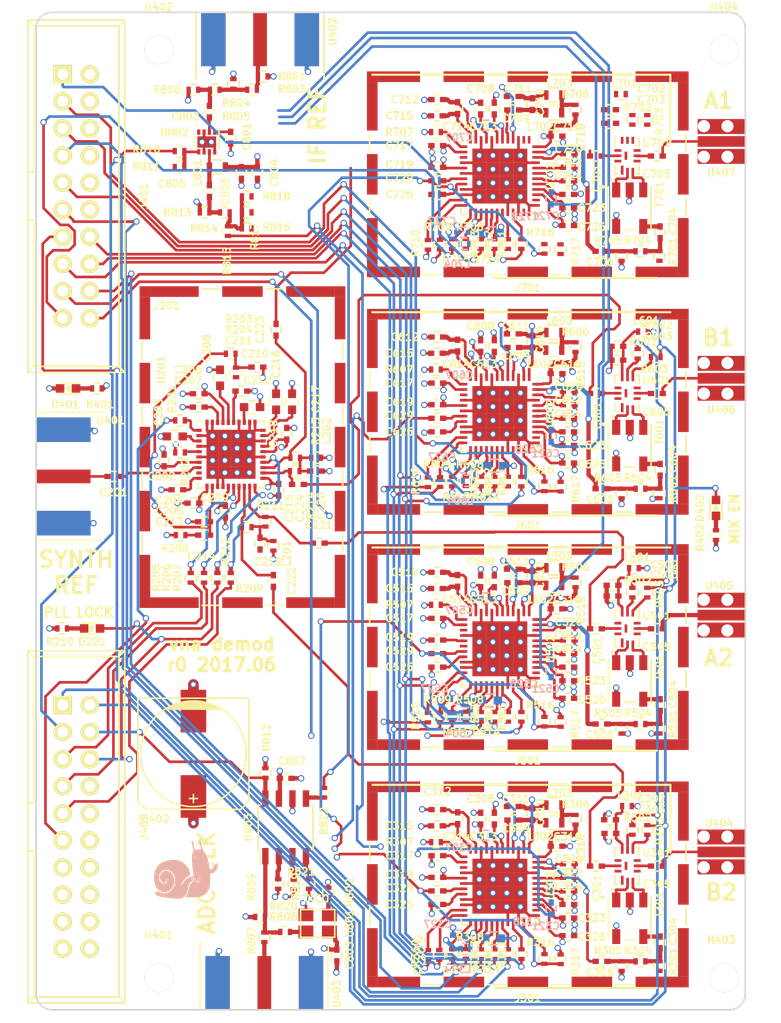
<source format=kicad_pcb>
(kicad_pcb (version 4) (host pcbnew 4.0.6)
  (layers (0 F.Cu signal) (1 In1.Cu signal) (2 In2.Cu signal) (31 B.Cu signal) (34 B.Paste user) (35 F.Paste user) (36 B.SilkS user) (37 F.SilkS user) (38 B.Mask user) (39 F.Mask user) (44 Edge.Cuts user))
  (net 0 "")
  (net 1 /SYNTH_FREF)
  (net 2 "Net-(C201-Pad2)")
  (net 3 GND)
  (net 4 +3V3)
  (net 5 "Net-(C203-Pad1)")
  (net 6 "Net-(C204-Pad2)")
  (net 7 "Net-(C207-Pad1)")
  (net 8 "Net-(C208-Pad1)")
  (net 9 "Net-(C210-Pad1)")
  (net 10 "Net-(C211-Pad1)")
  (net 11 "Net-(C212-Pad1)")
  (net 12 /lo_synth/CPOUT)
  (net 13 "Net-(C214-Pad2)")
  (net 14 "Net-(C216-Pad1)")
  (net 15 "Net-(C217-Pad1)")
  (net 16 "Net-(C219-Pad2)")
  (net 17 "Net-(C220-Pad2)")
  (net 18 /lo_synth/RFOUTBP)
  (net 19 /lo_synth/LO_C)
  (net 20 /lo_synth/RFOUTBM)
  (net 21 /lo_synth/LO_D)
  (net 22 /lo_synth/RFOUTAP)
  (net 23 /lo_synth/LO_A)
  (net 24 /lo_synth/RFOUTAM)
  (net 25 /lo_synth/LO_B)
  (net 26 "Net-(C301-Pad1)")
  (net 27 "Net-(C302-Pad2)")
  (net 28 "Net-(C304-Pad1)")
  (net 29 "Net-(C304-Pad2)")
  (net 30 /conn_power/RF_A)
  (net 31 "Net-(C305-Pad2)")
  (net 32 "Net-(C306-Pad1)")
  (net 33 /demod_A/IFIN)
  (net 34 "Net-(C309-Pad1)")
  (net 35 "Net-(C309-Pad2)")
  (net 36 "Net-(C310-Pad2)")
  (net 37 "Net-(C311-Pad2)")
  (net 38 "Net-(C312-Pad2)")
  (net 39 "Net-(C313-Pad1)")
  (net 40 "Net-(C314-Pad2)")
  (net 41 "Net-(C318-Pad1)")
  (net 42 "Net-(C320-Pad1)")
  (net 43 "Net-(C321-Pad1)")
  (net 44 /IF_LO_REF_A)
  (net 45 "Net-(C322-Pad1)")
  (net 46 "Net-(C324-Pad1)")
  (net 47 "Net-(C325-Pad2)")
  (net 48 "Net-(C327-Pad2)")
  (net 49 /demod_A/CLKP)
  (net 50 /ADC_CLK_A)
  (net 51 "Net-(C501-Pad1)")
  (net 52 "Net-(C502-Pad2)")
  (net 53 "Net-(C504-Pad1)")
  (net 54 "Net-(C504-Pad2)")
  (net 55 /conn_power/RF_B)
  (net 56 "Net-(C505-Pad2)")
  (net 57 "Net-(C506-Pad1)")
  (net 58 /demod_B/IFIN)
  (net 59 "Net-(C509-Pad1)")
  (net 60 "Net-(C509-Pad2)")
  (net 61 "Net-(C510-Pad2)")
  (net 62 "Net-(C511-Pad2)")
  (net 63 "Net-(C512-Pad2)")
  (net 64 "Net-(C513-Pad1)")
  (net 65 "Net-(C514-Pad2)")
  (net 66 "Net-(C518-Pad1)")
  (net 67 "Net-(C520-Pad1)")
  (net 68 "Net-(C521-Pad1)")
  (net 69 /IF_LO_REF_B)
  (net 70 "Net-(C522-Pad1)")
  (net 71 "Net-(C524-Pad1)")
  (net 72 "Net-(C525-Pad2)")
  (net 73 "Net-(C527-Pad2)")
  (net 74 /demod_B/CLKP)
  (net 75 /ADC_CLK_B)
  (net 76 "Net-(C601-Pad1)")
  (net 77 "Net-(C602-Pad2)")
  (net 78 "Net-(C604-Pad1)")
  (net 79 "Net-(C604-Pad2)")
  (net 80 /conn_power/RF_C)
  (net 81 "Net-(C605-Pad2)")
  (net 82 "Net-(C606-Pad1)")
  (net 83 /demod_C/IFIN)
  (net 84 "Net-(C609-Pad1)")
  (net 85 "Net-(C609-Pad2)")
  (net 86 "Net-(C610-Pad2)")
  (net 87 "Net-(C611-Pad2)")
  (net 88 "Net-(C612-Pad2)")
  (net 89 "Net-(C613-Pad1)")
  (net 90 "Net-(C614-Pad2)")
  (net 91 "Net-(C618-Pad1)")
  (net 92 "Net-(C620-Pad1)")
  (net 93 "Net-(C621-Pad1)")
  (net 94 /IF_LO_REF_C)
  (net 95 "Net-(C622-Pad1)")
  (net 96 "Net-(C624-Pad1)")
  (net 97 "Net-(C625-Pad2)")
  (net 98 "Net-(C627-Pad2)")
  (net 99 /demod_C/CLKP)
  (net 100 /ADC_CLK_C)
  (net 101 "Net-(C701-Pad1)")
  (net 102 "Net-(C702-Pad2)")
  (net 103 "Net-(C704-Pad1)")
  (net 104 "Net-(C704-Pad2)")
  (net 105 /conn_power/RF_D)
  (net 106 "Net-(C705-Pad2)")
  (net 107 "Net-(C706-Pad1)")
  (net 108 /demod_D/IFIN)
  (net 109 "Net-(C709-Pad1)")
  (net 110 "Net-(C709-Pad2)")
  (net 111 "Net-(C710-Pad2)")
  (net 112 "Net-(C711-Pad2)")
  (net 113 "Net-(C712-Pad2)")
  (net 114 "Net-(C713-Pad1)")
  (net 115 "Net-(C714-Pad2)")
  (net 116 "Net-(C718-Pad1)")
  (net 117 "Net-(C720-Pad1)")
  (net 118 "Net-(C721-Pad1)")
  (net 119 /IF_LO_REF_D)
  (net 120 "Net-(C722-Pad1)")
  (net 121 "Net-(C724-Pad1)")
  (net 122 "Net-(C725-Pad2)")
  (net 123 "Net-(C727-Pad2)")
  (net 124 /demod_D/CLKP)
  (net 125 /ADC_CLK_D)
  (net 126 "Net-(C802-Pad1)")
  (net 127 "Net-(C802-Pad2)")
  (net 128 "Net-(C805-Pad1)")
  (net 129 "Net-(C805-Pad2)")
  (net 130 /LMX_MUXout)
  (net 131 "Net-(D201-Pad1)")
  (net 132 "Net-(D401-Pad1)")
  (net 133 "Net-(D402-Pad1)")
  (net 134 /AD_DOUTA_D)
  (net 135 /AD_DOUTA_C)
  (net 136 /AD_DOUTA_B)
  (net 137 /AD_DOUTA_A)
  (net 138 /AD_CLKOUT)
  (net 139 /AD_FS)
  (net 140 /AD_PC)
  (net 141 /AD_DOUTB)
  (net 142 /AD_PE_C)
  (net 143 /AD_PE_A)
  (net 144 /AD_PE_D)
  (net 145 /AD_PE_B)
  (net 146 /MIX_X2)
  (net 147 /MIX_EN)
  (net 148 /IF_REF_EN)
  (net 149 /ADC_CLK_EN)
  (net 150 /LMX_CE)
  (net 151 /LMX_CSB)
  (net 152 /LMX_SDI)
  (net 153 /LMX_SCK)
  (net 154 "Net-(L302-Pad1)")
  (net 155 "Net-(L502-Pad1)")
  (net 156 "Net-(L602-Pad1)")
  (net 157 "Net-(L702-Pad1)")
  (net 158 "Net-(R201-Pad1)")
  (net 159 "Net-(R202-Pad1)")
  (net 160 "Net-(R205-Pad1)")
  (net 161 "Net-(R206-Pad1)")
  (net 162 "Net-(R207-Pad1)")
  (net 163 "Net-(R209-Pad2)")
  (net 164 "Net-(R302-Pad1)")
  (net 165 "Net-(R303-Pad1)")
  (net 166 "Net-(R307-Pad1)")
  (net 167 "Net-(R308-Pad2)")
  (net 168 "Net-(R309-Pad2)")
  (net 169 "Net-(R310-Pad2)")
  (net 170 "Net-(R311-Pad2)")
  (net 171 "Net-(R312-Pad2)")
  (net 172 "Net-(R313-Pad2)")
  (net 173 "Net-(R314-Pad2)")
  (net 174 "Net-(R315-Pad2)")
  (net 175 /demod_A/FREF)
  (net 176 "Net-(R502-Pad1)")
  (net 177 "Net-(R503-Pad1)")
  (net 178 "Net-(R507-Pad1)")
  (net 179 "Net-(R508-Pad2)")
  (net 180 "Net-(R509-Pad2)")
  (net 181 "Net-(R510-Pad2)")
  (net 182 "Net-(R511-Pad2)")
  (net 183 "Net-(R512-Pad2)")
  (net 184 "Net-(R513-Pad2)")
  (net 185 "Net-(R514-Pad2)")
  (net 186 "Net-(R515-Pad2)")
  (net 187 /demod_B/FREF)
  (net 188 "Net-(R602-Pad1)")
  (net 189 "Net-(R603-Pad1)")
  (net 190 "Net-(R607-Pad1)")
  (net 191 "Net-(R608-Pad2)")
  (net 192 "Net-(R609-Pad2)")
  (net 193 "Net-(R610-Pad2)")
  (net 194 "Net-(R611-Pad2)")
  (net 195 "Net-(R612-Pad2)")
  (net 196 "Net-(R613-Pad2)")
  (net 197 "Net-(R614-Pad2)")
  (net 198 "Net-(R615-Pad2)")
  (net 199 /demod_C/FREF)
  (net 200 "Net-(R702-Pad1)")
  (net 201 "Net-(R703-Pad1)")
  (net 202 "Net-(R707-Pad1)")
  (net 203 "Net-(R708-Pad2)")
  (net 204 "Net-(R709-Pad2)")
  (net 205 "Net-(R710-Pad2)")
  (net 206 "Net-(R711-Pad2)")
  (net 207 "Net-(R712-Pad2)")
  (net 208 "Net-(R713-Pad2)")
  (net 209 "Net-(R714-Pad2)")
  (net 210 "Net-(R715-Pad2)")
  (net 211 /demod_D/FREF)
  (net 212 /IF_REF)
  (net 213 "Net-(R802-Pad1)")
  (net 214 "Net-(R803-Pad1)")
  (net 215 "Net-(R807-Pad1)")
  (net 216 "Net-(R808-Pad2)")
  (net 217 /ADC_CLK)
  (net 218 "Net-(R810-Pad2)")
  (net 219 "Net-(R814-Pad2)")
  (net 220 /clock_distro/Q1)
  (net 221 /clock_distro/Q2)
  (net 222 /clock_distro/Q3)
  (net 223 /clock_distro/Q4)
  (net 224 "Net-(T301-Pad1)")
  (net 225 "Net-(T301-Pad3)")
  (net 226 "Net-(T501-Pad1)")
  (net 227 "Net-(T501-Pad3)")
  (net 228 "Net-(T601-Pad1)")
  (net 229 "Net-(T601-Pad3)")
  (net 230 "Net-(T701-Pad1)")
  (net 231 "Net-(T701-Pad3)")
  (net 232 /AD_SYNCB)
  (net 233 /AD_PD)
  (module Shielding_Cabinets:Laird_Technologies_BMI-S-209-F_29.36x18.50mm (layer F.Cu) (at 100.35 86.75 90)
    (fp_text reference J201 (at 13.25 -7.1 180) (layer F.SilkS) (effects (font (size 0.68 0.68))))
    (fp_text value RF_Shield_Two_Pieces)
    (pad 1 smd rect (at -14.58 -9.15 90) (size 1 1) (layers F.Cu F.Mask) (net 3 GND))
    (pad 1 smd rect (at 14.58 -9.15 90) (size 1 1) (layers F.Cu F.Mask) (net 3 GND))
    (pad 1 smd rect (at 14.58 9.15 90) (size 1 1) (layers F.Cu F.Mask) (net 3 GND))
    (pad 1 smd rect (at -14.58 9.15 90) (size 1 1) (layers F.Cu F.Mask) (net 3 GND))
    (pad 1 smd rect (at -12.09 -9.15 90) (size 3.98 1) (layers F.Cu F.Mask) (net 3 GND))
    (pad 1 smd rect (at -12.09 9.15 90) (size 3.98 1) (layers F.Cu F.Mask) (net 3 GND))
    (pad 1 smd rect (at -6 -9.15 90) (size 3.8 1) (layers F.Cu F.Mask) (net 3 GND))
    (pad 1 smd rect (at -6 9.15 90) (size 3.8 1) (layers F.Cu F.Mask) (net 3 GND))
    (pad 1 smd rect (at 0 -9.15 90) (size 3.8 1) (layers F.Cu F.Mask) (net 3 GND))
    (pad 1 smd rect (at 0 9.15 90) (size 3.8 1) (layers F.Cu F.Mask) (net 3 GND))
    (pad 1 smd rect (at 6 -9.15 90) (size 3.8 1) (layers F.Cu F.Mask) (net 3 GND))
    (pad 1 smd rect (at 6 9.15 90) (size 3.8 1) (layers F.Cu F.Mask) (net 3 GND))
    (pad 1 smd rect (at 12.09 -9.15 90) (size 3.98 1) (layers F.Cu F.Mask) (net 3 GND))
    (pad 1 smd rect (at 12.09 9.15 90) (size 3.98 1) (layers F.Cu F.Mask) (net 3 GND))
    (pad 1 smd rect (at -14.58 -6.375 90) (size 1 4.55) (layers F.Cu F.Mask) (net 3 GND))
    (pad 1 smd rect (at 14.58 -6.375 90) (size 1 4.55) (layers F.Cu F.Mask) (net 3 GND))
    (pad 1 smd rect (at -14.58 0 90) (size 1 3.8) (layers F.Cu F.Mask) (net 3 GND))
    (pad 1 smd rect (at 14.58 0 90) (size 1 3.8) (layers F.Cu F.Mask) (net 3 GND))
    (pad 1 smd rect (at -14.58 6.375 90) (size 1 4.55) (layers F.Cu F.Mask) (net 3 GND))
    (pad 1 smd rect (at 14.58 6.375 90) (size 1 4.55) (layers F.Cu F.Mask) (net 3 GND))
  )
  (module Housings_DFN_QFN:DFN-8-1EP_2x2mm_Pitch0.5mm (layer F.Cu) (at 97 58.15 270)
    (fp_text reference U802 (at -0.9 3.05 360) (layer F.SilkS) (effects (font (size 0.68 0.68))))
    (fp_text value TRF37B73)
    (pad 1 smd rect (at -0.925 -0.75 270) (size 0.5 0.3) (layers F.Cu F.Paste F.Mask) (net 4 +3V3))
    (pad 2 smd rect (at -0.925 -0.25 270) (size 0.5 0.3) (layers F.Cu F.Paste F.Mask) (net 126 "Net-(C802-Pad1)"))
    (pad 3 smd rect (at -0.925 0.25 270) (size 0.5 0.3) (layers F.Cu F.Paste F.Mask) (net 3 GND))
    (pad 4 smd rect (at -0.925 0.75 270) (size 0.5 0.3) (layers F.Cu F.Paste F.Mask) (net 3 GND))
    (pad 5 smd rect (at 0.925 0.75 270) (size 0.5 0.3) (layers F.Cu F.Paste F.Mask) (net 218 "Net-(R810-Pad2)"))
    (pad 6 smd rect (at 0.925 0.25 270) (size 0.5 0.3) (layers F.Cu F.Paste F.Mask) (net 3 GND))
    (pad 7 smd rect (at 0.925 -0.25 270) (size 0.5 0.3) (layers F.Cu F.Paste F.Mask) (net 129 "Net-(C805-Pad2)"))
    (pad 8 smd rect (at 0.925 -0.75 270) (size 0.5 0.3) (layers F.Cu F.Paste F.Mask) (net 3 GND))
    (pad 9 smd rect (at 0 0.44 270) (size 1.06 0.88) (layers F.Cu F.Paste F.Mask) (net 3 GND))
    (pad 9 smd rect (at 0 -0.44 270) (size 1.06 0.88) (layers F.Cu F.Paste F.Mask) (net 3 GND))
  )
  (module Capacitors_SMD:C_0402 (layer F.Cu) (at 95.75 92)
    (fp_text reference C205 (at -2.25 0.75) (layer F.SilkS) (effects (font (size 0.68 0.68))))
    (fp_text value "1 uF")
    (pad 1 smd rect (at -0.55 0) (size 0.6 0.5) (layers F.Cu F.Paste F.Mask) (net 3 GND))
    (pad 2 smd rect (at 0.55 0) (size 0.6 0.5) (layers F.Cu F.Paste F.Mask) (net 4 +3V3))
  )
  (module Capacitors_SMD:C_0603 (layer B.Cu) (at 123.7 66.7 180)
    (fp_text reference C728 (at -3.169654 1.562878 180) (layer B.SilkS) (effects (font (size 0.68 0.68)) (justify mirror)))
    (fp_text value "10 uF")
    (pad 1 smd rect (at -0.75 0 180) (size 0.8 0.75) (layers B.Cu B.Paste B.Mask) (net 3 GND))
    (pad 2 smd rect (at 0.75 0 180) (size 0.8 0.75) (layers B.Cu B.Paste B.Mask) (net 123 "Net-(C727-Pad2)"))
  )
  (module Resistors_SMD:R_0402 (layer B.Cu) (at 121.15 67.7 180)
    (fp_text reference L704 (at 0.673878 -1.898346 180) (layer B.SilkS) (effects (font (size 0.68 0.68)) (justify mirror)))
    (fp_text value L_Small)
    (pad 1 smd rect (at -0.45 0 180) (size 0.4 0.6) (layers B.Cu B.Paste B.Mask) (net 123 "Net-(C727-Pad2)"))
    (pad 2 smd rect (at 0.45 0 180) (size 0.4 0.6) (layers B.Cu B.Paste B.Mask) (net 4 +3V3))
  )
  (module Capacitors_SMD:C_0402 (layer B.Cu) (at 121.05 66.6)
    (fp_text reference C727 (at -1.99 -1.016) (layer B.SilkS) (effects (font (size 0.68 0.68)) (justify mirror)))
    (fp_text value "100 nF")
    (pad 1 smd rect (at -0.55 0) (size 0.6 0.5) (layers B.Cu B.Paste B.Mask) (net 3 GND))
    (pad 2 smd rect (at 0.55 0) (size 0.6 0.5) (layers B.Cu B.Paste B.Mask) (net 123 "Net-(C727-Pad2)"))
  )
  (module Capacitors_SMD:C_0402 (layer B.Cu) (at 129.286 63.441 270)
    (fp_text reference C721 (at 1.651 0.508 360) (layer B.SilkS) (effects (font (size 0.68 0.68)) (justify mirror)))
    (fp_text value "10 nF")
    (pad 1 smd rect (at -0.55 0 270) (size 0.6 0.5) (layers B.Cu B.Paste B.Mask) (net 118 "Net-(C721-Pad1)"))
    (pad 2 smd rect (at 0.55 0 270) (size 0.6 0.5) (layers B.Cu B.Paste B.Mask) (net 119 /IF_LO_REF_D))
  )
  (module Capacitors_SMD:C_0402 (layer B.Cu) (at 123.19 56.583 180)
    (fp_text reference C707 (at 2.54 -1.143 180) (layer B.SilkS) (effects (font (size 0.68 0.68)) (justify mirror)))
    (fp_text value "100 nF")
    (pad 1 smd rect (at -0.55 0 180) (size 0.6 0.5) (layers B.Cu B.Paste B.Mask) (net 4 +3V3))
    (pad 2 smd rect (at 0.55 0 180) (size 0.6 0.5) (layers B.Cu B.Paste B.Mask) (net 3 GND))
  )
  (module Resistors_SMD:R_0402 (layer F.Cu) (at 125.228654 67.720122 90)
    (fp_text reference R712 (at 0 -1.8 90) (layer F.SilkS) (effects (font (size 0.68 0.68))))
    (fp_text value 1k)
    (pad 1 smd rect (at -0.45 0 90) (size 0.4 0.6) (layers F.Cu F.Paste F.Mask))
    (pad 2 smd rect (at 0.45 0 90) (size 0.4 0.6) (layers F.Cu F.Paste F.Mask) (net 207 "Net-(R712-Pad2)"))
  )
  (module Resistors_SMD:R_0402 (layer F.Cu) (at 123.958654 67.720122 90)
    (fp_text reference R713 (at 0 -1.8 90) (layer F.SilkS) (effects (font (size 0.68 0.68))))
    (fp_text value 1k)
    (pad 1 smd rect (at -0.45 0 90) (size 0.4 0.6) (layers F.Cu F.Paste F.Mask) (net 141 /AD_DOUTB))
    (pad 2 smd rect (at 0.45 0 90) (size 0.4 0.6) (layers F.Cu F.Paste F.Mask) (net 208 "Net-(R713-Pad2)"))
  )
  (module Resistors_SMD:R_0402 (layer F.Cu) (at 122.688654 67.720122 90)
    (fp_text reference R714 (at -1.435878 0.501346 180) (layer F.SilkS) (effects (font (size 0.68 0.68))))
    (fp_text value 1k)
    (pad 1 smd rect (at -0.45 0 90) (size 0.4 0.6) (layers F.Cu F.Paste F.Mask) (net 134 /AD_DOUTA_D))
    (pad 2 smd rect (at 0.45 0 90) (size 0.4 0.6) (layers F.Cu F.Paste F.Mask) (net 209 "Net-(R714-Pad2)"))
  )
  (module Resistors_SMD:R_0402 (layer F.Cu) (at 126.498654 67.720122 90)
    (fp_text reference R711 (at 0 -1.8 90) (layer F.SilkS) (effects (font (size 0.68 0.68))))
    (fp_text value 1k)
    (pad 1 smd rect (at -0.45 0 90) (size 0.4 0.6) (layers F.Cu F.Paste F.Mask) (net 232 /AD_SYNCB))
    (pad 2 smd rect (at 0.45 0 90) (size 0.4 0.6) (layers F.Cu F.Paste F.Mask) (net 206 "Net-(R711-Pad2)"))
  )
  (module Resistors_SMD:R_0402 (layer F.Cu) (at 128.657654 68.170122 90)
    (fp_text reference R716 (at 1.554122 -0.387654 180) (layer F.SilkS) (effects (font (size 0.68 0.68))))
    (fp_text value JMP)
    (pad 1 smd rect (at -0.45 0 90) (size 0.4 0.6) (layers F.Cu F.Paste F.Mask) (net 125 /ADC_CLK_D))
    (pad 2 smd rect (at 0.45 0 90) (size 0.4 0.6) (layers F.Cu F.Paste F.Mask) (net 211 /demod_D/FREF))
  )
  (module Resistors_SMD:R_0402 (layer F.Cu) (at 130.175 68.198 270)
    (fp_text reference R717 (at 0.196 -1.397 270) (layer F.SilkS) (effects (font (size 0.68 0.68))))
    (fp_text value DNP)
    (pad 1 smd rect (at -0.45 0 270) (size 0.4 0.6) (layers F.Cu F.Paste F.Mask) (net 3 GND))
    (pad 2 smd rect (at 0.45 0 270) (size 0.4 0.6) (layers F.Cu F.Paste F.Mask) (net 125 /ADC_CLK_D))
  )
  (module Housings_DFN_QFN:QFN-48-1EP_7x7mm_Pitch0.5mm (layer F.Cu) (at 124.478654 61.343872 270)
    (fp_text reference U702 (at 0 -4.75 270) (layer F.SilkS) (effects (font (size 0.68 0.68))))
    (fp_text value ad9864)
    (pad 1 smd rect (at -3.4 -2.75 270) (size 0.7 0.25) (layers F.Cu F.Paste F.Mask) (net 109 "Net-(C709-Pad1)"))
    (pad 2 smd rect (at -3.4 -2.25 270) (size 0.7 0.25) (layers F.Cu F.Paste F.Mask) (net 111 "Net-(C710-Pad2)"))
    (pad 3 smd rect (at -3.4 -1.75 270) (size 0.7 0.25) (layers F.Cu F.Paste F.Mask) (net 3 GND))
    (pad 4 smd rect (at -3.4 -1.25 270) (size 0.7 0.25) (layers F.Cu F.Paste F.Mask) (net 112 "Net-(C711-Pad2)"))
    (pad 5 smd rect (at -3.4 -0.75 270) (size 0.7 0.25) (layers F.Cu F.Paste F.Mask) (net 110 "Net-(C709-Pad2)"))
    (pad 6 smd rect (at -3.4 -0.25 270) (size 0.7 0.25) (layers F.Cu F.Paste F.Mask) (net 4 +3V3))
    (pad 7 smd rect (at -3.4 0.25 270) (size 0.7 0.25) (layers F.Cu F.Paste F.Mask) (net 114 "Net-(C713-Pad1)"))
    (pad 8 smd rect (at -3.4 0.75 270) (size 0.7 0.25) (layers F.Cu F.Paste F.Mask) (net 3 GND))
    (pad 9 smd rect (at -3.4 1.25 270) (size 0.7 0.25) (layers F.Cu F.Paste F.Mask) (net 4 +3V3))
    (pad 10 smd rect (at -3.4 1.75 270) (size 0.7 0.25) (layers F.Cu F.Paste F.Mask) (net 3 GND))
    (pad 11 smd rect (at -3.4 2.25 270) (size 0.7 0.25) (layers F.Cu F.Paste F.Mask) (net 113 "Net-(C712-Pad2)"))
    (pad 12 smd rect (at -3.4 2.75 270) (size 0.7 0.25) (layers F.Cu F.Paste F.Mask) (net 115 "Net-(C714-Pad2)"))
    (pad 13 smd rect (at -2.75 3.4) (size 0.7 0.25) (layers F.Cu F.Paste F.Mask) (net 202 "Net-(R707-Pad1)"))
    (pad 14 smd rect (at -2.25 3.4) (size 0.7 0.25) (layers F.Cu F.Paste F.Mask) (net 4 +3V3))
    (pad 15 smd rect (at -1.75 3.4) (size 0.7 0.25) (layers F.Cu F.Paste F.Mask))
    (pad 16 smd rect (at -1.25 3.4) (size 0.7 0.25) (layers F.Cu F.Paste F.Mask) (net 3 GND))
    (pad 17 smd rect (at -0.75 3.4) (size 0.7 0.25) (layers F.Cu F.Paste F.Mask) (net 4 +3V3))
    (pad 18 smd rect (at -0.25 3.4) (size 0.7 0.25) (layers F.Cu F.Paste F.Mask) (net 3 GND))
    (pad 19 smd rect (at 0.25 3.4) (size 0.7 0.25) (layers F.Cu F.Paste F.Mask) (net 124 /demod_D/CLKP))
    (pad 20 smd rect (at 0.75 3.4) (size 0.7 0.25) (layers F.Cu F.Paste F.Mask) (net 122 "Net-(C725-Pad2)"))
    (pad 21 smd rect (at 1.25 3.4) (size 0.7 0.25) (layers F.Cu F.Paste F.Mask) (net 3 GND))
    (pad 22 smd rect (at 1.75 3.4) (size 0.7 0.25) (layers F.Cu F.Paste F.Mask) (net 3 GND))
    (pad 23 smd rect (at 2.25 3.4) (size 0.7 0.25) (layers F.Cu F.Paste F.Mask) (net 205 "Net-(R710-Pad2)"))
    (pad 24 smd rect (at 2.75 3.4) (size 0.7 0.25) (layers F.Cu F.Paste F.Mask) (net 204 "Net-(R709-Pad2)"))
    (pad 25 smd rect (at 3.4 2.75 270) (size 0.7 0.25) (layers F.Cu F.Paste F.Mask) (net 203 "Net-(R708-Pad2)"))
    (pad 26 smd rect (at 3.4 2.25 270) (size 0.7 0.25) (layers F.Cu F.Paste F.Mask) (net 123 "Net-(C727-Pad2)"))
    (pad 27 smd rect (at 3.4 1.75 270) (size 0.7 0.25) (layers F.Cu F.Paste F.Mask) (net 123 "Net-(C727-Pad2)"))
    (pad 28 smd rect (at 3.4 1.25 270) (size 0.7 0.25) (layers F.Cu F.Paste F.Mask) (net 210 "Net-(R715-Pad2)"))
    (pad 29 smd rect (at 3.4 0.75 270) (size 0.7 0.25) (layers F.Cu F.Paste F.Mask) (net 209 "Net-(R714-Pad2)"))
    (pad 30 smd rect (at 3.4 0.25 270) (size 0.7 0.25) (layers F.Cu F.Paste F.Mask) (net 208 "Net-(R713-Pad2)"))
    (pad 31 smd rect (at 3.4 -0.25 270) (size 0.7 0.25) (layers F.Cu F.Paste F.Mask) (net 207 "Net-(R712-Pad2)"))
    (pad 32 smd rect (at 3.4 -0.75 270) (size 0.7 0.25) (layers F.Cu F.Paste F.Mask) (net 3 GND))
    (pad 33 smd rect (at 3.4 -1.25 270) (size 0.7 0.25) (layers F.Cu F.Paste F.Mask) (net 206 "Net-(R711-Pad2)"))
    (pad 34 smd rect (at 3.4 -1.75 270) (size 0.7 0.25) (layers F.Cu F.Paste F.Mask) (net 3 GND))
    (pad 35 smd rect (at 3.4 -2.25 270) (size 0.7 0.25) (layers F.Cu F.Paste F.Mask) (net 211 /demod_D/FREF))
    (pad 36 smd rect (at 3.4 -2.75 270) (size 0.7 0.25) (layers F.Cu F.Paste F.Mask) (net 3 GND))
    (pad 37 smd rect (at 2.75 -3.4) (size 0.7 0.25) (layers F.Cu F.Paste F.Mask) (net 3 GND))
    (pad 38 smd rect (at 2.25 -3.4) (size 0.7 0.25) (layers F.Cu F.Paste F.Mask))
    (pad 39 smd rect (at 1.75 -3.4) (size 0.7 0.25) (layers F.Cu F.Paste F.Mask) (net 4 +3V3))
    (pad 40 smd rect (at 1.25 -3.4) (size 0.7 0.25) (layers F.Cu F.Paste F.Mask) (net 4 +3V3))
    (pad 41 smd rect (at 0.75 -3.4) (size 0.7 0.25) (layers F.Cu F.Paste F.Mask) (net 121 "Net-(C724-Pad1)"))
    (pad 42 smd rect (at 0.25 -3.4) (size 0.7 0.25) (layers F.Cu F.Paste F.Mask) (net 120 "Net-(C722-Pad1)"))
    (pad 43 smd rect (at -0.25 -3.4) (size 0.7 0.25) (layers F.Cu F.Paste F.Mask) (net 118 "Net-(C721-Pad1)"))
    (pad 44 smd rect (at -0.75 -3.4) (size 0.7 0.25) (layers F.Cu F.Paste F.Mask) (net 117 "Net-(C720-Pad1)"))
    (pad 45 smd rect (at -1.25 -3.4) (size 0.7 0.25) (layers F.Cu F.Paste F.Mask) (net 3 GND))
    (pad 46 smd rect (at -1.75 -3.4) (size 0.7 0.25) (layers F.Cu F.Paste F.Mask) (net 116 "Net-(C718-Pad1)"))
    (pad 47 smd rect (at -2.25 -3.4) (size 0.7 0.25) (layers F.Cu F.Paste F.Mask) (net 108 /demod_D/IFIN))
    (pad 48 smd rect (at -2.75 -3.4) (size 0.7 0.25) (layers F.Cu F.Paste F.Mask) (net 4 +3V3))
    (pad 49 smd rect (at 1.93125 1.93125 270) (size 1.2875 1.2875) (layers F.Cu F.Paste F.Mask) (net 3 GND))
    (pad 49 smd rect (at 1.93125 0.64375 270) (size 1.2875 1.2875) (layers F.Cu F.Paste F.Mask) (net 3 GND))
    (pad 49 smd rect (at 1.93125 -0.64375 270) (size 1.2875 1.2875) (layers F.Cu F.Paste F.Mask) (net 3 GND))
    (pad 49 smd rect (at 1.93125 -1.93125 270) (size 1.2875 1.2875) (layers F.Cu F.Paste F.Mask) (net 3 GND))
    (pad 49 smd rect (at 0.64375 1.93125 270) (size 1.2875 1.2875) (layers F.Cu F.Paste F.Mask) (net 3 GND))
    (pad 49 smd rect (at 0.64375 0.64375 270) (size 1.2875 1.2875) (layers F.Cu F.Paste F.Mask) (net 3 GND))
    (pad 49 smd rect (at 0.64375 -0.64375 270) (size 1.2875 1.2875) (layers F.Cu F.Paste F.Mask) (net 3 GND))
    (pad 49 smd rect (at 0.64375 -1.93125 270) (size 1.2875 1.2875) (layers F.Cu F.Paste F.Mask) (net 3 GND))
    (pad 49 smd rect (at -0.64375 1.93125 270) (size 1.2875 1.2875) (layers F.Cu F.Paste F.Mask) (net 3 GND))
    (pad 49 smd rect (at -0.64375 0.64375 270) (size 1.2875 1.2875) (layers F.Cu F.Paste F.Mask) (net 3 GND))
    (pad 49 smd rect (at -0.64375 -0.64375 270) (size 1.2875 1.2875) (layers F.Cu F.Paste F.Mask) (net 3 GND))
    (pad 49 smd rect (at -0.64375 -1.93125 270) (size 1.2875 1.2875) (layers F.Cu F.Paste F.Mask) (net 3 GND))
    (pad 49 smd rect (at -1.93125 1.93125 270) (size 1.2875 1.2875) (layers F.Cu F.Paste F.Mask) (net 3 GND))
    (pad 49 smd rect (at -1.93125 0.64375 270) (size 1.2875 1.2875) (layers F.Cu F.Paste F.Mask) (net 3 GND))
    (pad 49 smd rect (at -1.93125 -0.64375 270) (size 1.2875 1.2875) (layers F.Cu F.Paste F.Mask) (net 3 GND))
    (pad 49 smd rect (at -1.93125 -1.93125 270) (size 1.2875 1.2875) (layers F.Cu F.Paste F.Mask) (net 3 GND))
  )
  (module Capacitors_SMD:C_0402 (layer F.Cu) (at 125.736654 55.147122 180)
    (fp_text reference C709 (at -0.247346 -0.800878 180) (layer F.SilkS) (effects (font (size 0.68 0.68))))
    (fp_text value "100 pF")
    (pad 1 smd rect (at -0.55 0 180) (size 0.6 0.5) (layers F.Cu F.Paste F.Mask) (net 109 "Net-(C709-Pad1)"))
    (pad 2 smd rect (at 0.55 0 180) (size 0.6 0.5) (layers F.Cu F.Paste F.Mask) (net 110 "Net-(C709-Pad2)"))
  )
  (module Capacitors_SMD:C_0402 (layer F.Cu) (at 123.958654 55.017 90)
    (fp_text reference C713 (at -1.693 -1.022654 180) (layer F.SilkS) (effects (font (size 0.68 0.68))))
    (fp_text value "2.2 nF")
    (pad 1 smd rect (at -0.55 0 90) (size 0.6 0.5) (layers F.Cu F.Paste F.Mask) (net 114 "Net-(C713-Pad1)"))
    (pad 2 smd rect (at 0.55 0 90) (size 0.6 0.5) (layers F.Cu F.Paste F.Mask) (net 3 GND))
  )
  (module Capacitors_SMD:C_0402 (layer F.Cu) (at 125.694654 53.877122 180)
    (fp_text reference C711 (at -0.505346 0.723122 180) (layer F.SilkS) (effects (font (size 0.68 0.68))))
    (fp_text value "100 pF")
    (pad 1 smd rect (at -0.55 0 180) (size 0.6 0.5) (layers F.Cu F.Paste F.Mask) (net 111 "Net-(C710-Pad2)"))
    (pad 2 smd rect (at 0.55 0 180) (size 0.6 0.5) (layers F.Cu F.Paste F.Mask) (net 112 "Net-(C711-Pad2)"))
  )
  (module Capacitors_SMD:C_0402 (layer F.Cu) (at 127.514654 54.597122 90)
    (fp_text reference C710 (at 0.173122 0.755346 90) (layer F.SilkS) (effects (font (size 0.68 0.68))))
    (fp_text value "120 pF")
    (pad 1 smd rect (at -0.55 0 90) (size 0.6 0.5) (layers F.Cu F.Paste F.Mask) (net 109 "Net-(C709-Pad1)"))
    (pad 2 smd rect (at 0.55 0 90) (size 0.6 0.5) (layers F.Cu F.Paste F.Mask) (net 111 "Net-(C710-Pad2)"))
  )
  (module Resistors_SMD:R_0603 (layer F.Cu) (at 129.534654 55.401122 180)
    (fp_text reference L702 (at 1.264654 -1.308878 180) (layer F.SilkS) (effects (font (size 0.68 0.68))))
    (fp_text value "6.8 uH BRL1608T6R8M")
    (pad 1 smd rect (at -0.75 0 180) (size 0.5 0.9) (layers F.Cu F.Paste F.Mask) (net 157 "Net-(L702-Pad1)"))
    (pad 2 smd rect (at 0.75 0 180) (size 0.5 0.9) (layers F.Cu F.Paste F.Mask) (net 109 "Net-(C709-Pad1)"))
  )
  (module Capacitors_SMD:C_0402 (layer F.Cu) (at 122.682 55.017 90)
    (fp_text reference C708 (at 1.863 0 180) (layer F.SilkS) (effects (font (size 0.68 0.68))))
    (fp_text value "100 nF")
    (pad 1 smd rect (at -0.55 0 90) (size 0.6 0.5) (layers F.Cu F.Paste F.Mask) (net 4 +3V3))
    (pad 2 smd rect (at 0.55 0 90) (size 0.6 0.5) (layers F.Cu F.Paste F.Mask) (net 3 GND))
  )
  (module Capacitors_SMD:C_0402 (layer F.Cu) (at 118.618 58.488)
    (fp_text reference C717 (at -3.556 0) (layer F.SilkS) (effects (font (size 0.68 0.68))))
    (fp_text value "100 nF")
    (pad 1 smd rect (at -0.55 0) (size 0.6 0.5) (layers F.Cu F.Paste F.Mask) (net 3 GND))
    (pad 2 smd rect (at 0.55 0) (size 0.6 0.5) (layers F.Cu F.Paste F.Mask) (net 4 +3V3))
  )
  (module Capacitors_SMD:C_0402 (layer F.Cu) (at 118.576 55.694)
    (fp_text reference C715 (at -3.514 0) (layer F.SilkS) (effects (font (size 0.68 0.68))))
    (fp_text value "100 pF")
    (pad 1 smd rect (at -0.55 0) (size 0.6 0.5) (layers F.Cu F.Paste F.Mask) (net 3 GND))
    (pad 2 smd rect (at 0.55 0) (size 0.6 0.5) (layers F.Cu F.Paste F.Mask) (net 115 "Net-(C714-Pad2)"))
  )
  (module Capacitors_SMD:C_0402 (layer F.Cu) (at 118.618 54.17)
    (fp_text reference C712 (at -3.048 0) (layer F.SilkS) (effects (font (size 0.68 0.68))))
    (fp_text value "100 pF")
    (pad 1 smd rect (at -0.55 0) (size 0.6 0.5) (layers F.Cu F.Paste F.Mask) (net 3 GND))
    (pad 2 smd rect (at 0.55 0) (size 0.6 0.5) (layers F.Cu F.Paste F.Mask) (net 113 "Net-(C712-Pad2)"))
  )
  (module Resistors_SMD:R_0402 (layer F.Cu) (at 118.491 57.218 180)
    (fp_text reference R707 (at 3.429 0 180) (layer F.SilkS) (effects (font (size 0.68 0.68))))
    (fp_text value 100k)
    (pad 1 smd rect (at -0.45 0 180) (size 0.4 0.6) (layers F.Cu F.Paste F.Mask) (net 202 "Net-(R707-Pad1)"))
    (pad 2 smd rect (at 0.45 0 180) (size 0.4 0.6) (layers F.Cu F.Paste F.Mask) (net 3 GND))
  )
  (module Capacitors_SMD:C_0402 (layer F.Cu) (at 120.523 54.974 270)
    (fp_text reference C714 (at 1.736 0.127 360) (layer F.SilkS) (effects (font (size 0.68 0.68))))
    (fp_text value "10 nF")
    (pad 1 smd rect (at -0.55 0 270) (size 0.6 0.5) (layers F.Cu F.Paste F.Mask) (net 113 "Net-(C712-Pad2)"))
    (pad 2 smd rect (at 0.55 0 270) (size 0.6 0.5) (layers F.Cu F.Paste F.Mask) (net 115 "Net-(C714-Pad2)"))
  )
  (module Capacitors_SMD:C_0402 (layer F.Cu) (at 118.618 60.52)
    (fp_text reference C719 (at -3.556 -0.254) (layer F.SilkS) (effects (font (size 0.68 0.68))))
    (fp_text value "100 nF")
    (pad 1 smd rect (at -0.55 0) (size 0.6 0.5) (layers F.Cu F.Paste F.Mask) (net 3 GND))
    (pad 2 smd rect (at 0.55 0) (size 0.6 0.5) (layers F.Cu F.Paste F.Mask) (net 4 +3V3))
  )
  (module Resistors_SMD:R_0402 (layer F.Cu) (at 120.015 67.720122 90)
    (fp_text reference R708 (at 1.612122 1.651 180) (layer F.SilkS) (effects (font (size 0.68 0.68))))
    (fp_text value 1k)
    (pad 1 smd rect (at -0.45 0 90) (size 0.4 0.6) (layers F.Cu F.Paste F.Mask) (net 144 /AD_PE_D))
    (pad 2 smd rect (at 0.45 0 90) (size 0.4 0.6) (layers F.Cu F.Paste F.Mask) (net 203 "Net-(R708-Pad2)"))
  )
  (module Capacitors_SMD:C_0402 (layer F.Cu) (at 118.618 61.79 180)
    (fp_text reference C729 (at 3.556 0.254 180) (layer F.SilkS) (effects (font (size 0.68 0.68))))
    (fp_text value "100 nF")
    (pad 1 smd rect (at -0.55 0 180) (size 0.6 0.5) (layers F.Cu F.Paste F.Mask) (net 124 /demod_D/CLKP))
    (pad 2 smd rect (at 0.55 0 180) (size 0.6 0.5) (layers F.Cu F.Paste F.Mask) (net 125 /ADC_CLK_D))
  )
  (module Resistors_SMD:R_0402 (layer F.Cu) (at 118.872 67.7645 90)
    (fp_text reference R709 (at 1.6565 -0.254 180) (layer F.SilkS) (effects (font (size 0.68 0.68))))
    (fp_text value 1k)
    (pad 1 smd rect (at -0.45 0 90) (size 0.4 0.6) (layers F.Cu F.Paste F.Mask) (net 233 /AD_PD))
    (pad 2 smd rect (at 0.45 0 90) (size 0.4 0.6) (layers F.Cu F.Paste F.Mask) (net 204 "Net-(R709-Pad2)"))
  )
  (module Capacitors_SMD:C_0402 (layer F.Cu) (at 118.618 63.06)
    (fp_text reference C725 (at -3.556 0) (layer F.SilkS) (effects (font (size 0.68 0.68))))
    (fp_text value "100 nF")
    (pad 1 smd rect (at -0.55 0) (size 0.6 0.5) (layers F.Cu F.Paste F.Mask) (net 3 GND))
    (pad 2 smd rect (at 0.55 0) (size 0.6 0.5) (layers F.Cu F.Paste F.Mask) (net 122 "Net-(C725-Pad2)"))
  )
  (module Resistors_SMD:R_0402 (layer F.Cu) (at 117.735654 67.789122 90)
    (fp_text reference R710 (at 0.157122 -1.149654 90) (layer F.SilkS) (effects (font (size 0.68 0.68))))
    (fp_text value 1k)
    (pad 1 smd rect (at -0.45 0 90) (size 0.4 0.6) (layers F.Cu F.Paste F.Mask) (net 140 /AD_PC))
    (pad 2 smd rect (at 0.45 0 90) (size 0.4 0.6) (layers F.Cu F.Paste F.Mask) (net 205 "Net-(R710-Pad2)"))
  )
  (module Resistors_SMD:R_0402 (layer F.Cu) (at 121.285 67.69 90)
    (fp_text reference R715 (at -1.466 -0.889 180) (layer F.SilkS) (effects (font (size 0.68 0.68))))
    (fp_text value 1k)
    (pad 1 smd rect (at -0.45 0 90) (size 0.4 0.6) (layers F.Cu F.Paste F.Mask))
    (pad 2 smd rect (at 0.45 0 90) (size 0.4 0.6) (layers F.Cu F.Paste F.Mask) (net 210 "Net-(R715-Pad2)"))
  )
  (module Resistors_SMD:R_0402 (layer F.Cu) (at 135.832 53.662 180)
    (fp_text reference L701 (at -0.312 1.016 180) (layer F.SilkS) (effects (font (size 0.68 0.68))))
    (fp_text value L_Small)
    (pad 1 smd rect (at -0.45 0 180) (size 0.4 0.6) (layers F.Cu F.Paste F.Mask) (net 4 +3V3))
    (pad 2 smd rect (at 0.45 0 180) (size 0.4 0.6) (layers F.Cu F.Paste F.Mask) (net 102 "Net-(C702-Pad2)"))
  )
  (module Capacitors_SMD:C_0402 (layer F.Cu) (at 134.832 56.396561)
    (fp_text reference C703 (at 3.852 -2.226561) (layer F.SilkS) (effects (font (size 0.68 0.68))))
    (fp_text value "100 nF")
    (pad 1 smd rect (at -0.55 0) (size 0.6 0.5) (layers F.Cu F.Paste F.Mask) (net 3 GND))
    (pad 2 smd rect (at 0.55 0) (size 0.6 0.5) (layers F.Cu F.Paste F.Mask) (net 102 "Net-(C702-Pad2)"))
  )
  (module Resistors_SMD:R_0402 (layer F.Cu) (at 136.906 56.075 90)
    (fp_text reference R702 (at 1.143 0.508 180) (layer F.SilkS) (effects (font (size 0.68 0.68))))
    (fp_text value 1k)
    (pad 1 smd rect (at -0.45 0 90) (size 0.4 0.6) (layers F.Cu F.Paste F.Mask) (net 200 "Net-(R702-Pad1)"))
    (pad 2 smd rect (at 0.45 0 90) (size 0.4 0.6) (layers F.Cu F.Paste F.Mask) (net 146 /MIX_X2))
  )
  (module Resistors_SMD:R_0402 (layer F.Cu) (at 138.303 56.075 90)
    (fp_text reference R703 (at -0.127 1.143 90) (layer F.SilkS) (effects (font (size 0.68 0.68))))
    (fp_text value 1k)
    (pad 1 smd rect (at -0.45 0 90) (size 0.4 0.6) (layers F.Cu F.Paste F.Mask) (net 201 "Net-(R703-Pad1)"))
    (pad 2 smd rect (at 0.45 0 90) (size 0.4 0.6) (layers F.Cu F.Paste F.Mask) (net 147 /MIX_EN))
  )
  (module Resistors_SMD:R_0402 (layer F.Cu) (at 135.89 68.8385 270)
    (fp_text reference R705 (at -1.4605 1.27 360) (layer F.SilkS) (effects (font (size 0.68 0.68))))
    (fp_text value DNP)
    (pad 1 smd rect (at -0.45 0 270) (size 0.4 0.6) (layers F.Cu F.Paste F.Mask) (net 107 "Net-(C706-Pad1)"))
    (pad 2 smd rect (at 0.45 0 270) (size 0.4 0.6) (layers F.Cu F.Paste F.Mask) (net 3 GND))
  )
  (module Resistors_SMD:R_0402 (layer F.Cu) (at 137.6625 68.394 180)
    (fp_text reference R704 (at 0.2485 1.016 180) (layer F.SilkS) (effects (font (size 0.68 0.68))))
    (fp_text value JMP)
    (pad 1 smd rect (at -0.45 0 180) (size 0.4 0.6) (layers F.Cu F.Paste F.Mask) (net 103 "Net-(C704-Pad1)"))
    (pad 2 smd rect (at 0.45 0 180) (size 0.4 0.6) (layers F.Cu F.Paste F.Mask) (net 107 "Net-(C706-Pad1)"))
  )
  (module Capacitors_SMD:C_0402 (layer F.Cu) (at 134.0065 68.394 180)
    (fp_text reference C706 (at 0.1485 -1.016 180) (layer F.SilkS) (effects (font (size 0.68 0.68))))
    (fp_text value "10 nF")
    (pad 1 smd rect (at -0.55 0 180) (size 0.6 0.5) (layers F.Cu F.Paste F.Mask) (net 107 "Net-(C706-Pad1)"))
    (pad 2 smd rect (at 0.55 0 180) (size 0.6 0.5) (layers F.Cu F.Paste F.Mask) (net 108 /demod_D/IFIN))
  )
  (module Resistors_SMD:R_0402 (layer F.Cu) (at 139.446 68.833 270)
    (fp_text reference R701 (at -0.439 -1.27 270) (layer F.SilkS) (effects (font (size 0.68 0.68))))
    (fp_text value DNP)
    (pad 1 smd rect (at -0.45 0 270) (size 0.4 0.6) (layers F.Cu F.Paste F.Mask) (net 103 "Net-(C704-Pad1)"))
    (pad 2 smd rect (at 0.45 0 270) (size 0.4 0.6) (layers F.Cu F.Paste F.Mask) (net 3 GND))
  )
  (module Capacitors_SMD:C_0402 (layer F.Cu) (at 139.5095 66.616 90)
    (fp_text reference C704 (at 1.016 1.2065 90) (layer F.SilkS) (effects (font (size 0.68 0.68))))
    (fp_text value "10 nF")
    (pad 1 smd rect (at -0.55 0 90) (size 0.6 0.5) (layers F.Cu F.Paste F.Mask) (net 103 "Net-(C704-Pad1)"))
    (pad 2 smd rect (at 0.55 0 90) (size 0.6 0.5) (layers F.Cu F.Paste F.Mask) (net 104 "Net-(C704-Pad2)"))
  )
  (module Capacitors_SMD:C_0402 (layer F.Cu) (at 130.895 65.981 180)
    (fp_text reference C726 (at -2.201 -0.127 180) (layer F.SilkS) (effects (font (size 0.68 0.68))))
    (fp_text value "100 nF")
    (pad 1 smd rect (at -0.55 0 180) (size 0.6 0.5) (layers F.Cu F.Paste F.Mask) (net 3 GND))
    (pad 2 smd rect (at 0.55 0 180) (size 0.6 0.5) (layers F.Cu F.Paste F.Mask) (net 4 +3V3))
  )
  (module Capacitors_SMD:C_0402 (layer F.Cu) (at 130.895 64.33 180)
    (fp_text reference C723 (at -2.201 0 180) (layer F.SilkS) (effects (font (size 0.68 0.68))))
    (fp_text value "100 nF")
    (pad 1 smd rect (at -0.55 0 180) (size 0.6 0.5) (layers F.Cu F.Paste F.Mask) (net 3 GND))
    (pad 2 smd rect (at 0.55 0 180) (size 0.6 0.5) (layers F.Cu F.Paste F.Mask) (net 4 +3V3))
  )
  (module Capacitors_SMD:C_0402 (layer F.Cu) (at 130.895 63.06)
    (fp_text reference C724 (at 0 -1.7) (layer F.SilkS) (effects (font (size 0.68 0.68))))
    (fp_text value "1 nF")
    (pad 1 smd rect (at -0.55 0) (size 0.6 0.5) (layers F.Cu F.Paste F.Mask) (net 121 "Net-(C724-Pad1)"))
    (pad 2 smd rect (at 0.55 0) (size 0.6 0.5) (layers F.Cu F.Paste F.Mask) (net 3 GND))
  )
  (module Capacitors_SMD:C_0402 (layer F.Cu) (at 130.895 61.79)
    (fp_text reference C722 (at 0 -1.7) (layer F.SilkS) (effects (font (size 0.68 0.68))))
    (fp_text value "10 nF")
    (pad 1 smd rect (at -0.55 0) (size 0.6 0.5) (layers F.Cu F.Paste F.Mask) (net 120 "Net-(C722-Pad1)"))
    (pad 2 smd rect (at 0.55 0) (size 0.6 0.5) (layers F.Cu F.Paste F.Mask) (net 3 GND))
  )
  (module Capacitors_SMD:C_0402 (layer F.Cu) (at 130.937 59.25)
    (fp_text reference C718 (at 1.143 -1.524 90) (layer F.SilkS) (effects (font (size 0.68 0.68))))
    (fp_text value "100 nF")
    (pad 1 smd rect (at -0.55 0) (size 0.6 0.5) (layers F.Cu F.Paste F.Mask) (net 116 "Net-(C718-Pad1)"))
    (pad 2 smd rect (at 0.55 0) (size 0.6 0.5) (layers F.Cu F.Paste F.Mask) (net 3 GND))
  )
  (module Resistors_SMD:R_0402 (layer F.Cu) (at 131.572 55.117 90)
    (fp_text reference R706 (at 1.455 0 180) (layer F.SilkS) (effects (font (size 0.68 0.68))))
    (fp_text value 51)
    (pad 1 smd rect (at -0.45 0 90) (size 0.4 0.6) (layers F.Cu F.Paste F.Mask) (net 4 +3V3))
    (pad 2 smd rect (at 0.45 0 90) (size 0.4 0.6) (layers F.Cu F.Paste F.Mask) (net 157 "Net-(L702-Pad1)"))
  )
  (module Capacitors_SMD:C_0402 (layer F.Cu) (at 129.794 57.599 180)
    (fp_text reference C716 (at -1.016 0.889 180) (layer F.SilkS) (effects (font (size 0.68 0.68))))
    (fp_text value "100 nF")
    (pad 1 smd rect (at -0.55 0 180) (size 0.6 0.5) (layers F.Cu F.Paste F.Mask) (net 3 GND))
    (pad 2 smd rect (at 0.55 0 180) (size 0.6 0.5) (layers F.Cu F.Paste F.Mask) (net 4 +3V3))
  )
  (module Capacitors_SMD:C_0402 (layer F.Cu) (at 133.483654 59.465122 180)
    (fp_text reference C701 (at -0.120346 -2.070878 270) (layer F.SilkS) (effects (font (size 0.68 0.68))))
    (fp_text value "10 pF")
    (pad 1 smd rect (at -0.55 0 180) (size 0.6 0.5) (layers F.Cu F.Paste F.Mask) (net 101 "Net-(C701-Pad1)"))
    (pad 2 smd rect (at 0.55 0 180) (size 0.6 0.5) (layers F.Cu F.Paste F.Mask) (net 21 /lo_synth/LO_D))
  )
  (module Resistors_SMD:R_0603 (layer F.Cu) (at 129.546654 53.750122 180)
    (fp_text reference L703 (at -0.501346 1.104122 180) (layer F.SilkS) (effects (font (size 0.68 0.68))))
    (fp_text value "6.8 uH BRL1608T6R8M")
    (pad 1 smd rect (at -0.75 0 180) (size 0.5 0.9) (layers F.Cu F.Paste F.Mask) (net 157 "Net-(L702-Pad1)"))
    (pad 2 smd rect (at 0.75 0 180) (size 0.5 0.9) (layers F.Cu F.Paste F.Mask) (net 111 "Net-(C710-Pad2)"))
  )
  (module Capacitors_SMD:C_0402 (layer F.Cu) (at 130.937 60.52)
    (fp_text reference C720 (at 0 -1.7) (layer F.SilkS) (effects (font (size 0.68 0.68))))
    (fp_text value "100 nF")
    (pad 1 smd rect (at -0.55 0) (size 0.6 0.5) (layers F.Cu F.Paste F.Mask) (net 117 "Net-(C720-Pad1)"))
    (pad 2 smd rect (at 0.55 0) (size 0.6 0.5) (layers F.Cu F.Paste F.Mask) (net 3 GND))
  )
  (module vna_footprints:5LEAD_BALUN_4p83mm_3p3mm (layer F.Cu) (at 136.658654 64.355122)
    (fp_text reference T701 (at 2.787346 -1.295122 90) (layer F.SilkS) (effects (font (size 0.68 0.68))))
    (fp_text value Transformer_SP_1S)
    (pad 1 smd rect (at -1.27 -1.715) (size 0.76 1.4) (layers F.Cu F.Paste F.Mask) (net 230 "Net-(T701-Pad1)"))
    (pad 1 smd rect (at -1.27 -1.715) (size 0.76 1.4) (layers F.Cu F.Paste F.Mask) (net 230 "Net-(T701-Pad1)"))
    (pad 2 smd rect (at 0 -1.715) (size 0.76 1.4) (layers F.Cu F.Paste F.Mask) (net 3 GND))
    (pad 3 smd rect (at 1.27 -1.715) (size 0.76 1.4) (layers F.Cu F.Paste F.Mask) (net 231 "Net-(T701-Pad3)"))
    (pad 4 smd rect (at 1.27 1.715) (size 0.76 1.4) (layers F.Cu F.Paste F.Mask) (net 104 "Net-(C704-Pad2)"))
    (pad 5 smd rect (at -1.27 1.715) (size 0.76 1.4) (layers F.Cu F.Paste F.Mask) (net 3 GND))
  )
  (module Capacitors_SMD:C_0402 (layer F.Cu) (at 139.198654 59.465122 180)
    (fp_text reference C705 (at 0 -1.7 180) (layer F.SilkS) (effects (font (size 0.68 0.68))))
    (fp_text value "10 pF")
    (pad 1 smd rect (at -0.55 0 180) (size 0.6 0.5) (layers F.Cu F.Paste F.Mask) (net 105 /conn_power/RF_D))
    (pad 2 smd rect (at 0.55 0 180) (size 0.6 0.5) (layers F.Cu F.Paste F.Mask) (net 106 "Net-(C705-Pad2)"))
  )
  (module Shielding_Cabinets:Laird_Technologies_BMI-S-209-F_29.36x18.50mm (layer F.Cu) (at 127.102 61.18 180)
    (fp_text reference J701 (at 0 -10.65 180) (layer F.SilkS) (effects (font (size 0.68 0.68))))
    (fp_text value RF_Shield_Two_Pieces)
    (pad 1 smd rect (at -14.58 -9.15 180) (size 1 1) (layers F.Cu F.Mask) (net 3 GND))
    (pad 1 smd rect (at 14.58 -9.15 180) (size 1 1) (layers F.Cu F.Mask) (net 3 GND))
    (pad 1 smd rect (at 14.58 9.15 180) (size 1 1) (layers F.Cu F.Mask) (net 3 GND))
    (pad 1 smd rect (at -14.58 9.15 180) (size 1 1) (layers F.Cu F.Mask) (net 3 GND))
    (pad 1 smd rect (at -12.09 -9.15 180) (size 3.98 1) (layers F.Cu F.Mask) (net 3 GND))
    (pad 1 smd rect (at -12.09 9.15 180) (size 3.98 1) (layers F.Cu F.Mask) (net 3 GND))
    (pad 1 smd rect (at -6 -9.15 180) (size 3.8 1) (layers F.Cu F.Mask) (net 3 GND))
    (pad 1 smd rect (at -6 9.15 180) (size 3.8 1) (layers F.Cu F.Mask) (net 3 GND))
    (pad 1 smd rect (at 0 -9.15 180) (size 3.8 1) (layers F.Cu F.Mask) (net 3 GND))
    (pad 1 smd rect (at 0 9.15 180) (size 3.8 1) (layers F.Cu F.Mask) (net 3 GND))
    (pad 1 smd rect (at 6 -9.15 180) (size 3.8 1) (layers F.Cu F.Mask) (net 3 GND))
    (pad 1 smd rect (at 6 9.15 180) (size 3.8 1) (layers F.Cu F.Mask) (net 3 GND))
    (pad 1 smd rect (at 12.09 -9.15 180) (size 3.98 1) (layers F.Cu F.Mask) (net 3 GND))
    (pad 1 smd rect (at 12.09 9.15 180) (size 3.98 1) (layers F.Cu F.Mask) (net 3 GND))
    (pad 1 smd rect (at -14.58 -6.375 180) (size 1 4.55) (layers F.Cu F.Mask) (net 3 GND))
    (pad 1 smd rect (at 14.58 -6.375 180) (size 1 4.55) (layers F.Cu F.Mask) (net 3 GND))
    (pad 1 smd rect (at -14.58 0 180) (size 1 3.8) (layers F.Cu F.Mask) (net 3 GND))
    (pad 1 smd rect (at 14.58 0 180) (size 1 3.8) (layers F.Cu F.Mask) (net 3 GND))
    (pad 1 smd rect (at -14.58 6.375 180) (size 1 4.55) (layers F.Cu F.Mask) (net 3 GND))
    (pad 1 smd rect (at 14.58 6.375 180) (size 1 4.55) (layers F.Cu F.Mask) (net 3 GND))
  )
  (module vna_footprints:QFN_12_3mm2mm (layer F.Cu) (at 136.4505 59.4405 90)
    (fp_text reference U701 (at 1.2065 2.7415 180) (layer F.SilkS) (effects (font (size 0.68 0.68))))
    (fp_text value LTC5549)
    (pad 1 smd rect (at -1.35 -0.5 90) (size 0.85 0.25) (layers F.Cu F.Paste F.Mask) (net 3 GND))
    (pad 2 smd rect (at -1.45 0 90) (size 0.65 0.25) (layers F.Cu F.Paste F.Mask) (net 230 "Net-(T701-Pad1)"))
    (pad 3 smd rect (at -1.45 0.5 90) (size 0.65 0.25) (layers F.Cu F.Paste F.Mask) (net 231 "Net-(T701-Pad3)"))
    (pad 4 smd rect (at -0.5 0.9 180) (size 0.65 0.25) (layers F.Cu F.Paste F.Mask) (net 3 GND))
    (pad 5 smd rect (at 0 0.9 180) (size 0.65 0.25) (layers F.Cu F.Paste F.Mask) (net 106 "Net-(C705-Pad2)"))
    (pad 6 smd rect (at 0.5 0.9 180) (size 0.65 0.25) (layers F.Cu F.Paste F.Mask) (net 3 GND))
    (pad 7 smd rect (at 1.45 0.5 90) (size 0.65 0.25) (layers F.Cu F.Paste F.Mask) (net 201 "Net-(R703-Pad1)"))
    (pad 8 smd rect (at 1.45 0 90) (size 0.65 0.25) (layers F.Cu F.Paste F.Mask) (net 200 "Net-(R702-Pad1)"))
    (pad 9 smd rect (at 1.45 -0.5 90) (size 0.65 0.25) (layers F.Cu F.Paste F.Mask) (net 102 "Net-(C702-Pad2)"))
    (pad 10 smd rect (at 0.5 -0.9 180) (size 0.65 0.25) (layers F.Cu F.Paste F.Mask) (net 3 GND))
    (pad 11 smd rect (at 0 -0.9 180) (size 0.65 0.25) (layers F.Cu F.Paste F.Mask) (net 101 "Net-(C701-Pad1)"))
    (pad 12 smd rect (at -0.5 -0.9 180) (size 0.65 0.25) (layers F.Cu F.Paste F.Mask) (net 3 GND))
    (pad 13 smd rect (at 0 -0.15 90) (size 0.77 0.25) (layers F.Cu F.Paste F.Mask) (net 3 GND))
  )
  (module Capacitors_SMD:C_0402 (layer F.Cu) (at 134.8105 55.1225)
    (fp_text reference C702 (at 3.8735 -1.9685) (layer F.SilkS) (effects (font (size 0.68 0.68))))
    (fp_text value "10 pF")
    (pad 1 smd rect (at -0.55 0) (size 0.6 0.5) (layers F.Cu F.Paste F.Mask) (net 3 GND))
    (pad 2 smd rect (at 0.55 0) (size 0.6 0.5) (layers F.Cu F.Paste F.Mask) (net 102 "Net-(C702-Pad2)"))
  )
  (module Resistors_SMD:R_0402 (layer B.Cu) (at 121.45 89.9 180)
    (fp_text reference L604 (at 0.673878 -1.898346 180) (layer B.SilkS) (effects (font (size 0.68 0.68)) (justify mirror)))
    (fp_text value L_Small)
    (pad 1 smd rect (at -0.45 0 180) (size 0.4 0.6) (layers B.Cu B.Paste B.Mask) (net 98 "Net-(C627-Pad2)"))
    (pad 2 smd rect (at 0.45 0 180) (size 0.4 0.6) (layers B.Cu B.Paste B.Mask) (net 4 +3V3))
  )
  (module Capacitors_SMD:C_0402 (layer B.Cu) (at 129.29 85.701 270)
    (fp_text reference C621 (at 1.651 0.508 360) (layer B.SilkS) (effects (font (size 0.68 0.68)) (justify mirror)))
    (fp_text value "10 nF")
    (pad 1 smd rect (at -0.55 0 270) (size 0.6 0.5) (layers B.Cu B.Paste B.Mask) (net 93 "Net-(C621-Pad1)"))
    (pad 2 smd rect (at 0.55 0 270) (size 0.6 0.5) (layers B.Cu B.Paste B.Mask) (net 94 /IF_LO_REF_C))
  )
  (module Capacitors_SMD:C_0603 (layer B.Cu) (at 124.05 88.5 180)
    (fp_text reference C628 (at -3.169654 1.562878 180) (layer B.SilkS) (effects (font (size 0.68 0.68)) (justify mirror)))
    (fp_text value "10 uF")
    (pad 1 smd rect (at -0.75 0 180) (size 0.8 0.75) (layers B.Cu B.Paste B.Mask) (net 3 GND))
    (pad 2 smd rect (at 0.75 0 180) (size 0.8 0.75) (layers B.Cu B.Paste B.Mask) (net 98 "Net-(C627-Pad2)"))
  )
  (module Capacitors_SMD:C_0402 (layer B.Cu) (at 121.05 88.7)
    (fp_text reference C627 (at -1.99 -1.016) (layer B.SilkS) (effects (font (size 0.68 0.68)) (justify mirror)))
    (fp_text value "100 nF")
    (pad 1 smd rect (at -0.55 0) (size 0.6 0.5) (layers B.Cu B.Paste B.Mask) (net 3 GND))
    (pad 2 smd rect (at 0.55 0) (size 0.6 0.5) (layers B.Cu B.Paste B.Mask) (net 98 "Net-(C627-Pad2)"))
  )
  (module Capacitors_SMD:C_0402 (layer B.Cu) (at 123.194 78.843 180)
    (fp_text reference C607 (at 2.54 -1.143 180) (layer B.SilkS) (effects (font (size 0.68 0.68)) (justify mirror)))
    (fp_text value "100 nF")
    (pad 1 smd rect (at -0.55 0 180) (size 0.6 0.5) (layers B.Cu B.Paste B.Mask) (net 4 +3V3))
    (pad 2 smd rect (at 0.55 0 180) (size 0.6 0.5) (layers B.Cu B.Paste B.Mask) (net 3 GND))
  )
  (module Capacitors_SMD:C_0402 (layer F.Cu) (at 133.487654 81.725122 180)
    (fp_text reference C601 (at -0.120346 -2.070878 270) (layer F.SilkS) (effects (font (size 0.68 0.68))))
    (fp_text value "10 pF")
    (pad 1 smd rect (at -0.55 0 180) (size 0.6 0.5) (layers F.Cu F.Paste F.Mask) (net 76 "Net-(C601-Pad1)"))
    (pad 2 smd rect (at 0.55 0 180) (size 0.6 0.5) (layers F.Cu F.Paste F.Mask) (net 19 /lo_synth/LO_C))
  )
  (module Resistors_SMD:R_0402 (layer F.Cu) (at 139.1 78.3)
    (fp_text reference R603 (at -0.127 1.143) (layer F.SilkS) (effects (font (size 0.68 0.68))))
    (fp_text value 1k)
    (pad 1 smd rect (at -0.45 0) (size 0.4 0.6) (layers F.Cu F.Paste F.Mask) (net 189 "Net-(R603-Pad1)"))
    (pad 2 smd rect (at 0.45 0) (size 0.4 0.6) (layers F.Cu F.Paste F.Mask) (net 147 /MIX_EN))
  )
  (module vna_footprints:QFN_12_3mm2mm (layer F.Cu) (at 136.4545 81.7005 90)
    (fp_text reference U601 (at 1.2065 2.7415 180) (layer F.SilkS) (effects (font (size 0.68 0.68))))
    (fp_text value LTC5549)
    (pad 1 smd rect (at -1.35 -0.5 90) (size 0.85 0.25) (layers F.Cu F.Paste F.Mask) (net 3 GND))
    (pad 2 smd rect (at -1.45 0 90) (size 0.65 0.25) (layers F.Cu F.Paste F.Mask) (net 228 "Net-(T601-Pad1)"))
    (pad 3 smd rect (at -1.45 0.5 90) (size 0.65 0.25) (layers F.Cu F.Paste F.Mask) (net 229 "Net-(T601-Pad3)"))
    (pad 4 smd rect (at -0.5 0.9 180) (size 0.65 0.25) (layers F.Cu F.Paste F.Mask) (net 3 GND))
    (pad 5 smd rect (at 0 0.9 180) (size 0.65 0.25) (layers F.Cu F.Paste F.Mask) (net 81 "Net-(C605-Pad2)"))
    (pad 6 smd rect (at 0.5 0.9 180) (size 0.65 0.25) (layers F.Cu F.Paste F.Mask) (net 3 GND))
    (pad 7 smd rect (at 1.45 0.5 90) (size 0.65 0.25) (layers F.Cu F.Paste F.Mask) (net 189 "Net-(R603-Pad1)"))
    (pad 8 smd rect (at 1.45 0 90) (size 0.65 0.25) (layers F.Cu F.Paste F.Mask) (net 188 "Net-(R602-Pad1)"))
    (pad 9 smd rect (at 1.45 -0.5 90) (size 0.65 0.25) (layers F.Cu F.Paste F.Mask) (net 77 "Net-(C602-Pad2)"))
    (pad 10 smd rect (at 0.5 -0.9 180) (size 0.65 0.25) (layers F.Cu F.Paste F.Mask) (net 3 GND))
    (pad 11 smd rect (at 0 -0.9 180) (size 0.65 0.25) (layers F.Cu F.Paste F.Mask) (net 76 "Net-(C601-Pad1)"))
    (pad 12 smd rect (at -0.5 -0.9 180) (size 0.65 0.25) (layers F.Cu F.Paste F.Mask) (net 3 GND))
    (pad 13 smd rect (at 0 -0.15 90) (size 0.77 0.25) (layers F.Cu F.Paste F.Mask) (net 3 GND))
  )
  (module Resistors_SMD:R_0402 (layer F.Cu) (at 137.4 78 90)
    (fp_text reference R602 (at 1.143 0.508 180) (layer F.SilkS) (effects (font (size 0.68 0.68))))
    (fp_text value 1k)
    (pad 1 smd rect (at -0.45 0 90) (size 0.4 0.6) (layers F.Cu F.Paste F.Mask) (net 188 "Net-(R602-Pad1)"))
    (pad 2 smd rect (at 0.45 0 90) (size 0.4 0.6) (layers F.Cu F.Paste F.Mask) (net 146 /MIX_X2))
  )
  (module Capacitors_SMD:C_0402 (layer F.Cu) (at 135.5 78.6)
    (fp_text reference C603 (at 3.852 -2.226561) (layer F.SilkS) (effects (font (size 0.68 0.68))))
    (fp_text value "100 nF")
    (pad 1 smd rect (at -0.55 0) (size 0.6 0.5) (layers F.Cu F.Paste F.Mask) (net 3 GND))
    (pad 2 smd rect (at 0.55 0) (size 0.6 0.5) (layers F.Cu F.Paste F.Mask) (net 77 "Net-(C602-Pad2)"))
  )
  (module Resistors_SMD:R_0402 (layer F.Cu) (at 137.6665 90.654 180)
    (fp_text reference R604 (at 0.2485 1.016 180) (layer F.SilkS) (effects (font (size 0.68 0.68))))
    (fp_text value JMP)
    (pad 1 smd rect (at -0.45 0 180) (size 0.4 0.6) (layers F.Cu F.Paste F.Mask) (net 78 "Net-(C604-Pad1)"))
    (pad 2 smd rect (at 0.45 0 180) (size 0.4 0.6) (layers F.Cu F.Paste F.Mask) (net 82 "Net-(C606-Pad1)"))
  )
  (module Resistors_SMD:R_0402 (layer F.Cu) (at 139.45 91.093 270)
    (fp_text reference R601 (at -0.439 -1.27 270) (layer F.SilkS) (effects (font (size 0.68 0.68))))
    (fp_text value DNP)
    (pad 1 smd rect (at -0.45 0 270) (size 0.4 0.6) (layers F.Cu F.Paste F.Mask) (net 78 "Net-(C604-Pad1)"))
    (pad 2 smd rect (at 0.45 0 270) (size 0.4 0.6) (layers F.Cu F.Paste F.Mask) (net 3 GND))
  )
  (module Resistors_SMD:R_0402 (layer F.Cu) (at 135.894 91.0985 270)
    (fp_text reference R605 (at -1.4605 1.27 360) (layer F.SilkS) (effects (font (size 0.68 0.68))))
    (fp_text value DNP)
    (pad 1 smd rect (at -0.45 0 270) (size 0.4 0.6) (layers F.Cu F.Paste F.Mask) (net 82 "Net-(C606-Pad1)"))
    (pad 2 smd rect (at 0.45 0 270) (size 0.4 0.6) (layers F.Cu F.Paste F.Mask) (net 3 GND))
  )
  (module vna_footprints:5LEAD_BALUN_4p83mm_3p3mm (layer F.Cu) (at 136.662654 86.615122)
    (fp_text reference T601 (at 2.787346 -1.295122 90) (layer F.SilkS) (effects (font (size 0.68 0.68))))
    (fp_text value Transformer_SP_1S)
    (pad 1 smd rect (at -1.27 -1.715) (size 0.76 1.4) (layers F.Cu F.Paste F.Mask) (net 228 "Net-(T601-Pad1)"))
    (pad 1 smd rect (at -1.27 -1.715) (size 0.76 1.4) (layers F.Cu F.Paste F.Mask) (net 228 "Net-(T601-Pad1)"))
    (pad 2 smd rect (at 0 -1.715) (size 0.76 1.4) (layers F.Cu F.Paste F.Mask) (net 3 GND))
    (pad 3 smd rect (at 1.27 -1.715) (size 0.76 1.4) (layers F.Cu F.Paste F.Mask) (net 229 "Net-(T601-Pad3)"))
    (pad 4 smd rect (at 1.27 1.715) (size 0.76 1.4) (layers F.Cu F.Paste F.Mask) (net 79 "Net-(C604-Pad2)"))
    (pad 5 smd rect (at -1.27 1.715) (size 0.76 1.4) (layers F.Cu F.Paste F.Mask) (net 3 GND))
  )
  (module Capacitors_SMD:C_0402 (layer F.Cu) (at 139.5135 88.876 90)
    (fp_text reference C604 (at 1.016 1.2065 90) (layer F.SilkS) (effects (font (size 0.68 0.68))))
    (fp_text value "10 nF")
    (pad 1 smd rect (at -0.55 0 90) (size 0.6 0.5) (layers F.Cu F.Paste F.Mask) (net 78 "Net-(C604-Pad1)"))
    (pad 2 smd rect (at 0.55 0 90) (size 0.6 0.5) (layers F.Cu F.Paste F.Mask) (net 79 "Net-(C604-Pad2)"))
  )
  (module Resistors_SMD:R_0603 (layer F.Cu) (at 129.550654 76.010122 180)
    (fp_text reference L603 (at -0.501346 1.104122 180) (layer F.SilkS) (effects (font (size 0.68 0.68))))
    (fp_text value "6.8 uH BRL1608T6R8M")
    (pad 1 smd rect (at -0.75 0 180) (size 0.5 0.9) (layers F.Cu F.Paste F.Mask) (net 156 "Net-(L602-Pad1)"))
    (pad 2 smd rect (at 0.75 0 180) (size 0.5 0.9) (layers F.Cu F.Paste F.Mask) (net 86 "Net-(C610-Pad2)"))
  )
  (module Resistors_SMD:R_0402 (layer F.Cu) (at 137.9 75.922 180)
    (fp_text reference L601 (at -0.312 1.016 180) (layer F.SilkS) (effects (font (size 0.68 0.68))))
    (fp_text value L_Small)
    (pad 1 smd rect (at -0.45 0 180) (size 0.4 0.6) (layers F.Cu F.Paste F.Mask) (net 4 +3V3))
    (pad 2 smd rect (at 0.45 0 180) (size 0.4 0.6) (layers F.Cu F.Paste F.Mask) (net 77 "Net-(C602-Pad2)"))
  )
  (module Capacitors_SMD:C_0402 (layer F.Cu) (at 135.5 77.3)
    (fp_text reference C602 (at 3.8735 -1.9685) (layer F.SilkS) (effects (font (size 0.68 0.68))))
    (fp_text value "10 pF")
    (pad 1 smd rect (at -0.55 0) (size 0.6 0.5) (layers F.Cu F.Paste F.Mask) (net 3 GND))
    (pad 2 smd rect (at 0.55 0) (size 0.6 0.5) (layers F.Cu F.Paste F.Mask) (net 77 "Net-(C602-Pad2)"))
  )
  (module Resistors_SMD:R_0402 (layer F.Cu) (at 131.576 77.377 90)
    (fp_text reference R606 (at 1.455 0 180) (layer F.SilkS) (effects (font (size 0.68 0.68))))
    (fp_text value 51)
    (pad 1 smd rect (at -0.45 0 90) (size 0.4 0.6) (layers F.Cu F.Paste F.Mask) (net 4 +3V3))
    (pad 2 smd rect (at 0.45 0 90) (size 0.4 0.6) (layers F.Cu F.Paste F.Mask) (net 156 "Net-(L602-Pad1)"))
  )
  (module Capacitors_SMD:C_0402 (layer F.Cu) (at 130.899 88.241 180)
    (fp_text reference C626 (at -2.201 -0.127 180) (layer F.SilkS) (effects (font (size 0.68 0.68))))
    (fp_text value "100 nF")
    (pad 1 smd rect (at -0.55 0 180) (size 0.6 0.5) (layers F.Cu F.Paste F.Mask) (net 3 GND))
    (pad 2 smd rect (at 0.55 0 180) (size 0.6 0.5) (layers F.Cu F.Paste F.Mask) (net 4 +3V3))
  )
  (module Capacitors_SMD:C_0402 (layer F.Cu) (at 130.899 86.59 180)
    (fp_text reference C623 (at -2.201 0 180) (layer F.SilkS) (effects (font (size 0.68 0.68))))
    (fp_text value "100 nF")
    (pad 1 smd rect (at -0.55 0 180) (size 0.6 0.5) (layers F.Cu F.Paste F.Mask) (net 3 GND))
    (pad 2 smd rect (at 0.55 0 180) (size 0.6 0.5) (layers F.Cu F.Paste F.Mask) (net 4 +3V3))
  )
  (module Capacitors_SMD:C_0402 (layer F.Cu) (at 130.941 82.78)
    (fp_text reference C620 (at 0 -1.7) (layer F.SilkS) (effects (font (size 0.68 0.68))))
    (fp_text value "100 nF")
    (pad 1 smd rect (at -0.55 0) (size 0.6 0.5) (layers F.Cu F.Paste F.Mask) (net 92 "Net-(C620-Pad1)"))
    (pad 2 smd rect (at 0.55 0) (size 0.6 0.5) (layers F.Cu F.Paste F.Mask) (net 3 GND))
  )
  (module Capacitors_SMD:C_0402 (layer F.Cu) (at 130.899 85.32)
    (fp_text reference C624 (at 0 -1.7) (layer F.SilkS) (effects (font (size 0.68 0.68))))
    (fp_text value "1 nF")
    (pad 1 smd rect (at -0.55 0) (size 0.6 0.5) (layers F.Cu F.Paste F.Mask) (net 96 "Net-(C624-Pad1)"))
    (pad 2 smd rect (at 0.55 0) (size 0.6 0.5) (layers F.Cu F.Paste F.Mask) (net 3 GND))
  )
  (module Capacitors_SMD:C_0402 (layer F.Cu) (at 130.899 84.05)
    (fp_text reference C622 (at 0 -1.7) (layer F.SilkS) (effects (font (size 0.68 0.68))))
    (fp_text value "10 nF")
    (pad 1 smd rect (at -0.55 0) (size 0.6 0.5) (layers F.Cu F.Paste F.Mask) (net 95 "Net-(C622-Pad1)"))
    (pad 2 smd rect (at 0.55 0) (size 0.6 0.5) (layers F.Cu F.Paste F.Mask) (net 3 GND))
  )
  (module Capacitors_SMD:C_0402 (layer F.Cu) (at 129.798 79.859 180)
    (fp_text reference C616 (at -1.016 0.889 180) (layer F.SilkS) (effects (font (size 0.68 0.68))))
    (fp_text value "100 nF")
    (pad 1 smd rect (at -0.55 0 180) (size 0.6 0.5) (layers F.Cu F.Paste F.Mask) (net 3 GND))
    (pad 2 smd rect (at 0.55 0 180) (size 0.6 0.5) (layers F.Cu F.Paste F.Mask) (net 4 +3V3))
  )
  (module Capacitors_SMD:C_0402 (layer F.Cu) (at 130.941 81.51)
    (fp_text reference C618 (at 1.143 -1.524 90) (layer F.SilkS) (effects (font (size 0.68 0.68))))
    (fp_text value "100 nF")
    (pad 1 smd rect (at -0.55 0) (size 0.6 0.5) (layers F.Cu F.Paste F.Mask) (net 91 "Net-(C618-Pad1)"))
    (pad 2 smd rect (at 0.55 0) (size 0.6 0.5) (layers F.Cu F.Paste F.Mask) (net 3 GND))
  )
  (module Resistors_SMD:R_0603 (layer F.Cu) (at 129.538654 77.661122 180)
    (fp_text reference L602 (at 1.264654 -1.308878 180) (layer F.SilkS) (effects (font (size 0.68 0.68))))
    (fp_text value "6.8 uH BRL1608T6R8M")
    (pad 1 smd rect (at -0.75 0 180) (size 0.5 0.9) (layers F.Cu F.Paste F.Mask) (net 156 "Net-(L602-Pad1)"))
    (pad 2 smd rect (at 0.75 0 180) (size 0.5 0.9) (layers F.Cu F.Paste F.Mask) (net 84 "Net-(C609-Pad1)"))
  )
  (module Capacitors_SMD:C_0402 (layer F.Cu) (at 127.518654 76.857122 90)
    (fp_text reference C610 (at 0.173122 0.755346 90) (layer F.SilkS) (effects (font (size 0.68 0.68))))
    (fp_text value "120 pF")
    (pad 1 smd rect (at -0.55 0 90) (size 0.6 0.5) (layers F.Cu F.Paste F.Mask) (net 84 "Net-(C609-Pad1)"))
    (pad 2 smd rect (at 0.55 0 90) (size 0.6 0.5) (layers F.Cu F.Paste F.Mask) (net 86 "Net-(C610-Pad2)"))
  )
  (module Capacitors_SMD:C_0402 (layer F.Cu) (at 120.527 77.234 270)
    (fp_text reference C614 (at 1.736 0.127 360) (layer F.SilkS) (effects (font (size 0.68 0.68))))
    (fp_text value "10 nF")
    (pad 1 smd rect (at -0.55 0 270) (size 0.6 0.5) (layers F.Cu F.Paste F.Mask) (net 88 "Net-(C612-Pad2)"))
    (pad 2 smd rect (at 0.55 0 270) (size 0.6 0.5) (layers F.Cu F.Paste F.Mask) (net 90 "Net-(C614-Pad2)"))
  )
  (module Capacitors_SMD:C_0402 (layer F.Cu) (at 123.962654 77.277 90)
    (fp_text reference C613 (at -1.693 -1.022654 180) (layer F.SilkS) (effects (font (size 0.68 0.68))))
    (fp_text value "2.2 nF")
    (pad 1 smd rect (at -0.55 0 90) (size 0.6 0.5) (layers F.Cu F.Paste F.Mask) (net 89 "Net-(C613-Pad1)"))
    (pad 2 smd rect (at 0.55 0 90) (size 0.6 0.5) (layers F.Cu F.Paste F.Mask) (net 3 GND))
  )
  (module Capacitors_SMD:C_0402 (layer F.Cu) (at 125.740654 77.407122 180)
    (fp_text reference C609 (at -0.247346 -0.800878 180) (layer F.SilkS) (effects (font (size 0.68 0.68))))
    (fp_text value "100 pF")
    (pad 1 smd rect (at -0.55 0 180) (size 0.6 0.5) (layers F.Cu F.Paste F.Mask) (net 84 "Net-(C609-Pad1)"))
    (pad 2 smd rect (at 0.55 0 180) (size 0.6 0.5) (layers F.Cu F.Paste F.Mask) (net 85 "Net-(C609-Pad2)"))
  )
  (module Capacitors_SMD:C_0402 (layer F.Cu) (at 125.698654 76.137122 180)
    (fp_text reference C611 (at -0.289346 0.723122 180) (layer F.SilkS) (effects (font (size 0.68 0.68))))
    (fp_text value "100 pF")
    (pad 1 smd rect (at -0.55 0 180) (size 0.6 0.5) (layers F.Cu F.Paste F.Mask) (net 86 "Net-(C610-Pad2)"))
    (pad 2 smd rect (at 0.55 0 180) (size 0.6 0.5) (layers F.Cu F.Paste F.Mask) (net 87 "Net-(C611-Pad2)"))
  )
  (module Capacitors_SMD:C_0402 (layer F.Cu) (at 122.686 77.277 90)
    (fp_text reference C608 (at 1.863 0 180) (layer F.SilkS) (effects (font (size 0.68 0.68))))
    (fp_text value "100 nF")
    (pad 1 smd rect (at -0.55 0 90) (size 0.6 0.5) (layers F.Cu F.Paste F.Mask) (net 4 +3V3))
    (pad 2 smd rect (at 0.55 0 90) (size 0.6 0.5) (layers F.Cu F.Paste F.Mask) (net 3 GND))
  )
  (module Housings_DFN_QFN:QFN-48-1EP_7x7mm_Pitch0.5mm (layer F.Cu) (at 124.482654 83.603872 270)
    (fp_text reference U602 (at 0 -4.75 270) (layer F.SilkS) (effects (font (size 0.68 0.68))))
    (fp_text value ad9864)
    (pad 1 smd rect (at -3.4 -2.75 270) (size 0.7 0.25) (layers F.Cu F.Paste F.Mask) (net 84 "Net-(C609-Pad1)"))
    (pad 2 smd rect (at -3.4 -2.25 270) (size 0.7 0.25) (layers F.Cu F.Paste F.Mask) (net 86 "Net-(C610-Pad2)"))
    (pad 3 smd rect (at -3.4 -1.75 270) (size 0.7 0.25) (layers F.Cu F.Paste F.Mask) (net 3 GND))
    (pad 4 smd rect (at -3.4 -1.25 270) (size 0.7 0.25) (layers F.Cu F.Paste F.Mask) (net 87 "Net-(C611-Pad2)"))
    (pad 5 smd rect (at -3.4 -0.75 270) (size 0.7 0.25) (layers F.Cu F.Paste F.Mask) (net 85 "Net-(C609-Pad2)"))
    (pad 6 smd rect (at -3.4 -0.25 270) (size 0.7 0.25) (layers F.Cu F.Paste F.Mask) (net 4 +3V3))
    (pad 7 smd rect (at -3.4 0.25 270) (size 0.7 0.25) (layers F.Cu F.Paste F.Mask) (net 89 "Net-(C613-Pad1)"))
    (pad 8 smd rect (at -3.4 0.75 270) (size 0.7 0.25) (layers F.Cu F.Paste F.Mask) (net 3 GND))
    (pad 9 smd rect (at -3.4 1.25 270) (size 0.7 0.25) (layers F.Cu F.Paste F.Mask) (net 4 +3V3))
    (pad 10 smd rect (at -3.4 1.75 270) (size 0.7 0.25) (layers F.Cu F.Paste F.Mask) (net 3 GND))
    (pad 11 smd rect (at -3.4 2.25 270) (size 0.7 0.25) (layers F.Cu F.Paste F.Mask) (net 88 "Net-(C612-Pad2)"))
    (pad 12 smd rect (at -3.4 2.75 270) (size 0.7 0.25) (layers F.Cu F.Paste F.Mask) (net 90 "Net-(C614-Pad2)"))
    (pad 13 smd rect (at -2.75 3.4) (size 0.7 0.25) (layers F.Cu F.Paste F.Mask) (net 190 "Net-(R607-Pad1)"))
    (pad 14 smd rect (at -2.25 3.4) (size 0.7 0.25) (layers F.Cu F.Paste F.Mask) (net 4 +3V3))
    (pad 15 smd rect (at -1.75 3.4) (size 0.7 0.25) (layers F.Cu F.Paste F.Mask))
    (pad 16 smd rect (at -1.25 3.4) (size 0.7 0.25) (layers F.Cu F.Paste F.Mask) (net 3 GND))
    (pad 17 smd rect (at -0.75 3.4) (size 0.7 0.25) (layers F.Cu F.Paste F.Mask) (net 4 +3V3))
    (pad 18 smd rect (at -0.25 3.4) (size 0.7 0.25) (layers F.Cu F.Paste F.Mask) (net 3 GND))
    (pad 19 smd rect (at 0.25 3.4) (size 0.7 0.25) (layers F.Cu F.Paste F.Mask) (net 99 /demod_C/CLKP))
    (pad 20 smd rect (at 0.75 3.4) (size 0.7 0.25) (layers F.Cu F.Paste F.Mask) (net 97 "Net-(C625-Pad2)"))
    (pad 21 smd rect (at 1.25 3.4) (size 0.7 0.25) (layers F.Cu F.Paste F.Mask) (net 3 GND))
    (pad 22 smd rect (at 1.75 3.4) (size 0.7 0.25) (layers F.Cu F.Paste F.Mask) (net 3 GND))
    (pad 23 smd rect (at 2.25 3.4) (size 0.7 0.25) (layers F.Cu F.Paste F.Mask) (net 193 "Net-(R610-Pad2)"))
    (pad 24 smd rect (at 2.75 3.4) (size 0.7 0.25) (layers F.Cu F.Paste F.Mask) (net 192 "Net-(R609-Pad2)"))
    (pad 25 smd rect (at 3.4 2.75 270) (size 0.7 0.25) (layers F.Cu F.Paste F.Mask) (net 191 "Net-(R608-Pad2)"))
    (pad 26 smd rect (at 3.4 2.25 270) (size 0.7 0.25) (layers F.Cu F.Paste F.Mask) (net 98 "Net-(C627-Pad2)"))
    (pad 27 smd rect (at 3.4 1.75 270) (size 0.7 0.25) (layers F.Cu F.Paste F.Mask) (net 98 "Net-(C627-Pad2)"))
    (pad 28 smd rect (at 3.4 1.25 270) (size 0.7 0.25) (layers F.Cu F.Paste F.Mask) (net 198 "Net-(R615-Pad2)"))
    (pad 29 smd rect (at 3.4 0.75 270) (size 0.7 0.25) (layers F.Cu F.Paste F.Mask) (net 197 "Net-(R614-Pad2)"))
    (pad 30 smd rect (at 3.4 0.25 270) (size 0.7 0.25) (layers F.Cu F.Paste F.Mask) (net 196 "Net-(R613-Pad2)"))
    (pad 31 smd rect (at 3.4 -0.25 270) (size 0.7 0.25) (layers F.Cu F.Paste F.Mask) (net 195 "Net-(R612-Pad2)"))
    (pad 32 smd rect (at 3.4 -0.75 270) (size 0.7 0.25) (layers F.Cu F.Paste F.Mask) (net 3 GND))
    (pad 33 smd rect (at 3.4 -1.25 270) (size 0.7 0.25) (layers F.Cu F.Paste F.Mask) (net 194 "Net-(R611-Pad2)"))
    (pad 34 smd rect (at 3.4 -1.75 270) (size 0.7 0.25) (layers F.Cu F.Paste F.Mask) (net 3 GND))
    (pad 35 smd rect (at 3.4 -2.25 270) (size 0.7 0.25) (layers F.Cu F.Paste F.Mask) (net 199 /demod_C/FREF))
    (pad 36 smd rect (at 3.4 -2.75 270) (size 0.7 0.25) (layers F.Cu F.Paste F.Mask) (net 3 GND))
    (pad 37 smd rect (at 2.75 -3.4) (size 0.7 0.25) (layers F.Cu F.Paste F.Mask) (net 3 GND))
    (pad 38 smd rect (at 2.25 -3.4) (size 0.7 0.25) (layers F.Cu F.Paste F.Mask))
    (pad 39 smd rect (at 1.75 -3.4) (size 0.7 0.25) (layers F.Cu F.Paste F.Mask) (net 4 +3V3))
    (pad 40 smd rect (at 1.25 -3.4) (size 0.7 0.25) (layers F.Cu F.Paste F.Mask) (net 4 +3V3))
    (pad 41 smd rect (at 0.75 -3.4) (size 0.7 0.25) (layers F.Cu F.Paste F.Mask) (net 96 "Net-(C624-Pad1)"))
    (pad 42 smd rect (at 0.25 -3.4) (size 0.7 0.25) (layers F.Cu F.Paste F.Mask) (net 95 "Net-(C622-Pad1)"))
    (pad 43 smd rect (at -0.25 -3.4) (size 0.7 0.25) (layers F.Cu F.Paste F.Mask) (net 93 "Net-(C621-Pad1)"))
    (pad 44 smd rect (at -0.75 -3.4) (size 0.7 0.25) (layers F.Cu F.Paste F.Mask) (net 92 "Net-(C620-Pad1)"))
    (pad 45 smd rect (at -1.25 -3.4) (size 0.7 0.25) (layers F.Cu F.Paste F.Mask) (net 3 GND))
    (pad 46 smd rect (at -1.75 -3.4) (size 0.7 0.25) (layers F.Cu F.Paste F.Mask) (net 91 "Net-(C618-Pad1)"))
    (pad 47 smd rect (at -2.25 -3.4) (size 0.7 0.25) (layers F.Cu F.Paste F.Mask) (net 83 /demod_C/IFIN))
    (pad 48 smd rect (at -2.75 -3.4) (size 0.7 0.25) (layers F.Cu F.Paste F.Mask) (net 4 +3V3))
    (pad 49 smd rect (at 1.93125 1.93125 270) (size 1.2875 1.2875) (layers F.Cu F.Paste F.Mask) (net 3 GND))
    (pad 49 smd rect (at 1.93125 0.64375 270) (size 1.2875 1.2875) (layers F.Cu F.Paste F.Mask) (net 3 GND))
    (pad 49 smd rect (at 1.93125 -0.64375 270) (size 1.2875 1.2875) (layers F.Cu F.Paste F.Mask) (net 3 GND))
    (pad 49 smd rect (at 1.93125 -1.93125 270) (size 1.2875 1.2875) (layers F.Cu F.Paste F.Mask) (net 3 GND))
    (pad 49 smd rect (at 0.64375 1.93125 270) (size 1.2875 1.2875) (layers F.Cu F.Paste F.Mask) (net 3 GND))
    (pad 49 smd rect (at 0.64375 0.64375 270) (size 1.2875 1.2875) (layers F.Cu F.Paste F.Mask) (net 3 GND))
    (pad 49 smd rect (at 0.64375 -0.64375 270) (size 1.2875 1.2875) (layers F.Cu F.Paste F.Mask) (net 3 GND))
    (pad 49 smd rect (at 0.64375 -1.93125 270) (size 1.2875 1.2875) (layers F.Cu F.Paste F.Mask) (net 3 GND))
    (pad 49 smd rect (at -0.64375 1.93125 270) (size 1.2875 1.2875) (layers F.Cu F.Paste F.Mask) (net 3 GND))
    (pad 49 smd rect (at -0.64375 0.64375 270) (size 1.2875 1.2875) (layers F.Cu F.Paste F.Mask) (net 3 GND))
    (pad 49 smd rect (at -0.64375 -0.64375 270) (size 1.2875 1.2875) (layers F.Cu F.Paste F.Mask) (net 3 GND))
    (pad 49 smd rect (at -0.64375 -1.93125 270) (size 1.2875 1.2875) (layers F.Cu F.Paste F.Mask) (net 3 GND))
    (pad 49 smd rect (at -1.93125 1.93125 270) (size 1.2875 1.2875) (layers F.Cu F.Paste F.Mask) (net 3 GND))
    (pad 49 smd rect (at -1.93125 0.64375 270) (size 1.2875 1.2875) (layers F.Cu F.Paste F.Mask) (net 3 GND))
    (pad 49 smd rect (at -1.93125 -0.64375 270) (size 1.2875 1.2875) (layers F.Cu F.Paste F.Mask) (net 3 GND))
    (pad 49 smd rect (at -1.93125 -1.93125 270) (size 1.2875 1.2875) (layers F.Cu F.Paste F.Mask) (net 3 GND))
  )
  (module Resistors_SMD:R_0402 (layer F.Cu) (at 121.289 89.95 90)
    (fp_text reference R615 (at -1.466 -0.889 180) (layer F.SilkS) (effects (font (size 0.68 0.68))))
    (fp_text value 1k)
    (pad 1 smd rect (at -0.45 0 90) (size 0.4 0.6) (layers F.Cu F.Paste F.Mask))
    (pad 2 smd rect (at 0.45 0 90) (size 0.4 0.6) (layers F.Cu F.Paste F.Mask) (net 198 "Net-(R615-Pad2)"))
  )
  (module Resistors_SMD:R_0402 (layer F.Cu) (at 122.692654 89.980122 90)
    (fp_text reference R614 (at -1.435878 0.501346 180) (layer F.SilkS) (effects (font (size 0.68 0.68))))
    (fp_text value 1k)
    (pad 1 smd rect (at -0.45 0 90) (size 0.4 0.6) (layers F.Cu F.Paste F.Mask) (net 135 /AD_DOUTA_C))
    (pad 2 smd rect (at 0.45 0 90) (size 0.4 0.6) (layers F.Cu F.Paste F.Mask) (net 197 "Net-(R614-Pad2)"))
  )
  (module Resistors_SMD:R_0402 (layer F.Cu) (at 123.962654 89.980122 90)
    (fp_text reference R613 (at 0 -1.8 90) (layer F.SilkS) (effects (font (size 0.68 0.68))))
    (fp_text value 1k)
    (pad 1 smd rect (at -0.45 0 90) (size 0.4 0.6) (layers F.Cu F.Paste F.Mask) (net 141 /AD_DOUTB))
    (pad 2 smd rect (at 0.45 0 90) (size 0.4 0.6) (layers F.Cu F.Paste F.Mask) (net 196 "Net-(R613-Pad2)"))
  )
  (module Capacitors_SMD:C_0402 (layer F.Cu) (at 134.0105 90.654 180)
    (fp_text reference C606 (at 0.1485 -1.016 180) (layer F.SilkS) (effects (font (size 0.68 0.68))))
    (fp_text value "10 nF")
    (pad 1 smd rect (at -0.55 0 180) (size 0.6 0.5) (layers F.Cu F.Paste F.Mask) (net 82 "Net-(C606-Pad1)"))
    (pad 2 smd rect (at 0.55 0 180) (size 0.6 0.5) (layers F.Cu F.Paste F.Mask) (net 83 /demod_C/IFIN))
  )
  (module Shielding_Cabinets:Laird_Technologies_BMI-S-209-F_29.36x18.50mm (layer F.Cu) (at 127.106 83.44 180)
    (fp_text reference J601 (at 0 -10.65 180) (layer F.SilkS) (effects (font (size 0.68 0.68))))
    (fp_text value RF_Shield_Two_Pieces)
    (pad 1 smd rect (at -14.58 -9.15 180) (size 1 1) (layers F.Cu F.Mask) (net 3 GND))
    (pad 1 smd rect (at 14.58 -9.15 180) (size 1 1) (layers F.Cu F.Mask) (net 3 GND))
    (pad 1 smd rect (at 14.58 9.15 180) (size 1 1) (layers F.Cu F.Mask) (net 3 GND))
    (pad 1 smd rect (at -14.58 9.15 180) (size 1 1) (layers F.Cu F.Mask) (net 3 GND))
    (pad 1 smd rect (at -12.09 -9.15 180) (size 3.98 1) (layers F.Cu F.Mask) (net 3 GND))
    (pad 1 smd rect (at -12.09 9.15 180) (size 3.98 1) (layers F.Cu F.Mask) (net 3 GND))
    (pad 1 smd rect (at -6 -9.15 180) (size 3.8 1) (layers F.Cu F.Mask) (net 3 GND))
    (pad 1 smd rect (at -6 9.15 180) (size 3.8 1) (layers F.Cu F.Mask) (net 3 GND))
    (pad 1 smd rect (at 0 -9.15 180) (size 3.8 1) (layers F.Cu F.Mask) (net 3 GND))
    (pad 1 smd rect (at 0 9.15 180) (size 3.8 1) (layers F.Cu F.Mask) (net 3 GND))
    (pad 1 smd rect (at 6 -9.15 180) (size 3.8 1) (layers F.Cu F.Mask) (net 3 GND))
    (pad 1 smd rect (at 6 9.15 180) (size 3.8 1) (layers F.Cu F.Mask) (net 3 GND))
    (pad 1 smd rect (at 12.09 -9.15 180) (size 3.98 1) (layers F.Cu F.Mask) (net 3 GND))
    (pad 1 smd rect (at 12.09 9.15 180) (size 3.98 1) (layers F.Cu F.Mask) (net 3 GND))
    (pad 1 smd rect (at -14.58 -6.375 180) (size 1 4.55) (layers F.Cu F.Mask) (net 3 GND))
    (pad 1 smd rect (at 14.58 -6.375 180) (size 1 4.55) (layers F.Cu F.Mask) (net 3 GND))
    (pad 1 smd rect (at -14.58 0 180) (size 1 3.8) (layers F.Cu F.Mask) (net 3 GND))
    (pad 1 smd rect (at 14.58 0 180) (size 1 3.8) (layers F.Cu F.Mask) (net 3 GND))
    (pad 1 smd rect (at -14.58 6.375 180) (size 1 4.55) (layers F.Cu F.Mask) (net 3 GND))
    (pad 1 smd rect (at 14.58 6.375 180) (size 1 4.55) (layers F.Cu F.Mask) (net 3 GND))
  )
  (module Capacitors_SMD:C_0402 (layer F.Cu) (at 139.202654 81.725122 180)
    (fp_text reference C605 (at 0 -1.7 180) (layer F.SilkS) (effects (font (size 0.68 0.68))))
    (fp_text value "10 pF")
    (pad 1 smd rect (at -0.55 0 180) (size 0.6 0.5) (layers F.Cu F.Paste F.Mask) (net 80 /conn_power/RF_C))
    (pad 2 smd rect (at 0.55 0 180) (size 0.6 0.5) (layers F.Cu F.Paste F.Mask) (net 81 "Net-(C605-Pad2)"))
  )
  (module Resistors_SMD:R_0402 (layer F.Cu) (at 118.876 90.0245 90)
    (fp_text reference R609 (at 1.6565 -0.254 180) (layer F.SilkS) (effects (font (size 0.68 0.68))))
    (fp_text value 1k)
    (pad 1 smd rect (at -0.45 0 90) (size 0.4 0.6) (layers F.Cu F.Paste F.Mask) (net 233 /AD_PD))
    (pad 2 smd rect (at 0.45 0 90) (size 0.4 0.6) (layers F.Cu F.Paste F.Mask) (net 192 "Net-(R609-Pad2)"))
  )
  (module Resistors_SMD:R_0402 (layer F.Cu) (at 117.739654 90.049122 90)
    (fp_text reference R610 (at 0.157122 -1.149654 90) (layer F.SilkS) (effects (font (size 0.68 0.68))))
    (fp_text value 1k)
    (pad 1 smd rect (at -0.45 0 90) (size 0.4 0.6) (layers F.Cu F.Paste F.Mask) (net 140 /AD_PC))
    (pad 2 smd rect (at 0.45 0 90) (size 0.4 0.6) (layers F.Cu F.Paste F.Mask) (net 193 "Net-(R610-Pad2)"))
  )
  (module Capacitors_SMD:C_0402 (layer F.Cu) (at 118.622 76.43)
    (fp_text reference C612 (at -3.048 0) (layer F.SilkS) (effects (font (size 0.68 0.68))))
    (fp_text value "100 pF")
    (pad 1 smd rect (at -0.55 0) (size 0.6 0.5) (layers F.Cu F.Paste F.Mask) (net 3 GND))
    (pad 2 smd rect (at 0.55 0) (size 0.6 0.5) (layers F.Cu F.Paste F.Mask) (net 88 "Net-(C612-Pad2)"))
  )
  (module Resistors_SMD:R_0402 (layer F.Cu) (at 120.019 89.980122 90)
    (fp_text reference R608 (at 1.612122 1.651 180) (layer F.SilkS) (effects (font (size 0.68 0.68))))
    (fp_text value 1k)
    (pad 1 smd rect (at -0.45 0 90) (size 0.4 0.6) (layers F.Cu F.Paste F.Mask) (net 142 /AD_PE_C))
    (pad 2 smd rect (at 0.45 0 90) (size 0.4 0.6) (layers F.Cu F.Paste F.Mask) (net 191 "Net-(R608-Pad2)"))
  )
  (module Resistors_SMD:R_0402 (layer F.Cu) (at 125.232654 89.980122 90)
    (fp_text reference R612 (at 0 -1.8 90) (layer F.SilkS) (effects (font (size 0.68 0.68))))
    (fp_text value 1k)
    (pad 1 smd rect (at -0.45 0 90) (size 0.4 0.6) (layers F.Cu F.Paste F.Mask))
    (pad 2 smd rect (at 0.45 0 90) (size 0.4 0.6) (layers F.Cu F.Paste F.Mask) (net 195 "Net-(R612-Pad2)"))
  )
  (module Resistors_SMD:R_0402 (layer F.Cu) (at 126.502654 89.980122 90)
    (fp_text reference R611 (at 0 -1.8 90) (layer F.SilkS) (effects (font (size 0.68 0.68))))
    (fp_text value 1k)
    (pad 1 smd rect (at -0.45 0 90) (size 0.4 0.6) (layers F.Cu F.Paste F.Mask) (net 232 /AD_SYNCB))
    (pad 2 smd rect (at 0.45 0 90) (size 0.4 0.6) (layers F.Cu F.Paste F.Mask) (net 194 "Net-(R611-Pad2)"))
  )
  (module Resistors_SMD:R_0402 (layer F.Cu) (at 128.661654 90.430122 90)
    (fp_text reference R616 (at 1.554122 -0.387654 180) (layer F.SilkS) (effects (font (size 0.68 0.68))))
    (fp_text value JMP)
    (pad 1 smd rect (at -0.45 0 90) (size 0.4 0.6) (layers F.Cu F.Paste F.Mask) (net 100 /ADC_CLK_C))
    (pad 2 smd rect (at 0.45 0 90) (size 0.4 0.6) (layers F.Cu F.Paste F.Mask) (net 199 /demod_C/FREF))
  )
  (module Resistors_SMD:R_0402 (layer F.Cu) (at 130.179 90.458 270)
    (fp_text reference R617 (at 0.196 -1.397 270) (layer F.SilkS) (effects (font (size 0.68 0.68))))
    (fp_text value DNP)
    (pad 1 smd rect (at -0.45 0 270) (size 0.4 0.6) (layers F.Cu F.Paste F.Mask) (net 3 GND))
    (pad 2 smd rect (at 0.45 0 270) (size 0.4 0.6) (layers F.Cu F.Paste F.Mask) (net 100 /ADC_CLK_C))
  )
  (module Capacitors_SMD:C_0402 (layer F.Cu) (at 118.622 80.748)
    (fp_text reference C617 (at -3.556 0) (layer F.SilkS) (effects (font (size 0.68 0.68))))
    (fp_text value "100 nF")
    (pad 1 smd rect (at -0.55 0) (size 0.6 0.5) (layers F.Cu F.Paste F.Mask) (net 3 GND))
    (pad 2 smd rect (at 0.55 0) (size 0.6 0.5) (layers F.Cu F.Paste F.Mask) (net 4 +3V3))
  )
  (module Capacitors_SMD:C_0402 (layer F.Cu) (at 118.622 85.32)
    (fp_text reference C625 (at -3.556 0) (layer F.SilkS) (effects (font (size 0.68 0.68))))
    (fp_text value "100 nF")
    (pad 1 smd rect (at -0.55 0) (size 0.6 0.5) (layers F.Cu F.Paste F.Mask) (net 3 GND))
    (pad 2 smd rect (at 0.55 0) (size 0.6 0.5) (layers F.Cu F.Paste F.Mask) (net 97 "Net-(C625-Pad2)"))
  )
  (module Resistors_SMD:R_0402 (layer F.Cu) (at 118.495 79.478 180)
    (fp_text reference R607 (at 3.429 0 180) (layer F.SilkS) (effects (font (size 0.68 0.68))))
    (fp_text value 100k)
    (pad 1 smd rect (at -0.45 0 180) (size 0.4 0.6) (layers F.Cu F.Paste F.Mask) (net 190 "Net-(R607-Pad1)"))
    (pad 2 smd rect (at 0.45 0 180) (size 0.4 0.6) (layers F.Cu F.Paste F.Mask) (net 3 GND))
  )
  (module Capacitors_SMD:C_0402 (layer F.Cu) (at 118.622 82.78)
    (fp_text reference C619 (at -3.556 -0.254) (layer F.SilkS) (effects (font (size 0.68 0.68))))
    (fp_text value "100 nF")
    (pad 1 smd rect (at -0.55 0) (size 0.6 0.5) (layers F.Cu F.Paste F.Mask) (net 3 GND))
    (pad 2 smd rect (at 0.55 0) (size 0.6 0.5) (layers F.Cu F.Paste F.Mask) (net 4 +3V3))
  )
  (module Capacitors_SMD:C_0402 (layer F.Cu) (at 118.58 77.954)
    (fp_text reference C615 (at -3.514 0) (layer F.SilkS) (effects (font (size 0.68 0.68))))
    (fp_text value "100 pF")
    (pad 1 smd rect (at -0.55 0) (size 0.6 0.5) (layers F.Cu F.Paste F.Mask) (net 3 GND))
    (pad 2 smd rect (at 0.55 0) (size 0.6 0.5) (layers F.Cu F.Paste F.Mask) (net 90 "Net-(C614-Pad2)"))
  )
  (module Capacitors_SMD:C_0402 (layer F.Cu) (at 118.622 84.05 180)
    (fp_text reference C629 (at 3.556 0.254 180) (layer F.SilkS) (effects (font (size 0.68 0.68))))
    (fp_text value "100 nF")
    (pad 1 smd rect (at -0.55 0 180) (size 0.6 0.5) (layers F.Cu F.Paste F.Mask) (net 99 /demod_C/CLKP))
    (pad 2 smd rect (at 0.55 0 180) (size 0.6 0.5) (layers F.Cu F.Paste F.Mask) (net 100 /ADC_CLK_C))
  )
  (module Capacitors_SMD:C_0402 (layer B.Cu) (at 120.35 110.4)
    (fp_text reference C527 (at -1.99 -1.016) (layer B.SilkS) (effects (font (size 0.68 0.68)) (justify mirror)))
    (fp_text value "100 nF")
    (pad 1 smd rect (at -0.55 0) (size 0.6 0.5) (layers B.Cu B.Paste B.Mask) (net 3 GND))
    (pad 2 smd rect (at 0.55 0) (size 0.6 0.5) (layers B.Cu B.Paste B.Mask) (net 73 "Net-(C527-Pad2)"))
  )
  (module Capacitors_SMD:C_0603 (layer B.Cu) (at 123.55 110.5 180)
    (fp_text reference C528 (at -3.169654 1.562878 180) (layer B.SilkS) (effects (font (size 0.68 0.68)) (justify mirror)))
    (fp_text value "10 uF")
    (pad 1 smd rect (at -0.75 0 180) (size 0.8 0.75) (layers B.Cu B.Paste B.Mask) (net 3 GND))
    (pad 2 smd rect (at 0.75 0 180) (size 0.8 0.75) (layers B.Cu B.Paste B.Mask) (net 73 "Net-(C527-Pad2)"))
  )
  (module Capacitors_SMD:C_0402 (layer B.Cu) (at 129.29 107.757 270)
    (fp_text reference C521 (at 1.651 0.508 360) (layer B.SilkS) (effects (font (size 0.68 0.68)) (justify mirror)))
    (fp_text value "10 nF")
    (pad 1 smd rect (at -0.55 0 270) (size 0.6 0.5) (layers B.Cu B.Paste B.Mask) (net 68 "Net-(C521-Pad1)"))
    (pad 2 smd rect (at 0.55 0 270) (size 0.6 0.5) (layers B.Cu B.Paste B.Mask) (net 69 /IF_LO_REF_B))
  )
  (module Capacitors_SMD:C_0402 (layer B.Cu) (at 123.194 100.899 180)
    (fp_text reference C507 (at 2.54 -1.143 180) (layer B.SilkS) (effects (font (size 0.68 0.68)) (justify mirror)))
    (fp_text value "100 nF")
    (pad 1 smd rect (at -0.55 0 180) (size 0.6 0.5) (layers B.Cu B.Paste B.Mask) (net 4 +3V3))
    (pad 2 smd rect (at 0.55 0 180) (size 0.6 0.5) (layers B.Cu B.Paste B.Mask) (net 3 GND))
  )
  (module Resistors_SMD:R_0402 (layer B.Cu) (at 121.3 111.7 180)
    (fp_text reference L504 (at 0.673878 -1.898346 180) (layer B.SilkS) (effects (font (size 0.68 0.68)) (justify mirror)))
    (fp_text value L_Small)
    (pad 1 smd rect (at -0.45 0 180) (size 0.4 0.6) (layers B.Cu B.Paste B.Mask) (net 73 "Net-(C527-Pad2)"))
    (pad 2 smd rect (at 0.45 0 180) (size 0.4 0.6) (layers B.Cu B.Paste B.Mask) (net 4 +3V3))
  )
  (module Capacitors_SMD:C_0402 (layer F.Cu) (at 139.5135 110.932 90)
    (fp_text reference C504 (at 1.016 1.2065 90) (layer F.SilkS) (effects (font (size 0.68 0.68))))
    (fp_text value "10 nF")
    (pad 1 smd rect (at -0.55 0 90) (size 0.6 0.5) (layers F.Cu F.Paste F.Mask) (net 53 "Net-(C504-Pad1)"))
    (pad 2 smd rect (at 0.55 0 90) (size 0.6 0.5) (layers F.Cu F.Paste F.Mask) (net 54 "Net-(C504-Pad2)"))
  )
  (module vna_footprints:5LEAD_BALUN_4p83mm_3p3mm (layer F.Cu) (at 136.662654 108.671122)
    (fp_text reference T501 (at 2.787346 -1.295122 90) (layer F.SilkS) (effects (font (size 0.68 0.68))))
    (fp_text value Transformer_SP_1S)
    (pad 1 smd rect (at -1.27 -1.715) (size 0.76 1.4) (layers F.Cu F.Paste F.Mask) (net 226 "Net-(T501-Pad1)"))
    (pad 1 smd rect (at -1.27 -1.715) (size 0.76 1.4) (layers F.Cu F.Paste F.Mask) (net 226 "Net-(T501-Pad1)"))
    (pad 2 smd rect (at 0 -1.715) (size 0.76 1.4) (layers F.Cu F.Paste F.Mask) (net 3 GND))
    (pad 3 smd rect (at 1.27 -1.715) (size 0.76 1.4) (layers F.Cu F.Paste F.Mask) (net 227 "Net-(T501-Pad3)"))
    (pad 4 smd rect (at 1.27 1.715) (size 0.76 1.4) (layers F.Cu F.Paste F.Mask) (net 54 "Net-(C504-Pad2)"))
    (pad 5 smd rect (at -1.27 1.715) (size 0.76 1.4) (layers F.Cu F.Paste F.Mask) (net 3 GND))
  )
  (module Capacitors_SMD:C_0402 (layer F.Cu) (at 133.487654 103.781122 180)
    (fp_text reference C501 (at -0.120346 -2.070878 270) (layer F.SilkS) (effects (font (size 0.68 0.68))))
    (fp_text value "10 pF")
    (pad 1 smd rect (at -0.55 0 180) (size 0.6 0.5) (layers F.Cu F.Paste F.Mask) (net 51 "Net-(C501-Pad1)"))
    (pad 2 smd rect (at 0.55 0 180) (size 0.6 0.5) (layers F.Cu F.Paste F.Mask) (net 25 /lo_synth/LO_B))
  )
  (module Capacitors_SMD:C_0402 (layer F.Cu) (at 139.202654 103.781122 180)
    (fp_text reference C505 (at 0 -1.7 180) (layer F.SilkS) (effects (font (size 0.68 0.68))))
    (fp_text value "10 pF")
    (pad 1 smd rect (at -0.55 0 180) (size 0.6 0.5) (layers F.Cu F.Paste F.Mask) (net 55 /conn_power/RF_B))
    (pad 2 smd rect (at 0.55 0 180) (size 0.6 0.5) (layers F.Cu F.Paste F.Mask) (net 56 "Net-(C505-Pad2)"))
  )
  (module Capacitors_SMD:C_0402 (layer F.Cu) (at 135.05 100.712561)
    (fp_text reference C503 (at 4.85 -2.012561) (layer F.SilkS) (effects (font (size 0.68 0.68))))
    (fp_text value "100 nF")
    (pad 1 smd rect (at -0.55 0) (size 0.6 0.5) (layers F.Cu F.Paste F.Mask) (net 3 GND))
    (pad 2 smd rect (at 0.55 0) (size 0.6 0.5) (layers F.Cu F.Paste F.Mask) (net 52 "Net-(C502-Pad2)"))
  )
  (module Resistors_SMD:R_0402 (layer F.Cu) (at 136.91 100.391 90)
    (fp_text reference R502 (at 1.143 0.508 180) (layer F.SilkS) (effects (font (size 0.68 0.68))))
    (fp_text value 1k)
    (pad 1 smd rect (at -0.45 0 90) (size 0.4 0.6) (layers F.Cu F.Paste F.Mask) (net 176 "Net-(R502-Pad1)"))
    (pad 2 smd rect (at 0.45 0 90) (size 0.4 0.6) (layers F.Cu F.Paste F.Mask) (net 146 /MIX_X2))
  )
  (module Capacitors_SMD:C_0402 (layer F.Cu) (at 130.899 106.106)
    (fp_text reference C522 (at 0 -1.7) (layer F.SilkS) (effects (font (size 0.68 0.68))))
    (fp_text value "10 nF")
    (pad 1 smd rect (at -0.55 0) (size 0.6 0.5) (layers F.Cu F.Paste F.Mask) (net 70 "Net-(C522-Pad1)"))
    (pad 2 smd rect (at 0.55 0) (size 0.6 0.5) (layers F.Cu F.Paste F.Mask) (net 3 GND))
  )
  (module Capacitors_SMD:C_0402 (layer F.Cu) (at 130.899 107.376)
    (fp_text reference C524 (at 0 -1.7) (layer F.SilkS) (effects (font (size 0.68 0.68))))
    (fp_text value "1 nF")
    (pad 1 smd rect (at -0.55 0) (size 0.6 0.5) (layers F.Cu F.Paste F.Mask) (net 71 "Net-(C524-Pad1)"))
    (pad 2 smd rect (at 0.55 0) (size 0.6 0.5) (layers F.Cu F.Paste F.Mask) (net 3 GND))
  )
  (module vna_footprints:QFN_12_3mm2mm (layer F.Cu) (at 136.4545 103.7565 90)
    (fp_text reference U501 (at 1.2065 2.7415 180) (layer F.SilkS) (effects (font (size 0.68 0.68))))
    (fp_text value LTC5549)
    (pad 1 smd rect (at -1.35 -0.5 90) (size 0.85 0.25) (layers F.Cu F.Paste F.Mask) (net 3 GND))
    (pad 2 smd rect (at -1.45 0 90) (size 0.65 0.25) (layers F.Cu F.Paste F.Mask) (net 226 "Net-(T501-Pad1)"))
    (pad 3 smd rect (at -1.45 0.5 90) (size 0.65 0.25) (layers F.Cu F.Paste F.Mask) (net 227 "Net-(T501-Pad3)"))
    (pad 4 smd rect (at -0.5 0.9 180) (size 0.65 0.25) (layers F.Cu F.Paste F.Mask) (net 3 GND))
    (pad 5 smd rect (at 0 0.9 180) (size 0.65 0.25) (layers F.Cu F.Paste F.Mask) (net 56 "Net-(C505-Pad2)"))
    (pad 6 smd rect (at 0.5 0.9 180) (size 0.65 0.25) (layers F.Cu F.Paste F.Mask) (net 3 GND))
    (pad 7 smd rect (at 1.45 0.5 90) (size 0.65 0.25) (layers F.Cu F.Paste F.Mask) (net 177 "Net-(R503-Pad1)"))
    (pad 8 smd rect (at 1.45 0 90) (size 0.65 0.25) (layers F.Cu F.Paste F.Mask) (net 176 "Net-(R502-Pad1)"))
    (pad 9 smd rect (at 1.45 -0.5 90) (size 0.65 0.25) (layers F.Cu F.Paste F.Mask) (net 52 "Net-(C502-Pad2)"))
    (pad 10 smd rect (at 0.5 -0.9 180) (size 0.65 0.25) (layers F.Cu F.Paste F.Mask) (net 3 GND))
    (pad 11 smd rect (at 0 -0.9 180) (size 0.65 0.25) (layers F.Cu F.Paste F.Mask) (net 51 "Net-(C501-Pad1)"))
    (pad 12 smd rect (at -0.5 -0.9 180) (size 0.65 0.25) (layers F.Cu F.Paste F.Mask) (net 3 GND))
    (pad 13 smd rect (at 0 -0.15 90) (size 0.77 0.25) (layers F.Cu F.Paste F.Mask) (net 3 GND))
  )
  (module Resistors_SMD:R_0402 (layer F.Cu) (at 138.307 100.391 90)
    (fp_text reference R503 (at -0.127 1.143 90) (layer F.SilkS) (effects (font (size 0.68 0.68))))
    (fp_text value 1k)
    (pad 1 smd rect (at -0.45 0 90) (size 0.4 0.6) (layers F.Cu F.Paste F.Mask) (net 177 "Net-(R503-Pad1)"))
    (pad 2 smd rect (at 0.45 0 90) (size 0.4 0.6) (layers F.Cu F.Paste F.Mask) (net 147 /MIX_EN))
  )
  (module Capacitors_SMD:C_0402 (layer F.Cu) (at 130.941 104.836)
    (fp_text reference C520 (at 0 -1.7) (layer F.SilkS) (effects (font (size 0.68 0.68))))
    (fp_text value "100 nF")
    (pad 1 smd rect (at -0.55 0) (size 0.6 0.5) (layers F.Cu F.Paste F.Mask) (net 67 "Net-(C520-Pad1)"))
    (pad 2 smd rect (at 0.55 0) (size 0.6 0.5) (layers F.Cu F.Paste F.Mask) (net 3 GND))
  )
  (module Capacitors_SMD:C_0402 (layer F.Cu) (at 135.05 99.7)
    (fp_text reference C502 (at 4.85 -1.9) (layer F.SilkS) (effects (font (size 0.68 0.68))))
    (fp_text value "10 pF")
    (pad 1 smd rect (at -0.55 0) (size 0.6 0.5) (layers F.Cu F.Paste F.Mask) (net 3 GND))
    (pad 2 smd rect (at 0.55 0) (size 0.6 0.5) (layers F.Cu F.Paste F.Mask) (net 52 "Net-(C502-Pad2)"))
  )
  (module Resistors_SMD:R_0402 (layer F.Cu) (at 137.05 98.1 180)
    (fp_text reference L501 (at -0.312 1.016 180) (layer F.SilkS) (effects (font (size 0.68 0.68))))
    (fp_text value L_Small)
    (pad 1 smd rect (at -0.45 0 180) (size 0.4 0.6) (layers F.Cu F.Paste F.Mask) (net 4 +3V3))
    (pad 2 smd rect (at 0.45 0 180) (size 0.4 0.6) (layers F.Cu F.Paste F.Mask) (net 52 "Net-(C502-Pad2)"))
  )
  (module Capacitors_SMD:C_0402 (layer F.Cu) (at 127.518654 98.913122 90)
    (fp_text reference C510 (at 0.173122 0.755346 90) (layer F.SilkS) (effects (font (size 0.68 0.68))))
    (fp_text value "120 pF")
    (pad 1 smd rect (at -0.55 0 90) (size 0.6 0.5) (layers F.Cu F.Paste F.Mask) (net 59 "Net-(C509-Pad1)"))
    (pad 2 smd rect (at 0.55 0 90) (size 0.6 0.5) (layers F.Cu F.Paste F.Mask) (net 61 "Net-(C510-Pad2)"))
  )
  (module Capacitors_SMD:C_0402 (layer F.Cu) (at 125.698654 98.193122 180)
    (fp_text reference C511 (at -0.289346 0.723122 180) (layer F.SilkS) (effects (font (size 0.68 0.68))))
    (fp_text value "100 pF")
    (pad 1 smd rect (at -0.55 0 180) (size 0.6 0.5) (layers F.Cu F.Paste F.Mask) (net 61 "Net-(C510-Pad2)"))
    (pad 2 smd rect (at 0.55 0 180) (size 0.6 0.5) (layers F.Cu F.Paste F.Mask) (net 62 "Net-(C511-Pad2)"))
  )
  (module Capacitors_SMD:C_0402 (layer F.Cu) (at 125.740654 99.463122 180)
    (fp_text reference C509 (at -0.247346 -0.800878 180) (layer F.SilkS) (effects (font (size 0.68 0.68))))
    (fp_text value "100 pF")
    (pad 1 smd rect (at -0.55 0 180) (size 0.6 0.5) (layers F.Cu F.Paste F.Mask) (net 59 "Net-(C509-Pad1)"))
    (pad 2 smd rect (at 0.55 0 180) (size 0.6 0.5) (layers F.Cu F.Paste F.Mask) (net 60 "Net-(C509-Pad2)"))
  )
  (module Capacitors_SMD:C_0402 (layer F.Cu) (at 120.527 99.29 270)
    (fp_text reference C514 (at 1.736 0.127 360) (layer F.SilkS) (effects (font (size 0.68 0.68))))
    (fp_text value "10 nF")
    (pad 1 smd rect (at -0.55 0 270) (size 0.6 0.5) (layers F.Cu F.Paste F.Mask) (net 63 "Net-(C512-Pad2)"))
    (pad 2 smd rect (at 0.55 0 270) (size 0.6 0.5) (layers F.Cu F.Paste F.Mask) (net 65 "Net-(C514-Pad2)"))
  )
  (module Capacitors_SMD:C_0402 (layer F.Cu) (at 130.941 103.566)
    (fp_text reference C518 (at 1.143 -1.524 90) (layer F.SilkS) (effects (font (size 0.68 0.68))))
    (fp_text value "100 nF")
    (pad 1 smd rect (at -0.55 0) (size 0.6 0.5) (layers F.Cu F.Paste F.Mask) (net 66 "Net-(C518-Pad1)"))
    (pad 2 smd rect (at 0.55 0) (size 0.6 0.5) (layers F.Cu F.Paste F.Mask) (net 3 GND))
  )
  (module Capacitors_SMD:C_0402 (layer F.Cu) (at 129.798 101.915 180)
    (fp_text reference C516 (at -1.016 0.889 180) (layer F.SilkS) (effects (font (size 0.68 0.68))))
    (fp_text value "100 nF")
    (pad 1 smd rect (at -0.55 0 180) (size 0.6 0.5) (layers F.Cu F.Paste F.Mask) (net 3 GND))
    (pad 2 smd rect (at 0.55 0 180) (size 0.6 0.5) (layers F.Cu F.Paste F.Mask) (net 4 +3V3))
  )
  (module Capacitors_SMD:C_0402 (layer F.Cu) (at 130.899 108.646 180)
    (fp_text reference C523 (at -2.201 0 180) (layer F.SilkS) (effects (font (size 0.68 0.68))))
    (fp_text value "100 nF")
    (pad 1 smd rect (at -0.55 0 180) (size 0.6 0.5) (layers F.Cu F.Paste F.Mask) (net 3 GND))
    (pad 2 smd rect (at 0.55 0 180) (size 0.6 0.5) (layers F.Cu F.Paste F.Mask) (net 4 +3V3))
  )
  (module Resistors_SMD:R_0603 (layer F.Cu) (at 129.550654 98.066122 180)
    (fp_text reference L503 (at -0.501346 1.104122 180) (layer F.SilkS) (effects (font (size 0.68 0.68))))
    (fp_text value "6.8 uH BRL1608T6R8M")
    (pad 1 smd rect (at -0.75 0 180) (size 0.5 0.9) (layers F.Cu F.Paste F.Mask) (net 155 "Net-(L502-Pad1)"))
    (pad 2 smd rect (at 0.75 0 180) (size 0.5 0.9) (layers F.Cu F.Paste F.Mask) (net 61 "Net-(C510-Pad2)"))
  )
  (module Resistors_SMD:R_0402 (layer F.Cu) (at 131.576 99.433 90)
    (fp_text reference R506 (at 1.455 0 180) (layer F.SilkS) (effects (font (size 0.68 0.68))))
    (fp_text value 51)
    (pad 1 smd rect (at -0.45 0 90) (size 0.4 0.6) (layers F.Cu F.Paste F.Mask) (net 4 +3V3))
    (pad 2 smd rect (at 0.45 0 90) (size 0.4 0.6) (layers F.Cu F.Paste F.Mask) (net 155 "Net-(L502-Pad1)"))
  )
  (module Capacitors_SMD:C_0402 (layer F.Cu) (at 122.686 99.333 90)
    (fp_text reference C508 (at 1.863 0 180) (layer F.SilkS) (effects (font (size 0.68 0.68))))
    (fp_text value "100 nF")
    (pad 1 smd rect (at -0.55 0 90) (size 0.6 0.5) (layers F.Cu F.Paste F.Mask) (net 4 +3V3))
    (pad 2 smd rect (at 0.55 0 90) (size 0.6 0.5) (layers F.Cu F.Paste F.Mask) (net 3 GND))
  )
  (module Capacitors_SMD:C_0402 (layer F.Cu) (at 123.962654 99.333 90)
    (fp_text reference C513 (at -1.693 -1.022654 180) (layer F.SilkS) (effects (font (size 0.68 0.68))))
    (fp_text value "2.2 nF")
    (pad 1 smd rect (at -0.55 0 90) (size 0.6 0.5) (layers F.Cu F.Paste F.Mask) (net 64 "Net-(C513-Pad1)"))
    (pad 2 smd rect (at 0.55 0 90) (size 0.6 0.5) (layers F.Cu F.Paste F.Mask) (net 3 GND))
  )
  (module Shielding_Cabinets:Laird_Technologies_BMI-S-209-F_29.36x18.50mm (layer F.Cu) (at 127.106 105.496 180)
    (fp_text reference J501 (at 0 -10.65 180) (layer F.SilkS) (effects (font (size 0.68 0.68))))
    (fp_text value RF_Shield_Two_Pieces)
    (pad 1 smd rect (at -14.58 -9.15 180) (size 1 1) (layers F.Cu F.Mask) (net 3 GND))
    (pad 1 smd rect (at 14.58 -9.15 180) (size 1 1) (layers F.Cu F.Mask) (net 3 GND))
    (pad 1 smd rect (at 14.58 9.15 180) (size 1 1) (layers F.Cu F.Mask) (net 3 GND))
    (pad 1 smd rect (at -14.58 9.15 180) (size 1 1) (layers F.Cu F.Mask) (net 3 GND))
    (pad 1 smd rect (at -12.09 -9.15 180) (size 3.98 1) (layers F.Cu F.Mask) (net 3 GND))
    (pad 1 smd rect (at -12.09 9.15 180) (size 3.98 1) (layers F.Cu F.Mask) (net 3 GND))
    (pad 1 smd rect (at -6 -9.15 180) (size 3.8 1) (layers F.Cu F.Mask) (net 3 GND))
    (pad 1 smd rect (at -6 9.15 180) (size 3.8 1) (layers F.Cu F.Mask) (net 3 GND))
    (pad 1 smd rect (at 0 -9.15 180) (size 3.8 1) (layers F.Cu F.Mask) (net 3 GND))
    (pad 1 smd rect (at 0 9.15 180) (size 3.8 1) (layers F.Cu F.Mask) (net 3 GND))
    (pad 1 smd rect (at 6 -9.15 180) (size 3.8 1) (layers F.Cu F.Mask) (net 3 GND))
    (pad 1 smd rect (at 6 9.15 180) (size 3.8 1) (layers F.Cu F.Mask) (net 3 GND))
    (pad 1 smd rect (at 12.09 -9.15 180) (size 3.98 1) (layers F.Cu F.Mask) (net 3 GND))
    (pad 1 smd rect (at 12.09 9.15 180) (size 3.98 1) (layers F.Cu F.Mask) (net 3 GND))
    (pad 1 smd rect (at -14.58 -6.375 180) (size 1 4.55) (layers F.Cu F.Mask) (net 3 GND))
    (pad 1 smd rect (at 14.58 -6.375 180) (size 1 4.55) (layers F.Cu F.Mask) (net 3 GND))
    (pad 1 smd rect (at -14.58 0 180) (size 1 3.8) (layers F.Cu F.Mask) (net 3 GND))
    (pad 1 smd rect (at 14.58 0 180) (size 1 3.8) (layers F.Cu F.Mask) (net 3 GND))
    (pad 1 smd rect (at -14.58 6.375 180) (size 1 4.55) (layers F.Cu F.Mask) (net 3 GND))
    (pad 1 smd rect (at 14.58 6.375 180) (size 1 4.55) (layers F.Cu F.Mask) (net 3 GND))
  )
  (module Resistors_SMD:R_0603 (layer F.Cu) (at 129.538654 99.717122 180)
    (fp_text reference L502 (at 1.264654 -1.308878 180) (layer F.SilkS) (effects (font (size 0.68 0.68))))
    (fp_text value "6.8 uH BRL1608T6R8M")
    (pad 1 smd rect (at -0.75 0 180) (size 0.5 0.9) (layers F.Cu F.Paste F.Mask) (net 155 "Net-(L502-Pad1)"))
    (pad 2 smd rect (at 0.75 0 180) (size 0.5 0.9) (layers F.Cu F.Paste F.Mask) (net 59 "Net-(C509-Pad1)"))
  )
  (module Resistors_SMD:R_0402 (layer F.Cu) (at 117.739654 112.105122 90)
    (fp_text reference R510 (at 0.157122 -1.149654 90) (layer F.SilkS) (effects (font (size 0.68 0.68))))
    (fp_text value 1k)
    (pad 1 smd rect (at -0.45 0 90) (size 0.4 0.6) (layers F.Cu F.Paste F.Mask) (net 140 /AD_PC))
    (pad 2 smd rect (at 0.45 0 90) (size 0.4 0.6) (layers F.Cu F.Paste F.Mask) (net 181 "Net-(R510-Pad2)"))
  )
  (module Resistors_SMD:R_0402 (layer F.Cu) (at 118.876 112.0805 90)
    (fp_text reference R509 (at 1.6565 -0.254 180) (layer F.SilkS) (effects (font (size 0.68 0.68))))
    (fp_text value 1k)
    (pad 1 smd rect (at -0.45 0 90) (size 0.4 0.6) (layers F.Cu F.Paste F.Mask) (net 233 /AD_PD))
    (pad 2 smd rect (at 0.45 0 90) (size 0.4 0.6) (layers F.Cu F.Paste F.Mask) (net 180 "Net-(R509-Pad2)"))
  )
  (module Capacitors_SMD:C_0402 (layer F.Cu) (at 118.58 100.01)
    (fp_text reference C515 (at -3.514 0) (layer F.SilkS) (effects (font (size 0.68 0.68))))
    (fp_text value "100 pF")
    (pad 1 smd rect (at -0.55 0) (size 0.6 0.5) (layers F.Cu F.Paste F.Mask) (net 3 GND))
    (pad 2 smd rect (at 0.55 0) (size 0.6 0.5) (layers F.Cu F.Paste F.Mask) (net 65 "Net-(C514-Pad2)"))
  )
  (module Resistors_SMD:R_0402 (layer F.Cu) (at 137.6665 112.71 180)
    (fp_text reference R504 (at 0.2485 1.016 180) (layer F.SilkS) (effects (font (size 0.68 0.68))))
    (fp_text value JMP)
    (pad 1 smd rect (at -0.45 0 180) (size 0.4 0.6) (layers F.Cu F.Paste F.Mask) (net 53 "Net-(C504-Pad1)"))
    (pad 2 smd rect (at 0.45 0 180) (size 0.4 0.6) (layers F.Cu F.Paste F.Mask) (net 57 "Net-(C506-Pad1)"))
  )
  (module Resistors_SMD:R_0402 (layer F.Cu) (at 135.894 113.1545 270)
    (fp_text reference R505 (at -1.4605 1.27 360) (layer F.SilkS) (effects (font (size 0.68 0.68))))
    (fp_text value DNP)
    (pad 1 smd rect (at -0.45 0 270) (size 0.4 0.6) (layers F.Cu F.Paste F.Mask) (net 57 "Net-(C506-Pad1)"))
    (pad 2 smd rect (at 0.45 0 270) (size 0.4 0.6) (layers F.Cu F.Paste F.Mask) (net 3 GND))
  )
  (module Resistors_SMD:R_0402 (layer F.Cu) (at 139.45 113.149 270)
    (fp_text reference R501 (at -0.439 -1.27 270) (layer F.SilkS) (effects (font (size 0.68 0.68))))
    (fp_text value DNP)
    (pad 1 smd rect (at -0.45 0 270) (size 0.4 0.6) (layers F.Cu F.Paste F.Mask) (net 53 "Net-(C504-Pad1)"))
    (pad 2 smd rect (at 0.45 0 270) (size 0.4 0.6) (layers F.Cu F.Paste F.Mask) (net 3 GND))
  )
  (module Resistors_SMD:R_0402 (layer F.Cu) (at 130.179 112.514 270)
    (fp_text reference R517 (at 0.196 -1.397 270) (layer F.SilkS) (effects (font (size 0.68 0.68))))
    (fp_text value DNP)
    (pad 1 smd rect (at -0.45 0 270) (size 0.4 0.6) (layers F.Cu F.Paste F.Mask) (net 3 GND))
    (pad 2 smd rect (at 0.45 0 270) (size 0.4 0.6) (layers F.Cu F.Paste F.Mask) (net 75 /ADC_CLK_B))
  )
  (module Resistors_SMD:R_0402 (layer F.Cu) (at 128.661654 112.486122 90)
    (fp_text reference R516 (at 1.554122 -0.387654 180) (layer F.SilkS) (effects (font (size 0.68 0.68))))
    (fp_text value JMP)
    (pad 1 smd rect (at -0.45 0 90) (size 0.4 0.6) (layers F.Cu F.Paste F.Mask) (net 75 /ADC_CLK_B))
    (pad 2 smd rect (at 0.45 0 90) (size 0.4 0.6) (layers F.Cu F.Paste F.Mask) (net 187 /demod_B/FREF))
  )
  (module Capacitors_SMD:C_0402 (layer F.Cu) (at 130.899 110.297 180)
    (fp_text reference C526 (at -2.201 -0.127 180) (layer F.SilkS) (effects (font (size 0.68 0.68))))
    (fp_text value "100 nF")
    (pad 1 smd rect (at -0.55 0 180) (size 0.6 0.5) (layers F.Cu F.Paste F.Mask) (net 3 GND))
    (pad 2 smd rect (at 0.55 0 180) (size 0.6 0.5) (layers F.Cu F.Paste F.Mask) (net 4 +3V3))
  )
  (module Capacitors_SMD:C_0402 (layer F.Cu) (at 134.0105 112.71 180)
    (fp_text reference C506 (at 0.1485 -1.016 180) (layer F.SilkS) (effects (font (size 0.68 0.68))))
    (fp_text value "10 nF")
    (pad 1 smd rect (at -0.55 0 180) (size 0.6 0.5) (layers F.Cu F.Paste F.Mask) (net 57 "Net-(C506-Pad1)"))
    (pad 2 smd rect (at 0.55 0 180) (size 0.6 0.5) (layers F.Cu F.Paste F.Mask) (net 58 /demod_B/IFIN))
  )
  (module Capacitors_SMD:C_0402 (layer F.Cu) (at 118.622 104.836)
    (fp_text reference C519 (at -3.556 -0.254) (layer F.SilkS) (effects (font (size 0.68 0.68))))
    (fp_text value "100 nF")
    (pad 1 smd rect (at -0.55 0) (size 0.6 0.5) (layers F.Cu F.Paste F.Mask) (net 3 GND))
    (pad 2 smd rect (at 0.55 0) (size 0.6 0.5) (layers F.Cu F.Paste F.Mask) (net 4 +3V3))
  )
  (module Capacitors_SMD:C_0402 (layer F.Cu) (at 118.622 107.376)
    (fp_text reference C525 (at -3.556 0) (layer F.SilkS) (effects (font (size 0.68 0.68))))
    (fp_text value "100 nF")
    (pad 1 smd rect (at -0.55 0) (size 0.6 0.5) (layers F.Cu F.Paste F.Mask) (net 3 GND))
    (pad 2 smd rect (at 0.55 0) (size 0.6 0.5) (layers F.Cu F.Paste F.Mask) (net 72 "Net-(C525-Pad2)"))
  )
  (module Resistors_SMD:R_0402 (layer F.Cu) (at 118.495 101.534 180)
    (fp_text reference R507 (at 3.429 0 180) (layer F.SilkS) (effects (font (size 0.68 0.68))))
    (fp_text value 100k)
    (pad 1 smd rect (at -0.45 0 180) (size 0.4 0.6) (layers F.Cu F.Paste F.Mask) (net 178 "Net-(R507-Pad1)"))
    (pad 2 smd rect (at 0.45 0 180) (size 0.4 0.6) (layers F.Cu F.Paste F.Mask) (net 3 GND))
  )
  (module Capacitors_SMD:C_0402 (layer F.Cu) (at 118.622 106.106 180)
    (fp_text reference C529 (at 3.556 0.254 180) (layer F.SilkS) (effects (font (size 0.68 0.68))))
    (fp_text value "100 nF")
    (pad 1 smd rect (at -0.55 0 180) (size 0.6 0.5) (layers F.Cu F.Paste F.Mask) (net 74 /demod_B/CLKP))
    (pad 2 smd rect (at 0.55 0 180) (size 0.6 0.5) (layers F.Cu F.Paste F.Mask) (net 75 /ADC_CLK_B))
  )
  (module Capacitors_SMD:C_0402 (layer F.Cu) (at 118.622 102.804)
    (fp_text reference C517 (at -3.556 0) (layer F.SilkS) (effects (font (size 0.68 0.68))))
    (fp_text value "100 nF")
    (pad 1 smd rect (at -0.55 0) (size 0.6 0.5) (layers F.Cu F.Paste F.Mask) (net 3 GND))
    (pad 2 smd rect (at 0.55 0) (size 0.6 0.5) (layers F.Cu F.Paste F.Mask) (net 4 +3V3))
  )
  (module Capacitors_SMD:C_0402 (layer F.Cu) (at 118.622 98.486)
    (fp_text reference C512 (at -3.048 0) (layer F.SilkS) (effects (font (size 0.68 0.68))))
    (fp_text value "100 pF")
    (pad 1 smd rect (at -0.55 0) (size 0.6 0.5) (layers F.Cu F.Paste F.Mask) (net 3 GND))
    (pad 2 smd rect (at 0.55 0) (size 0.6 0.5) (layers F.Cu F.Paste F.Mask) (net 63 "Net-(C512-Pad2)"))
  )
  (module Resistors_SMD:R_0402 (layer F.Cu) (at 122.692654 112.036122 90)
    (fp_text reference R514 (at -1.435878 0.501346 180) (layer F.SilkS) (effects (font (size 0.68 0.68))))
    (fp_text value 1k)
    (pad 1 smd rect (at -0.45 0 90) (size 0.4 0.6) (layers F.Cu F.Paste F.Mask) (net 136 /AD_DOUTA_B))
    (pad 2 smd rect (at 0.45 0 90) (size 0.4 0.6) (layers F.Cu F.Paste F.Mask) (net 185 "Net-(R514-Pad2)"))
  )
  (module Resistors_SMD:R_0402 (layer F.Cu) (at 126.502654 112.036122 90)
    (fp_text reference R511 (at 0 -1.8 90) (layer F.SilkS) (effects (font (size 0.68 0.68))))
    (fp_text value 1k)
    (pad 1 smd rect (at -0.45 0 90) (size 0.4 0.6) (layers F.Cu F.Paste F.Mask) (net 232 /AD_SYNCB))
    (pad 2 smd rect (at 0.45 0 90) (size 0.4 0.6) (layers F.Cu F.Paste F.Mask) (net 182 "Net-(R511-Pad2)"))
  )
  (module Resistors_SMD:R_0402 (layer F.Cu) (at 125.232654 112.036122 90)
    (fp_text reference R512 (at 0 -1.8 90) (layer F.SilkS) (effects (font (size 0.68 0.68))))
    (fp_text value 1k)
    (pad 1 smd rect (at -0.45 0 90) (size 0.4 0.6) (layers F.Cu F.Paste F.Mask))
    (pad 2 smd rect (at 0.45 0 90) (size 0.4 0.6) (layers F.Cu F.Paste F.Mask) (net 183 "Net-(R512-Pad2)"))
  )
  (module Resistors_SMD:R_0402 (layer F.Cu) (at 120.019 112.036122 90)
    (fp_text reference R508 (at 1.612122 1.651 180) (layer F.SilkS) (effects (font (size 0.68 0.68))))
    (fp_text value 1k)
    (pad 1 smd rect (at -0.45 0 90) (size 0.4 0.6) (layers F.Cu F.Paste F.Mask) (net 145 /AD_PE_B))
    (pad 2 smd rect (at 0.45 0 90) (size 0.4 0.6) (layers F.Cu F.Paste F.Mask) (net 179 "Net-(R508-Pad2)"))
  )
  (module Resistors_SMD:R_0402 (layer F.Cu) (at 121.289 112.006 90)
    (fp_text reference R515 (at -1.466 -0.889 180) (layer F.SilkS) (effects (font (size 0.68 0.68))))
    (fp_text value 1k)
    (pad 1 smd rect (at -0.45 0 90) (size 0.4 0.6) (layers F.Cu F.Paste F.Mask))
    (pad 2 smd rect (at 0.45 0 90) (size 0.4 0.6) (layers F.Cu F.Paste F.Mask) (net 186 "Net-(R515-Pad2)"))
  )
  (module Resistors_SMD:R_0402 (layer F.Cu) (at 123.962654 112.036122 90)
    (fp_text reference R513 (at 0 -1.8 90) (layer F.SilkS) (effects (font (size 0.68 0.68))))
    (fp_text value 1k)
    (pad 1 smd rect (at -0.45 0 90) (size 0.4 0.6) (layers F.Cu F.Paste F.Mask) (net 141 /AD_DOUTB))
    (pad 2 smd rect (at 0.45 0 90) (size 0.4 0.6) (layers F.Cu F.Paste F.Mask) (net 184 "Net-(R513-Pad2)"))
  )
  (module Housings_DFN_QFN:QFN-48-1EP_7x7mm_Pitch0.5mm (layer F.Cu) (at 124.482654 105.659872 270)
    (fp_text reference U502 (at 0 -4.75 270) (layer F.SilkS) (effects (font (size 0.68 0.68))))
    (fp_text value ad9864)
    (pad 1 smd rect (at -3.4 -2.75 270) (size 0.7 0.25) (layers F.Cu F.Paste F.Mask) (net 59 "Net-(C509-Pad1)"))
    (pad 2 smd rect (at -3.4 -2.25 270) (size 0.7 0.25) (layers F.Cu F.Paste F.Mask) (net 61 "Net-(C510-Pad2)"))
    (pad 3 smd rect (at -3.4 -1.75 270) (size 0.7 0.25) (layers F.Cu F.Paste F.Mask) (net 3 GND))
    (pad 4 smd rect (at -3.4 -1.25 270) (size 0.7 0.25) (layers F.Cu F.Paste F.Mask) (net 62 "Net-(C511-Pad2)"))
    (pad 5 smd rect (at -3.4 -0.75 270) (size 0.7 0.25) (layers F.Cu F.Paste F.Mask) (net 60 "Net-(C509-Pad2)"))
    (pad 6 smd rect (at -3.4 -0.25 270) (size 0.7 0.25) (layers F.Cu F.Paste F.Mask) (net 4 +3V3))
    (pad 7 smd rect (at -3.4 0.25 270) (size 0.7 0.25) (layers F.Cu F.Paste F.Mask) (net 64 "Net-(C513-Pad1)"))
    (pad 8 smd rect (at -3.4 0.75 270) (size 0.7 0.25) (layers F.Cu F.Paste F.Mask) (net 3 GND))
    (pad 9 smd rect (at -3.4 1.25 270) (size 0.7 0.25) (layers F.Cu F.Paste F.Mask) (net 4 +3V3))
    (pad 10 smd rect (at -3.4 1.75 270) (size 0.7 0.25) (layers F.Cu F.Paste F.Mask) (net 3 GND))
    (pad 11 smd rect (at -3.4 2.25 270) (size 0.7 0.25) (layers F.Cu F.Paste F.Mask) (net 63 "Net-(C512-Pad2)"))
    (pad 12 smd rect (at -3.4 2.75 270) (size 0.7 0.25) (layers F.Cu F.Paste F.Mask) (net 65 "Net-(C514-Pad2)"))
    (pad 13 smd rect (at -2.75 3.4) (size 0.7 0.25) (layers F.Cu F.Paste F.Mask) (net 178 "Net-(R507-Pad1)"))
    (pad 14 smd rect (at -2.25 3.4) (size 0.7 0.25) (layers F.Cu F.Paste F.Mask) (net 4 +3V3))
    (pad 15 smd rect (at -1.75 3.4) (size 0.7 0.25) (layers F.Cu F.Paste F.Mask))
    (pad 16 smd rect (at -1.25 3.4) (size 0.7 0.25) (layers F.Cu F.Paste F.Mask) (net 3 GND))
    (pad 17 smd rect (at -0.75 3.4) (size 0.7 0.25) (layers F.Cu F.Paste F.Mask) (net 4 +3V3))
    (pad 18 smd rect (at -0.25 3.4) (size 0.7 0.25) (layers F.Cu F.Paste F.Mask) (net 3 GND))
    (pad 19 smd rect (at 0.25 3.4) (size 0.7 0.25) (layers F.Cu F.Paste F.Mask) (net 74 /demod_B/CLKP))
    (pad 20 smd rect (at 0.75 3.4) (size 0.7 0.25) (layers F.Cu F.Paste F.Mask) (net 72 "Net-(C525-Pad2)"))
    (pad 21 smd rect (at 1.25 3.4) (size 0.7 0.25) (layers F.Cu F.Paste F.Mask) (net 3 GND))
    (pad 22 smd rect (at 1.75 3.4) (size 0.7 0.25) (layers F.Cu F.Paste F.Mask) (net 3 GND))
    (pad 23 smd rect (at 2.25 3.4) (size 0.7 0.25) (layers F.Cu F.Paste F.Mask) (net 181 "Net-(R510-Pad2)"))
    (pad 24 smd rect (at 2.75 3.4) (size 0.7 0.25) (layers F.Cu F.Paste F.Mask) (net 180 "Net-(R509-Pad2)"))
    (pad 25 smd rect (at 3.4 2.75 270) (size 0.7 0.25) (layers F.Cu F.Paste F.Mask) (net 179 "Net-(R508-Pad2)"))
    (pad 26 smd rect (at 3.4 2.25 270) (size 0.7 0.25) (layers F.Cu F.Paste F.Mask) (net 73 "Net-(C527-Pad2)"))
    (pad 27 smd rect (at 3.4 1.75 270) (size 0.7 0.25) (layers F.Cu F.Paste F.Mask) (net 73 "Net-(C527-Pad2)"))
    (pad 28 smd rect (at 3.4 1.25 270) (size 0.7 0.25) (layers F.Cu F.Paste F.Mask) (net 186 "Net-(R515-Pad2)"))
    (pad 29 smd rect (at 3.4 0.75 270) (size 0.7 0.25) (layers F.Cu F.Paste F.Mask) (net 185 "Net-(R514-Pad2)"))
    (pad 30 smd rect (at 3.4 0.25 270) (size 0.7 0.25) (layers F.Cu F.Paste F.Mask) (net 184 "Net-(R513-Pad2)"))
    (pad 31 smd rect (at 3.4 -0.25 270) (size 0.7 0.25) (layers F.Cu F.Paste F.Mask) (net 183 "Net-(R512-Pad2)"))
    (pad 32 smd rect (at 3.4 -0.75 270) (size 0.7 0.25) (layers F.Cu F.Paste F.Mask) (net 3 GND))
    (pad 33 smd rect (at 3.4 -1.25 270) (size 0.7 0.25) (layers F.Cu F.Paste F.Mask) (net 182 "Net-(R511-Pad2)"))
    (pad 34 smd rect (at 3.4 -1.75 270) (size 0.7 0.25) (layers F.Cu F.Paste F.Mask) (net 3 GND))
    (pad 35 smd rect (at 3.4 -2.25 270) (size 0.7 0.25) (layers F.Cu F.Paste F.Mask) (net 187 /demod_B/FREF))
    (pad 36 smd rect (at 3.4 -2.75 270) (size 0.7 0.25) (layers F.Cu F.Paste F.Mask) (net 3 GND))
    (pad 37 smd rect (at 2.75 -3.4) (size 0.7 0.25) (layers F.Cu F.Paste F.Mask) (net 3 GND))
    (pad 38 smd rect (at 2.25 -3.4) (size 0.7 0.25) (layers F.Cu F.Paste F.Mask))
    (pad 39 smd rect (at 1.75 -3.4) (size 0.7 0.25) (layers F.Cu F.Paste F.Mask) (net 4 +3V3))
    (pad 40 smd rect (at 1.25 -3.4) (size 0.7 0.25) (layers F.Cu F.Paste F.Mask) (net 4 +3V3))
    (pad 41 smd rect (at 0.75 -3.4) (size 0.7 0.25) (layers F.Cu F.Paste F.Mask) (net 71 "Net-(C524-Pad1)"))
    (pad 42 smd rect (at 0.25 -3.4) (size 0.7 0.25) (layers F.Cu F.Paste F.Mask) (net 70 "Net-(C522-Pad1)"))
    (pad 43 smd rect (at -0.25 -3.4) (size 0.7 0.25) (layers F.Cu F.Paste F.Mask) (net 68 "Net-(C521-Pad1)"))
    (pad 44 smd rect (at -0.75 -3.4) (size 0.7 0.25) (layers F.Cu F.Paste F.Mask) (net 67 "Net-(C520-Pad1)"))
    (pad 45 smd rect (at -1.25 -3.4) (size 0.7 0.25) (layers F.Cu F.Paste F.Mask) (net 3 GND))
    (pad 46 smd rect (at -1.75 -3.4) (size 0.7 0.25) (layers F.Cu F.Paste F.Mask) (net 66 "Net-(C518-Pad1)"))
    (pad 47 smd rect (at -2.25 -3.4) (size 0.7 0.25) (layers F.Cu F.Paste F.Mask) (net 58 /demod_B/IFIN))
    (pad 48 smd rect (at -2.75 -3.4) (size 0.7 0.25) (layers F.Cu F.Paste F.Mask) (net 4 +3V3))
    (pad 49 smd rect (at 1.93125 1.93125 270) (size 1.2875 1.2875) (layers F.Cu F.Paste F.Mask) (net 3 GND))
    (pad 49 smd rect (at 1.93125 0.64375 270) (size 1.2875 1.2875) (layers F.Cu F.Paste F.Mask) (net 3 GND))
    (pad 49 smd rect (at 1.93125 -0.64375 270) (size 1.2875 1.2875) (layers F.Cu F.Paste F.Mask) (net 3 GND))
    (pad 49 smd rect (at 1.93125 -1.93125 270) (size 1.2875 1.2875) (layers F.Cu F.Paste F.Mask) (net 3 GND))
    (pad 49 smd rect (at 0.64375 1.93125 270) (size 1.2875 1.2875) (layers F.Cu F.Paste F.Mask) (net 3 GND))
    (pad 49 smd rect (at 0.64375 0.64375 270) (size 1.2875 1.2875) (layers F.Cu F.Paste F.Mask) (net 3 GND))
    (pad 49 smd rect (at 0.64375 -0.64375 270) (size 1.2875 1.2875) (layers F.Cu F.Paste F.Mask) (net 3 GND))
    (pad 49 smd rect (at 0.64375 -1.93125 270) (size 1.2875 1.2875) (layers F.Cu F.Paste F.Mask) (net 3 GND))
    (pad 49 smd rect (at -0.64375 1.93125 270) (size 1.2875 1.2875) (layers F.Cu F.Paste F.Mask) (net 3 GND))
    (pad 49 smd rect (at -0.64375 0.64375 270) (size 1.2875 1.2875) (layers F.Cu F.Paste F.Mask) (net 3 GND))
    (pad 49 smd rect (at -0.64375 -0.64375 270) (size 1.2875 1.2875) (layers F.Cu F.Paste F.Mask) (net 3 GND))
    (pad 49 smd rect (at -0.64375 -1.93125 270) (size 1.2875 1.2875) (layers F.Cu F.Paste F.Mask) (net 3 GND))
    (pad 49 smd rect (at -1.93125 1.93125 270) (size 1.2875 1.2875) (layers F.Cu F.Paste F.Mask) (net 3 GND))
    (pad 49 smd rect (at -1.93125 0.64375 270) (size 1.2875 1.2875) (layers F.Cu F.Paste F.Mask) (net 3 GND))
    (pad 49 smd rect (at -1.93125 -0.64375 270) (size 1.2875 1.2875) (layers F.Cu F.Paste F.Mask) (net 3 GND))
    (pad 49 smd rect (at -1.93125 -1.93125 270) (size 1.2875 1.2875) (layers F.Cu F.Paste F.Mask) (net 3 GND))
  )
  (module Capacitors_SMD:C_0402 (layer F.Cu) (at 88.25 89.5)
    (fp_text reference C201 (at 0 1.5 180) (layer F.SilkS) (effects (font (size 0.68 0.68))))
    (fp_text value "100 nF")
    (pad 1 smd rect (at -0.55 0) (size 0.6 0.5) (layers F.Cu F.Paste F.Mask) (net 1 /SYNTH_FREF))
    (pad 2 smd rect (at 0.55 0) (size 0.6 0.5) (layers F.Cu F.Paste F.Mask) (net 2 "Net-(C201-Pad2)"))
  )
  (module Capacitors_SMD:C_0402 (layer F.Cu) (at 93 88 270)
    (fp_text reference C202 (at 1.5 0.25 360) (layer F.SilkS) (effects (font (size 0.68 0.68))))
    (fp_text value "1 uF")
    (pad 1 smd rect (at -0.55 0 270) (size 0.6 0.5) (layers F.Cu F.Paste F.Mask) (net 3 GND))
    (pad 2 smd rect (at 0.55 0 270) (size 0.6 0.5) (layers F.Cu F.Paste F.Mask) (net 4 +3V3))
  )
  (module Capacitors_SMD:C_0603 (layer F.Cu) (at 94 85.75 180)
    (fp_text reference C203 (at 1.5 2.25 270) (layer F.SilkS) (effects (font (size 0.68 0.68))))
    (fp_text value "10 uF")
    (pad 1 smd rect (at -0.75 0 180) (size 0.8 0.75) (layers F.Cu F.Paste F.Mask) (net 5 "Net-(C203-Pad1)"))
    (pad 2 smd rect (at 0.75 0 180) (size 0.8 0.75) (layers F.Cu F.Paste F.Mask) (net 3 GND))
  )
  (module Capacitors_SMD:C_0402 (layer F.Cu) (at 94.25 90.75)
    (fp_text reference C204 (at -0.75 1) (layer F.SilkS) (effects (font (size 0.68 0.68))))
    (fp_text value "1 uF")
    (pad 1 smd rect (at -0.55 0) (size 0.6 0.5) (layers F.Cu F.Paste F.Mask) (net 3 GND))
    (pad 2 smd rect (at 0.55 0) (size 0.6 0.5) (layers F.Cu F.Paste F.Mask) (net 6 "Net-(C204-Pad2)"))
  )
  (module Capacitors_SMD:C_0402 (layer F.Cu) (at 96.25 81.75)
    (fp_text reference C206 (at -1 -2.25) (layer F.SilkS) (effects (font (size 0.68 0.68))))
    (fp_text value "1 uF")
    (pad 1 smd rect (at -0.55 0) (size 0.6 0.5) (layers F.Cu F.Paste F.Mask) (net 3 GND))
    (pad 2 smd rect (at 0.55 0) (size 0.6 0.5) (layers F.Cu F.Paste F.Mask) (net 4 +3V3))
  )
  (module Capacitors_SMD:C_0402 (layer F.Cu) (at 96.25 83 180)
    (fp_text reference C207 (at 1 2.5 180) (layer F.SilkS) (effects (font (size 0.68 0.68))))
    (fp_text value "1 uF")
    (pad 1 smd rect (at -0.55 0 180) (size 0.6 0.5) (layers F.Cu F.Paste F.Mask) (net 7 "Net-(C207-Pad1)"))
    (pad 2 smd rect (at 0.55 0 180) (size 0.6 0.5) (layers F.Cu F.Paste F.Mask) (net 3 GND))
  )
  (module Capacitors_SMD:C_0603 (layer F.Cu) (at 98.25 80.25 90)
    (fp_text reference C208 (at 2.75 -1.25 90) (layer F.SilkS) (effects (font (size 0.68 0.68))))
    (fp_text value "10 uF")
    (pad 1 smd rect (at -0.75 0 90) (size 0.8 0.75) (layers F.Cu F.Paste F.Mask) (net 8 "Net-(C208-Pad1)"))
    (pad 2 smd rect (at 0.75 0 90) (size 0.8 0.75) (layers F.Cu F.Paste F.Mask) (net 3 GND))
  )
  (module Capacitors_SMD:C_0402 (layer F.Cu) (at 98.75 92.8 90)
    (fp_text reference C209 (at 1.3 -1 180) (layer F.SilkS) (effects (font (size 0.68 0.68))))
    (fp_text value "1 uF")
    (pad 1 smd rect (at -0.55 0 90) (size 0.6 0.5) (layers F.Cu F.Paste F.Mask) (net 3 GND))
    (pad 2 smd rect (at 0.55 0 90) (size 0.6 0.5) (layers F.Cu F.Paste F.Mask) (net 4 +3V3))
  )
  (module Capacitors_SMD:C_0402 (layer F.Cu) (at 101.75 79.25)
    (fp_text reference C210 (at -0.25 -1.25) (layer F.SilkS) (effects (font (size 0.68 0.68))))
    (fp_text value DNP)
    (pad 1 smd rect (at -0.55 0) (size 0.6 0.5) (layers F.Cu F.Paste F.Mask) (net 9 "Net-(C210-Pad1)"))
    (pad 2 smd rect (at 0.55 0) (size 0.6 0.5) (layers F.Cu F.Paste F.Mask) (net 3 GND))
  )
  (module Capacitors_SMD:C_0402 (layer F.Cu) (at 100.25 81.5)
    (fp_text reference C211 (at -0.25 -4.75) (layer F.SilkS) (effects (font (size 0.68 0.68))))
    (fp_text value "1800 pF")
    (pad 1 smd rect (at -0.55 0) (size 0.6 0.5) (layers F.Cu F.Paste F.Mask) (net 10 "Net-(C211-Pad1)"))
    (pad 2 smd rect (at 0.55 0) (size 0.6 0.5) (layers F.Cu F.Paste F.Mask) (net 3 GND))
  )
  (module Capacitors_SMD:C_0603 (layer F.Cu) (at 101.25 83)
    (fp_text reference C212 (at 0.5 -2.5) (layer F.SilkS) (effects (font (size 0.68 0.68))))
    (fp_text value "10 uF")
    (pad 1 smd rect (at -0.75 0) (size 0.8 0.75) (layers F.Cu F.Paste F.Mask) (net 11 "Net-(C212-Pad1)"))
    (pad 2 smd rect (at 0.75 0) (size 0.8 0.75) (layers F.Cu F.Paste F.Mask) (net 3 GND))
  )
  (module Capacitors_SMD:C_0402 (layer F.Cu) (at 96.75 93.75 180)
    (fp_text reference C213 (at 3.25 0 180) (layer F.SilkS) (effects (font (size 0.68 0.68))))
    (fp_text value "390 pF")
    (pad 1 smd rect (at -0.55 0 180) (size 0.6 0.5) (layers F.Cu F.Paste F.Mask) (net 12 /lo_synth/CPOUT))
    (pad 2 smd rect (at 0.55 0 180) (size 0.6 0.5) (layers F.Cu F.Paste F.Mask) (net 3 GND))
  )
  (module Capacitors_SMD:C_0402 (layer F.Cu) (at 96.75 95 180)
    (fp_text reference C214 (at 0.25 -2 180) (layer F.SilkS) (effects (font (size 0.68 0.68))))
    (fp_text value "68 nF")
    (pad 1 smd rect (at -0.55 0 180) (size 0.6 0.5) (layers F.Cu F.Paste F.Mask) (net 12 /lo_synth/CPOUT))
    (pad 2 smd rect (at 0.55 0 180) (size 0.6 0.5) (layers F.Cu F.Paste F.Mask) (net 13 "Net-(C214-Pad2)"))
  )
  (module Capacitors_SMD:C_0402 (layer F.Cu) (at 103.75 90.75 270)
    (fp_text reference C215 (at 1.75 -1 270) (layer F.SilkS) (effects (font (size 0.68 0.68))))
    (fp_text value "100 nF")
    (pad 1 smd rect (at -0.55 0 270) (size 0.6 0.5) (layers F.Cu F.Paste F.Mask) (net 4 +3V3))
    (pad 2 smd rect (at 0.55 0 270) (size 0.6 0.5) (layers F.Cu F.Paste F.Mask) (net 3 GND))
  )
  (module Capacitors_SMD:C_0603 (layer F.Cu) (at 103.5 82.5 90)
    (fp_text reference C216 (at 3.5 0 270) (layer F.SilkS) (effects (font (size 0.68 0.68))))
    (fp_text value "10 uF")
    (pad 1 smd rect (at -0.75 0 90) (size 0.8 0.75) (layers F.Cu F.Paste F.Mask) (net 14 "Net-(C216-Pad1)"))
    (pad 2 smd rect (at 0.75 0 90) (size 0.8 0.75) (layers F.Cu F.Paste F.Mask) (net 3 GND))
  )
  (module Capacitors_SMD:C_0603 (layer F.Cu) (at 105 82.5 90)
    (fp_text reference C217 (at 0.25 2.25 90) (layer F.SilkS) (effects (font (size 0.68 0.68))))
    (fp_text value "10 uF")
    (pad 1 smd rect (at -0.75 0 90) (size 0.8 0.75) (layers F.Cu F.Paste F.Mask) (net 15 "Net-(C217-Pad1)"))
    (pad 2 smd rect (at 0.75 0 90) (size 0.8 0.75) (layers F.Cu F.Paste F.Mask) (net 3 GND))
  )
  (module Capacitors_SMD:C_0402 (layer F.Cu) (at 104.5 85.5 270)
    (fp_text reference C218 (at 0 1.25 270) (layer F.SilkS) (effects (font (size 0.68 0.68))))
    (fp_text value "1 uF")
    (pad 1 smd rect (at -0.55 0 270) (size 0.6 0.5) (layers F.Cu F.Paste F.Mask) (net 3 GND))
    (pad 2 smd rect (at 0.55 0 270) (size 0.6 0.5) (layers F.Cu F.Paste F.Mask) (net 4 +3V3))
  )
  (module Capacitors_SMD:C_0402 (layer F.Cu) (at 102 95.8 90)
    (fp_text reference C219 (at -1.7 0.75 180) (layer F.SilkS) (effects (font (size 0.68 0.68))))
    (fp_text value "10 nF")
    (pad 1 smd rect (at -0.55 0 90) (size 0.6 0.5) (layers F.Cu F.Paste F.Mask) (net 3 GND))
    (pad 2 smd rect (at 0.55 0 90) (size 0.6 0.5) (layers F.Cu F.Paste F.Mask) (net 16 "Net-(C219-Pad2)"))
  )
  (module Capacitors_SMD:C_0402 (layer F.Cu) (at 107.25 89 180)
    (fp_text reference C220 (at -0.5 -3.25 270) (layer F.SilkS) (effects (font (size 0.68 0.68))))
    (fp_text value "10 nF")
    (pad 1 smd rect (at -0.55 0 180) (size 0.6 0.5) (layers F.Cu F.Paste F.Mask) (net 3 GND))
    (pad 2 smd rect (at 0.55 0 180) (size 0.6 0.5) (layers F.Cu F.Paste F.Mask) (net 17 "Net-(C220-Pad2)"))
  )
  (module Capacitors_SMD:C_0402 (layer F.Cu) (at 107.5 95.75)
    (fp_text reference C221 (at 0 -1.7) (layer F.SilkS) (effects (font (size 0.68 0.68))))
    (fp_text value "10 pF")
    (pad 1 smd rect (at -0.55 0) (size 0.6 0.5) (layers F.Cu F.Paste F.Mask) (net 18 /lo_synth/RFOUTBP))
    (pad 2 smd rect (at 0.55 0) (size 0.6 0.5) (layers F.Cu F.Paste F.Mask) (net 25 /lo_synth/LO_B))
  )
  (module Capacitors_SMD:C_0402 (layer F.Cu) (at 103.25 99.3 270)
    (fp_text reference C222 (at 0 -1.7 270) (layer F.SilkS) (effects (font (size 0.68 0.68))))
    (fp_text value "10 pF")
    (pad 1 smd rect (at -0.55 0 270) (size 0.6 0.5) (layers F.Cu F.Paste F.Mask) (net 20 /lo_synth/RFOUTBM))
    (pad 2 smd rect (at 0.55 0 270) (size 0.6 0.5) (layers F.Cu F.Paste F.Mask) (net 23 /lo_synth/LO_A))
  )
  (module Capacitors_SMD:C_0402 (layer F.Cu) (at 103.5 75.75 90)
    (fp_text reference C223 (at 0 -1.5 90) (layer F.SilkS) (effects (font (size 0.68 0.68))))
    (fp_text value "10 pF")
    (pad 1 smd rect (at -0.55 0 90) (size 0.6 0.5) (layers F.Cu F.Paste F.Mask) (net 22 /lo_synth/RFOUTAP))
    (pad 2 smd rect (at 0.55 0 90) (size 0.6 0.5) (layers F.Cu F.Paste F.Mask) (net 21 /lo_synth/LO_D))
  )
  (module Capacitors_SMD:C_0402 (layer F.Cu) (at 105.55 90.25)
    (fp_text reference C224 (at 0.2 2.25 90) (layer F.SilkS) (effects (font (size 0.68 0.68))))
    (fp_text value "10 pF")
    (pad 1 smd rect (at -0.55 0) (size 0.6 0.5) (layers F.Cu F.Paste F.Mask) (net 24 /lo_synth/RFOUTAM))
    (pad 2 smd rect (at 0.55 0) (size 0.6 0.5) (layers F.Cu F.Paste F.Mask) (net 19 /lo_synth/LO_C))
  )
  (module Capacitors_SMD:C_0402 (layer F.Cu) (at 133.491654 126.029122 180)
    (fp_text reference C301 (at -0.120346 -2.070878 450) (layer F.SilkS) (effects (font (size 0.68 0.68))))
    (fp_text value "10 pF")
    (pad 1 smd rect (at -0.55 0 180) (size 0.6 0.5) (layers F.Cu F.Paste F.Mask) (net 26 "Net-(C301-Pad1)"))
    (pad 2 smd rect (at 0.55 0 180) (size 0.6 0.5) (layers F.Cu F.Paste F.Mask) (net 23 /lo_synth/LO_A))
  )
  (module Capacitors_SMD:C_0402 (layer F.Cu) (at 134.8185 121.6865)
    (fp_text reference C302 (at 3.8735 -1.9685) (layer F.SilkS) (effects (font (size 0.68 0.68))))
    (fp_text value "10 pF")
    (pad 1 smd rect (at -0.55 0) (size 0.6 0.5) (layers F.Cu F.Paste F.Mask) (net 3 GND))
    (pad 2 smd rect (at 0.55 0) (size 0.6 0.5) (layers F.Cu F.Paste F.Mask) (net 27 "Net-(C302-Pad2)"))
  )
  (module Capacitors_SMD:C_0402 (layer F.Cu) (at 134.84 122.960561)
    (fp_text reference C303 (at 3.852 -2.226561 180) (layer F.SilkS) (effects (font (size 0.68 0.68))))
    (fp_text value "100 nF")
    (pad 1 smd rect (at -0.55 0) (size 0.6 0.5) (layers F.Cu F.Paste F.Mask) (net 3 GND))
    (pad 2 smd rect (at 0.55 0) (size 0.6 0.5) (layers F.Cu F.Paste F.Mask) (net 27 "Net-(C302-Pad2)"))
  )
  (module Capacitors_SMD:C_0402 (layer F.Cu) (at 139.5175 133.18 90)
    (fp_text reference C304 (at 1.016 1.2065 90) (layer F.SilkS) (effects (font (size 0.68 0.68))))
    (fp_text value "10 nF")
    (pad 1 smd rect (at -0.55 0 90) (size 0.6 0.5) (layers F.Cu F.Paste F.Mask) (net 28 "Net-(C304-Pad1)"))
    (pad 2 smd rect (at 0.55 0 90) (size 0.6 0.5) (layers F.Cu F.Paste F.Mask) (net 29 "Net-(C304-Pad2)"))
  )
  (module Capacitors_SMD:C_0402 (layer F.Cu) (at 139.206654 126.029122 180)
    (fp_text reference C305 (at 0 -1.7 180) (layer F.SilkS) (effects (font (size 0.68 0.68))))
    (fp_text value "10 pF")
    (pad 1 smd rect (at -0.55 0 180) (size 0.6 0.5) (layers F.Cu F.Paste F.Mask) (net 30 /conn_power/RF_A))
    (pad 2 smd rect (at 0.55 0 180) (size 0.6 0.5) (layers F.Cu F.Paste F.Mask) (net 31 "Net-(C305-Pad2)"))
  )
  (module Capacitors_SMD:C_0402 (layer F.Cu) (at 134.0145 134.958 180)
    (fp_text reference C306 (at 0.1485 -1.016 180) (layer F.SilkS) (effects (font (size 0.68 0.68))))
    (fp_text value "10 nF")
    (pad 1 smd rect (at -0.55 0 180) (size 0.6 0.5) (layers F.Cu F.Paste F.Mask) (net 32 "Net-(C306-Pad1)"))
    (pad 2 smd rect (at 0.55 0 180) (size 0.6 0.5) (layers F.Cu F.Paste F.Mask) (net 33 /demod_A/IFIN))
  )
  (module Capacitors_SMD:C_0402 (layer B.Cu) (at 123.198 123.147 180)
    (fp_text reference C307 (at 2.54 -1.143 180) (layer B.SilkS) (effects (font (size 0.68 0.68)) (justify mirror)))
    (fp_text value "100 nF")
    (pad 1 smd rect (at -0.55 0 180) (size 0.6 0.5) (layers B.Cu B.Paste B.Mask) (net 4 +3V3))
    (pad 2 smd rect (at 0.55 0 180) (size 0.6 0.5) (layers B.Cu B.Paste B.Mask) (net 3 GND))
  )
  (module Capacitors_SMD:C_0402 (layer F.Cu) (at 122.69 121.581 90)
    (fp_text reference C308 (at 1.863 0 180) (layer F.SilkS) (effects (font (size 0.68 0.68))))
    (fp_text value "100 nF")
    (pad 1 smd rect (at -0.55 0 90) (size 0.6 0.5) (layers F.Cu F.Paste F.Mask) (net 4 +3V3))
    (pad 2 smd rect (at 0.55 0 90) (size 0.6 0.5) (layers F.Cu F.Paste F.Mask) (net 3 GND))
  )
  (module Capacitors_SMD:C_0402 (layer F.Cu) (at 125.744654 121.711122 180)
    (fp_text reference C309 (at -0.247346 -0.800878 180) (layer F.SilkS) (effects (font (size 0.68 0.68))))
    (fp_text value "100 pF")
    (pad 1 smd rect (at -0.55 0 180) (size 0.6 0.5) (layers F.Cu F.Paste F.Mask) (net 34 "Net-(C309-Pad1)"))
    (pad 2 smd rect (at 0.55 0 180) (size 0.6 0.5) (layers F.Cu F.Paste F.Mask) (net 35 "Net-(C309-Pad2)"))
  )
  (module Capacitors_SMD:C_0402 (layer F.Cu) (at 127.522654 121.161122 90)
    (fp_text reference C310 (at 0.173122 0.755346 270) (layer F.SilkS) (effects (font (size 0.68 0.68))))
    (fp_text value "120 pF")
    (pad 1 smd rect (at -0.55 0 90) (size 0.6 0.5) (layers F.Cu F.Paste F.Mask) (net 34 "Net-(C309-Pad1)"))
    (pad 2 smd rect (at 0.55 0 90) (size 0.6 0.5) (layers F.Cu F.Paste F.Mask) (net 36 "Net-(C310-Pad2)"))
  )
  (module Capacitors_SMD:C_0402 (layer F.Cu) (at 125.702654 120.441122 180)
    (fp_text reference C311 (at -0.289346 0.723122 180) (layer F.SilkS) (effects (font (size 0.68 0.68))))
    (fp_text value "100 pF")
    (pad 1 smd rect (at -0.55 0 180) (size 0.6 0.5) (layers F.Cu F.Paste F.Mask) (net 36 "Net-(C310-Pad2)"))
    (pad 2 smd rect (at 0.55 0 180) (size 0.6 0.5) (layers F.Cu F.Paste F.Mask) (net 37 "Net-(C311-Pad2)"))
  )
  (module Capacitors_SMD:C_0402 (layer F.Cu) (at 118.626 120.734)
    (fp_text reference C312 (at 0 -1.7) (layer F.SilkS) (effects (font (size 0.68 0.68))))
    (fp_text value "100 pF")
    (pad 1 smd rect (at -0.55 0) (size 0.6 0.5) (layers F.Cu F.Paste F.Mask) (net 3 GND))
    (pad 2 smd rect (at 0.55 0) (size 0.6 0.5) (layers F.Cu F.Paste F.Mask) (net 38 "Net-(C312-Pad2)"))
  )
  (module Capacitors_SMD:C_0402 (layer F.Cu) (at 123.966654 121.581 90)
    (fp_text reference C313 (at -1.693 -1.022654 180) (layer F.SilkS) (effects (font (size 0.68 0.68))))
    (fp_text value "2.2 nF")
    (pad 1 smd rect (at -0.55 0 90) (size 0.6 0.5) (layers F.Cu F.Paste F.Mask) (net 39 "Net-(C313-Pad1)"))
    (pad 2 smd rect (at 0.55 0 90) (size 0.6 0.5) (layers F.Cu F.Paste F.Mask) (net 3 GND))
  )
  (module Capacitors_SMD:C_0402 (layer F.Cu) (at 120.531 121.538 270)
    (fp_text reference C314 (at 1.736 0.127 360) (layer F.SilkS) (effects (font (size 0.68 0.68))))
    (fp_text value "10 nF")
    (pad 1 smd rect (at -0.55 0 270) (size 0.6 0.5) (layers F.Cu F.Paste F.Mask) (net 38 "Net-(C312-Pad2)"))
    (pad 2 smd rect (at 0.55 0 270) (size 0.6 0.5) (layers F.Cu F.Paste F.Mask) (net 40 "Net-(C314-Pad2)"))
  )
  (module Capacitors_SMD:C_0402 (layer F.Cu) (at 118.584 122.258)
    (fp_text reference C315 (at -3.514 0) (layer F.SilkS) (effects (font (size 0.68 0.68))))
    (fp_text value "100 pF")
    (pad 1 smd rect (at -0.55 0) (size 0.6 0.5) (layers F.Cu F.Paste F.Mask) (net 3 GND))
    (pad 2 smd rect (at 0.55 0) (size 0.6 0.5) (layers F.Cu F.Paste F.Mask) (net 40 "Net-(C314-Pad2)"))
  )
  (module Capacitors_SMD:C_0402 (layer F.Cu) (at 129.802 124.163 180)
    (fp_text reference C316 (at -1.016 0.889 180) (layer F.SilkS) (effects (font (size 0.68 0.68))))
    (fp_text value "100 nF")
    (pad 1 smd rect (at -0.55 0 180) (size 0.6 0.5) (layers F.Cu F.Paste F.Mask) (net 3 GND))
    (pad 2 smd rect (at 0.55 0 180) (size 0.6 0.5) (layers F.Cu F.Paste F.Mask) (net 4 +3V3))
  )
  (module Capacitors_SMD:C_0402 (layer F.Cu) (at 118.626 125.052)
    (fp_text reference C317 (at -3.556 0) (layer F.SilkS) (effects (font (size 0.68 0.68))))
    (fp_text value "100 nF")
    (pad 1 smd rect (at -0.55 0) (size 0.6 0.5) (layers F.Cu F.Paste F.Mask) (net 3 GND))
    (pad 2 smd rect (at 0.55 0) (size 0.6 0.5) (layers F.Cu F.Paste F.Mask) (net 4 +3V3))
  )
  (module Capacitors_SMD:C_0402 (layer F.Cu) (at 130.945 125.814)
    (fp_text reference C318 (at 1.143 -1.524 90) (layer F.SilkS) (effects (font (size 0.68 0.68))))
    (fp_text value "100 nF")
    (pad 1 smd rect (at -0.55 0) (size 0.6 0.5) (layers F.Cu F.Paste F.Mask) (net 41 "Net-(C318-Pad1)"))
    (pad 2 smd rect (at 0.55 0) (size 0.6 0.5) (layers F.Cu F.Paste F.Mask) (net 3 GND))
  )
  (module Capacitors_SMD:C_0402 (layer F.Cu) (at 118.626 127.084)
    (fp_text reference C319 (at -3.556 -0.254) (layer F.SilkS) (effects (font (size 0.68 0.68))))
    (fp_text value "100 nF")
    (pad 1 smd rect (at -0.55 0) (size 0.6 0.5) (layers F.Cu F.Paste F.Mask) (net 3 GND))
    (pad 2 smd rect (at 0.55 0) (size 0.6 0.5) (layers F.Cu F.Paste F.Mask) (net 4 +3V3))
  )
  (module Capacitors_SMD:C_0402 (layer F.Cu) (at 130.945 127.084)
    (fp_text reference C320 (at 0 -1.7) (layer F.SilkS) (effects (font (size 0.68 0.68))))
    (fp_text value "100 nF")
    (pad 1 smd rect (at -0.55 0) (size 0.6 0.5) (layers F.Cu F.Paste F.Mask) (net 42 "Net-(C320-Pad1)"))
    (pad 2 smd rect (at 0.55 0) (size 0.6 0.5) (layers F.Cu F.Paste F.Mask) (net 3 GND))
  )
  (module Capacitors_SMD:C_0402 (layer B.Cu) (at 129.294 130.005 270)
    (fp_text reference C321 (at 1.651 0.508 360) (layer B.SilkS) (effects (font (size 0.68 0.68)) (justify mirror)))
    (fp_text value "10 nF")
    (pad 1 smd rect (at -0.55 0 270) (size 0.6 0.5) (layers B.Cu B.Paste B.Mask) (net 43 "Net-(C321-Pad1)"))
    (pad 2 smd rect (at 0.55 0 270) (size 0.6 0.5) (layers B.Cu B.Paste B.Mask) (net 44 /IF_LO_REF_A))
  )
  (module Capacitors_SMD:C_0402 (layer F.Cu) (at 130.903 128.354)
    (fp_text reference C322 (at 0 -1.7) (layer F.SilkS) (effects (font (size 0.68 0.68))))
    (fp_text value "10 nF")
    (pad 1 smd rect (at -0.55 0) (size 0.6 0.5) (layers F.Cu F.Paste F.Mask) (net 45 "Net-(C322-Pad1)"))
    (pad 2 smd rect (at 0.55 0) (size 0.6 0.5) (layers F.Cu F.Paste F.Mask) (net 3 GND))
  )
  (module Capacitors_SMD:C_0402 (layer F.Cu) (at 130.903 130.894 180)
    (fp_text reference C323 (at -2.201 0 180) (layer F.SilkS) (effects (font (size 0.68 0.68))))
    (fp_text value "100 nF")
    (pad 1 smd rect (at -0.55 0 180) (size 0.6 0.5) (layers F.Cu F.Paste F.Mask) (net 3 GND))
    (pad 2 smd rect (at 0.55 0 180) (size 0.6 0.5) (layers F.Cu F.Paste F.Mask) (net 4 +3V3))
  )
  (module Capacitors_SMD:C_0402 (layer F.Cu) (at 130.903 129.624)
    (fp_text reference C324 (at 0 -1.7) (layer F.SilkS) (effects (font (size 0.68 0.68))))
    (fp_text value "1 nF")
    (pad 1 smd rect (at -0.55 0) (size 0.6 0.5) (layers F.Cu F.Paste F.Mask) (net 46 "Net-(C324-Pad1)"))
    (pad 2 smd rect (at 0.55 0) (size 0.6 0.5) (layers F.Cu F.Paste F.Mask) (net 3 GND))
  )
  (module Capacitors_SMD:C_0402 (layer F.Cu) (at 118.626 129.624)
    (fp_text reference C325 (at -3.556 0) (layer F.SilkS) (effects (font (size 0.68 0.68))))
    (fp_text value "100 nF")
    (pad 1 smd rect (at -0.55 0) (size 0.6 0.5) (layers F.Cu F.Paste F.Mask) (net 3 GND))
    (pad 2 smd rect (at 0.55 0) (size 0.6 0.5) (layers F.Cu F.Paste F.Mask) (net 47 "Net-(C325-Pad2)"))
  )
  (module Capacitors_SMD:C_0402 (layer F.Cu) (at 130.903 132.545 180)
    (fp_text reference C326 (at -2.201 -0.127 180) (layer F.SilkS) (effects (font (size 0.68 0.68))))
    (fp_text value "100 nF")
    (pad 1 smd rect (at -0.55 0 180) (size 0.6 0.5) (layers F.Cu F.Paste F.Mask) (net 3 GND))
    (pad 2 smd rect (at 0.55 0 180) (size 0.6 0.5) (layers F.Cu F.Paste F.Mask) (net 4 +3V3))
  )
  (module Capacitors_SMD:C_0402 (layer B.Cu) (at 120.65 132.5)
    (fp_text reference C327 (at -1.99 -1.016) (layer B.SilkS) (effects (font (size 0.68 0.68)) (justify mirror)))
    (fp_text value "100 nF")
    (pad 1 smd rect (at -0.55 0) (size 0.6 0.5) (layers B.Cu B.Paste B.Mask) (net 3 GND))
    (pad 2 smd rect (at 0.55 0) (size 0.6 0.5) (layers B.Cu B.Paste B.Mask) (net 48 "Net-(C327-Pad2)"))
  )
  (module Capacitors_SMD:C_0603 (layer B.Cu) (at 123.85 132.8 180)
    (fp_text reference C328 (at -3.169654 1.562878 180) (layer B.SilkS) (effects (font (size 0.68 0.68)) (justify mirror)))
    (fp_text value "10 uF")
    (pad 1 smd rect (at -0.75 0 180) (size 0.8 0.75) (layers B.Cu B.Paste B.Mask) (net 3 GND))
    (pad 2 smd rect (at 0.75 0 180) (size 0.8 0.75) (layers B.Cu B.Paste B.Mask) (net 48 "Net-(C327-Pad2)"))
  )
  (module Capacitors_SMD:C_0402 (layer F.Cu) (at 118.626 128.354 180)
    (fp_text reference C329 (at 3.556 0.254 180) (layer F.SilkS) (effects (font (size 0.68 0.68))))
    (fp_text value "100 nF")
    (pad 1 smd rect (at -0.55 0 180) (size 0.6 0.5) (layers F.Cu F.Paste F.Mask) (net 49 /demod_A/CLKP))
    (pad 2 smd rect (at 0.55 0 180) (size 0.6 0.5) (layers F.Cu F.Paste F.Mask) (net 50 /ADC_CLK_A))
  )
  (module Capacitors_SMD:c_elec_10x10 (layer F.Cu) (at 95.75 115.5 270)
    (fp_text reference C402 (at 6.1 3.55 360) (layer F.SilkS) (effects (font (size 0.68 0.68))))
    (fp_text value "22 uF")
    (pad 1 smd rect (at 4.0005 0 270) (size 4.0005 2.4003) (layers F.Cu F.Paste F.Mask) (net 4 +3V3))
    (pad 2 smd rect (at -4.0005 0 270) (size 4.0005 2.4003) (layers F.Cu F.Paste F.Mask) (net 3 GND))
  )
  (module Capacitors_SMD:C_0402 (layer F.Cu) (at 99.25 57.75 270)
    (fp_text reference C801 (at -0.1 -1.5 270) (layer F.SilkS) (effects (font (size 0.68 0.68))))
    (fp_text value "100 nF")
    (pad 1 smd rect (at -0.55 0 270) (size 0.6 0.5) (layers F.Cu F.Paste F.Mask) (net 4 +3V3))
    (pad 2 smd rect (at 0.55 0 270) (size 0.6 0.5) (layers F.Cu F.Paste F.Mask) (net 3 GND))
  )
  (module Capacitors_SMD:C_0402 (layer F.Cu) (at 97.25 55.3 90)
    (fp_text reference C802 (at -0.45 -2.25 180) (layer F.SilkS) (effects (font (size 0.68 0.68))))
    (fp_text value "10 nF")
    (pad 1 smd rect (at -0.55 0 90) (size 0.6 0.5) (layers F.Cu F.Paste F.Mask) (net 126 "Net-(C802-Pad1)"))
    (pad 2 smd rect (at 0.55 0 90) (size 0.6 0.5) (layers F.Cu F.Paste F.Mask) (net 127 "Net-(C802-Pad2)"))
  )
  (module Capacitors_SMD:C_0402 (layer F.Cu) (at 109.2 134.4 270)
    (fp_text reference C803 (at 0 -1.2 270) (layer F.SilkS) (effects (font (size 0.68 0.68))))
    (fp_text value "100 nF")
    (pad 1 smd rect (at -0.55 0 270) (size 0.6 0.5) (layers F.Cu F.Paste F.Mask) (net 4 +3V3))
    (pad 2 smd rect (at 0.55 0 270) (size 0.6 0.5) (layers F.Cu F.Paste F.Mask) (net 3 GND))
  )
  (module Capacitors_SMD:C_0402 (layer F.Cu) (at 101.75 61.05 270)
    (fp_text reference C804 (at 0 -1.6 270) (layer F.SilkS) (effects (font (size 0.68 0.68))))
    (fp_text value "10 nF")
    (pad 1 smd rect (at -0.55 0 270) (size 0.6 0.5) (layers F.Cu F.Paste F.Mask) (net 4 +3V3))
    (pad 2 smd rect (at 0.55 0 270) (size 0.6 0.5) (layers F.Cu F.Paste F.Mask) (net 3 GND))
  )
  (module Capacitors_SMD:C_0402 (layer F.Cu) (at 97.25 62.75 90)
    (fp_text reference C805 (at 0.7 -3.5 180) (layer F.SilkS) (effects (font (size 0.68 0.68))))
    (fp_text value "10 nF")
    (pad 1 smd rect (at -0.55 0 90) (size 0.6 0.5) (layers F.Cu F.Paste F.Mask) (net 128 "Net-(C805-Pad1)"))
    (pad 2 smd rect (at 0.55 0 90) (size 0.6 0.5) (layers F.Cu F.Paste F.Mask) (net 129 "Net-(C805-Pad2)"))
  )
  (module Capacitors_SMD:C_0402 (layer F.Cu) (at 100.25 61.05 270)
    (fp_text reference C806 (at 1.7 1.5 450) (layer F.SilkS) (effects (font (size 0.68 0.68))))
    (fp_text value "100 nF")
    (pad 1 smd rect (at -0.55 0 270) (size 0.6 0.5) (layers F.Cu F.Paste F.Mask) (net 4 +3V3))
    (pad 2 smd rect (at 0.55 0 270) (size 0.6 0.5) (layers F.Cu F.Paste F.Mask) (net 3 GND))
  )
  (module Capacitors_SMD:C_0402 (layer F.Cu) (at 104.4 117.8)
    (fp_text reference C807 (at 0.6 -1.6) (layer F.SilkS) (effects (font (size 0.68 0.68))))
    (fp_text value "100 nF")
    (pad 1 smd rect (at -0.55 0) (size 0.6 0.5) (layers F.Cu F.Paste F.Mask) (net 4 +3V3))
    (pad 2 smd rect (at 0.55 0) (size 0.6 0.5) (layers F.Cu F.Paste F.Mask) (net 3 GND))
  )
  (module LEDs:LED_0603 (layer F.Cu) (at 86.25 103.75)
    (fp_text reference D201 (at 0 1.25) (layer F.SilkS) (effects (font (size 0.68 0.68))))
    (fp_text value LED_Small)
    (pad 2 smd rect (at 0.7493 0 180) (size 0.79756 0.79756) (layers F.Cu F.Paste F.Mask) (net 130 /LMX_MUXout))
    (pad 1 smd rect (at -0.7493 0 180) (size 0.79756 0.79756) (layers F.Cu F.Paste F.Mask) (net 131 "Net-(D201-Pad1)"))
  )
  (module LEDs:LED_0603 (layer F.Cu) (at 83.9993 81.25 180)
    (fp_text reference D401 (at 0.2493 -1.5 180) (layer F.SilkS) (effects (font (size 0.68 0.68))))
    (fp_text value RED)
    (pad 2 smd rect (at 0.7493 0) (size 0.79756 0.79756) (layers F.Cu F.Paste F.Mask) (net 4 +3V3))
    (pad 1 smd rect (at -0.7493 0) (size 0.79756 0.79756) (layers F.Cu F.Paste F.Mask) (net 132 "Net-(D401-Pad1)"))
  )
  (module LEDs:LED_0603 (layer F.Cu) (at 144.75 92.4507 90)
    (fp_text reference D402 (at 0 -1.5 90) (layer F.SilkS) (effects (font (size 0.68 0.68))))
    (fp_text value RED)
    (pad 2 smd rect (at 0.7493 0 270) (size 0.79756 0.79756) (layers F.Cu F.Paste F.Mask) (net 147 /MIX_EN))
    (pad 1 smd rect (at -0.7493 0 270) (size 0.79756 0.79756) (layers F.Cu F.Paste F.Mask) (net 133 "Net-(D402-Pad1)"))
  )
  (module Connect:IDC_Header_Straight_20pins (layer F.Cu) (at 83.5 51.8 270)
    (fp_text reference J401 (at 11.43 -7.62 270) (layer F.SilkS) (effects (font (size 0.68 0.68))))
    (fp_text value CONN_02X10)
    (pad 1 thru_hole rect (at 0 0 270) (size 1.7272 1.7272) (drill 1.016) (layers *.Cu *.Mask F.SilkS) (net 134 /AD_DOUTA_D))
    (pad 2 thru_hole oval (at 0 -2.54 270) (size 1.7272 1.7272) (drill 1.016) (layers *.Cu *.Mask F.SilkS) (net 3 GND))
    (pad 3 thru_hole oval (at 2.54 0 270) (size 1.7272 1.7272) (drill 1.016) (layers *.Cu *.Mask F.SilkS) (net 135 /AD_DOUTA_C))
    (pad 4 thru_hole oval (at 2.54 -2.54 270) (size 1.7272 1.7272) (drill 1.016) (layers *.Cu *.Mask F.SilkS) (net 3 GND))
    (pad 5 thru_hole oval (at 5.08 0 270) (size 1.7272 1.7272) (drill 1.016) (layers *.Cu *.Mask F.SilkS) (net 136 /AD_DOUTA_B))
    (pad 6 thru_hole oval (at 5.08 -2.54 270) (size 1.7272 1.7272) (drill 1.016) (layers *.Cu *.Mask F.SilkS) (net 3 GND))
    (pad 7 thru_hole oval (at 7.62 0 270) (size 1.7272 1.7272) (drill 1.016) (layers *.Cu *.Mask F.SilkS) (net 137 /AD_DOUTA_A))
    (pad 8 thru_hole oval (at 7.62 -2.54 270) (size 1.7272 1.7272) (drill 1.016) (layers *.Cu *.Mask F.SilkS) (net 3 GND))
    (pad 9 thru_hole oval (at 10.16 0 270) (size 1.7272 1.7272) (drill 1.016) (layers *.Cu *.Mask F.SilkS) (net 232 /AD_SYNCB))
    (pad 10 thru_hole oval (at 10.16 -2.54 270) (size 1.7272 1.7272) (drill 1.016) (layers *.Cu *.Mask F.SilkS) (net 3 GND))
    (pad 11 thru_hole oval (at 12.7 0 270) (size 1.7272 1.7272) (drill 1.016) (layers *.Cu *.Mask F.SilkS) (net 138 /AD_CLKOUT))
    (pad 12 thru_hole oval (at 12.7 -2.54 270) (size 1.7272 1.7272) (drill 1.016) (layers *.Cu *.Mask F.SilkS) (net 3 GND))
    (pad 13 thru_hole oval (at 15.24 0 270) (size 1.7272 1.7272) (drill 1.016) (layers *.Cu *.Mask F.SilkS) (net 139 /AD_FS))
    (pad 14 thru_hole oval (at 15.24 -2.54 270) (size 1.7272 1.7272) (drill 1.016) (layers *.Cu *.Mask F.SilkS) (net 141 /AD_DOUTB))
    (pad 15 thru_hole oval (at 17.78 0 270) (size 1.7272 1.7272) (drill 1.016) (layers *.Cu *.Mask F.SilkS) (net 140 /AD_PC))
    (pad 16 thru_hole oval (at 17.78 -2.54 270) (size 1.7272 1.7272) (drill 1.016) (layers *.Cu *.Mask F.SilkS) (net 233 /AD_PD))
    (pad 17 thru_hole oval (at 20.32 0 270) (size 1.7272 1.7272) (drill 1.016) (layers *.Cu *.Mask F.SilkS) (net 142 /AD_PE_C))
    (pad 18 thru_hole oval (at 20.32 -2.54 270) (size 1.7272 1.7272) (drill 1.016) (layers *.Cu *.Mask F.SilkS) (net 143 /AD_PE_A))
    (pad 19 thru_hole oval (at 22.86 0 270) (size 1.7272 1.7272) (drill 1.016) (layers *.Cu *.Mask F.SilkS) (net 144 /AD_PE_D))
    (pad 20 thru_hole oval (at 22.86 -2.54 270) (size 1.7272 1.7272) (drill 1.016) (layers *.Cu *.Mask F.SilkS) (net 145 /AD_PE_B))
  )
  (module Connect:IDC_Header_Straight_20pins (layer F.Cu) (at 83.5 110.92 270)
    (fp_text reference J402 (at 11.43 -7.62 270) (layer F.SilkS) (effects (font (size 0.68 0.68))))
    (fp_text value CONN_02X10)
    (pad 1 thru_hole rect (at 0 0 270) (size 1.7272 1.7272) (drill 1.016) (layers *.Cu *.Mask F.SilkS) (net 146 /MIX_X2))
    (pad 2 thru_hole oval (at 0 -2.54 270) (size 1.7272 1.7272) (drill 1.016) (layers *.Cu *.Mask F.SilkS) (net 147 /MIX_EN))
    (pad 3 thru_hole oval (at 2.54 0 270) (size 1.7272 1.7272) (drill 1.016) (layers *.Cu *.Mask F.SilkS) (net 148 /IF_REF_EN))
    (pad 4 thru_hole oval (at 2.54 -2.54 270) (size 1.7272 1.7272) (drill 1.016) (layers *.Cu *.Mask F.SilkS) (net 149 /ADC_CLK_EN))
    (pad 5 thru_hole oval (at 5.08 0 270) (size 1.7272 1.7272) (drill 1.016) (layers *.Cu *.Mask F.SilkS) (net 153 /LMX_SCK))
    (pad 6 thru_hole oval (at 5.08 -2.54 270) (size 1.7272 1.7272) (drill 1.016) (layers *.Cu *.Mask F.SilkS) (net 130 /LMX_MUXout))
    (pad 7 thru_hole oval (at 7.62 0 270) (size 1.7272 1.7272) (drill 1.016) (layers *.Cu *.Mask F.SilkS) (net 152 /LMX_SDI))
    (pad 8 thru_hole oval (at 7.62 -2.54 270) (size 1.7272 1.7272) (drill 1.016) (layers *.Cu *.Mask F.SilkS) (net 3 GND))
    (pad 9 thru_hole oval (at 10.16 0 270) (size 1.7272 1.7272) (drill 1.016) (layers *.Cu *.Mask F.SilkS) (net 151 /LMX_CSB))
    (pad 10 thru_hole oval (at 10.16 -2.54 270) (size 1.7272 1.7272) (drill 1.016) (layers *.Cu *.Mask F.SilkS) (net 3 GND))
    (pad 11 thru_hole oval (at 12.7 0 270) (size 1.7272 1.7272) (drill 1.016) (layers *.Cu *.Mask F.SilkS) (net 150 /LMX_CE))
    (pad 12 thru_hole oval (at 12.7 -2.54 270) (size 1.7272 1.7272) (drill 1.016) (layers *.Cu *.Mask F.SilkS) (net 3 GND))
    (pad 13 thru_hole oval (at 15.24 0 270) (size 1.7272 1.7272) (drill 1.016) (layers *.Cu *.Mask F.SilkS) (net 3 GND))
    (pad 14 thru_hole oval (at 15.24 -2.54 270) (size 1.7272 1.7272) (drill 1.016) (layers *.Cu *.Mask F.SilkS) (net 3 GND))
    (pad 15 thru_hole oval (at 17.78 0 270) (size 1.7272 1.7272) (drill 1.016) (layers *.Cu *.Mask F.SilkS) (net 4 +3V3))
    (pad 16 thru_hole oval (at 17.78 -2.54 270) (size 1.7272 1.7272) (drill 1.016) (layers *.Cu *.Mask F.SilkS) (net 4 +3V3))
    (pad 17 thru_hole oval (at 20.32 0 270) (size 1.7272 1.7272) (drill 1.016) (layers *.Cu *.Mask F.SilkS) (net 4 +3V3))
    (pad 18 thru_hole oval (at 20.32 -2.54 270) (size 1.7272 1.7272) (drill 1.016) (layers *.Cu *.Mask F.SilkS) (net 4 +3V3))
    (pad 19 thru_hole oval (at 22.86 0 270) (size 1.7272 1.7272) (drill 1.016) (layers *.Cu *.Mask F.SilkS) (net 4 +3V3))
    (pad 20 thru_hole oval (at 22.86 -2.54 270) (size 1.7272 1.7272) (drill 1.016) (layers *.Cu *.Mask F.SilkS) (net 4 +3V3))
  )
  (module Resistors_SMD:R_0402 (layer F.Cu) (at 103.25 96 90)
    (fp_text reference L201 (at -0.75 1.25 90) (layer F.SilkS) (effects (font (size 0.68 0.68))))
    (fp_text value L_Small)
    (pad 1 smd rect (at -0.45 0 90) (size 0.4 0.6) (layers F.Cu F.Paste F.Mask) (net 4 +3V3))
    (pad 2 smd rect (at 0.45 0 90) (size 0.4 0.6) (layers F.Cu F.Paste F.Mask) (net 16 "Net-(C219-Pad2)"))
  )
  (module Resistors_SMD:R_0402 (layer F.Cu) (at 107.25 87.75 180)
    (fp_text reference L202 (at -1 2.5 270) (layer F.SilkS) (effects (font (size 0.68 0.68))))
    (fp_text value L_Small)
    (pad 1 smd rect (at -0.45 0 180) (size 0.4 0.6) (layers F.Cu F.Paste F.Mask) (net 4 +3V3))
    (pad 2 smd rect (at 0.45 0 180) (size 0.4 0.6) (layers F.Cu F.Paste F.Mask) (net 17 "Net-(C220-Pad2)"))
  )
  (module Resistors_SMD:R_0402 (layer F.Cu) (at 136.4 120.4 180)
    (fp_text reference L301 (at -0.312 1.016 360) (layer F.SilkS) (effects (font (size 0.68 0.68))))
    (fp_text value L_Small)
    (pad 1 smd rect (at -0.45 0 180) (size 0.4 0.6) (layers F.Cu F.Paste F.Mask) (net 4 +3V3))
    (pad 2 smd rect (at 0.45 0 180) (size 0.4 0.6) (layers F.Cu F.Paste F.Mask) (net 27 "Net-(C302-Pad2)"))
  )
  (module Resistors_SMD:R_0402 (layer B.Cu) (at 121.25 133.8 180)
    (fp_text reference L304 (at 0.673878 -1.898346 180) (layer B.SilkS) (effects (font (size 0.68 0.68)) (justify mirror)))
    (fp_text value L_Small)
    (pad 1 smd rect (at -0.45 0 180) (size 0.4 0.6) (layers B.Cu B.Paste B.Mask) (net 48 "Net-(C327-Pad2)"))
    (pad 2 smd rect (at 0.45 0 180) (size 0.4 0.6) (layers B.Cu B.Paste B.Mask) (net 4 +3V3))
  )
  (module Resistors_SMD:R_0402 (layer F.Cu) (at 94.5 84.25 180)
    (fp_text reference R201 (at 0.75 2 270) (layer F.SilkS) (effects (font (size 0.68 0.68))))
    (fp_text value 22)
    (pad 1 smd rect (at -0.45 0 180) (size 0.4 0.6) (layers F.Cu F.Paste F.Mask) (net 158 "Net-(R201-Pad1)"))
    (pad 2 smd rect (at 0.45 0 180) (size 0.4 0.6) (layers F.Cu F.Paste F.Mask) (net 150 /LMX_CE))
  )
  (module Resistors_SMD:R_0402 (layer F.Cu) (at 94.5 87.25 180)
    (fp_text reference R202 (at -0.5 -1.8 450) (layer F.SilkS) (effects (font (size 0.68 0.68))))
    (fp_text value 22)
    (pad 1 smd rect (at -0.45 0 180) (size 0.4 0.6) (layers F.Cu F.Paste F.Mask) (net 159 "Net-(R202-Pad1)"))
    (pad 2 smd rect (at 0.45 0 180) (size 0.4 0.6) (layers F.Cu F.Paste F.Mask) (net 3 GND))
  )
  (module Resistors_SMD:R_0402 (layer F.Cu) (at 99.25 78 180)
    (fp_text reference R203 (at -0.75 3.25 180) (layer F.SilkS) (effects (font (size 0.68 0.68))))
    (fp_text value JMP)
    (pad 1 smd rect (at -0.45 0 180) (size 0.4 0.6) (layers F.Cu F.Paste F.Mask) (net 9 "Net-(C210-Pad1)"))
    (pad 2 smd rect (at 0.45 0 180) (size 0.4 0.6) (layers F.Cu F.Paste F.Mask) (net 12 /lo_synth/CPOUT))
  )
  (module Resistors_SMD:R_0402 (layer F.Cu) (at 99.75 79.75 90)
    (fp_text reference R204 (at 4 0.25 180) (layer F.SilkS) (effects (font (size 0.68 0.68))))
    (fp_text value 18)
    (pad 1 smd rect (at -0.45 0 90) (size 0.4 0.6) (layers F.Cu F.Paste F.Mask) (net 10 "Net-(C211-Pad1)"))
    (pad 2 smd rect (at 0.45 0 90) (size 0.4 0.6) (layers F.Cu F.Paste F.Mask) (net 9 "Net-(C210-Pad1)"))
  )
  (module Resistors_SMD:R_0402 (layer F.Cu) (at 95.5 99 270)
    (fp_text reference R205 (at 0 3.25 270) (layer F.SilkS) (effects (font (size 0.68 0.68))))
    (fp_text value 22)
    (pad 1 smd rect (at -0.45 0 270) (size 0.4 0.6) (layers F.Cu F.Paste F.Mask) (net 160 "Net-(R205-Pad1)"))
    (pad 2 smd rect (at 0.45 0 270) (size 0.4 0.6) (layers F.Cu F.Paste F.Mask) (net 153 /LMX_SCK))
  )
  (module Resistors_SMD:R_0402 (layer F.Cu) (at 96.75 99 270)
    (fp_text reference R206 (at 0 3.5 270) (layer F.SilkS) (effects (font (size 0.68 0.68))))
    (fp_text value 22)
    (pad 1 smd rect (at -0.45 0 270) (size 0.4 0.6) (layers F.Cu F.Paste F.Mask) (net 161 "Net-(R206-Pad1)"))
    (pad 2 smd rect (at 0.45 0 270) (size 0.4 0.6) (layers F.Cu F.Paste F.Mask) (net 152 /LMX_SDI))
  )
  (module Resistors_SMD:R_0402 (layer F.Cu) (at 98 99 270)
    (fp_text reference R207 (at 0 3.75 270) (layer F.SilkS) (effects (font (size 0.68 0.68))))
    (fp_text value 22)
    (pad 1 smd rect (at -0.45 0 270) (size 0.4 0.6) (layers F.Cu F.Paste F.Mask) (net 162 "Net-(R207-Pad1)"))
    (pad 2 smd rect (at 0.45 0 270) (size 0.4 0.6) (layers F.Cu F.Paste F.Mask) (net 130 /LMX_MUXout))
  )
  (module Resistors_SMD:R_0402 (layer F.Cu) (at 94.55 95 180)
    (fp_text reference R208 (at 0.55 -1.25 180) (layer F.SilkS) (effects (font (size 0.68 0.68))))
    (fp_text value 68)
    (pad 1 smd rect (at -0.45 0 180) (size 0.4 0.6) (layers F.Cu F.Paste F.Mask) (net 13 "Net-(C214-Pad2)"))
    (pad 2 smd rect (at 0.45 0 180) (size 0.4 0.6) (layers F.Cu F.Paste F.Mask) (net 3 GND))
  )
  (module Resistors_SMD:R_0402 (layer F.Cu) (at 99.25 99 90)
    (fp_text reference R209 (at -1 1.75 180) (layer F.SilkS) (effects (font (size 0.68 0.68))))
    (fp_text value 22)
    (pad 1 smd rect (at -0.45 0 90) (size 0.4 0.6) (layers F.Cu F.Paste F.Mask) (net 151 /LMX_CSB))
    (pad 2 smd rect (at 0.45 0 90) (size 0.4 0.6) (layers F.Cu F.Paste F.Mask) (net 163 "Net-(R209-Pad2)"))
  )
  (module Resistors_SMD:R_0402 (layer F.Cu) (at 83.45 103.75)
    (fp_text reference R210 (at -0.2 1.25) (layer F.SilkS) (effects (font (size 0.68 0.68))))
    (fp_text value 1k)
    (pad 1 smd rect (at -0.45 0) (size 0.4 0.6) (layers F.Cu F.Paste F.Mask) (net 3 GND))
    (pad 2 smd rect (at 0.45 0) (size 0.4 0.6) (layers F.Cu F.Paste F.Mask) (net 131 "Net-(D201-Pad1)"))
  )
  (module Resistors_SMD:R_0402 (layer F.Cu) (at 102.5 93.75 90)
    (fp_text reference R211 (at 1.5 0.5 180) (layer F.SilkS) (effects (font (size 0.68 0.68))))
    (fp_text value 51)
    (pad 1 smd rect (at -0.45 0 90) (size 0.4 0.6) (layers F.Cu F.Paste F.Mask) (net 16 "Net-(C219-Pad2)"))
    (pad 2 smd rect (at 0.45 0 90) (size 0.4 0.6) (layers F.Cu F.Paste F.Mask) (net 18 /lo_synth/RFOUTBP))
  )
  (module Resistors_SMD:R_0402 (layer F.Cu) (at 100.75 94.25)
    (fp_text reference R212 (at -2 2.25 270) (layer F.SilkS) (effects (font (size 0.68 0.68))))
    (fp_text value 51)
    (pad 1 smd rect (at -0.45 0) (size 0.4 0.6) (layers F.Cu F.Paste F.Mask) (net 20 /lo_synth/RFOUTBM))
    (pad 2 smd rect (at 0.45 0) (size 0.4 0.6) (layers F.Cu F.Paste F.Mask) (net 16 "Net-(C219-Pad2)"))
  )
  (module Resistors_SMD:R_0402 (layer F.Cu) (at 105.3 87.75 180)
    (fp_text reference R213 (at -1.95 2.5 270) (layer F.SilkS) (effects (font (size 0.68 0.68))))
    (fp_text value 51)
    (pad 1 smd rect (at -0.45 0 180) (size 0.4 0.6) (layers F.Cu F.Paste F.Mask) (net 17 "Net-(C220-Pad2)"))
    (pad 2 smd rect (at 0.45 0 180) (size 0.4 0.6) (layers F.Cu F.Paste F.Mask) (net 22 /lo_synth/RFOUTAP))
  )
  (module Resistors_SMD:R_0402 (layer F.Cu) (at 105.25 89)
    (fp_text reference R214 (at 1.5 3.25 90) (layer F.SilkS) (effects (font (size 0.68 0.68))))
    (fp_text value 51)
    (pad 1 smd rect (at -0.45 0) (size 0.4 0.6) (layers F.Cu F.Paste F.Mask) (net 24 /lo_synth/RFOUTAM))
    (pad 2 smd rect (at 0.45 0) (size 0.4 0.6) (layers F.Cu F.Paste F.Mask) (net 17 "Net-(C220-Pad2)"))
  )
  (module Resistors_SMD:R_0402 (layer F.Cu) (at 139.454 135.397 270)
    (fp_text reference R301 (at -0.439 -1.27 270) (layer F.SilkS) (effects (font (size 0.68 0.68))))
    (fp_text value DNP)
    (pad 1 smd rect (at -0.45 0 270) (size 0.4 0.6) (layers F.Cu F.Paste F.Mask) (net 28 "Net-(C304-Pad1)"))
    (pad 2 smd rect (at 0.45 0 270) (size 0.4 0.6) (layers F.Cu F.Paste F.Mask) (net 3 GND))
  )
  (module Resistors_SMD:R_0402 (layer F.Cu) (at 136.914 122.639 90)
    (fp_text reference R302 (at 1.143 0.508 180) (layer F.SilkS) (effects (font (size 0.68 0.68))))
    (fp_text value 1k)
    (pad 1 smd rect (at -0.45 0 90) (size 0.4 0.6) (layers F.Cu F.Paste F.Mask) (net 164 "Net-(R302-Pad1)"))
    (pad 2 smd rect (at 0.45 0 90) (size 0.4 0.6) (layers F.Cu F.Paste F.Mask) (net 146 /MIX_X2))
  )
  (module Resistors_SMD:R_0402 (layer F.Cu) (at 138.311 122.639 90)
    (fp_text reference R303 (at -0.127 1.143 90) (layer F.SilkS) (effects (font (size 0.68 0.68))))
    (fp_text value 1k)
    (pad 1 smd rect (at -0.45 0 90) (size 0.4 0.6) (layers F.Cu F.Paste F.Mask) (net 165 "Net-(R303-Pad1)"))
    (pad 2 smd rect (at 0.45 0 90) (size 0.4 0.6) (layers F.Cu F.Paste F.Mask) (net 147 /MIX_EN))
  )
  (module Resistors_SMD:R_0402 (layer F.Cu) (at 137.6705 134.958 180)
    (fp_text reference R304 (at 0.2485 1.016 180) (layer F.SilkS) (effects (font (size 0.68 0.68))))
    (fp_text value JMP)
    (pad 1 smd rect (at -0.45 0 180) (size 0.4 0.6) (layers F.Cu F.Paste F.Mask) (net 28 "Net-(C304-Pad1)"))
    (pad 2 smd rect (at 0.45 0 180) (size 0.4 0.6) (layers F.Cu F.Paste F.Mask) (net 32 "Net-(C306-Pad1)"))
  )
  (module Resistors_SMD:R_0402 (layer F.Cu) (at 135.898 135.4025 270)
    (fp_text reference R305 (at -1.4605 1.27 360) (layer F.SilkS) (effects (font (size 0.68 0.68))))
    (fp_text value DNP)
    (pad 1 smd rect (at -0.45 0 270) (size 0.4 0.6) (layers F.Cu F.Paste F.Mask) (net 32 "Net-(C306-Pad1)"))
    (pad 2 smd rect (at 0.45 0 270) (size 0.4 0.6) (layers F.Cu F.Paste F.Mask) (net 3 GND))
  )
  (module Resistors_SMD:R_0402 (layer F.Cu) (at 131.58 121.681 90)
    (fp_text reference R306 (at 1.455 0 180) (layer F.SilkS) (effects (font (size 0.68 0.68))))
    (fp_text value 51)
    (pad 1 smd rect (at -0.45 0 90) (size 0.4 0.6) (layers F.Cu F.Paste F.Mask) (net 4 +3V3))
    (pad 2 smd rect (at 0.45 0 90) (size 0.4 0.6) (layers F.Cu F.Paste F.Mask) (net 154 "Net-(L302-Pad1)"))
  )
  (module Resistors_SMD:R_0402 (layer F.Cu) (at 118.499 123.782 180)
    (fp_text reference R307 (at 3.429 0 180) (layer F.SilkS) (effects (font (size 0.68 0.68))))
    (fp_text value 100k)
    (pad 1 smd rect (at -0.45 0 180) (size 0.4 0.6) (layers F.Cu F.Paste F.Mask) (net 166 "Net-(R307-Pad1)"))
    (pad 2 smd rect (at 0.45 0 180) (size 0.4 0.6) (layers F.Cu F.Paste F.Mask) (net 3 GND))
  )
  (module Resistors_SMD:R_0402 (layer F.Cu) (at 120.023 134.284122 90)
    (fp_text reference R308 (at 1.612122 1.651 180) (layer F.SilkS) (effects (font (size 0.68 0.68))))
    (fp_text value 1k)
    (pad 1 smd rect (at -0.45 0 90) (size 0.4 0.6) (layers F.Cu F.Paste F.Mask) (net 143 /AD_PE_A))
    (pad 2 smd rect (at 0.45 0 90) (size 0.4 0.6) (layers F.Cu F.Paste F.Mask) (net 167 "Net-(R308-Pad2)"))
  )
  (module Resistors_SMD:R_0402 (layer F.Cu) (at 117.743654 134.353122 90)
    (fp_text reference R310 (at 0.157122 -1.149654 270) (layer F.SilkS) (effects (font (size 0.68 0.68))))
    (fp_text value 1k)
    (pad 1 smd rect (at -0.45 0 90) (size 0.4 0.6) (layers F.Cu F.Paste F.Mask) (net 140 /AD_PC))
    (pad 2 smd rect (at 0.45 0 90) (size 0.4 0.6) (layers F.Cu F.Paste F.Mask) (net 169 "Net-(R310-Pad2)"))
  )
  (module Resistors_SMD:R_0402 (layer F.Cu) (at 126.506654 134.284122 90)
    (fp_text reference R311 (at 0 -1.8 90) (layer F.SilkS) (effects (font (size 0.68 0.68))))
    (fp_text value 1k)
    (pad 1 smd rect (at -0.45 0 90) (size 0.4 0.6) (layers F.Cu F.Paste F.Mask) (net 232 /AD_SYNCB))
    (pad 2 smd rect (at 0.45 0 90) (size 0.4 0.6) (layers F.Cu F.Paste F.Mask) (net 170 "Net-(R311-Pad2)"))
  )
  (module Resistors_SMD:R_0402 (layer F.Cu) (at 125.236654 134.284122 90)
    (fp_text reference R312 (at 0 -1.8 90) (layer F.SilkS) (effects (font (size 0.68 0.68))))
    (fp_text value 1k)
    (pad 1 smd rect (at -0.45 0 90) (size 0.4 0.6) (layers F.Cu F.Paste F.Mask) (net 139 /AD_FS))
    (pad 2 smd rect (at 0.45 0 90) (size 0.4 0.6) (layers F.Cu F.Paste F.Mask) (net 171 "Net-(R312-Pad2)"))
  )
  (module Resistors_SMD:R_0402 (layer F.Cu) (at 123.966654 134.284122 90)
    (fp_text reference R313 (at 0 -1.8 90) (layer F.SilkS) (effects (font (size 0.68 0.68))))
    (fp_text value 1k)
    (pad 1 smd rect (at -0.45 0 90) (size 0.4 0.6) (layers F.Cu F.Paste F.Mask) (net 141 /AD_DOUTB))
    (pad 2 smd rect (at 0.45 0 90) (size 0.4 0.6) (layers F.Cu F.Paste F.Mask) (net 172 "Net-(R313-Pad2)"))
  )
  (module Resistors_SMD:R_0402 (layer F.Cu) (at 122.696654 134.284122 90)
    (fp_text reference R314 (at -1.435878 0.501346 180) (layer F.SilkS) (effects (font (size 0.68 0.68))))
    (fp_text value 1k)
    (pad 1 smd rect (at -0.45 0 90) (size 0.4 0.6) (layers F.Cu F.Paste F.Mask) (net 137 /AD_DOUTA_A))
    (pad 2 smd rect (at 0.45 0 90) (size 0.4 0.6) (layers F.Cu F.Paste F.Mask) (net 173 "Net-(R314-Pad2)"))
  )
  (module Resistors_SMD:R_0402 (layer F.Cu) (at 121.293 134.254 90)
    (fp_text reference R315 (at -1.466 -0.889 180) (layer F.SilkS) (effects (font (size 0.68 0.68))))
    (fp_text value 1k)
    (pad 1 smd rect (at -0.45 0 90) (size 0.4 0.6) (layers F.Cu F.Paste F.Mask) (net 138 /AD_CLKOUT))
    (pad 2 smd rect (at 0.45 0 90) (size 0.4 0.6) (layers F.Cu F.Paste F.Mask) (net 174 "Net-(R315-Pad2)"))
  )
  (module Resistors_SMD:R_0402 (layer F.Cu) (at 128.665654 134.734122 90)
    (fp_text reference R316 (at 1.554122 -0.387654 180) (layer F.SilkS) (effects (font (size 0.68 0.68))))
    (fp_text value JMP)
    (pad 1 smd rect (at -0.45 0 90) (size 0.4 0.6) (layers F.Cu F.Paste F.Mask) (net 50 /ADC_CLK_A))
    (pad 2 smd rect (at 0.45 0 90) (size 0.4 0.6) (layers F.Cu F.Paste F.Mask) (net 175 /demod_A/FREF))
  )
  (module Resistors_SMD:R_0402 (layer F.Cu) (at 130.183 134.762 270)
    (fp_text reference R317 (at 0.196 -1.397 450) (layer F.SilkS) (effects (font (size 0.68 0.68))))
    (fp_text value DNP)
    (pad 1 smd rect (at -0.45 0 270) (size 0.4 0.6) (layers F.Cu F.Paste F.Mask) (net 3 GND))
    (pad 2 smd rect (at 0.45 0 270) (size 0.4 0.6) (layers F.Cu F.Paste F.Mask) (net 50 /ADC_CLK_A))
  )
  (module Resistors_SMD:R_0402 (layer F.Cu) (at 86.7 81.25 180)
    (fp_text reference R401 (at -0.3 -1.5 180) (layer F.SilkS) (effects (font (size 0.68 0.68))))
    (fp_text value 1k)
    (pad 1 smd rect (at -0.45 0 180) (size 0.4 0.6) (layers F.Cu F.Paste F.Mask) (net 3 GND))
    (pad 2 smd rect (at 0.45 0 180) (size 0.4 0.6) (layers F.Cu F.Paste F.Mask) (net 132 "Net-(D401-Pad1)"))
  )
  (module Resistors_SMD:R_0402 (layer F.Cu) (at 144.75 95 90)
    (fp_text reference R402 (at -0.25 -1.5 90) (layer F.SilkS) (effects (font (size 0.68 0.68))))
    (fp_text value 1k)
    (pad 1 smd rect (at -0.45 0 90) (size 0.4 0.6) (layers F.Cu F.Paste F.Mask) (net 3 GND))
    (pad 2 smd rect (at 0.45 0 90) (size 0.4 0.6) (layers F.Cu F.Paste F.Mask) (net 133 "Net-(D402-Pad1)"))
  )
  (module Resistors_SMD:R_0402 (layer F.Cu) (at 102.25 52 180)
    (fp_text reference R801 (at -2.75 0 180) (layer F.SilkS) (effects (font (size 0.68 0.68))))
    (fp_text value DNP)
    (pad 1 smd rect (at -0.45 0 180) (size 0.4 0.6) (layers F.Cu F.Paste F.Mask) (net 3 GND))
    (pad 2 smd rect (at 0.45 0 180) (size 0.4 0.6) (layers F.Cu F.Paste F.Mask) (net 212 /IF_REF))
  )
  (module Resistors_SMD:R_0402 (layer F.Cu) (at 108.4 128.5 90)
    (fp_text reference R802 (at 0 2 90) (layer F.SilkS) (effects (font (size 0.68 0.68))))
    (fp_text value 10k)
    (pad 1 smd rect (at -0.45 0 90) (size 0.4 0.6) (layers F.Cu F.Paste F.Mask) (net 213 "Net-(R802-Pad1)"))
    (pad 2 smd rect (at 0.45 0 90) (size 0.4 0.6) (layers F.Cu F.Paste F.Mask) (net 4 +3V3))
  )
  (module Resistors_SMD:R_0402 (layer F.Cu) (at 101.25 53.25)
    (fp_text reference R803 (at 3.75 -0.05) (layer F.SilkS) (effects (font (size 0.68 0.68))))
    (fp_text value JMP)
    (pad 1 smd rect (at -0.45 0) (size 0.4 0.6) (layers F.Cu F.Paste F.Mask) (net 214 "Net-(R803-Pad1)"))
    (pad 2 smd rect (at 0.45 0) (size 0.4 0.6) (layers F.Cu F.Paste F.Mask) (net 212 /IF_REF))
  )
  (module Resistors_SMD:R_0402 (layer F.Cu) (at 99.5 52.7 270)
    (fp_text reference R804 (at 1.8 -0.25 360) (layer F.SilkS) (effects (font (size 0.68 0.68))))
    (fp_text value DNP)
    (pad 1 smd rect (at -0.45 0 270) (size 0.4 0.6) (layers F.Cu F.Paste F.Mask) (net 3 GND))
    (pad 2 smd rect (at 0.45 0 270) (size 0.4 0.6) (layers F.Cu F.Paste F.Mask) (net 214 "Net-(R803-Pad1)"))
  )
  (module Resistors_SMD:R_0402 (layer F.Cu) (at 97.75 53.25)
    (fp_text reference R805 (at 2 2.5 180) (layer F.SilkS) (effects (font (size 0.68 0.68))))
    (fp_text value JMP)
    (pad 1 smd rect (at -0.45 0) (size 0.4 0.6) (layers F.Cu F.Paste F.Mask) (net 127 "Net-(C802-Pad2)"))
    (pad 2 smd rect (at 0.45 0) (size 0.4 0.6) (layers F.Cu F.Paste F.Mask) (net 214 "Net-(R803-Pad1)"))
  )
  (module Resistors_SMD:R_0402 (layer F.Cu) (at 95.75 53.25)
    (fp_text reference R806 (at -2.5 0) (layer F.SilkS) (effects (font (size 0.68 0.68))))
    (fp_text value DNP)
    (pad 1 smd rect (at -0.45 0) (size 0.4 0.6) (layers F.Cu F.Paste F.Mask) (net 3 GND))
    (pad 2 smd rect (at 0.45 0) (size 0.4 0.6) (layers F.Cu F.Paste F.Mask) (net 127 "Net-(C802-Pad2)"))
  )
  (module Resistors_SMD:R_0402 (layer F.Cu) (at 102.4 132.7 270)
    (fp_text reference R807 (at 0.3 1.2 270) (layer F.SilkS) (effects (font (size 0.68 0.68))))
    (fp_text value DNP)
    (pad 1 smd rect (at -0.45 0 270) (size 0.4 0.6) (layers F.Cu F.Paste F.Mask) (net 215 "Net-(R807-Pad1)"))
    (pad 2 smd rect (at 0.45 0 270) (size 0.4 0.6) (layers F.Cu F.Paste F.Mask) (net 217 /ADC_CLK))
  )
  (module Resistors_SMD:R_0402 (layer F.Cu) (at 104.35 132.2)
    (fp_text reference R808 (at -0.15 -1.4) (layer F.SilkS) (effects (font (size 0.68 0.68))))
    (fp_text value DNP)
    (pad 1 smd rect (at -0.45 0) (size 0.4 0.6) (layers F.Cu F.Paste F.Mask) (net 215 "Net-(R807-Pad1)"))
    (pad 2 smd rect (at 0.45 0) (size 0.4 0.6) (layers F.Cu F.Paste F.Mask) (net 216 "Net-(R808-Pad2)"))
  )
  (module Resistors_SMD:R_0402 (layer F.Cu) (at 102 130.8)
    (fp_text reference R809 (at -0.8 -2.8 90) (layer F.SilkS) (effects (font (size 0.68 0.68))))
    (fp_text value DNP)
    (pad 1 smd rect (at -0.45 0) (size 0.4 0.6) (layers F.Cu F.Paste F.Mask) (net 3 GND))
    (pad 2 smd rect (at 0.45 0) (size 0.4 0.6) (layers F.Cu F.Paste F.Mask) (net 215 "Net-(R807-Pad1)"))
  )
  (module Resistors_SMD:R_0402 (layer F.Cu) (at 94.45 59)
    (fp_text reference R810 (at -3.1 -0.15) (layer F.SilkS) (effects (font (size 0.68 0.68))))
    (fp_text value 1k)
    (pad 1 smd rect (at -0.45 0) (size 0.4 0.6) (layers F.Cu F.Paste F.Mask) (net 148 /IF_REF_EN))
    (pad 2 smd rect (at 0.45 0) (size 0.4 0.6) (layers F.Cu F.Paste F.Mask) (net 218 "Net-(R810-Pad2)"))
  )
  (module Resistors_SMD:R_0402 (layer F.Cu) (at 94.45 60.5)
    (fp_text reference R811 (at -3.1 -0.05) (layer F.SilkS) (effects (font (size 0.68 0.68))))
    (fp_text value 10k)
    (pad 1 smd rect (at -0.45 0) (size 0.4 0.6) (layers F.Cu F.Paste F.Mask) (net 3 GND))
    (pad 2 smd rect (at 0.45 0) (size 0.4 0.6) (layers F.Cu F.Paste F.Mask) (net 218 "Net-(R810-Pad2)"))
  )
  (module Resistors_SMD:R_0402 (layer F.Cu) (at 102.5 117.3 90)
    (fp_text reference R812 (at 3.3 0.1 90) (layer F.SilkS) (effects (font (size 0.68 0.68))))
    (fp_text value 10k)
    (pad 1 smd rect (at -0.45 0 90) (size 0.4 0.6) (layers F.Cu F.Paste F.Mask) (net 149 /ADC_CLK_EN))
    (pad 2 smd rect (at 0.45 0 90) (size 0.4 0.6) (layers F.Cu F.Paste F.Mask) (net 4 +3V3))
  )
  (module Resistors_SMD:R_0402 (layer F.Cu) (at 96.8 64.75)
    (fp_text reference R813 (at -2.55 0) (layer F.SilkS) (effects (font (size 0.68 0.68))))
    (fp_text value DNP)
    (pad 1 smd rect (at -0.45 0) (size 0.4 0.6) (layers F.Cu F.Paste F.Mask) (net 3 GND))
    (pad 2 smd rect (at 0.45 0) (size 0.4 0.6) (layers F.Cu F.Paste F.Mask) (net 128 "Net-(C805-Pad1)"))
  )
  (module Resistors_SMD:R_0402 (layer F.Cu) (at 98.7 64.75)
    (fp_text reference R814 (at -1.95 1.5) (layer F.SilkS) (effects (font (size 0.68 0.68))))
    (fp_text value DNP)
    (pad 1 smd rect (at -0.45 0) (size 0.4 0.6) (layers F.Cu F.Paste F.Mask) (net 128 "Net-(C805-Pad1)"))
    (pad 2 smd rect (at 0.45 0) (size 0.4 0.6) (layers F.Cu F.Paste F.Mask) (net 219 "Net-(R814-Pad2)"))
  )
  (module Resistors_SMD:R_0402 (layer F.Cu) (at 99 66.5 270)
    (fp_text reference R815 (at 2.8 0.1 270) (layer F.SilkS) (effects (font (size 0.68 0.68))))
    (fp_text value DNP)
    (pad 1 smd rect (at -0.45 0 270) (size 0.4 0.6) (layers F.Cu F.Paste F.Mask) (net 219 "Net-(R814-Pad2)"))
    (pad 2 smd rect (at 0.45 0 270) (size 0.4 0.6) (layers F.Cu F.Paste F.Mask) (net 44 /IF_LO_REF_A))
  )
  (module Resistors_SMD:R_0402 (layer F.Cu) (at 100.75 66.25)
    (fp_text reference R816 (at 2.8 -0.1) (layer F.SilkS) (effects (font (size 0.68 0.68))))
    (fp_text value DNP)
    (pad 1 smd rect (at -0.45 0) (size 0.4 0.6) (layers F.Cu F.Paste F.Mask) (net 219 "Net-(R814-Pad2)"))
    (pad 2 smd rect (at 0.45 0) (size 0.4 0.6) (layers F.Cu F.Paste F.Mask) (net 69 /IF_LO_REF_B))
  )
  (module Resistors_SMD:R_0402 (layer F.Cu) (at 100.75 64.75)
    (fp_text reference R817 (at 0.75 2.25 90) (layer F.SilkS) (effects (font (size 0.68 0.68))))
    (fp_text value DNP)
    (pad 1 smd rect (at -0.45 0) (size 0.4 0.6) (layers F.Cu F.Paste F.Mask) (net 219 "Net-(R814-Pad2)"))
    (pad 2 smd rect (at 0.45 0) (size 0.4 0.6) (layers F.Cu F.Paste F.Mask) (net 94 /IF_LO_REF_C))
  )
  (module Resistors_SMD:R_0402 (layer F.Cu) (at 100.75 63.25)
    (fp_text reference R818 (at 2.8 0) (layer F.SilkS) (effects (font (size 0.68 0.68))))
    (fp_text value DNP)
    (pad 1 smd rect (at -0.45 0) (size 0.4 0.6) (layers F.Cu F.Paste F.Mask) (net 219 "Net-(R814-Pad2)"))
    (pad 2 smd rect (at 0.45 0) (size 0.4 0.6) (layers F.Cu F.Paste F.Mask) (net 119 /IF_LO_REF_D))
  )
  (module Resistors_SMD:R_0402 (layer F.Cu) (at 106.6 127.7 90)
    (fp_text reference R819 (at -0.25 -1.25 90) (layer F.SilkS) (effects (font (size 0.68 0.68))))
    (fp_text value 30)
    (pad 1 smd rect (at -0.45 0 90) (size 0.4 0.6) (layers F.Cu F.Paste F.Mask) (net 50 /ADC_CLK_A))
    (pad 2 smd rect (at 0.45 0 90) (size 0.4 0.6) (layers F.Cu F.Paste F.Mask) (net 222 /clock_distro/Q3))
  )
  (module Resistors_SMD:R_0402 (layer F.Cu) (at 105.15 127.75 90)
    (fp_text reference R820 (at -2.05 -0.95 180) (layer F.SilkS) (effects (font (size 0.68 0.68))))
    (fp_text value 30)
    (pad 1 smd rect (at -0.45 0 90) (size 0.4 0.6) (layers F.Cu F.Paste F.Mask) (net 75 /ADC_CLK_B))
    (pad 2 smd rect (at 0.45 0 90) (size 0.4 0.6) (layers F.Cu F.Paste F.Mask) (net 221 /clock_distro/Q2))
  )
  (module Resistors_SMD:R_0402 (layer F.Cu) (at 103.7 127.7 90)
    (fp_text reference R821 (at 1.15 2.15 180) (layer F.SilkS) (effects (font (size 0.68 0.68))))
    (fp_text value 30)
    (pad 1 smd rect (at -0.45 0 90) (size 0.4 0.6) (layers F.Cu F.Paste F.Mask) (net 100 /ADC_CLK_C))
    (pad 2 smd rect (at 0.45 0 90) (size 0.4 0.6) (layers F.Cu F.Paste F.Mask) (net 220 /clock_distro/Q1))
  )
  (module Resistors_SMD:R_0402 (layer F.Cu) (at 108 119.15 270)
    (fp_text reference R822 (at 2.65 0 270) (layer F.SilkS) (effects (font (size 0.68 0.68))))
    (fp_text value 30)
    (pad 1 smd rect (at -0.45 0 270) (size 0.4 0.6) (layers F.Cu F.Paste F.Mask) (net 125 /ADC_CLK_D))
    (pad 2 smd rect (at 0.45 0 270) (size 0.4 0.6) (layers F.Cu F.Paste F.Mask) (net 223 /clock_distro/Q4))
  )
  (module vna_footprints:5LEAD_BALUN_4p83mm_3p3mm (layer F.Cu) (at 136.666654 130.919122)
    (fp_text reference T301 (at 2.787346 -1.295122 270) (layer F.SilkS) (effects (font (size 0.68 0.68))))
    (fp_text value Transformer_SP_1S)
    (pad 1 smd rect (at -1.27 -1.715) (size 0.76 1.4) (layers F.Cu F.Paste F.Mask) (net 224 "Net-(T301-Pad1)"))
    (pad 1 smd rect (at -1.27 -1.715) (size 0.76 1.4) (layers F.Cu F.Paste F.Mask) (net 224 "Net-(T301-Pad1)"))
    (pad 2 smd rect (at 0 -1.715) (size 0.76 1.4) (layers F.Cu F.Paste F.Mask) (net 3 GND))
    (pad 3 smd rect (at 1.27 -1.715) (size 0.76 1.4) (layers F.Cu F.Paste F.Mask) (net 225 "Net-(T301-Pad3)"))
    (pad 4 smd rect (at 1.27 1.715) (size 0.76 1.4) (layers F.Cu F.Paste F.Mask) (net 29 "Net-(C304-Pad2)"))
    (pad 5 smd rect (at -1.27 1.715) (size 0.76 1.4) (layers F.Cu F.Paste F.Mask) (net 3 GND))
  )
  (module Housings_DFN_QFN:QFN-40-1EP_6x6mm_Pitch0.5mm (layer F.Cu) (at 99.275 87.425)
    (fp_text reference U201 (at -6.525 -7.925 90) (layer F.SilkS) (effects (font (size 0.68 0.68))))
    (fp_text value LMX2594)
    (pad 1 smd rect (at -3 -2.25) (size 0.5 0.3) (layers F.Cu F.Paste F.Mask) (net 158 "Net-(R201-Pad1)"))
    (pad 2 smd rect (at -3 -1.75) (size 0.5 0.3) (layers F.Cu F.Paste F.Mask) (net 3 GND))
    (pad 3 smd rect (at -3 -1.25) (size 0.5 0.3) (layers F.Cu F.Paste F.Mask) (net 5 "Net-(C203-Pad1)"))
    (pad 4 smd rect (at -3 -0.75) (size 0.5 0.3) (layers F.Cu F.Paste F.Mask) (net 3 GND))
    (pad 5 smd rect (at -3 -0.25) (size 0.5 0.3) (layers F.Cu F.Paste F.Mask) (net 159 "Net-(R202-Pad1)"))
    (pad 6 smd rect (at -3 0.25) (size 0.5 0.3) (layers F.Cu F.Paste F.Mask) (net 3 GND))
    (pad 7 smd rect (at -3 0.75) (size 0.5 0.3) (layers F.Cu F.Paste F.Mask) (net 4 +3V3))
    (pad 8 smd rect (at -3 1.25) (size 0.5 0.3) (layers F.Cu F.Paste F.Mask) (net 2 "Net-(C201-Pad2)"))
    (pad 9 smd rect (at -3 1.75) (size 0.5 0.3) (layers F.Cu F.Paste F.Mask))
    (pad 10 smd rect (at -3 2.25) (size 0.5 0.3) (layers F.Cu F.Paste F.Mask) (net 6 "Net-(C204-Pad2)"))
    (pad 11 smd rect (at -2.25 3 90) (size 0.5 0.3) (layers F.Cu F.Paste F.Mask) (net 4 +3V3))
    (pad 12 smd rect (at -1.75 3 90) (size 0.5 0.3) (layers F.Cu F.Paste F.Mask) (net 12 /lo_synth/CPOUT))
    (pad 13 smd rect (at -1.25 3 90) (size 0.5 0.3) (layers F.Cu F.Paste F.Mask) (net 3 GND))
    (pad 14 smd rect (at -0.75 3 90) (size 0.5 0.3) (layers F.Cu F.Paste F.Mask) (net 3 GND))
    (pad 15 smd rect (at -0.25 3 90) (size 0.5 0.3) (layers F.Cu F.Paste F.Mask) (net 4 +3V3))
    (pad 16 smd rect (at 0.25 3 90) (size 0.5 0.3) (layers F.Cu F.Paste F.Mask) (net 160 "Net-(R205-Pad1)"))
    (pad 17 smd rect (at 0.75 3 90) (size 0.5 0.3) (layers F.Cu F.Paste F.Mask) (net 161 "Net-(R206-Pad1)"))
    (pad 18 smd rect (at 1.25 3 90) (size 0.5 0.3) (layers F.Cu F.Paste F.Mask) (net 20 /lo_synth/RFOUTBM))
    (pad 19 smd rect (at 1.75 3 90) (size 0.5 0.3) (layers F.Cu F.Paste F.Mask) (net 18 /lo_synth/RFOUTBP))
    (pad 20 smd rect (at 2.25 3 90) (size 0.5 0.3) (layers F.Cu F.Paste F.Mask) (net 162 "Net-(R207-Pad1)"))
    (pad 21 smd rect (at 3 2.25) (size 0.5 0.3) (layers F.Cu F.Paste F.Mask) (net 4 +3V3))
    (pad 22 smd rect (at 3 1.75) (size 0.5 0.3) (layers F.Cu F.Paste F.Mask) (net 24 /lo_synth/RFOUTAM))
    (pad 23 smd rect (at 3 1.25) (size 0.5 0.3) (layers F.Cu F.Paste F.Mask) (net 22 /lo_synth/RFOUTAP))
    (pad 24 smd rect (at 3 0.75) (size 0.5 0.3) (layers F.Cu F.Paste F.Mask) (net 163 "Net-(R209-Pad2)"))
    (pad 25 smd rect (at 3 0.25) (size 0.5 0.3) (layers F.Cu F.Paste F.Mask) (net 3 GND))
    (pad 26 smd rect (at 3 -0.25) (size 0.5 0.3) (layers F.Cu F.Paste F.Mask) (net 4 +3V3))
    (pad 27 smd rect (at 3 -0.75) (size 0.5 0.3) (layers F.Cu F.Paste F.Mask) (net 15 "Net-(C217-Pad1)"))
    (pad 28 smd rect (at 3 -1.25) (size 0.5 0.3) (layers F.Cu F.Paste F.Mask) (net 3 GND))
    (pad 29 smd rect (at 3 -1.75) (size 0.5 0.3) (layers F.Cu F.Paste F.Mask) (net 14 "Net-(C216-Pad1)"))
    (pad 30 smd rect (at 3 -2.25) (size 0.5 0.3) (layers F.Cu F.Paste F.Mask) (net 3 GND))
    (pad 31 smd rect (at 2.25 -3 90) (size 0.5 0.3) (layers F.Cu F.Paste F.Mask) (net 3 GND))
    (pad 32 smd rect (at 1.75 -3 90) (size 0.5 0.3) (layers F.Cu F.Paste F.Mask) (net 3 GND))
    (pad 33 smd rect (at 1.25 -3 90) (size 0.5 0.3) (layers F.Cu F.Paste F.Mask) (net 11 "Net-(C212-Pad1)"))
    (pad 34 smd rect (at 0.75 -3 90) (size 0.5 0.3) (layers F.Cu F.Paste F.Mask) (net 3 GND))
    (pad 35 smd rect (at 0.25 -3 90) (size 0.5 0.3) (layers F.Cu F.Paste F.Mask) (net 10 "Net-(C211-Pad1)"))
    (pad 36 smd rect (at -0.25 -3 90) (size 0.5 0.3) (layers F.Cu F.Paste F.Mask) (net 8 "Net-(C208-Pad1)"))
    (pad 37 smd rect (at -0.75 -3 90) (size 0.5 0.3) (layers F.Cu F.Paste F.Mask) (net 4 +3V3))
    (pad 38 smd rect (at -1.25 -3 90) (size 0.5 0.3) (layers F.Cu F.Paste F.Mask) (net 7 "Net-(C207-Pad1)"))
    (pad 39 smd rect (at -1.75 -3 90) (size 0.5 0.3) (layers F.Cu F.Paste F.Mask) (net 3 GND))
    (pad 40 smd rect (at -2.25 -3 90) (size 0.5 0.3) (layers F.Cu F.Paste F.Mask) (net 3 GND))
    (pad 41 smd rect (at 1.725 1.725) (size 1.15 1.15) (layers F.Cu F.Paste F.Mask) (net 3 GND))
    (pad 41 smd rect (at 1.725 0.575) (size 1.15 1.15) (layers F.Cu F.Paste F.Mask) (net 3 GND))
    (pad 41 smd rect (at 1.725 -0.575) (size 1.15 1.15) (layers F.Cu F.Paste F.Mask) (net 3 GND))
    (pad 41 smd rect (at 1.725 -1.725) (size 1.15 1.15) (layers F.Cu F.Paste F.Mask) (net 3 GND))
    (pad 41 smd rect (at 0.575 1.725) (size 1.15 1.15) (layers F.Cu F.Paste F.Mask) (net 3 GND))
    (pad 41 smd rect (at 0.575 0.575) (size 1.15 1.15) (layers F.Cu F.Paste F.Mask) (net 3 GND))
    (pad 41 smd rect (at 0.575 -0.575) (size 1.15 1.15) (layers F.Cu F.Paste F.Mask) (net 3 GND))
    (pad 41 smd rect (at 0.575 -1.725) (size 1.15 1.15) (layers F.Cu F.Paste F.Mask) (net 3 GND))
    (pad 41 smd rect (at -0.575 1.725) (size 1.15 1.15) (layers F.Cu F.Paste F.Mask) (net 3 GND))
    (pad 41 smd rect (at -0.575 0.575) (size 1.15 1.15) (layers F.Cu F.Paste F.Mask) (net 3 GND))
    (pad 41 smd rect (at -0.575 -0.575) (size 1.15 1.15) (layers F.Cu F.Paste F.Mask) (net 3 GND))
    (pad 41 smd rect (at -0.575 -1.725) (size 1.15 1.15) (layers F.Cu F.Paste F.Mask) (net 3 GND))
    (pad 41 smd rect (at -1.725 1.725) (size 1.15 1.15) (layers F.Cu F.Paste F.Mask) (net 3 GND))
    (pad 41 smd rect (at -1.725 0.575) (size 1.15 1.15) (layers F.Cu F.Paste F.Mask) (net 3 GND))
    (pad 41 smd rect (at -1.725 -0.575) (size 1.15 1.15) (layers F.Cu F.Paste F.Mask) (net 3 GND))
    (pad 41 smd rect (at -1.725 -1.725) (size 1.15 1.15) (layers F.Cu F.Paste F.Mask) (net 3 GND))
  )
  (module vna_footprints:QFN_12_3mm2mm (layer F.Cu) (at 136.4585 126.0045 90)
    (fp_text reference U301 (at 1.2065 2.7415 180) (layer F.SilkS) (effects (font (size 0.68 0.68))))
    (fp_text value LTC5549)
    (pad 1 smd rect (at -1.35 -0.5 90) (size 0.85 0.25) (layers F.Cu F.Paste F.Mask) (net 3 GND))
    (pad 2 smd rect (at -1.45 0 90) (size 0.65 0.25) (layers F.Cu F.Paste F.Mask) (net 224 "Net-(T301-Pad1)"))
    (pad 3 smd rect (at -1.45 0.5 90) (size 0.65 0.25) (layers F.Cu F.Paste F.Mask) (net 225 "Net-(T301-Pad3)"))
    (pad 4 smd rect (at -0.5 0.9 180) (size 0.65 0.25) (layers F.Cu F.Paste F.Mask) (net 3 GND))
    (pad 5 smd rect (at 0 0.9 180) (size 0.65 0.25) (layers F.Cu F.Paste F.Mask) (net 31 "Net-(C305-Pad2)"))
    (pad 6 smd rect (at 0.5 0.9 180) (size 0.65 0.25) (layers F.Cu F.Paste F.Mask) (net 3 GND))
    (pad 7 smd rect (at 1.45 0.5 90) (size 0.65 0.25) (layers F.Cu F.Paste F.Mask) (net 165 "Net-(R303-Pad1)"))
    (pad 8 smd rect (at 1.45 0 90) (size 0.65 0.25) (layers F.Cu F.Paste F.Mask) (net 164 "Net-(R302-Pad1)"))
    (pad 9 smd rect (at 1.45 -0.5 90) (size 0.65 0.25) (layers F.Cu F.Paste F.Mask) (net 27 "Net-(C302-Pad2)"))
    (pad 10 smd rect (at 0.5 -0.9 180) (size 0.65 0.25) (layers F.Cu F.Paste F.Mask) (net 3 GND))
    (pad 11 smd rect (at 0 -0.9 180) (size 0.65 0.25) (layers F.Cu F.Paste F.Mask) (net 26 "Net-(C301-Pad1)"))
    (pad 12 smd rect (at -0.5 -0.9 180) (size 0.65 0.25) (layers F.Cu F.Paste F.Mask) (net 3 GND))
    (pad 13 smd rect (at 0 -0.15 90) (size 0.77 0.25) (layers F.Cu F.Paste F.Mask) (net 3 GND))
  )
  (module Housings_DFN_QFN:QFN-48-1EP_7x7mm_Pitch0.5mm (layer F.Cu) (at 124.486654 127.907872 270)
    (fp_text reference U302 (at 0 -4.75 270) (layer F.SilkS) (effects (font (size 0.68 0.68))))
    (fp_text value ad9864)
    (pad 1 smd rect (at -3.4 -2.75 270) (size 0.7 0.25) (layers F.Cu F.Paste F.Mask) (net 34 "Net-(C309-Pad1)"))
    (pad 2 smd rect (at -3.4 -2.25 270) (size 0.7 0.25) (layers F.Cu F.Paste F.Mask) (net 36 "Net-(C310-Pad2)"))
    (pad 3 smd rect (at -3.4 -1.75 270) (size 0.7 0.25) (layers F.Cu F.Paste F.Mask) (net 3 GND))
    (pad 4 smd rect (at -3.4 -1.25 270) (size 0.7 0.25) (layers F.Cu F.Paste F.Mask) (net 37 "Net-(C311-Pad2)"))
    (pad 5 smd rect (at -3.4 -0.75 270) (size 0.7 0.25) (layers F.Cu F.Paste F.Mask) (net 35 "Net-(C309-Pad2)"))
    (pad 6 smd rect (at -3.4 -0.25 270) (size 0.7 0.25) (layers F.Cu F.Paste F.Mask) (net 4 +3V3))
    (pad 7 smd rect (at -3.4 0.25 270) (size 0.7 0.25) (layers F.Cu F.Paste F.Mask) (net 39 "Net-(C313-Pad1)"))
    (pad 8 smd rect (at -3.4 0.75 270) (size 0.7 0.25) (layers F.Cu F.Paste F.Mask) (net 3 GND))
    (pad 9 smd rect (at -3.4 1.25 270) (size 0.7 0.25) (layers F.Cu F.Paste F.Mask) (net 4 +3V3))
    (pad 10 smd rect (at -3.4 1.75 270) (size 0.7 0.25) (layers F.Cu F.Paste F.Mask) (net 3 GND))
    (pad 11 smd rect (at -3.4 2.25 270) (size 0.7 0.25) (layers F.Cu F.Paste F.Mask) (net 38 "Net-(C312-Pad2)"))
    (pad 12 smd rect (at -3.4 2.75 270) (size 0.7 0.25) (layers F.Cu F.Paste F.Mask) (net 40 "Net-(C314-Pad2)"))
    (pad 13 smd rect (at -2.75 3.4) (size 0.7 0.25) (layers F.Cu F.Paste F.Mask) (net 166 "Net-(R307-Pad1)"))
    (pad 14 smd rect (at -2.25 3.4) (size 0.7 0.25) (layers F.Cu F.Paste F.Mask) (net 4 +3V3))
    (pad 15 smd rect (at -1.75 3.4) (size 0.7 0.25) (layers F.Cu F.Paste F.Mask))
    (pad 16 smd rect (at -1.25 3.4) (size 0.7 0.25) (layers F.Cu F.Paste F.Mask) (net 3 GND))
    (pad 17 smd rect (at -0.75 3.4) (size 0.7 0.25) (layers F.Cu F.Paste F.Mask) (net 4 +3V3))
    (pad 18 smd rect (at -0.25 3.4) (size 0.7 0.25) (layers F.Cu F.Paste F.Mask) (net 3 GND))
    (pad 19 smd rect (at 0.25 3.4) (size 0.7 0.25) (layers F.Cu F.Paste F.Mask) (net 49 /demod_A/CLKP))
    (pad 20 smd rect (at 0.75 3.4) (size 0.7 0.25) (layers F.Cu F.Paste F.Mask) (net 47 "Net-(C325-Pad2)"))
    (pad 21 smd rect (at 1.25 3.4) (size 0.7 0.25) (layers F.Cu F.Paste F.Mask) (net 3 GND))
    (pad 22 smd rect (at 1.75 3.4) (size 0.7 0.25) (layers F.Cu F.Paste F.Mask) (net 3 GND))
    (pad 23 smd rect (at 2.25 3.4) (size 0.7 0.25) (layers F.Cu F.Paste F.Mask) (net 169 "Net-(R310-Pad2)"))
    (pad 24 smd rect (at 2.75 3.4) (size 0.7 0.25) (layers F.Cu F.Paste F.Mask) (net 168 "Net-(R309-Pad2)"))
    (pad 25 smd rect (at 3.4 2.75 270) (size 0.7 0.25) (layers F.Cu F.Paste F.Mask) (net 167 "Net-(R308-Pad2)"))
    (pad 26 smd rect (at 3.4 2.25 270) (size 0.7 0.25) (layers F.Cu F.Paste F.Mask) (net 48 "Net-(C327-Pad2)"))
    (pad 27 smd rect (at 3.4 1.75 270) (size 0.7 0.25) (layers F.Cu F.Paste F.Mask) (net 48 "Net-(C327-Pad2)"))
    (pad 28 smd rect (at 3.4 1.25 270) (size 0.7 0.25) (layers F.Cu F.Paste F.Mask) (net 174 "Net-(R315-Pad2)"))
    (pad 29 smd rect (at 3.4 0.75 270) (size 0.7 0.25) (layers F.Cu F.Paste F.Mask) (net 173 "Net-(R314-Pad2)"))
    (pad 30 smd rect (at 3.4 0.25 270) (size 0.7 0.25) (layers F.Cu F.Paste F.Mask) (net 172 "Net-(R313-Pad2)"))
    (pad 31 smd rect (at 3.4 -0.25 270) (size 0.7 0.25) (layers F.Cu F.Paste F.Mask) (net 171 "Net-(R312-Pad2)"))
    (pad 32 smd rect (at 3.4 -0.75 270) (size 0.7 0.25) (layers F.Cu F.Paste F.Mask) (net 3 GND))
    (pad 33 smd rect (at 3.4 -1.25 270) (size 0.7 0.25) (layers F.Cu F.Paste F.Mask) (net 170 "Net-(R311-Pad2)"))
    (pad 34 smd rect (at 3.4 -1.75 270) (size 0.7 0.25) (layers F.Cu F.Paste F.Mask) (net 3 GND))
    (pad 35 smd rect (at 3.4 -2.25 270) (size 0.7 0.25) (layers F.Cu F.Paste F.Mask) (net 175 /demod_A/FREF))
    (pad 36 smd rect (at 3.4 -2.75 270) (size 0.7 0.25) (layers F.Cu F.Paste F.Mask) (net 3 GND))
    (pad 37 smd rect (at 2.75 -3.4) (size 0.7 0.25) (layers F.Cu F.Paste F.Mask) (net 3 GND))
    (pad 38 smd rect (at 2.25 -3.4) (size 0.7 0.25) (layers F.Cu F.Paste F.Mask))
    (pad 39 smd rect (at 1.75 -3.4) (size 0.7 0.25) (layers F.Cu F.Paste F.Mask) (net 4 +3V3))
    (pad 40 smd rect (at 1.25 -3.4) (size 0.7 0.25) (layers F.Cu F.Paste F.Mask) (net 4 +3V3))
    (pad 41 smd rect (at 0.75 -3.4) (size 0.7 0.25) (layers F.Cu F.Paste F.Mask) (net 46 "Net-(C324-Pad1)"))
    (pad 42 smd rect (at 0.25 -3.4) (size 0.7 0.25) (layers F.Cu F.Paste F.Mask) (net 45 "Net-(C322-Pad1)"))
    (pad 43 smd rect (at -0.25 -3.4) (size 0.7 0.25) (layers F.Cu F.Paste F.Mask) (net 43 "Net-(C321-Pad1)"))
    (pad 44 smd rect (at -0.75 -3.4) (size 0.7 0.25) (layers F.Cu F.Paste F.Mask) (net 42 "Net-(C320-Pad1)"))
    (pad 45 smd rect (at -1.25 -3.4) (size 0.7 0.25) (layers F.Cu F.Paste F.Mask) (net 3 GND))
    (pad 46 smd rect (at -1.75 -3.4) (size 0.7 0.25) (layers F.Cu F.Paste F.Mask) (net 41 "Net-(C318-Pad1)"))
    (pad 47 smd rect (at -2.25 -3.4) (size 0.7 0.25) (layers F.Cu F.Paste F.Mask) (net 33 /demod_A/IFIN))
    (pad 48 smd rect (at -2.75 -3.4) (size 0.7 0.25) (layers F.Cu F.Paste F.Mask) (net 4 +3V3))
    (pad 49 smd rect (at 1.93125 1.93125 270) (size 1.2875 1.2875) (layers F.Cu F.Paste F.Mask) (net 3 GND))
    (pad 49 smd rect (at 1.93125 0.64375 270) (size 1.2875 1.2875) (layers F.Cu F.Paste F.Mask) (net 3 GND))
    (pad 49 smd rect (at 1.93125 -0.64375 270) (size 1.2875 1.2875) (layers F.Cu F.Paste F.Mask) (net 3 GND))
    (pad 49 smd rect (at 1.93125 -1.93125 270) (size 1.2875 1.2875) (layers F.Cu F.Paste F.Mask) (net 3 GND))
    (pad 49 smd rect (at 0.64375 1.93125 270) (size 1.2875 1.2875) (layers F.Cu F.Paste F.Mask) (net 3 GND))
    (pad 49 smd rect (at 0.64375 0.64375 270) (size 1.2875 1.2875) (layers F.Cu F.Paste F.Mask) (net 3 GND))
    (pad 49 smd rect (at 0.64375 -0.64375 270) (size 1.2875 1.2875) (layers F.Cu F.Paste F.Mask) (net 3 GND))
    (pad 49 smd rect (at 0.64375 -1.93125 270) (size 1.2875 1.2875) (layers F.Cu F.Paste F.Mask) (net 3 GND))
    (pad 49 smd rect (at -0.64375 1.93125 270) (size 1.2875 1.2875) (layers F.Cu F.Paste F.Mask) (net 3 GND))
    (pad 49 smd rect (at -0.64375 0.64375 270) (size 1.2875 1.2875) (layers F.Cu F.Paste F.Mask) (net 3 GND))
    (pad 49 smd rect (at -0.64375 -0.64375 270) (size 1.2875 1.2875) (layers F.Cu F.Paste F.Mask) (net 3 GND))
    (pad 49 smd rect (at -0.64375 -1.93125 270) (size 1.2875 1.2875) (layers F.Cu F.Paste F.Mask) (net 3 GND))
    (pad 49 smd rect (at -1.93125 1.93125 270) (size 1.2875 1.2875) (layers F.Cu F.Paste F.Mask) (net 3 GND))
    (pad 49 smd rect (at -1.93125 0.64375 270) (size 1.2875 1.2875) (layers F.Cu F.Paste F.Mask) (net 3 GND))
    (pad 49 smd rect (at -1.93125 -0.64375 270) (size 1.2875 1.2875) (layers F.Cu F.Paste F.Mask) (net 3 GND))
    (pad 49 smd rect (at -1.93125 -1.93125 270) (size 1.2875 1.2875) (layers F.Cu F.Paste F.Mask) (net 3 GND))
  )
  (module vna_footprints:732511150_sma_thin (layer F.Cu) (at 83.566 89.5 270)
    (fp_text reference U401 (at -5.25 -4.434 360) (layer F.SilkS) (effects (font (size 0.68 0.68))))
    (fp_text value CONN_SMA)
    (pad 1 smd rect (at 0 0 270) (size 1.29 5.08) (layers F.Cu F.Paste F.Mask) (net 1 /SYNTH_FREF))
    (pad 2 smd rect (at 4.38 0 270) (size 2.29 5.08) (layers F.Cu F.Paste F.Mask) (net 3 GND))
    (pad 3 smd rect (at -4.38 0 270) (size 2.29 5.08) (layers F.Cu F.Paste F.Mask) (net 3 GND))
    (pad 4 smd rect (at -4.38 0 270) (size 2.29 5.08) (layers B.Cu B.Paste B.Mask) (net 3 GND))
    (pad 5 smd rect (at 4.38 0 270) (size 2.29 5.08) (layers B.Cu B.Paste B.Mask) (net 3 GND))
  )
  (module vna_footprints:732511150_sma_thin (layer F.Cu) (at 102 48.5 180)
    (fp_text reference U402 (at -6.8 0.7 270) (layer F.SilkS) (effects (font (size 0.68 0.68))))
    (fp_text value CONN_SMA)
    (pad 1 smd rect (at 0 0 180) (size 1.29 5.08) (layers F.Cu F.Paste F.Mask) (net 212 /IF_REF))
    (pad 2 smd rect (at 4.38 0 180) (size 2.29 5.08) (layers F.Cu F.Paste F.Mask) (net 3 GND))
    (pad 3 smd rect (at -4.38 0 180) (size 2.29 5.08) (layers F.Cu F.Paste F.Mask) (net 3 GND))
    (pad 4 smd rect (at -4.38 0 180) (size 2.29 5.08) (layers B.Cu B.Paste B.Mask) (net 3 GND))
    (pad 5 smd rect (at 4.38 0 180) (size 2.29 5.08) (layers B.Cu B.Paste B.Mask) (net 3 GND))
  )
  (module vna_footprints:732511150_sma_thin (layer F.Cu) (at 102.4 137)
    (fp_text reference U403 (at 6.8 1 270) (layer F.SilkS) (effects (font (size 0.68 0.68))))
    (fp_text value CONN_SMA)
    (pad 1 smd rect (at 0 0) (size 1.29 5.08) (layers F.Cu F.Paste F.Mask) (net 217 /ADC_CLK))
    (pad 2 smd rect (at 4.38 0) (size 2.29 5.08) (layers F.Cu F.Paste F.Mask) (net 3 GND))
    (pad 3 smd rect (at -4.38 0) (size 2.29 5.08) (layers F.Cu F.Paste F.Mask) (net 3 GND))
    (pad 4 smd rect (at -4.38 0) (size 2.29 5.08) (layers B.Cu B.Paste B.Mask) (net 3 GND))
    (pad 5 smd rect (at 4.38 0) (size 2.29 5.08) (layers B.Cu B.Paste B.Mask) (net 3 GND))
  )
  (module vna_footprints:SMA_901-10512_30MIL_OSHFR408_CPW_LAUNCH (layer F.Cu) (at 145.288 124.7)
    (fp_text reference U404 (at -0.25 -2.7) (layer F.SilkS) (effects (font (size 0.68 0.68))))
    (fp_text value CONN_SMA_2GND)
    (pad 2 thru_hole circle (at -1.685 -1.435) (size 1.14 1.14) (drill 1.14) (layers *.Cu *.Mask) (net 3 GND))
    (pad 2 thru_hole circle (at 0.525 -1.435) (size 1.14 1.14) (drill 1.14) (layers *.Cu *.Mask) (net 3 GND))
    (pad 3 thru_hole circle (at 0.525 1.435) (size 1.14 1.14) (drill 1.14) (layers *.Cu *.Mask) (net 3 GND))
    (pad 3 thru_hole circle (at -1.685 1.435) (size 1.14 1.14) (drill 1.14) (layers *.Cu *.Mask) (net 3 GND))
    (pad 1 smd rect (at 0 0) (size 4.55 1) (layers F.Cu F.Paste F.Mask) (net 30 /conn_power/RF_A))
    (pad 2 smd rect (at 0 -1.4) (size 4.55 1.4) (layers F.Cu F.Paste F.Mask) (net 3 GND))
    (pad 3 smd rect (at 0 1.4) (size 4.55 1.4) (layers F.Cu F.Paste F.Mask) (net 3 GND))
  )
  (module vna_footprints:SMA_901-10512_30MIL_OSHFR408_CPW_LAUNCH (layer F.Cu) (at 145.288 102.5)
    (fp_text reference U405 (at -0.25 -2.75) (layer F.SilkS) (effects (font (size 0.68 0.68))))
    (fp_text value CONN_SMA_2GND)
    (pad 2 thru_hole circle (at -1.685 -1.435) (size 1.14 1.14) (drill 1.14) (layers *.Cu *.Mask) (net 3 GND))
    (pad 2 thru_hole circle (at 0.525 -1.435) (size 1.14 1.14) (drill 1.14) (layers *.Cu *.Mask) (net 3 GND))
    (pad 3 thru_hole circle (at 0.525 1.435) (size 1.14 1.14) (drill 1.14) (layers *.Cu *.Mask) (net 3 GND))
    (pad 3 thru_hole circle (at -1.685 1.435) (size 1.14 1.14) (drill 1.14) (layers *.Cu *.Mask) (net 3 GND))
    (pad 1 smd rect (at 0 0) (size 4.55 1) (layers F.Cu F.Paste F.Mask) (net 55 /conn_power/RF_B))
    (pad 2 smd rect (at 0 -1.4) (size 4.55 1.4) (layers F.Cu F.Paste F.Mask) (net 3 GND))
    (pad 3 smd rect (at 0 1.4) (size 4.55 1.4) (layers F.Cu F.Paste F.Mask) (net 3 GND))
  )
  (module vna_footprints:SMA_901-10512_30MIL_OSHFR408_CPW_LAUNCH (layer F.Cu) (at 145.3 80.3)
    (fp_text reference U406 (at -0.05 2.95) (layer F.SilkS) (effects (font (size 0.68 0.68))))
    (fp_text value CONN_SMA_2GND)
    (pad 2 thru_hole circle (at -1.685 -1.435) (size 1.14 1.14) (drill 1.14) (layers *.Cu *.Mask) (net 3 GND))
    (pad 2 thru_hole circle (at 0.525 -1.435) (size 1.14 1.14) (drill 1.14) (layers *.Cu *.Mask) (net 3 GND))
    (pad 3 thru_hole circle (at 0.525 1.435) (size 1.14 1.14) (drill 1.14) (layers *.Cu *.Mask) (net 3 GND))
    (pad 3 thru_hole circle (at -1.685 1.435) (size 1.14 1.14) (drill 1.14) (layers *.Cu *.Mask) (net 3 GND))
    (pad 1 smd rect (at 0 0) (size 4.55 1) (layers F.Cu F.Paste F.Mask) (net 80 /conn_power/RF_C))
    (pad 2 smd rect (at 0 -1.4) (size 4.55 1.4) (layers F.Cu F.Paste F.Mask) (net 3 GND))
    (pad 3 smd rect (at 0 1.4) (size 4.55 1.4) (layers F.Cu F.Paste F.Mask) (net 3 GND))
  )
  (module vna_footprints:SMA_901-10512_30MIL_OSHFR408_CPW_LAUNCH (layer F.Cu) (at 145.3 58.1)
    (fp_text reference U407 (at -0.05 2.9) (layer F.SilkS) (effects (font (size 0.68 0.68))))
    (fp_text value CONN_SMA_2GND)
    (pad 2 thru_hole circle (at -1.685 -1.435) (size 1.14 1.14) (drill 1.14) (layers *.Cu *.Mask) (net 3 GND))
    (pad 2 thru_hole circle (at 0.525 -1.435) (size 1.14 1.14) (drill 1.14) (layers *.Cu *.Mask) (net 3 GND))
    (pad 3 thru_hole circle (at 0.525 1.435) (size 1.14 1.14) (drill 1.14) (layers *.Cu *.Mask) (net 3 GND))
    (pad 3 thru_hole circle (at -1.685 1.435) (size 1.14 1.14) (drill 1.14) (layers *.Cu *.Mask) (net 3 GND))
    (pad 1 smd rect (at 0 0) (size 4.55 1) (layers F.Cu F.Paste F.Mask) (net 105 /conn_power/RF_D))
    (pad 2 smd rect (at 0 -1.4) (size 4.55 1.4) (layers F.Cu F.Paste F.Mask) (net 3 GND))
    (pad 3 smd rect (at 0 1.4) (size 4.55 1.4) (layers F.Cu F.Paste F.Mask) (net 3 GND))
  )
  (module vna_footprints:crystal_FA238-TSX3225 (layer F.Cu) (at 107.4 131.4 180)
    (fp_text reference U801 (at -3 0 270) (layer F.SilkS) (effects (font (size 0.68 0.68))))
    (fp_text value TXCO (at 0.2 2.3 180) (layer F.SilkS) (effects (font (size 0.68 0.68))))
    (pad 1 smd rect (at -1.1 0.8 180) (size 1.4 1.2) (layers F.Cu F.Paste F.Mask) (net 213 "Net-(R802-Pad1)"))
    (pad 2 smd rect (at 1.1 0.8 180) (size 1.4 1.2) (layers F.Cu F.Paste F.Mask) (net 3 GND))
    (pad 4 smd rect (at -1.1 -0.8 180) (size 1.4 1.2) (layers F.Cu F.Paste F.Mask) (net 4 +3V3))
    (pad 3 smd rect (at 1.1 -0.8 180) (size 1.4 1.2) (layers F.Cu F.Paste F.Mask) (net 216 "Net-(R808-Pad2)"))
  )
  (module Housings_SOIC:SOIC-8_3.9x4.9mm_Pitch1.27mm (layer F.Cu) (at 104.4 122.4 90)
    (fp_text reference U803 (at 0 -3.5 90) (layer F.SilkS) (effects (font (size 0.68 0.68))))
    (fp_text value NB3N551)
    (pad 1 smd rect (at -2.7 -1.905 90) (size 1.55 0.6) (layers F.Cu F.Paste F.Mask) (net 215 "Net-(R807-Pad1)"))
    (pad 2 smd rect (at -2.7 -0.635 90) (size 1.55 0.6) (layers F.Cu F.Paste F.Mask) (net 220 /clock_distro/Q1))
    (pad 3 smd rect (at -2.7 0.635 90) (size 1.55 0.6) (layers F.Cu F.Paste F.Mask) (net 221 /clock_distro/Q2))
    (pad 4 smd rect (at -2.7 1.905 90) (size 1.55 0.6) (layers F.Cu F.Paste F.Mask) (net 222 /clock_distro/Q3))
    (pad 5 smd rect (at 2.7 1.905 90) (size 1.55 0.6) (layers F.Cu F.Paste F.Mask) (net 223 /clock_distro/Q4))
    (pad 6 smd rect (at 2.7 0.635 90) (size 1.55 0.6) (layers F.Cu F.Paste F.Mask) (net 3 GND))
    (pad 7 smd rect (at 2.7 -0.635 90) (size 1.55 0.6) (layers F.Cu F.Paste F.Mask) (net 4 +3V3))
    (pad 8 smd rect (at 2.7 -1.905 90) (size 1.55 0.6) (layers F.Cu F.Paste F.Mask) (net 149 /ADC_CLK_EN))
  )
  (module Shielding_Cabinets:Laird_Technologies_BMI-S-209-F_29.36x18.50mm (layer F.Cu) (at 127.11 127.744 180)
    (fp_text reference J301 (at 0 -10.65 180) (layer F.SilkS) (effects (font (size 0.68 0.68))))
    (fp_text value RF_Shield_Two_Pieces)
    (pad 1 smd rect (at -14.58 -9.15 180) (size 1 1) (layers F.Cu F.Mask) (net 3 GND))
    (pad 1 smd rect (at 14.58 -9.15 180) (size 1 1) (layers F.Cu F.Mask) (net 3 GND))
    (pad 1 smd rect (at 14.58 9.15 180) (size 1 1) (layers F.Cu F.Mask) (net 3 GND))
    (pad 1 smd rect (at -14.58 9.15 180) (size 1 1) (layers F.Cu F.Mask) (net 3 GND))
    (pad 1 smd rect (at -12.09 -9.15 180) (size 3.98 1) (layers F.Cu F.Mask) (net 3 GND))
    (pad 1 smd rect (at -12.09 9.15 180) (size 3.98 1) (layers F.Cu F.Mask) (net 3 GND))
    (pad 1 smd rect (at -6 -9.15 180) (size 3.8 1) (layers F.Cu F.Mask) (net 3 GND))
    (pad 1 smd rect (at -6 9.15 180) (size 3.8 1) (layers F.Cu F.Mask) (net 3 GND))
    (pad 1 smd rect (at 0 -9.15 180) (size 3.8 1) (layers F.Cu F.Mask) (net 3 GND))
    (pad 1 smd rect (at 0 9.15 180) (size 3.8 1) (layers F.Cu F.Mask) (net 3 GND))
    (pad 1 smd rect (at 6 -9.15 180) (size 3.8 1) (layers F.Cu F.Mask) (net 3 GND))
    (pad 1 smd rect (at 6 9.15 180) (size 3.8 1) (layers F.Cu F.Mask) (net 3 GND))
    (pad 1 smd rect (at 12.09 -9.15 180) (size 3.98 1) (layers F.Cu F.Mask) (net 3 GND))
    (pad 1 smd rect (at 12.09 9.15 180) (size 3.98 1) (layers F.Cu F.Mask) (net 3 GND))
    (pad 1 smd rect (at -14.58 -6.375 180) (size 1 4.55) (layers F.Cu F.Mask) (net 3 GND))
    (pad 1 smd rect (at 14.58 -6.375 180) (size 1 4.55) (layers F.Cu F.Mask) (net 3 GND))
    (pad 1 smd rect (at -14.58 0 180) (size 1 3.8) (layers F.Cu F.Mask) (net 3 GND))
    (pad 1 smd rect (at 14.58 0 180) (size 1 3.8) (layers F.Cu F.Mask) (net 3 GND))
    (pad 1 smd rect (at -14.58 6.375 180) (size 1 4.55) (layers F.Cu F.Mask) (net 3 GND))
    (pad 1 smd rect (at 14.58 6.375 180) (size 1 4.55) (layers F.Cu F.Mask) (net 3 GND))
  )
  (module Resistors_SMD:R_0603 (layer F.Cu) (at 129.542654 121.965122 180)
    (fp_text reference L302 (at 1.264654 -1.308878 360) (layer F.SilkS) (effects (font (size 0.68 0.68))))
    (fp_text value "6.8 uH BRL1608T6R8M")
    (pad 1 smd rect (at -0.75 0 180) (size 0.5 0.9) (layers F.Cu F.Paste F.Mask) (net 154 "Net-(L302-Pad1)"))
    (pad 2 smd rect (at 0.75 0 180) (size 0.5 0.9) (layers F.Cu F.Paste F.Mask) (net 34 "Net-(C309-Pad1)"))
  )
  (module Resistors_SMD:R_0603 (layer F.Cu) (at 129.554654 120.314122 180)
    (fp_text reference L303 (at -0.501346 1.104122 180) (layer F.SilkS) (effects (font (size 0.68 0.68))))
    (fp_text value "6.8 uH BRL1608T6R8M")
    (pad 1 smd rect (at -0.75 0 180) (size 0.5 0.9) (layers F.Cu F.Paste F.Mask) (net 154 "Net-(L302-Pad1)"))
    (pad 2 smd rect (at 0.75 0 180) (size 0.5 0.9) (layers F.Cu F.Paste F.Mask) (net 36 "Net-(C310-Pad2)"))
  )
  (module Mounting_Holes:MountingHole_2-7mm (layer F.Cu) (at 92.5 136.5)
    (fp_text reference H401 (at 0 -4.0005) (layer F.SilkS) (effects (font (size 0.68 0.68))))
    (fp_text value MOUNTING_HOLE)
    (pad 1 thru_hole circle (at 0 0) (size 2.7 2.7) (drill 2.7) (layers))
  )
  (module Mounting_Holes:MountingHole_2-7mm (layer F.Cu) (at 92.5 49.5)
    (fp_text reference H402 (at 0 -4.0005) (layer F.SilkS) (effects (font (size 0.68 0.68))))
    (fp_text value MOUNTING_HOLE)
    (pad 1 thru_hole circle (at 0 0) (size 2.7 2.7) (drill 2.7) (layers))
  )
  (module Mounting_Holes:MountingHole_2-7mm (layer F.Cu) (at 145.5 136.5)
    (fp_text reference H403 (at -0.254 -3.556) (layer F.SilkS) (effects (font (size 0.68 0.68))))
    (fp_text value MOUNTING_HOLE)
    (pad 1 thru_hole circle (at 0 0) (size 2.7 2.7) (drill 2.7) (layers))
  )
  (module Mounting_Holes:MountingHole_2-7mm (layer F.Cu) (at 145.5 49.5)
    (fp_text reference H404 (at 0 -4.0005) (layer F.SilkS) (effects (font (size 0.68 0.68))))
    (fp_text value MOUNTING_HOLE)
    (pad 1 thru_hole circle (at 0 0) (size 2.7 2.7) (drill 2.7) (layers))
  )
  (module vna_footprints:snail (layer B.Cu) (at 95 126.25 180)
    (fp_text reference U408 hide)
    (fp_text value mounting_box hide)
  )
  (module Resistors_SMD:R_0603 (layer F.Cu) (at 98 60.5 180)
    (fp_text reference L801 (at 1.85 -0.55 270) (layer F.SilkS) (effects (font (size 0.68 0.68))))
    (fp_text value "6.8 uH")
    (pad 1 smd rect (at -0.75 0 180) (size 0.5 0.9) (layers F.Cu F.Paste F.Mask) (net 4 +3V3))
    (pad 2 smd rect (at 0.75 0 180) (size 0.5 0.9) (layers F.Cu F.Paste F.Mask) (net 129 "Net-(C805-Pad2)"))
  )
  (module Resistors_SMD:R_0402 (layer F.Cu) (at 118.8 134.35 90)
    (fp_text reference R309 (at 0 -1.8 90) (layer F.SilkS))
    (fp_text value 1k)
    (pad 1 smd rect (at -0.45 0 90) (size 0.4 0.6) (layers F.Cu F.Paste F.Mask) (net 233 /AD_PD))
    (pad 2 smd rect (at 0.45 0 90) (size 0.4 0.6) (layers F.Cu F.Paste F.Mask) (net 168 "Net-(R309-Pad2)"))
  )
  (gr_text "vna demod\nr0 2017.06" (at 98.4 106.2) (layer F.SilkS) (effects (font (size 1.2 1.2) (thickness 0.3))))
  (gr_text "MIX EN" (at 146.5 93.5 90) (layer F.SilkS) (effects (font (size 0.9 0.9) (thickness 0.225))))
  (gr_text "PLL LOCK" (at 85 102.25) (layer F.SilkS) (effects (font (size 0.9 0.9) (thickness 0.225))))
  (gr_line (start 82.5 46) (end 146 46) (layer Edge.Cuts) (width 0.15))
  (gr_line (start 81 138) (end 81 47.5) (layer Edge.Cuts) (width 0.15))
  (gr_line (start 146 139.5) (end 82.5 139.5) (layer Edge.Cuts) (width 0.15))
  (gr_line (start 147.5 47.5) (end 147.5 138) (layer Edge.Cuts) (width 0.15))
  (gr_arc (start 82.5 138) (end 82.5 139.5) (angle 90) (layer Edge.Cuts) (width 0.15))
  (gr_arc (start 82.5 47.5) (end 81 47.5) (angle 90) (layer Edge.Cuts) (width 0.15))
  (gr_arc (start 146 47.5) (end 146 46) (angle 90) (layer Edge.Cuts) (width 0.15))
  (gr_arc (start 146 138) (end 147.5 138) (angle 90) (layer Edge.Cuts) (width 0.15))
  (gr_text "SYNTH\nREF" (at 84.75 98.5) (layer F.SilkS) (effects (font (size 1.5 1.5) (thickness 0.3))))
  (gr_text "ADC CLK" (at 97 127.6 90) (layer F.SilkS) (effects (font (size 1.5 1.5) (thickness 0.3))))
  (gr_text "IF REF" (at 107.4 56.6 90) (layer F.SilkS) (effects (font (size 1.5 1.5) (thickness 0.3))))
  (gr_text B2 (at 145.25 128.5) (layer F.SilkS) (effects (font (size 1.5 1.5) (thickness 0.3))))
  (gr_text "A2\n" (at 145 106.5) (layer F.SilkS) (effects (font (size 1.5 1.5) (thickness 0.3))))
  (gr_text "B1\n" (at 145 76.5) (layer F.SilkS) (effects (font (size 1.5 1.5) (thickness 0.3))))
  (gr_text A1 (at 145 54.25) (layer F.SilkS) (effects (font (size 1.5 1.5) (thickness 0.3))))
  (gr_line (start 140.468654 58.195122) (end 140.468654 51.845122) (layer F.SilkS) (width 0.2))
  (gr_line (start 140.468654 51.845122) (end 112.528654 51.845122) (layer F.SilkS) (width 0.2))
  (gr_line (start 139.198654 70.895122) (end 123.958654 70.895122) (layer F.SilkS) (width 0.2))
  (gr_line (start 139.202654 93.155122) (end 123.962654 93.155122) (layer F.SilkS) (width 0.2))
  (gr_line (start 140.472654 74.105122) (end 112.532654 74.105122) (layer F.SilkS) (width 0.2))
  (gr_line (start 140.472654 96.161122) (end 112.532654 96.161122) (layer F.SilkS) (width 0.2))
  (gr_line (start 139.202654 115.211122) (end 123.962654 115.211122) (layer F.SilkS) (width 0.2))
  (gr_line (start 139.206654 137.459122) (end 123.966654 137.459122) (layer F.SilkS) (width 0.2))
  (gr_line (start 140.476654 118.409122) (end 112.536654 118.409122) (layer F.SilkS) (width 0.2))
  (gr_line (start 140.476654 124.759122) (end 140.476654 118.409122) (layer F.SilkS) (width 0.2))
  (segment (start 87.7 89.5) (end 83.566 89.5) (width 0.25) (layer F.Cu) (net 1))
  (segment (start 96.275 88.675) (end 95.775 88.675) (width 0.25) (layer F.Cu) (net 2))
  (segment (start 89.66559 89.18441) (end 89.35 89.5) (width 0.25) (layer F.Cu) (net 2))
  (segment (start 89.35 89.5) (end 88.8 89.5) (width 0.25) (layer F.Cu) (net 2))
  (segment (start 95.26559 89.18441) (end 89.66559 89.18441) (width 0.25) (layer F.Cu) (net 2))
  (segment (start 95.775 88.675) (end 95.26559 89.18441) (width 0.25) (layer F.Cu) (net 2))
  (segment (start 130.344 58.11699) (end 130.4 58.17299) (width 0.25) (layer F.Cu) (net 3))
  (segment (start 130.344 57.599) (end 130.344 58.11699) (width 0.25) (layer F.Cu) (net 3))
  (via (at 130.4 58.17299) (size 0.6) (drill 0.4) (layers F.Cu B.Cu) (net 3))
  (segment (start 132.01299 63.06) (end 132.07299 63) (width 0.25) (layer F.Cu) (net 3))
  (segment (start 131.445 63.06) (end 132.01299 63.06) (width 0.25) (layer F.Cu) (net 3))
  (via (at 132.07299 63) (size 0.6) (drill 0.4) (layers F.Cu B.Cu) (net 3))
  (segment (start 135.89 69.2885) (end 135.89 69.89) (width 0.4) (layer F.Cu) (net 3))
  (segment (start 135.89 69.89) (end 135.9 69.9) (width 0.4) (layer F.Cu) (net 3))
  (via (at 135.9 69.9) (size 0.6) (drill 0.4) (layers F.Cu B.Cu) (net 3))
  (segment (start 131.487 59.25) (end 131.487 59.787) (width 0.25) (layer F.Cu) (net 3))
  (segment (start 131.487 59.787) (end 131.5 59.8) (width 0.25) (layer F.Cu) (net 3))
  (via (at 131.5 59.8) (size 0.6) (drill 0.4) (layers F.Cu B.Cu) (net 3))
  (segment (start 131.487 60.52) (end 131.487 61.087) (width 0.25) (layer F.Cu) (net 3))
  (via (at 131.5 61.1) (size 0.6) (drill 0.4) (layers F.Cu B.Cu) (net 3))
  (segment (start 131.487 61.087) (end 131.5 61.1) (width 0.25) (layer F.Cu) (net 3))
  (segment (start 131.445 61.79) (end 131.445 62.345) (width 0.25) (layer F.Cu) (net 3))
  (segment (start 131.445 62.345) (end 131.5 62.4) (width 0.25) (layer F.Cu) (net 3))
  (via (at 131.5 62.4) (size 0.6) (drill 0.4) (layers F.Cu B.Cu) (net 3))
  (segment (start 131.445 64.33) (end 131.445 64.845) (width 0.25) (layer F.Cu) (net 3))
  (segment (start 131.445 64.845) (end 131.5 64.9) (width 0.25) (layer F.Cu) (net 3))
  (via (at 131.5 64.9) (size 0.6) (drill 0.4) (layers F.Cu B.Cu) (net 3))
  (segment (start 131.445 65.981) (end 131.445 65.455) (width 0.25) (layer F.Cu) (net 3))
  (segment (start 131.445 65.455) (end 131.5 65.4) (width 0.25) (layer F.Cu) (net 3))
  (via (at 131.5 65.4) (size 0.6) (drill 0.4) (layers F.Cu B.Cu) (net 3))
  (segment (start 122.64 56.583) (end 122.483 56.583) (width 0.25) (layer B.Cu) (net 3))
  (segment (start 122.483 56.583) (end 122 56.1) (width 0.25) (layer B.Cu) (net 3))
  (via (at 122 56.1) (size 0.6) (drill 0.4) (layers F.Cu B.Cu) (net 3))
  (segment (start 124.144448 53.731206) (end 124.14799 53.731206) (width 0.25) (layer F.Cu) (net 3))
  (segment (start 123.958654 53.917) (end 124.144448 53.731206) (width 0.25) (layer F.Cu) (net 3))
  (segment (start 123.958654 54.467) (end 123.958654 53.917) (width 0.25) (layer F.Cu) (net 3))
  (via (at 124.14799 53.731206) (size 0.6) (drill 0.4) (layers F.Cu B.Cu) (net 3))
  (segment (start 122.682 54.467) (end 121.967 54.467) (width 0.25) (layer F.Cu) (net 3))
  (segment (start 121.967 54.467) (end 121.9 54.4) (width 0.25) (layer F.Cu) (net 3))
  (via (at 121.9 54.4) (size 0.6) (drill 0.4) (layers F.Cu B.Cu) (net 3))
  (segment (start 118.068 54.17) (end 117.43 54.17) (width 0.25) (layer F.Cu) (net 3))
  (via (at 117.4 54.2) (size 0.6) (drill 0.4) (layers F.Cu B.Cu) (net 3))
  (segment (start 117.43 54.17) (end 117.4 54.2) (width 0.25) (layer F.Cu) (net 3))
  (via (at 117.406 55.694) (size 0.6) (drill 0.4) (layers F.Cu B.Cu) (net 3))
  (segment (start 118.026 55.694) (end 117.406 55.694) (width 0.25) (layer F.Cu) (net 3))
  (via (at 117.418 57.218) (size 0.6) (drill 0.4) (layers F.Cu B.Cu) (net 3))
  (segment (start 118.041 57.218) (end 117.418 57.218) (width 0.25) (layer F.Cu) (net 3))
  (segment (start 118.068 60.52) (end 118.068 59.832) (width 0.25) (layer F.Cu) (net 3))
  (segment (start 118.068 59.832) (end 118.2 59.7) (width 0.25) (layer F.Cu) (net 3))
  (via (at 118.2 59.7) (size 0.6) (drill 0.4) (layers F.Cu B.Cu) (net 3))
  (segment (start 118.068 58.488) (end 118.068 59.068) (width 0.25) (layer F.Cu) (net 3))
  (segment (start 118.068 59.068) (end 118.1 59.1) (width 0.25) (layer F.Cu) (net 3))
  (via (at 118.1 59.1) (size 0.6) (drill 0.4) (layers F.Cu B.Cu) (net 3))
  (segment (start 120.5 66.04088) (end 120.4481 65.98898) (width 0.25) (layer B.Cu) (net 3))
  (segment (start 120.5 66.6) (end 120.5 66.04088) (width 0.25) (layer B.Cu) (net 3))
  (via (at 120.4481 65.98898) (size 0.6) (drill 0.4) (layers F.Cu B.Cu) (net 3))
  (segment (start 124.45 66.7) (end 124.45 66.25) (width 0.25) (layer B.Cu) (net 3))
  (segment (start 124.45 66.25) (end 124.6 66.1) (width 0.25) (layer B.Cu) (net 3))
  (via (at 124.6 66.1) (size 0.6) (drill 0.4) (layers F.Cu B.Cu) (net 3))
  (segment (start 124.45 66.7) (end 124.45 66.35) (width 0.4) (layer B.Cu) (net 3))
  (segment (start 134.95 79.35) (end 134.7 79.6) (width 0.25) (layer F.Cu) (net 3))
  (segment (start 134.95 79.1) (end 134.95 79.35) (width 0.25) (layer F.Cu) (net 3))
  (via (at 134.7 79.6) (size 0.6) (drill 0.4) (layers F.Cu B.Cu) (net 3))
  (segment (start 134.95 78.6) (end 134.95 78.9) (width 0.25) (layer F.Cu) (net 3))
  (segment (start 134.95 78.9) (end 134.95 79.1) (width 0.25) (layer F.Cu) (net 3))
  (segment (start 134.95 77.3) (end 134.95 78.9) (width 0.25) (layer F.Cu) (net 3))
  (segment (start 138.698049 113.599) (end 138.69799 113.598941) (width 0.4) (layer F.Cu) (net 3))
  (segment (start 139.45 113.599) (end 138.698049 113.599) (width 0.4) (layer F.Cu) (net 3))
  (via (at 138.69799 113.598941) (size 0.6) (drill 0.4) (layers F.Cu B.Cu) (net 3))
  (segment (start 130.348 79.859) (end 130.348 80.352) (width 0.4) (layer F.Cu) (net 3))
  (segment (start 130.348 80.352) (end 130.3 80.4) (width 0.4) (layer F.Cu) (net 3))
  (via (at 130.3 80.4) (size 0.6) (drill 0.4) (layers F.Cu B.Cu) (net 3))
  (segment (start 131.491 81.51) (end 131.491 82.091) (width 0.4) (layer F.Cu) (net 3))
  (segment (start 131.491 82.091) (end 131.5 82.1) (width 0.4) (layer F.Cu) (net 3))
  (via (at 131.5 82.1) (size 0.6) (drill 0.4) (layers F.Cu B.Cu) (net 3))
  (segment (start 131.491 82.78) (end 131.491 83.391) (width 0.4) (layer F.Cu) (net 3))
  (segment (start 131.491 83.391) (end 131.5 83.4) (width 0.4) (layer F.Cu) (net 3))
  (via (at 131.5 83.4) (size 0.6) (drill 0.4) (layers F.Cu B.Cu) (net 3))
  (segment (start 131.449 84.05) (end 131.449 84.549) (width 0.4) (layer F.Cu) (net 3))
  (segment (start 131.449 84.549) (end 131.5 84.6) (width 0.4) (layer F.Cu) (net 3))
  (via (at 131.5 84.6) (size 0.6) (drill 0.4) (layers F.Cu B.Cu) (net 3))
  (segment (start 131.449 85.32) (end 131.449 85.849) (width 0.4) (layer F.Cu) (net 3))
  (segment (start 131.449 85.849) (end 131.5 85.9) (width 0.4) (layer F.Cu) (net 3))
  (via (at 131.5 85.9) (size 0.6) (drill 0.4) (layers F.Cu B.Cu) (net 3))
  (segment (start 131.449 86.59) (end 131.449 87.249) (width 0.4) (layer F.Cu) (net 3))
  (segment (start 131.449 87.249) (end 131.5 87.3) (width 0.4) (layer F.Cu) (net 3))
  (via (at 131.5 87.3) (size 0.6) (drill 0.4) (layers F.Cu B.Cu) (net 3))
  (segment (start 131.449 88.241) (end 131.449 88.849) (width 0.4) (layer F.Cu) (net 3))
  (via (at 131.5 88.9) (size 0.6) (drill 0.4) (layers F.Cu B.Cu) (net 3))
  (segment (start 131.449 88.849) (end 131.5 88.9) (width 0.4) (layer F.Cu) (net 3))
  (via (at 135.894 92.094) (size 0.6) (drill 0.4) (layers F.Cu B.Cu) (net 3))
  (segment (start 135.894 91.5485) (end 135.894 92.094) (width 0.4) (layer F.Cu) (net 3))
  (segment (start 139.45 91.543) (end 138.857 91.543) (width 0.4) (layer F.Cu) (net 3))
  (segment (start 138.857 91.543) (end 138.8 91.6) (width 0.4) (layer F.Cu) (net 3))
  (via (at 138.8 91.6) (size 0.6) (drill 0.4) (layers F.Cu B.Cu) (net 3))
  (segment (start 135.388654 66.070122) (end 135.388654 65.011346) (width 0.4) (layer F.Cu) (net 3))
  (segment (start 135.388654 65.011346) (end 135.4 65) (width 0.4) (layer F.Cu) (net 3))
  (via (at 135.4 65) (size 0.6) (drill 0.4) (layers F.Cu B.Cu) (net 3))
  (segment (start 136.658654 62.640122) (end 136.658654 63.641346) (width 0.4) (layer F.Cu) (net 3))
  (segment (start 136.658654 63.641346) (end 136.6 63.7) (width 0.4) (layer F.Cu) (net 3))
  (via (at 136.6 63.7) (size 0.6) (drill 0.4) (layers F.Cu B.Cu) (net 3))
  (segment (start 135.392654 110.386122) (end 135.392654 109.307346) (width 0.4) (layer F.Cu) (net 3))
  (segment (start 135.392654 109.307346) (end 135.4 109.3) (width 0.4) (layer F.Cu) (net 3))
  (via (at 135.4 109.3) (size 0.6) (drill 0.4) (layers F.Cu B.Cu) (net 3))
  (segment (start 136.662654 106.956122) (end 136.662654 107.962654) (width 0.4) (layer F.Cu) (net 3))
  (segment (start 136.662654 107.962654) (end 136.7 108) (width 0.4) (layer F.Cu) (net 3))
  (via (at 136.7 108) (size 0.6) (drill 0.4) (layers F.Cu B.Cu) (net 3))
  (segment (start 136.662654 84.900122) (end 136.662654 85.862654) (width 0.4) (layer F.Cu) (net 3))
  (segment (start 136.662654 85.862654) (end 136.7 85.9) (width 0.4) (layer F.Cu) (net 3))
  (via (at 136.7 85.9) (size 0.6) (drill 0.4) (layers F.Cu B.Cu) (net 3))
  (via (at 135.392654 87.307346) (size 0.6) (drill 0.4) (layers F.Cu B.Cu) (net 3))
  (segment (start 135.392654 88.330122) (end 135.392654 87.307346) (width 0.4) (layer F.Cu) (net 3))
  (segment (start 121.9 78.5) (end 121.9 78.1) (width 0.25) (layer B.Cu) (net 3))
  (segment (start 121.9 78.1) (end 121.8 78) (width 0.25) (layer B.Cu) (net 3))
  (via (at 121.8 78) (size 0.6) (drill 0.4) (layers F.Cu B.Cu) (net 3))
  (segment (start 122.243 78.843) (end 121.9 78.5) (width 0.25) (layer B.Cu) (net 3))
  (segment (start 122.644 78.843) (end 122.243 78.843) (width 0.25) (layer B.Cu) (net 3))
  (segment (start 130.179 90.008) (end 130.179 89.321) (width 0.25) (layer F.Cu) (net 3))
  (segment (start 130.179 89.321) (end 130.2 89.3) (width 0.25) (layer F.Cu) (net 3))
  (via (at 130.2 89.3) (size 0.6) (drill 0.4) (layers F.Cu B.Cu) (net 3))
  (segment (start 123.962654 76.162654) (end 123.9 76.1) (width 0.4) (layer F.Cu) (net 3))
  (segment (start 123.9 76.1) (end 123.9 76) (width 0.4) (layer F.Cu) (net 3))
  (via (at 123.9 76) (size 0.6) (drill 0.4) (layers F.Cu B.Cu) (net 3))
  (segment (start 123.962654 76.727) (end 123.962654 76.162654) (width 0.4) (layer F.Cu) (net 3))
  (via (at 122.686 76.114) (size 0.6) (drill 0.4) (layers F.Cu B.Cu) (net 3))
  (segment (start 122.686 76.727) (end 122.686 76.114) (width 0.4) (layer F.Cu) (net 3))
  (segment (start 127.878654 60.093872) (end 127.091154 60.093872) (width 0.25) (layer F.Cu) (net 3))
  (segment (start 127.091154 60.093872) (end 126.409904 59.412622) (width 0.25) (layer F.Cu) (net 3))
  (segment (start 126.228654 57.943872) (end 126.228654 59.231372) (width 0.25) (layer F.Cu) (net 3))
  (segment (start 126.228654 59.231372) (end 126.409904 59.412622) (width 0.25) (layer F.Cu) (net 3))
  (segment (start 123.728654 57.943872) (end 123.728654 59.306372) (width 0.25) (layer F.Cu) (net 3))
  (segment (start 123.728654 59.306372) (end 123.834904 59.412622) (width 0.25) (layer F.Cu) (net 3))
  (segment (start 122.728654 57.943872) (end 122.728654 59.231372) (width 0.25) (layer F.Cu) (net 3))
  (segment (start 122.728654 59.231372) (end 122.547404 59.412622) (width 0.25) (layer F.Cu) (net 3))
  (segment (start 121.078654 60.093872) (end 121.941154 60.093872) (width 0.25) (layer F.Cu) (net 3))
  (segment (start 121.941154 60.093872) (end 122.547404 60.700122) (width 0.25) (layer F.Cu) (net 3))
  (segment (start 121.078654 61.093872) (end 122.153654 61.093872) (width 0.25) (layer F.Cu) (net 3))
  (segment (start 122.153654 61.093872) (end 122.547404 60.700122) (width 0.25) (layer F.Cu) (net 3))
  (segment (start 121.078654 62.593872) (end 121.941154 62.593872) (width 0.25) (layer F.Cu) (net 3))
  (segment (start 121.941154 62.593872) (end 122.547404 61.987622) (width 0.25) (layer F.Cu) (net 3))
  (segment (start 121.078654 63.093872) (end 122.366154 63.093872) (width 0.25) (layer F.Cu) (net 3))
  (segment (start 122.366154 63.093872) (end 122.547404 63.275122) (width 0.25) (layer F.Cu) (net 3))
  (segment (start 125.228654 64.743872) (end 125.228654 63.381372) (width 0.25) (layer F.Cu) (net 3))
  (segment (start 125.228654 63.381372) (end 125.122404 63.275122) (width 0.25) (layer F.Cu) (net 3))
  (segment (start 127.878654 64.093872) (end 127.228654 64.093872) (width 0.25) (layer F.Cu) (net 3))
  (segment (start 127.228654 64.093872) (end 126.409904 63.275122) (width 0.25) (layer F.Cu) (net 3))
  (segment (start 127.228654 64.743872) (end 127.228654 64.093872) (width 0.25) (layer F.Cu) (net 3))
  (segment (start 126.228654 64.743872) (end 126.228654 63.456372) (width 0.25) (layer F.Cu) (net 3))
  (segment (start 126.228654 63.456372) (end 126.409904 63.275122) (width 0.25) (layer F.Cu) (net 3))
  (segment (start 126.409904 61.987622) (end 126.409904 63.275122) (width 0.25) (layer F.Cu) (net 3))
  (via (at 126.409904 63.275122) (size 0.6) (drill 0.4) (layers F.Cu B.Cu) (net 3))
  (segment (start 126.409904 60.700122) (end 126.409904 61.987622) (width 0.25) (layer F.Cu) (net 3))
  (via (at 126.409904 61.987622) (size 0.6) (drill 0.4) (layers F.Cu B.Cu) (net 3))
  (via (at 126.409904 60.700122) (size 0.6) (drill 0.4) (layers F.Cu B.Cu) (net 3))
  (via (at 126.409904 59.412622) (size 0.6) (drill 0.4) (layers F.Cu B.Cu) (net 3))
  (via (at 125.122404 59.412622) (size 0.6) (drill 0.4) (layers F.Cu B.Cu) (net 3))
  (via (at 125.122404 60.700122) (size 0.6) (drill 0.4) (layers F.Cu B.Cu) (net 3))
  (via (at 125.122404 61.987622) (size 0.6) (drill 0.4) (layers F.Cu B.Cu) (net 3))
  (segment (start 123.834904 63.275122) (end 125.122404 63.275122) (width 0.25) (layer F.Cu) (net 3))
  (via (at 125.122404 63.275122) (size 0.6) (drill 0.4) (layers F.Cu B.Cu) (net 3))
  (segment (start 123.834904 61.987622) (end 123.834904 63.275122) (width 0.25) (layer F.Cu) (net 3))
  (via (at 123.834904 63.275122) (size 0.6) (drill 0.4) (layers F.Cu B.Cu) (net 3))
  (via (at 123.834904 61.987622) (size 0.6) (drill 0.4) (layers F.Cu B.Cu) (net 3))
  (via (at 123.834904 60.700122) (size 0.6) (drill 0.4) (layers F.Cu B.Cu) (net 3))
  (via (at 123.834904 59.412622) (size 0.6) (drill 0.4) (layers F.Cu B.Cu) (net 3))
  (via (at 122.547404 59.412622) (size 0.6) (drill 0.4) (layers F.Cu B.Cu) (net 3))
  (via (at 122.547404 60.700122) (size 0.6) (drill 0.4) (layers F.Cu B.Cu) (net 3))
  (via (at 122.547404 61.987622) (size 0.6) (drill 0.4) (layers F.Cu B.Cu) (net 3))
  (via (at 122.547404 63.275122) (size 0.6) (drill 0.4) (layers F.Cu B.Cu) (net 3))
  (segment (start 118.045 79.478) (end 117.422 79.478) (width 0.25) (layer F.Cu) (net 3))
  (segment (start 117.422 79.478) (end 117.4 79.5) (width 0.25) (layer F.Cu) (net 3))
  (via (at 117.4 79.5) (size 0.6) (drill 0.4) (layers F.Cu B.Cu) (net 3))
  (segment (start 118.072 80.748) (end 117.452 80.748) (width 0.25) (layer F.Cu) (net 3))
  (segment (start 117.452 80.748) (end 117.4 80.8) (width 0.25) (layer F.Cu) (net 3))
  (via (at 117.4 80.8) (size 0.6) (drill 0.4) (layers F.Cu B.Cu) (net 3))
  (segment (start 118.072 82.78) (end 117.42 82.78) (width 0.25) (layer F.Cu) (net 3))
  (segment (start 117.42 82.78) (end 117.4 82.8) (width 0.25) (layer F.Cu) (net 3))
  (via (at 117.4 82.8) (size 0.6) (drill 0.4) (layers F.Cu B.Cu) (net 3))
  (segment (start 118.072 85.32) (end 117.48 85.32) (width 0.25) (layer F.Cu) (net 3))
  (segment (start 117.48 85.32) (end 117.4 85.4) (width 0.25) (layer F.Cu) (net 3))
  (via (at 117.4 85.4) (size 0.6) (drill 0.4) (layers F.Cu B.Cu) (net 3))
  (segment (start 117.454 77.954) (end 117.4 77.9) (width 0.25) (layer F.Cu) (net 3))
  (segment (start 117.4 77.9) (end 117.3 77.9) (width 0.25) (layer F.Cu) (net 3))
  (via (at 117.3 77.9) (size 0.6) (drill 0.4) (layers F.Cu B.Cu) (net 3))
  (segment (start 118.03 77.954) (end 117.454 77.954) (width 0.25) (layer F.Cu) (net 3))
  (segment (start 118.072 76.43) (end 117.43 76.43) (width 0.25) (layer F.Cu) (net 3))
  (segment (start 117.43 76.43) (end 117.4 76.4) (width 0.25) (layer F.Cu) (net 3))
  (via (at 117.4 76.4) (size 0.6) (drill 0.4) (layers F.Cu B.Cu) (net 3))
  (segment (start 120.5 88.2) (end 120.232488 87.932488) (width 0.25) (layer B.Cu) (net 3))
  (segment (start 120.5 88.7) (end 120.5 88.2) (width 0.25) (layer B.Cu) (net 3))
  (via (at 120.048173 87.932488) (size 0.6) (drill 0.4) (layers F.Cu B.Cu) (net 3))
  (segment (start 120.232488 87.932488) (end 120.048173 87.932488) (width 0.25) (layer B.Cu) (net 3))
  (segment (start 126.232654 87.003872) (end 126.232654 85.716372) (width 0.25) (layer F.Cu) (net 3))
  (segment (start 126.232654 85.716372) (end 126.413904 85.535122) (width 0.25) (layer F.Cu) (net 3))
  (segment (start 127.232654 87.003872) (end 127.232654 86.353872) (width 0.25) (layer F.Cu) (net 3))
  (segment (start 127.232654 86.353872) (end 126.413904 85.535122) (width 0.25) (layer F.Cu) (net 3))
  (segment (start 127.882654 86.353872) (end 127.232654 86.353872) (width 0.25) (layer F.Cu) (net 3))
  (segment (start 127.882654 82.353872) (end 127.020154 82.353872) (width 0.25) (layer F.Cu) (net 3))
  (segment (start 127.020154 82.353872) (end 126.413904 82.960122) (width 0.25) (layer F.Cu) (net 3))
  (segment (start 126.232654 80.203872) (end 126.232654 81.491372) (width 0.25) (layer F.Cu) (net 3))
  (segment (start 126.232654 81.491372) (end 126.413904 81.672622) (width 0.25) (layer F.Cu) (net 3))
  (segment (start 123.732654 80.203872) (end 123.732654 81.566372) (width 0.25) (layer F.Cu) (net 3))
  (segment (start 123.732654 81.566372) (end 123.838904 81.672622) (width 0.25) (layer F.Cu) (net 3))
  (segment (start 122.732654 80.203872) (end 122.732654 81.491372) (width 0.25) (layer F.Cu) (net 3))
  (segment (start 122.732654 81.491372) (end 122.551404 81.672622) (width 0.25) (layer F.Cu) (net 3))
  (via (at 122.551404 85.535122) (size 0.6) (drill 0.4) (layers F.Cu B.Cu) (net 3))
  (segment (start 125.126404 85.535122) (end 123.838904 85.535122) (width 0.25) (layer F.Cu) (net 3))
  (via (at 123.838904 85.535122) (size 0.6) (drill 0.4) (layers F.Cu B.Cu) (net 3))
  (via (at 125.126404 85.535122) (size 0.6) (drill 0.4) (layers F.Cu B.Cu) (net 3))
  (via (at 126.413904 85.535122) (size 0.6) (drill 0.4) (layers F.Cu B.Cu) (net 3))
  (via (at 126.413904 84.247622) (size 0.6) (drill 0.4) (layers F.Cu B.Cu) (net 3))
  (via (at 125.126404 84.247622) (size 0.6) (drill 0.4) (layers F.Cu B.Cu) (net 3))
  (via (at 123.838904 84.247622) (size 0.6) (drill 0.4) (layers F.Cu B.Cu) (net 3))
  (via (at 122.551404 84.247622) (size 0.6) (drill 0.4) (layers F.Cu B.Cu) (net 3))
  (segment (start 122.551404 82.960122) (end 122.551404 84.247622) (width 0.25) (layer F.Cu) (net 3))
  (via (at 122.551404 84.247622) (size 0.6) (drill 0.4) (layers F.Cu B.Cu) (net 3))
  (via (at 122.551404 82.960122) (size 0.6) (drill 0.4) (layers F.Cu B.Cu) (net 3))
  (via (at 123.838904 82.960122) (size 0.6) (drill 0.4) (layers F.Cu B.Cu) (net 3))
  (via (at 125.126404 82.960122) (size 0.6) (drill 0.4) (layers F.Cu B.Cu) (net 3))
  (via (at 126.413904 82.960122) (size 0.6) (drill 0.4) (layers F.Cu B.Cu) (net 3))
  (via (at 126.413904 81.672622) (size 0.6) (drill 0.4) (layers F.Cu B.Cu) (net 3))
  (via (at 125.126404 81.672622) (size 0.6) (drill 0.4) (layers F.Cu B.Cu) (net 3))
  (via (at 123.838904 81.672622) (size 0.6) (drill 0.4) (layers F.Cu B.Cu) (net 3))
  (via (at 122.551404 81.672622) (size 0.6) (drill 0.4) (layers F.Cu B.Cu) (net 3))
  (segment (start 121.082654 82.353872) (end 121.945154 82.353872) (width 0.25) (layer F.Cu) (net 3))
  (segment (start 121.945154 82.353872) (end 122.551404 82.960122) (width 0.25) (layer F.Cu) (net 3))
  (segment (start 121.082654 84.853872) (end 121.945154 84.853872) (width 0.25) (layer F.Cu) (net 3))
  (segment (start 121.945154 84.853872) (end 122.551404 84.247622) (width 0.25) (layer F.Cu) (net 3))
  (segment (start 121.082654 83.353872) (end 122.157654 83.353872) (width 0.25) (layer F.Cu) (net 3))
  (segment (start 122.157654 83.353872) (end 122.551404 82.960122) (width 0.25) (layer F.Cu) (net 3))
  (segment (start 121.082654 85.353872) (end 122.370154 85.353872) (width 0.25) (layer F.Cu) (net 3))
  (segment (start 122.370154 85.353872) (end 122.551404 85.535122) (width 0.25) (layer F.Cu) (net 3))
  (segment (start 125.232654 87.003872) (end 125.232654 85.641372) (width 0.25) (layer F.Cu) (net 3))
  (segment (start 125.232654 85.641372) (end 125.126404 85.535122) (width 0.25) (layer F.Cu) (net 3))
  (segment (start 125.45 88.5) (end 125.8 88.5) (width 0.25) (layer B.Cu) (net 3))
  (via (at 125.8 88.5) (size 0.6) (drill 0.4) (layers F.Cu B.Cu) (net 3))
  (segment (start 124.8 88.5) (end 125.45 88.5) (width 0.25) (layer B.Cu) (net 3))
  (segment (start 124.3 110.5) (end 124.4 110.5) (width 0.25) (layer B.Cu) (net 3))
  (segment (start 124.4 110.5) (end 124.8 110.9) (width 0.25) (layer B.Cu) (net 3))
  (via (at 124.8 110.9) (size 0.6) (drill 0.4) (layers F.Cu B.Cu) (net 3))
  (segment (start 117.518 102.8) (end 117.3 102.8) (width 0.25) (layer F.Cu) (net 3))
  (via (at 117.3 102.8) (size 0.6) (drill 0.4) (layers F.Cu B.Cu) (net 3))
  (segment (start 118.072 102.804) (end 117.522 102.804) (width 0.25) (layer F.Cu) (net 3))
  (segment (start 117.522 102.804) (end 117.518 102.8) (width 0.25) (layer F.Cu) (net 3))
  (segment (start 134.5 100.712561) (end 134.5 101.2) (width 0.4) (layer F.Cu) (net 3))
  (via (at 134.9 101.6) (size 0.6) (drill 0.4) (layers F.Cu B.Cu) (net 3))
  (segment (start 134.5 101.2) (end 134.9 101.6) (width 0.4) (layer F.Cu) (net 3))
  (segment (start 134.5 99.7) (end 134.5 100.712561) (width 0.4) (layer F.Cu) (net 3))
  (via (at 136.4955 113.6045) (size 0.6) (drill 0.4) (layers F.Cu B.Cu) (net 3))
  (segment (start 135.894 113.6045) (end 136.4955 113.6045) (width 0.4) (layer F.Cu) (net 3))
  (via (at 129.8 111.4) (size 0.6) (drill 0.4) (layers F.Cu B.Cu) (net 3))
  (segment (start 130.179 112.064) (end 130.179 111.779) (width 0.25) (layer F.Cu) (net 3))
  (segment (start 130.179 111.779) (end 129.8 111.4) (width 0.25) (layer F.Cu) (net 3))
  (segment (start 131.449 109.721987) (end 131.427013 109.7) (width 0.25) (layer F.Cu) (net 3))
  (segment (start 131.449 110.297) (end 131.449 109.721987) (width 0.25) (layer F.Cu) (net 3))
  (via (at 131.427013 109.7) (size 0.6) (drill 0.4) (layers F.Cu B.Cu) (net 3))
  (segment (start 131.449 108.646) (end 131.449 109.151) (width 0.25) (layer F.Cu) (net 3))
  (segment (start 131.449 109.151) (end 131.4 109.2) (width 0.25) (layer F.Cu) (net 3))
  (via (at 131.4 109.2) (size 0.6) (drill 0.4) (layers F.Cu B.Cu) (net 3))
  (segment (start 131.4 107.925) (end 131.449 107.876) (width 0.25) (layer F.Cu) (net 3))
  (via (at 131.449 107.876) (size 0.6) (drill 0.4) (layers F.Cu B.Cu) (net 3))
  (segment (start 131.449 107.376) (end 131.449 107.876) (width 0.25) (layer F.Cu) (net 3))
  (via (at 131.449 106.649) (size 0.6) (drill 0.4) (layers F.Cu B.Cu) (net 3))
  (segment (start 131.449 106.106) (end 131.449 106.649) (width 0.25) (layer F.Cu) (net 3))
  (segment (start 131.5 105.345) (end 131.5 105.5) (width 0.25) (layer F.Cu) (net 3))
  (via (at 131.5 105.5) (size 0.6) (drill 0.4) (layers F.Cu B.Cu) (net 3))
  (segment (start 131.491 104.836) (end 131.491 105.336) (width 0.25) (layer F.Cu) (net 3))
  (segment (start 131.491 105.336) (end 131.5 105.345) (width 0.25) (layer F.Cu) (net 3))
  (segment (start 131.491 103.566) (end 131.491 104.191) (width 0.25) (layer F.Cu) (net 3))
  (segment (start 131.491 104.191) (end 131.5 104.2) (width 0.25) (layer F.Cu) (net 3))
  (via (at 131.5 104.2) (size 0.6) (drill 0.4) (layers F.Cu B.Cu) (net 3))
  (via (at 131.085 101.915) (size 0.6) (drill 0.4) (layers F.Cu B.Cu) (net 3))
  (segment (start 130.348 101.915) (end 131.085 101.915) (width 0.4) (layer F.Cu) (net 3))
  (via (at 124 98.195654) (size 0.6) (drill 0.4) (layers F.Cu B.Cu) (net 3))
  (segment (start 123.962654 98.783) (end 123.962654 98.233) (width 0.25) (layer F.Cu) (net 3))
  (segment (start 123.962654 98.233) (end 124 98.195654) (width 0.25) (layer F.Cu) (net 3))
  (segment (start 122.686 98.783) (end 122.686 98.214) (width 0.25) (layer F.Cu) (net 3))
  (segment (start 122.686 98.214) (end 122.7 98.2) (width 0.25) (layer F.Cu) (net 3))
  (via (at 122.7 98.2) (size 0.6) (drill 0.4) (layers F.Cu B.Cu) (net 3))
  (segment (start 122 100.805) (end 122 100.5) (width 0.25) (layer B.Cu) (net 3))
  (via (at 122 100.5) (size 0.6) (drill 0.4) (layers F.Cu B.Cu) (net 3))
  (segment (start 122.644 100.899) (end 122.094 100.899) (width 0.25) (layer B.Cu) (net 3))
  (segment (start 122.094 100.899) (end 122 100.805) (width 0.25) (layer B.Cu) (net 3))
  (segment (start 117.508 98.5) (end 117.3 98.5) (width 0.25) (layer F.Cu) (net 3))
  (via (at 117.3 98.5) (size 0.6) (drill 0.4) (layers F.Cu B.Cu) (net 3))
  (segment (start 118.072 98.486) (end 117.522 98.486) (width 0.25) (layer F.Cu) (net 3))
  (segment (start 117.522 98.486) (end 117.508 98.5) (width 0.25) (layer F.Cu) (net 3))
  (via (at 117.31 100.01) (size 0.6) (drill 0.4) (layers F.Cu B.Cu) (net 3))
  (segment (start 118.03 100.01) (end 117.31 100.01) (width 0.25) (layer F.Cu) (net 3))
  (segment (start 117.566 101.534) (end 117.5 101.6) (width 0.25) (layer F.Cu) (net 3))
  (segment (start 117.5 101.6) (end 117.4 101.6) (width 0.25) (layer F.Cu) (net 3))
  (via (at 117.4 101.6) (size 0.6) (drill 0.4) (layers F.Cu B.Cu) (net 3))
  (segment (start 118.045 101.534) (end 117.566 101.534) (width 0.25) (layer F.Cu) (net 3))
  (segment (start 118.1 107.904) (end 118.1 108.1) (width 0.25) (layer F.Cu) (net 3))
  (via (at 118.1 108.1) (size 0.6) (drill 0.4) (layers F.Cu B.Cu) (net 3))
  (segment (start 118.072 107.376) (end 118.072 107.876) (width 0.25) (layer F.Cu) (net 3))
  (segment (start 118.072 107.876) (end 118.1 107.904) (width 0.25) (layer F.Cu) (net 3))
  (segment (start 117.458 104.9) (end 117.3 104.9) (width 0.25) (layer F.Cu) (net 3))
  (via (at 117.3 104.9) (size 0.6) (drill 0.4) (layers F.Cu B.Cu) (net 3))
  (segment (start 118.072 104.836) (end 117.522 104.836) (width 0.25) (layer F.Cu) (net 3))
  (segment (start 117.522 104.836) (end 117.458 104.9) (width 0.25) (layer F.Cu) (net 3))
  (segment (start 119.752011 110.352011) (end 119.752011 110.127842) (width 0.4) (layer B.Cu) (net 3))
  (segment (start 119.752011 110.127842) (end 120.05201 109.827843) (width 0.4) (layer B.Cu) (net 3))
  (segment (start 119.8 110.4) (end 119.752011 110.352011) (width 0.4) (layer B.Cu) (net 3))
  (via (at 120.05201 109.827843) (size 0.6) (drill 0.4) (layers F.Cu B.Cu) (net 3))
  (via (at 122.551404 107.591122) (size 0.6) (drill 0.4) (layers F.Cu B.Cu) (net 3))
  (via (at 123.838904 107.591122) (size 0.6) (drill 0.4) (layers F.Cu B.Cu) (net 3))
  (via (at 125.126404 107.591122) (size 0.6) (drill 0.4) (layers F.Cu B.Cu) (net 3))
  (via (at 126.413904 107.591122) (size 0.6) (drill 0.4) (layers F.Cu B.Cu) (net 3))
  (via (at 126.413904 106.303622) (size 0.6) (drill 0.4) (layers F.Cu B.Cu) (net 3))
  (via (at 125.126404 106.303622) (size 0.6) (drill 0.4) (layers F.Cu B.Cu) (net 3))
  (via (at 123.838904 106.303622) (size 0.6) (drill 0.4) (layers F.Cu B.Cu) (net 3))
  (via (at 122.551404 106.303622) (size 0.6) (drill 0.4) (layers F.Cu B.Cu) (net 3))
  (via (at 123.838904 105.016122) (size 0.6) (drill 0.4) (layers F.Cu B.Cu) (net 3))
  (segment (start 123.838904 105.016122) (end 122.551404 105.016122) (width 0.25) (layer F.Cu) (net 3))
  (via (at 122.551404 105.016122) (size 0.6) (drill 0.4) (layers F.Cu B.Cu) (net 3))
  (via (at 125.126404 105.016122) (size 0.6) (drill 0.4) (layers F.Cu B.Cu) (net 3))
  (via (at 126.413904 105.016122) (size 0.6) (drill 0.4) (layers F.Cu B.Cu) (net 3))
  (segment (start 125.126404 103.728622) (end 126.413904 103.728622) (width 0.25) (layer F.Cu) (net 3))
  (via (at 126.413904 103.728622) (size 0.6) (drill 0.4) (layers F.Cu B.Cu) (net 3))
  (via (at 125.126404 103.728622) (size 0.6) (drill 0.4) (layers F.Cu B.Cu) (net 3))
  (via (at 123.838904 103.728622) (size 0.6) (drill 0.4) (layers F.Cu B.Cu) (net 3))
  (via (at 122.551404 103.728622) (size 0.6) (drill 0.4) (layers F.Cu B.Cu) (net 3))
  (segment (start 127.882654 104.409872) (end 125.807654 104.409872) (width 0.25) (layer F.Cu) (net 3))
  (segment (start 125.807654 104.409872) (end 125.126404 103.728622) (width 0.25) (layer F.Cu) (net 3))
  (segment (start 126.232654 102.259872) (end 126.232654 103.547372) (width 0.25) (layer F.Cu) (net 3))
  (segment (start 126.232654 103.547372) (end 126.413904 103.728622) (width 0.25) (layer F.Cu) (net 3))
  (segment (start 123.732654 102.259872) (end 123.732654 103.622372) (width 0.25) (layer F.Cu) (net 3))
  (segment (start 123.732654 103.622372) (end 123.838904 103.728622) (width 0.25) (layer F.Cu) (net 3))
  (segment (start 122.732654 102.259872) (end 122.732654 103.547372) (width 0.25) (layer F.Cu) (net 3))
  (segment (start 122.732654 103.547372) (end 122.551404 103.728622) (width 0.25) (layer F.Cu) (net 3))
  (segment (start 121.082654 104.409872) (end 121.945154 104.409872) (width 0.25) (layer F.Cu) (net 3))
  (segment (start 121.945154 104.409872) (end 122.551404 105.016122) (width 0.25) (layer F.Cu) (net 3))
  (segment (start 121.082654 106.909872) (end 121.945154 106.909872) (width 0.25) (layer F.Cu) (net 3))
  (segment (start 121.945154 106.909872) (end 122.551404 106.303622) (width 0.25) (layer F.Cu) (net 3))
  (segment (start 121.082654 107.409872) (end 122.370154 107.409872) (width 0.25) (layer F.Cu) (net 3))
  (segment (start 122.370154 107.409872) (end 122.551404 107.591122) (width 0.25) (layer F.Cu) (net 3))
  (segment (start 125.232654 109.059872) (end 125.232654 107.697372) (width 0.25) (layer F.Cu) (net 3))
  (segment (start 125.232654 107.697372) (end 125.126404 107.591122) (width 0.25) (layer F.Cu) (net 3))
  (segment (start 127.232654 109.059872) (end 127.232654 108.409872) (width 0.25) (layer F.Cu) (net 3))
  (segment (start 127.232654 108.409872) (end 126.413904 107.591122) (width 0.25) (layer F.Cu) (net 3))
  (segment (start 127.882654 108.409872) (end 127.232654 108.409872) (width 0.25) (layer F.Cu) (net 3))
  (segment (start 126.232654 109.059872) (end 126.232654 107.772372) (width 0.25) (layer F.Cu) (net 3))
  (segment (start 126.232654 107.772372) (end 126.413904 107.591122) (width 0.25) (layer F.Cu) (net 3))
  (segment (start 135.396654 132.634122) (end 135.396654 131.603346) (width 0.25) (layer F.Cu) (net 3))
  (via (at 135.4 131.6) (size 0.6) (drill 0.4) (layers F.Cu B.Cu) (net 3))
  (segment (start 135.396654 131.603346) (end 135.4 131.6) (width 0.25) (layer F.Cu) (net 3))
  (segment (start 136.666654 129.204122) (end 136.666654 130.266654) (width 0.25) (layer F.Cu) (net 3))
  (segment (start 136.666654 130.266654) (end 136.7 130.3) (width 0.25) (layer F.Cu) (net 3))
  (via (at 136.7 130.3) (size 0.6) (drill 0.4) (layers F.Cu B.Cu) (net 3))
  (segment (start 87.164038 81.264038) (end 87.298737 81.264038) (width 0.4) (layer F.Cu) (net 3))
  (segment (start 87.298737 81.264038) (end 87.598736 80.964039) (width 0.4) (layer F.Cu) (net 3))
  (segment (start 87.15 81.25) (end 87.164038 81.264038) (width 0.4) (layer F.Cu) (net 3))
  (via (at 87.598736 80.964039) (size 0.6) (drill 0.4) (layers F.Cu B.Cu) (net 3))
  (via (at 134.7 121.1) (size 0.6) (drill 0.4) (layers F.Cu B.Cu) (net 3))
  (segment (start 134.2685 121.6865) (end 134.2685 121.1865) (width 0.25) (layer F.Cu) (net 3))
  (segment (start 134.2685 121.1865) (end 134.355 121.1) (width 0.25) (layer F.Cu) (net 3))
  (segment (start 134.355 121.1) (end 134.7 121.1) (width 0.25) (layer F.Cu) (net 3))
  (segment (start 134.529439 123.7) (end 134.7 123.7) (width 0.25) (layer F.Cu) (net 3))
  (via (at 134.7 123.7) (size 0.6) (drill 0.4) (layers F.Cu B.Cu) (net 3))
  (segment (start 134.29 122.960561) (end 134.29 123.460561) (width 0.25) (layer F.Cu) (net 3))
  (segment (start 134.29 123.460561) (end 134.529439 123.7) (width 0.25) (layer F.Cu) (net 3))
  (via (at 129.9 133.7) (size 0.6) (drill 0.4) (layers F.Cu B.Cu) (net 3))
  (segment (start 130.183 134.312) (end 130.183 133.983) (width 0.25) (layer F.Cu) (net 3))
  (segment (start 130.183 133.983) (end 129.9 133.7) (width 0.25) (layer F.Cu) (net 3))
  (segment (start 123.966654 120.333346) (end 124.1 120.2) (width 0.25) (layer F.Cu) (net 3))
  (via (at 124.1 120.2) (size 0.6) (drill 0.4) (layers F.Cu B.Cu) (net 3))
  (segment (start 123.966654 121.031) (end 123.966654 120.333346) (width 0.25) (layer F.Cu) (net 3))
  (via (at 122.031 121.031) (size 0.6) (drill 0.4) (layers F.Cu B.Cu) (net 3))
  (segment (start 122.69 121.031) (end 122.031 121.031) (width 0.25) (layer F.Cu) (net 3))
  (segment (start 117.492 120.7) (end 117.2 120.7) (width 0.25) (layer F.Cu) (net 3))
  (via (at 117.2 120.7) (size 0.6) (drill 0.4) (layers F.Cu B.Cu) (net 3))
  (segment (start 118.076 120.734) (end 117.526 120.734) (width 0.25) (layer F.Cu) (net 3))
  (segment (start 117.526 120.734) (end 117.492 120.7) (width 0.25) (layer F.Cu) (net 3))
  (segment (start 117.442 122.3) (end 117.1 122.3) (width 0.25) (layer F.Cu) (net 3))
  (via (at 117.1 122.3) (size 0.6) (drill 0.4) (layers F.Cu B.Cu) (net 3))
  (segment (start 118.034 122.258) (end 117.484 122.258) (width 0.25) (layer F.Cu) (net 3))
  (segment (start 117.484 122.258) (end 117.442 122.3) (width 0.25) (layer F.Cu) (net 3))
  (via (at 117.318 123.782) (size 0.6) (drill 0.4) (layers F.Cu B.Cu) (net 3))
  (segment (start 118.049 123.782) (end 117.318 123.782) (width 0.25) (layer F.Cu) (net 3))
  (segment (start 118.1 125.576) (end 118.1 125.9) (width 0.25) (layer F.Cu) (net 3))
  (via (at 118.1 125.9) (size 0.6) (drill 0.4) (layers F.Cu B.Cu) (net 3))
  (segment (start 118.076 125.052) (end 118.076 125.552) (width 0.25) (layer F.Cu) (net 3))
  (segment (start 118.076 125.552) (end 118.1 125.576) (width 0.25) (layer F.Cu) (net 3))
  (segment (start 117.51 127.1) (end 117.2 127.1) (width 0.25) (layer F.Cu) (net 3))
  (via (at 117.2 127.1) (size 0.6) (drill 0.4) (layers F.Cu B.Cu) (net 3))
  (segment (start 118.076 127.084) (end 117.526 127.084) (width 0.25) (layer F.Cu) (net 3))
  (segment (start 117.526 127.084) (end 117.51 127.1) (width 0.25) (layer F.Cu) (net 3))
  (segment (start 118.076 130.324) (end 118.1 130.348) (width 0.25) (layer F.Cu) (net 3))
  (segment (start 118.1 130.348) (end 118.1 130.5) (width 0.25) (layer F.Cu) (net 3))
  (via (at 118.1 130.5) (size 0.6) (drill 0.4) (layers F.Cu B.Cu) (net 3))
  (segment (start 118.076 129.624) (end 118.076 130.324) (width 0.25) (layer F.Cu) (net 3))
  (via (at 125.8 132.8) (size 0.6) (drill 0.4) (layers F.Cu B.Cu) (net 3))
  (segment (start 124.6 132.8) (end 125.8 132.8) (width 0.25) (layer B.Cu) (net 3))
  (via (at 120.1 131.8) (size 0.6) (drill 0.4) (layers F.Cu B.Cu) (net 3))
  (segment (start 120.1 132.5) (end 120.1 131.8) (width 0.25) (layer B.Cu) (net 3))
  (via (at 131.063 124.163) (size 0.6) (drill 0.4) (layers F.Cu B.Cu) (net 3))
  (segment (start 130.352 124.163) (end 131.063 124.163) (width 0.25) (layer F.Cu) (net 3))
  (segment (start 131.447 131.4) (end 131.447 131.447) (width 0.25) (layer F.Cu) (net 3))
  (segment (start 131.447 131.447) (end 131.5 131.5) (width 0.25) (layer F.Cu) (net 3))
  (via (at 131.5 131.5) (size 0.6) (drill 0.4) (layers F.Cu B.Cu) (net 3))
  (segment (start 131.453 130.894) (end 131.453 131.394) (width 0.25) (layer F.Cu) (net 3))
  (segment (start 131.453 131.394) (end 131.447 131.4) (width 0.25) (layer F.Cu) (net 3))
  (segment (start 131.498 132) (end 131.453 132.045) (width 0.25) (layer F.Cu) (net 3))
  (via (at 131.453 132.045) (size 0.6) (drill 0.4) (layers F.Cu B.Cu) (net 3))
  (segment (start 131.453 132.545) (end 131.453 132.045) (width 0.25) (layer F.Cu) (net 3))
  (segment (start 131.453 129.624) (end 131.453 130.153) (width 0.25) (layer F.Cu) (net 3))
  (segment (start 131.453 130.153) (end 131.5 130.2) (width 0.25) (layer F.Cu) (net 3))
  (via (at 131.5 130.2) (size 0.6) (drill 0.4) (layers F.Cu B.Cu) (net 3))
  (via (at 131.453 128.953) (size 0.6) (drill 0.4) (layers F.Cu B.Cu) (net 3))
  (segment (start 131.453 128.354) (end 131.453 128.953) (width 0.25) (layer F.Cu) (net 3))
  (via (at 131.495 127.745) (size 0.6) (drill 0.4) (layers F.Cu B.Cu) (net 3))
  (segment (start 131.495 127.084) (end 131.495 127.745) (width 0.25) (layer F.Cu) (net 3))
  (segment (start 131.495 125.814) (end 131.495 126.495) (width 0.25) (layer F.Cu) (net 3))
  (segment (start 131.495 126.495) (end 131.5 126.5) (width 0.25) (layer F.Cu) (net 3))
  (via (at 131.5 126.5) (size 0.6) (drill 0.4) (layers F.Cu B.Cu) (net 3))
  (segment (start 135.9455 136.5) (end 135.898 136.4525) (width 0.4) (layer F.Cu) (net 3))
  (via (at 135.898 136.4525) (size 0.6) (drill 0.4) (layers F.Cu B.Cu) (net 3))
  (segment (start 135.898 135.8525) (end 135.898 136.4525) (width 0.4) (layer F.Cu) (net 3))
  (segment (start 94.05 86.569052) (end 94.102009 86.517043) (width 0.25) (layer F.Cu) (net 3))
  (segment (start 94.05 87.25) (end 94.05 86.569052) (width 0.25) (layer F.Cu) (net 3))
  (segment (start 92.990331 86.890331) (end 92.859669 86.890331) (width 0.25) (layer F.Cu) (net 3))
  (segment (start 93 86.9) (end 92.990331 86.890331) (width 0.25) (layer F.Cu) (net 3))
  (segment (start 93 87.45) (end 93 86.9) (width 0.25) (layer F.Cu) (net 3))
  (via (at 92.859669 86.890331) (size 0.6) (drill 0.4) (layers F.Cu B.Cu) (net 3))
  (via (at 94.102009 86.517043) (size 0.6) (drill 0.4) (layers F.Cu B.Cu) (net 3))
  (segment (start 98.75 94.247989) (end 98.747989 94.25) (width 0.25) (layer F.Cu) (net 3))
  (segment (start 98.75 93.35) (end 98.75 94.247989) (width 0.25) (layer F.Cu) (net 3))
  (via (at 98.747989 94.25) (size 0.6) (drill 0.4) (layers F.Cu B.Cu) (net 3))
  (segment (start 95.75 111.4995) (end 95.75 109) (width 1) (layer F.Cu) (net 3))
  (via (at 95.75 109) (size 0.6) (drill 0.4) (layers F.Cu B.Cu) (net 3))
  (segment (start 125.236654 131.307872) (end 125.236654 129.945372) (width 0.25) (layer F.Cu) (net 3))
  (segment (start 125.236654 129.945372) (end 125.130404 129.839122) (width 0.25) (layer F.Cu) (net 3))
  (segment (start 127.886654 130.657872) (end 127.236654 130.657872) (width 0.25) (layer F.Cu) (net 3))
  (segment (start 127.236654 130.657872) (end 126.417904 129.839122) (width 0.25) (layer F.Cu) (net 3))
  (segment (start 127.236654 131.307872) (end 127.236654 130.657872) (width 0.25) (layer F.Cu) (net 3))
  (segment (start 126.236654 131.307872) (end 126.236654 130.020372) (width 0.25) (layer F.Cu) (net 3))
  (segment (start 126.236654 130.020372) (end 126.417904 129.839122) (width 0.25) (layer F.Cu) (net 3))
  (segment (start 127.886654 126.657872) (end 127.099154 126.657872) (width 0.25) (layer F.Cu) (net 3))
  (segment (start 127.099154 126.657872) (end 126.417904 125.976622) (width 0.25) (layer F.Cu) (net 3))
  (segment (start 126.236654 124.507872) (end 126.236654 125.795372) (width 0.25) (layer F.Cu) (net 3))
  (segment (start 126.236654 125.795372) (end 126.417904 125.976622) (width 0.25) (layer F.Cu) (net 3))
  (segment (start 123.736654 124.507872) (end 123.736654 125.870372) (width 0.25) (layer F.Cu) (net 3))
  (segment (start 123.736654 125.870372) (end 123.842904 125.976622) (width 0.25) (layer F.Cu) (net 3))
  (segment (start 122.736654 124.507872) (end 122.736654 125.795372) (width 0.25) (layer F.Cu) (net 3))
  (segment (start 122.736654 125.795372) (end 122.555404 125.976622) (width 0.25) (layer F.Cu) (net 3))
  (segment (start 121.086654 126.657872) (end 121.949154 126.657872) (width 0.25) (layer F.Cu) (net 3))
  (segment (start 121.949154 126.657872) (end 122.555404 127.264122) (width 0.25) (layer F.Cu) (net 3))
  (segment (start 121.086654 127.657872) (end 122.161654 127.657872) (width 0.25) (layer F.Cu) (net 3))
  (segment (start 122.161654 127.657872) (end 122.555404 127.264122) (width 0.25) (layer F.Cu) (net 3))
  (segment (start 121.086654 129.157872) (end 121.949154 129.157872) (width 0.25) (layer F.Cu) (net 3))
  (segment (start 121.949154 129.157872) (end 122.555404 128.551622) (width 0.25) (layer F.Cu) (net 3))
  (segment (start 121.086654 129.657872) (end 122.374154 129.657872) (width 0.25) (layer F.Cu) (net 3))
  (segment (start 122.374154 129.657872) (end 122.555404 129.839122) (width 0.25) (layer F.Cu) (net 3))
  (via (at 122.555404 129.839122) (size 0.6) (drill 0.4) (layers F.Cu B.Cu) (net 3))
  (via (at 123.842904 129.839122) (size 0.6) (drill 0.4) (layers F.Cu B.Cu) (net 3))
  (via (at 125.130404 129.839122) (size 0.6) (drill 0.4) (layers F.Cu B.Cu) (net 3))
  (via (at 126.417904 129.839122) (size 0.6) (drill 0.4) (layers F.Cu B.Cu) (net 3))
  (via (at 126.417904 128.551622) (size 0.6) (drill 0.4) (layers F.Cu B.Cu) (net 3))
  (via (at 125.130404 128.551622) (size 0.6) (drill 0.4) (layers F.Cu B.Cu) (net 3))
  (via (at 123.842904 128.551622) (size 0.6) (drill 0.4) (layers F.Cu B.Cu) (net 3))
  (via (at 122.555404 128.551622) (size 0.6) (drill 0.4) (layers F.Cu B.Cu) (net 3))
  (via (at 122.555404 127.264122) (size 0.6) (drill 0.4) (layers F.Cu B.Cu) (net 3))
  (via (at 123.842904 127.264122) (size 0.6) (drill 0.4) (layers F.Cu B.Cu) (net 3))
  (via (at 125.130404 127.264122) (size 0.6) (drill 0.4) (layers F.Cu B.Cu) (net 3))
  (via (at 126.417904 127.264122) (size 0.6) (drill 0.4) (layers F.Cu B.Cu) (net 3))
  (via (at 126.417904 125.976622) (size 0.6) (drill 0.4) (layers F.Cu B.Cu) (net 3))
  (via (at 125.130404 125.976622) (size 0.6) (drill 0.4) (layers F.Cu B.Cu) (net 3))
  (via (at 123.842904 125.976622) (size 0.6) (drill 0.4) (layers F.Cu B.Cu) (net 3))
  (via (at 122.555404 125.976622) (size 0.6) (drill 0.4) (layers F.Cu B.Cu) (net 3))
  (segment (start 95.300009 93.75) (end 95.25 93.699991) (width 0.25) (layer F.Cu) (net 3))
  (segment (start 96.2 93.75) (end 95.300009 93.75) (width 0.25) (layer F.Cu) (net 3))
  (via (at 95.25 93.699991) (size 0.6) (drill 0.4) (layers F.Cu B.Cu) (net 3))
  (segment (start 93.25 85.75) (end 92.679012 85.75) (width 0.25) (layer F.Cu) (net 3))
  (via (at 92.679012 85.75) (size 0.6) (drill 0.4) (layers F.Cu B.Cu) (net 3))
  (segment (start 102.275 87.675) (end 101.325 87.675) (width 0.25) (layer F.Cu) (net 3))
  (segment (start 101.325 87.675) (end 101 88) (width 0.25) (layer F.Cu) (net 3))
  (segment (start 102.275 86.175) (end 101.475 86.175) (width 0.25) (layer F.Cu) (net 3))
  (segment (start 101.475 86.175) (end 101 85.7) (width 0.25) (layer F.Cu) (net 3))
  (segment (start 102.275 85.175) (end 101.525 85.175) (width 0.25) (layer F.Cu) (net 3))
  (segment (start 101.525 85.175) (end 101 85.7) (width 0.25) (layer F.Cu) (net 3))
  (segment (start 101.525 84.425) (end 101.525 85.175) (width 0.25) (layer F.Cu) (net 3))
  (segment (start 101.025 84.425) (end 101.025 85.675) (width 0.25) (layer F.Cu) (net 3))
  (segment (start 101.025 85.675) (end 101 85.7) (width 0.25) (layer F.Cu) (net 3))
  (segment (start 100.025 84.425) (end 100.025 85.525) (width 0.25) (layer F.Cu) (net 3))
  (segment (start 100.025 85.525) (end 99.85 85.7) (width 0.25) (layer F.Cu) (net 3))
  (segment (start 97.525 84.425) (end 97.525 85.675) (width 0.25) (layer F.Cu) (net 3))
  (segment (start 97.525 85.675) (end 97.55 85.7) (width 0.25) (layer F.Cu) (net 3))
  (segment (start 97.025 84.425) (end 97.025 85.175) (width 0.25) (layer F.Cu) (net 3))
  (segment (start 97.025 85.175) (end 97.55 85.7) (width 0.25) (layer F.Cu) (net 3))
  (segment (start 96.275 85.675) (end 97.525 85.675) (width 0.25) (layer F.Cu) (net 3))
  (segment (start 96.275 86.675) (end 97.375 86.675) (width 0.25) (layer F.Cu) (net 3))
  (segment (start 97.375 86.675) (end 97.55 86.85) (width 0.25) (layer F.Cu) (net 3))
  (segment (start 96.275 87.675) (end 97.225 87.675) (width 0.25) (layer F.Cu) (net 3))
  (segment (start 97.225 87.675) (end 97.55 88) (width 0.25) (layer F.Cu) (net 3))
  (segment (start 98.025 90.425) (end 98.025 89.625) (width 0.25) (layer F.Cu) (net 3))
  (segment (start 98.025 89.625) (end 97.55 89.15) (width 0.25) (layer F.Cu) (net 3))
  (segment (start 98.525 90.425) (end 98.525 89.325) (width 0.25) (layer F.Cu) (net 3))
  (segment (start 98.525 89.325) (end 98.7 89.15) (width 0.25) (layer F.Cu) (net 3))
  (via (at 101.5 81.5) (size 0.6) (drill 0.4) (layers F.Cu B.Cu) (net 3))
  (segment (start 100.8 81.5) (end 101.5 81.5) (width 0.25) (layer F.Cu) (net 3))
  (segment (start 96.75 57.225) (end 96.75 57.96) (width 0.25) (layer F.Cu) (net 3))
  (segment (start 96.75 57.96) (end 96.56 58.15) (width 0.25) (layer F.Cu) (net 3))
  (segment (start 97.75 59.075) (end 97.75 58.46) (width 0.25) (layer F.Cu) (net 3))
  (segment (start 97.75 58.46) (end 97.44 58.15) (width 0.25) (layer F.Cu) (net 3))
  (segment (start 96.56 58.15) (end 96.75 58.34) (width 0.25) (layer F.Cu) (net 3))
  (segment (start 96.75 58.34) (end 96.75 59.075) (width 0.25) (layer F.Cu) (net 3))
  (via (at 96.56 58.15) (size 0.6) (drill 0.4) (layers F.Cu B.Cu) (net 3))
  (via (at 97.44 58.15) (size 0.6) (drill 0.4) (layers F.Cu B.Cu) (net 3))
  (via (at 97.55 85.7) (size 0.6) (drill 0.4) (layers F.Cu B.Cu) (net 3))
  (via (at 98.7 85.7) (size 0.6) (drill 0.4) (layers F.Cu B.Cu) (net 3))
  (via (at 99.85 85.7) (size 0.6) (drill 0.4) (layers F.Cu B.Cu) (net 3))
  (via (at 101 85.7) (size 0.6) (drill 0.4) (layers F.Cu B.Cu) (net 3))
  (via (at 101 86.85) (size 0.6) (drill 0.4) (layers F.Cu B.Cu) (net 3))
  (via (at 99.85 86.85) (size 0.6) (drill 0.4) (layers F.Cu B.Cu) (net 3))
  (via (at 98.7 86.85) (size 0.6) (drill 0.4) (layers F.Cu B.Cu) (net 3))
  (via (at 97.55 86.85) (size 0.6) (drill 0.4) (layers F.Cu B.Cu) (net 3))
  (via (at 97.55 88) (size 0.6) (drill 0.4) (layers F.Cu B.Cu) (net 3))
  (via (at 98.7 88) (size 0.6) (drill 0.4) (layers F.Cu B.Cu) (net 3))
  (via (at 99.85 88) (size 0.6) (drill 0.4) (layers F.Cu B.Cu) (net 3))
  (via (at 101 88) (size 0.6) (drill 0.4) (layers F.Cu B.Cu) (net 3))
  (via (at 101 89.15) (size 0.6) (drill 0.4) (layers F.Cu B.Cu) (net 3))
  (via (at 99.85 89.15) (size 0.6) (drill 0.4) (layers F.Cu B.Cu) (net 3))
  (via (at 98.7 89.15) (size 0.6) (drill 0.4) (layers F.Cu B.Cu) (net 3))
  (via (at 97.55 89.15) (size 0.6) (drill 0.4) (layers F.Cu B.Cu) (net 3))
  (segment (start 144.75 96) (end 144.75 96.25) (width 0.4) (layer F.Cu) (net 3))
  (via (at 144.75 96.25) (size 0.6) (drill 0.4) (layers F.Cu B.Cu) (net 3))
  (segment (start 144.75 95.45) (end 144.75 96) (width 0.4) (layer F.Cu) (net 3))
  (via (at 82.25 103.75) (size 0.6) (drill 0.4) (layers F.Cu B.Cu) (net 3))
  (segment (start 83 103.75) (end 82.25 103.75) (width 0.4) (layer F.Cu) (net 3))
  (segment (start 83.566 93.88) (end 86.37 93.88) (width 0.4) (layer B.Cu) (net 3))
  (via (at 86.37 93.88) (size 0.6) (drill 0.4) (layers F.Cu B.Cu) (net 3))
  (segment (start 83.566 93.88) (end 86.37 93.88) (width 0.4) (layer F.Cu) (net 3))
  (segment (start 83.566 85.12) (end 86.37 85.12) (width 0.4) (layer F.Cu) (net 3))
  (segment (start 86.37 85.12) (end 86.5 85.25) (width 0.4) (layer F.Cu) (net 3))
  (segment (start 86.37 85.12) (end 86.5 85.25) (width 0.4) (layer B.Cu) (net 3))
  (via (at 86.5 85.25) (size 0.6) (drill 0.4) (layers F.Cu B.Cu) (net 3))
  (segment (start 83.566 85.12) (end 86.37 85.12) (width 0.4) (layer B.Cu) (net 3))
  (segment (start 97.62 48.5) (end 97.62 51.44) (width 0.4) (layer B.Cu) (net 3))
  (segment (start 97.62 51.44) (end 97.5 51.56) (width 0.4) (layer B.Cu) (net 3))
  (via (at 97.5 51.56) (size 0.6) (drill 0.4) (layers F.Cu B.Cu) (net 3))
  (segment (start 97.62 48.5) (end 97.62 51.44) (width 0.4) (layer F.Cu) (net 3))
  (segment (start 97.62 51.44) (end 97.5 51.56) (width 0.4) (layer F.Cu) (net 3))
  (segment (start 106.38 48.5) (end 106.38 51.44) (width 0.4) (layer B.Cu) (net 3))
  (segment (start 106.38 51.44) (end 106.5 51.56) (width 0.4) (layer B.Cu) (net 3))
  (via (at 106.5 51.56) (size 0.6) (drill 0.4) (layers F.Cu B.Cu) (net 3))
  (segment (start 106.38 48.5) (end 106.38 51.44) (width 0.4) (layer F.Cu) (net 3))
  (segment (start 106.38 51.44) (end 106.5 51.56) (width 0.4) (layer F.Cu) (net 3))
  (via (at 101.75 62.25) (size 0.6) (drill 0.4) (layers F.Cu B.Cu) (net 3))
  (segment (start 101.75 61.6) (end 101.75 62.25) (width 0.4) (layer F.Cu) (net 3))
  (via (at 100.25 62.25) (size 0.6) (drill 0.4) (layers F.Cu B.Cu) (net 3))
  (segment (start 100.25 61.6) (end 100.25 62.25) (width 0.4) (layer F.Cu) (net 3))
  (via (at 96.05 63.75) (size 0.6) (drill 0.4) (layers F.Cu B.Cu) (net 3))
  (segment (start 96.35 64.75) (end 96.35 64.05) (width 0.4) (layer F.Cu) (net 3))
  (segment (start 96.35 64.05) (end 96.05 63.75) (width 0.4) (layer F.Cu) (net 3))
  (segment (start 99.25 58.3) (end 99.25 59.25) (width 0.25) (layer F.Cu) (net 3))
  (via (at 99.25 59.25) (size 0.6) (drill 0.4) (layers F.Cu B.Cu) (net 3))
  (segment (start 95.3 53.95) (end 95.25 54) (width 0.4) (layer F.Cu) (net 3))
  (segment (start 95.25 54) (end 95.25 54.25) (width 0.4) (layer F.Cu) (net 3))
  (via (at 95.25 54.25) (size 0.6) (drill 0.4) (layers F.Cu B.Cu) (net 3))
  (segment (start 95.3 53.25) (end 95.3 53.95) (width 0.4) (layer F.Cu) (net 3))
  (via (at 103.25 52) (size 0.6) (drill 0.4) (layers F.Cu B.Cu) (net 3))
  (segment (start 102.7 52) (end 103.25 52) (width 0.4) (layer F.Cu) (net 3))
  (via (at 99.5 51.75) (size 0.6) (drill 0.4) (layers F.Cu B.Cu) (net 3))
  (segment (start 99.5 52.25) (end 99.5 51.75) (width 0.4) (layer F.Cu) (net 3))
  (via (at 108.5 89) (size 0.6) (drill 0.4) (layers F.Cu B.Cu) (net 3))
  (segment (start 107.8 89) (end 108.5 89) (width 0.25) (layer F.Cu) (net 3))
  (via (at 105.2 84.95) (size 0.6) (drill 0.4) (layers F.Cu B.Cu) (net 3))
  (segment (start 104.5 84.95) (end 105.2 84.95) (width 0.25) (layer F.Cu) (net 3))
  (via (at 106.05 129.5) (size 0.6) (drill 0.4) (layers F.Cu B.Cu) (net 3))
  (segment (start 106.3 130.6) (end 106.3 129.75) (width 0.25) (layer F.Cu) (net 3))
  (segment (start 106.3 129.75) (end 106.05 129.5) (width 0.25) (layer F.Cu) (net 3))
  (via (at 105 80.75) (size 0.6) (drill 0.4) (layers F.Cu B.Cu) (net 3))
  (segment (start 105 81.75) (end 105 80.75) (width 0.25) (layer F.Cu) (net 3))
  (segment (start 103.5 81.1) (end 103.5 80.75) (width 0.25) (layer F.Cu) (net 3))
  (via (at 103.5 80.75) (size 0.6) (drill 0.4) (layers F.Cu B.Cu) (net 3))
  (segment (start 103.5 81.75) (end 103.5 81.1) (width 0.25) (layer F.Cu) (net 3))
  (segment (start 103.75 91.3) (end 102.989846 91.3) (width 0.25) (layer F.Cu) (net 3))
  (via (at 102.974026 91.31582) (size 0.6) (drill 0.4) (layers F.Cu B.Cu) (net 3))
  (segment (start 102.989846 91.3) (end 102.974026 91.31582) (width 0.25) (layer F.Cu) (net 3))
  (via (at 93.25 95) (size 0.6) (drill 0.4) (layers F.Cu B.Cu) (net 3))
  (segment (start 94.1 95) (end 93.25 95) (width 0.25) (layer F.Cu) (net 3))
  (via (at 94.25 92) (size 0.6) (drill 0.4) (layers F.Cu B.Cu) (net 3))
  (segment (start 95.2 92) (end 94.25 92) (width 0.25) (layer F.Cu) (net 3))
  (via (at 92.75 90.75) (size 0.6) (drill 0.4) (layers F.Cu B.Cu) (net 3))
  (segment (start 93.7 90.75) (end 92.75 90.75) (width 0.25) (layer F.Cu) (net 3))
  (segment (start 95.15 83) (end 94.75 83) (width 0.25) (layer F.Cu) (net 3))
  (via (at 94.75 83) (size 0.6) (drill 0.4) (layers F.Cu B.Cu) (net 3))
  (segment (start 95.7 83) (end 95.15 83) (width 0.25) (layer F.Cu) (net 3))
  (segment (start 95.7 81.75) (end 94.75 81.75) (width 0.25) (layer F.Cu) (net 3))
  (via (at 94.75 81.75) (size 0.6) (drill 0.4) (layers F.Cu B.Cu) (net 3))
  (segment (start 102.3 79.95) (end 102.25 80) (width 0.25) (layer F.Cu) (net 3))
  (segment (start 102.25 80) (end 102.25 80.25) (width 0.25) (layer F.Cu) (net 3))
  (via (at 102.25 80.25) (size 0.6) (drill 0.4) (layers F.Cu B.Cu) (net 3))
  (segment (start 102.3 79.25) (end 102.3 79.95) (width 0.25) (layer F.Cu) (net 3))
  (via (at 102 82) (size 0.6) (drill 0.4) (layers F.Cu B.Cu) (net 3))
  (segment (start 102 83) (end 102 82) (width 0.25) (layer F.Cu) (net 3))
  (via (at 97.25 79.5) (size 0.6) (drill 0.4) (layers F.Cu B.Cu) (net 3))
  (segment (start 98.25 79.5) (end 97.25 79.5) (width 0.25) (layer F.Cu) (net 3))
  (segment (start 109.2 135.7) (end 109.15 135.75) (width 0.4) (layer F.Cu) (net 3))
  (segment (start 109.15 135.75) (end 109.15 136) (width 0.4) (layer F.Cu) (net 3))
  (via (at 109.15 136) (size 0.6) (drill 0.4) (layers F.Cu B.Cu) (net 3))
  (segment (start 109.2 134.95) (end 109.2 135.7) (width 0.4) (layer F.Cu) (net 3))
  (segment (start 106.78 134.06) (end 106.78 137) (width 0.4) (layer B.Cu) (net 3))
  (segment (start 106.84 134) (end 106.78 134.06) (width 0.4) (layer F.Cu) (net 3))
  (via (at 106.78 134.06) (size 0.6) (drill 0.4) (layers F.Cu B.Cu) (net 3))
  (segment (start 106.78 137) (end 106.78 134.06) (width 0.4) (layer F.Cu) (net 3))
  (segment (start 98.02 137) (end 98.02 134.13) (width 0.4) (layer F.Cu) (net 3))
  (segment (start 98.02 134.13) (end 98.15 134) (width 0.4) (layer F.Cu) (net 3))
  (segment (start 98.02 137) (end 98.02 134.13) (width 0.4) (layer B.Cu) (net 3))
  (segment (start 98.02 134.13) (end 98.15 134) (width 0.4) (layer B.Cu) (net 3))
  (via (at 98.15 134) (size 0.6) (drill 0.4) (layers F.Cu B.Cu) (net 3))
  (segment (start 101.55 130.8) (end 100.7 130.8) (width 0.4) (layer F.Cu) (net 3))
  (segment (start 100.7 130.8) (end 100.65 130.75) (width 0.4) (layer F.Cu) (net 3))
  (via (at 100.65 130.75) (size 0.6) (drill 0.4) (layers F.Cu B.Cu) (net 3))
  (via (at 105.035 120.875) (size 0.6) (drill 0.4) (layers F.Cu B.Cu) (net 3))
  (segment (start 105.035 119.7) (end 105.035 120.875) (width 0.4) (layer F.Cu) (net 3))
  (via (at 105.85 117.8) (size 0.6) (drill 0.4) (layers F.Cu B.Cu) (net 3))
  (segment (start 104.95 117.8) (end 105.85 117.8) (width 0.4) (layer F.Cu) (net 3))
  (segment (start 127.878654 63.093872) (end 128.478654 63.093872) (width 0.25) (layer F.Cu) (net 4))
  (segment (start 128.478654 63.093872) (end 129.1 63.715218) (width 0.25) (layer F.Cu) (net 4))
  (segment (start 129.1 63.715218) (end 129.1 64.7) (width 0.25) (layer F.Cu) (net 4))
  (segment (start 129.1 64.7) (end 129.7 65.3) (width 0.25) (layer F.Cu) (net 4))
  (segment (start 129.7 65.3) (end 130.164 65.3) (width 0.25) (layer F.Cu) (net 4))
  (segment (start 130.164 65.3) (end 130.345 65.481) (width 0.25) (layer F.Cu) (net 4))
  (segment (start 130.345 65.481) (end 130.345 65.981) (width 0.25) (layer F.Cu) (net 4))
  (segment (start 130.345 64.33) (end 130.345 64.845) (width 0.25) (layer F.Cu) (net 4))
  (segment (start 130.345 64.845) (end 130.4 64.9) (width 0.25) (layer F.Cu) (net 4))
  (via (at 130.4 64.9) (size 0.6) (drill 0.4) (layers F.Cu B.Cu) (net 4))
  (segment (start 130.345 65.981) (end 129.781 65.981) (width 0.25) (layer F.Cu) (net 4))
  (segment (start 129.781 65.981) (end 129.7 65.9) (width 0.25) (layer F.Cu) (net 4))
  (via (at 129.7 65.9) (size 0.6) (drill 0.4) (layers F.Cu B.Cu) (net 4))
  (segment (start 127.878654 62.593872) (end 128.608872 62.593872) (width 0.25) (layer F.Cu) (net 4))
  (segment (start 128.608872 62.593872) (end 129.715 63.7) (width 0.25) (layer F.Cu) (net 4))
  (segment (start 129.715 63.7) (end 130.215 63.7) (width 0.25) (layer F.Cu) (net 4))
  (segment (start 130.215 63.7) (end 130.345 63.83) (width 0.25) (layer F.Cu) (net 4))
  (segment (start 130.345 63.83) (end 130.345 64.33) (width 0.25) (layer F.Cu) (net 4))
  (segment (start 129.244 57.599) (end 128.601 57.599) (width 0.25) (layer F.Cu) (net 4))
  (segment (start 128.601 57.599) (end 128.6 57.6) (width 0.25) (layer F.Cu) (net 4))
  (via (at 128.6 57.6) (size 0.6) (drill 0.4) (layers F.Cu B.Cu) (net 4))
  (segment (start 128.806128 58.593872) (end 129.244 58.156) (width 0.25) (layer F.Cu) (net 4))
  (segment (start 129.244 58.156) (end 129.244 57.599) (width 0.25) (layer F.Cu) (net 4))
  (segment (start 127.878654 58.593872) (end 128.806128 58.593872) (width 0.25) (layer F.Cu) (net 4))
  (segment (start 131.572 55.567) (end 131.572 56.167) (width 0.4) (layer F.Cu) (net 4))
  (segment (start 131.572 56.167) (end 131.139 56.6) (width 0.4) (layer F.Cu) (net 4))
  (segment (start 131.139 56.6) (end 129.593 56.6) (width 0.4) (layer F.Cu) (net 4))
  (segment (start 129.244 56.949) (end 129.244 57.599) (width 0.4) (layer F.Cu) (net 4))
  (segment (start 129.593 56.6) (end 129.244 56.949) (width 0.4) (layer F.Cu) (net 4))
  (segment (start 124.6 56.6) (end 123.757 56.6) (width 0.25) (layer B.Cu) (net 4))
  (segment (start 123.757 56.6) (end 123.74 56.583) (width 0.25) (layer B.Cu) (net 4))
  (segment (start 124.728654 56.728654) (end 124.6 56.6) (width 0.25) (layer F.Cu) (net 4))
  (via (at 124.6 56.6) (size 0.6) (drill 0.4) (layers F.Cu B.Cu) (net 4))
  (segment (start 124.728654 57.943872) (end 124.728654 56.728654) (width 0.25) (layer F.Cu) (net 4))
  (segment (start 123.228654 57.943872) (end 123.228654 57.343872) (width 0.25) (layer F.Cu) (net 4))
  (segment (start 123.228654 57.343872) (end 122.682 56.797218) (width 0.25) (layer F.Cu) (net 4))
  (segment (start 122.682 56.797218) (end 122.682 55.567) (width 0.25) (layer F.Cu) (net 4))
  (segment (start 119.168 58.488) (end 119.168 58.968) (width 0.25) (layer F.Cu) (net 4))
  (via (at 119.2 59) (size 0.6) (drill 0.4) (layers F.Cu B.Cu) (net 4))
  (segment (start 119.168 58.968) (end 119.2 59) (width 0.25) (layer F.Cu) (net 4))
  (segment (start 119.8 58.6) (end 119.8 58.57) (width 0.25) (layer F.Cu) (net 4))
  (segment (start 119.8 58.57) (end 119.718 58.488) (width 0.25) (layer F.Cu) (net 4))
  (segment (start 119.718 58.488) (end 119.168 58.488) (width 0.25) (layer F.Cu) (net 4))
  (segment (start 120.293872 59.093872) (end 119.8 58.6) (width 0.25) (layer F.Cu) (net 4))
  (segment (start 121.078654 59.093872) (end 120.293872 59.093872) (width 0.25) (layer F.Cu) (net 4))
  (segment (start 119.168 60.52) (end 119.168 59.832) (width 0.25) (layer F.Cu) (net 4))
  (segment (start 119.168 59.832) (end 119.2 59.8) (width 0.25) (layer F.Cu) (net 4))
  (via (at 119.2 59.8) (size 0.6) (drill 0.4) (layers F.Cu B.Cu) (net 4))
  (segment (start 121.078654 60.593872) (end 119.241872 60.593872) (width 0.25) (layer F.Cu) (net 4))
  (segment (start 119.241872 60.593872) (end 119.168 60.52) (width 0.25) (layer F.Cu) (net 4))
  (segment (start 119.7 67.024264) (end 119.7 66.6) (width 0.25) (layer B.Cu) (net 4))
  (segment (start 120.25 67.15) (end 119.825736 67.15) (width 0.25) (layer B.Cu) (net 4))
  (segment (start 120.7 67.6) (end 120.25 67.15) (width 0.25) (layer B.Cu) (net 4))
  (segment (start 120.7 67.7) (end 120.7 67.6) (width 0.25) (layer B.Cu) (net 4))
  (segment (start 119.825736 67.15) (end 119.7 67.024264) (width 0.25) (layer B.Cu) (net 4))
  (via (at 119.7 66.6) (size 0.6) (drill 0.4) (layers F.Cu B.Cu) (net 4))
  (via (at 138.878 75.922) (size 0.6) (drill 0.4) (layers F.Cu B.Cu) (net 4))
  (segment (start 138.35 75.922) (end 138.878 75.922) (width 0.25) (layer F.Cu) (net 4))
  (segment (start 130.349 86.59) (end 130.349 86.049) (width 0.25) (layer F.Cu) (net 4))
  (segment (start 130.349 86.049) (end 130.3 86) (width 0.25) (layer F.Cu) (net 4))
  (via (at 130.3 86) (size 0.6) (drill 0.4) (layers F.Cu B.Cu) (net 4))
  (segment (start 129.2 86.3) (end 129.49 86.59) (width 0.25) (layer F.Cu) (net 4))
  (segment (start 129.49 86.59) (end 130.349 86.59) (width 0.25) (layer F.Cu) (net 4))
  (segment (start 129.2 85.4) (end 129.2 86.3) (width 0.25) (layer F.Cu) (net 4))
  (segment (start 128.671218 84.871218) (end 129.2 85.4) (width 0.25) (layer F.Cu) (net 4))
  (segment (start 128.5 84.871218) (end 128.671218 84.871218) (width 0.25) (layer F.Cu) (net 4))
  (segment (start 127.882654 84.853872) (end 128.482654 84.853872) (width 0.25) (layer F.Cu) (net 4))
  (segment (start 128.482654 84.853872) (end 128.5 84.871218) (width 0.25) (layer F.Cu) (net 4))
  (segment (start 130.349 88.241) (end 130.349 87.649) (width 0.25) (layer F.Cu) (net 4))
  (segment (start 130.349 87.649) (end 130.3 87.6) (width 0.25) (layer F.Cu) (net 4))
  (via (at 130.3 87.6) (size 0.6) (drill 0.4) (layers F.Cu B.Cu) (net 4))
  (segment (start 128.7 87.7) (end 129.241 88.241) (width 0.25) (layer F.Cu) (net 4))
  (segment (start 129.241 88.241) (end 130.349 88.241) (width 0.25) (layer F.Cu) (net 4))
  (segment (start 128.7 85.571218) (end 128.7 87.7) (width 0.25) (layer F.Cu) (net 4))
  (segment (start 127.882654 85.353872) (end 128.482654 85.353872) (width 0.25) (layer F.Cu) (net 4))
  (segment (start 128.482654 85.353872) (end 128.7 85.571218) (width 0.25) (layer F.Cu) (net 4))
  (segment (start 122 77.4) (end 122 77) (width 0.25) (layer F.Cu) (net 4))
  (segment (start 122 77) (end 121.9 76.9) (width 0.25) (layer F.Cu) (net 4))
  (via (at 121.9 76.9) (size 0.6) (drill 0.4) (layers F.Cu B.Cu) (net 4))
  (segment (start 122.427 77.827) (end 122 77.4) (width 0.25) (layer F.Cu) (net 4))
  (segment (start 122.686 77.827) (end 122.427 77.827) (width 0.25) (layer F.Cu) (net 4))
  (segment (start 119.172 80.748) (end 119.172 81.372) (width 0.25) (layer F.Cu) (net 4))
  (via (at 119.2 81.4) (size 0.6) (drill 0.4) (layers F.Cu B.Cu) (net 4))
  (segment (start 119.172 81.372) (end 119.2 81.4) (width 0.25) (layer F.Cu) (net 4))
  (segment (start 119.172 80.748) (end 119.722 80.748) (width 0.25) (layer F.Cu) (net 4))
  (segment (start 119.722 80.748) (end 120.327872 81.353872) (width 0.25) (layer F.Cu) (net 4))
  (segment (start 120.327872 81.353872) (end 121.082654 81.353872) (width 0.25) (layer F.Cu) (net 4))
  (segment (start 119.172 82.78) (end 119.172 82.128) (width 0.25) (layer F.Cu) (net 4))
  (segment (start 119.172 82.128) (end 119.2 82.1) (width 0.25) (layer F.Cu) (net 4))
  (via (at 119.2 82.1) (size 0.6) (drill 0.4) (layers F.Cu B.Cu) (net 4))
  (segment (start 121.082654 82.853872) (end 119.245872 82.853872) (width 0.25) (layer F.Cu) (net 4))
  (segment (start 119.245872 82.853872) (end 119.172 82.78) (width 0.25) (layer F.Cu) (net 4))
  (segment (start 131.203 78.8) (end 131.203 79.603) (width 0.4) (layer F.Cu) (net 4))
  (segment (start 131.203 79.603) (end 131.3 79.7) (width 0.4) (layer F.Cu) (net 4))
  (via (at 131.3 79.7) (size 0.6) (drill 0.4) (layers F.Cu B.Cu) (net 4))
  (segment (start 129.1 80.8) (end 129.248 80.652) (width 0.25) (layer F.Cu) (net 4))
  (segment (start 129.248 80.652) (end 129.248 79.859) (width 0.25) (layer F.Cu) (net 4))
  (segment (start 128.536526 80.8) (end 129.1 80.8) (width 0.25) (layer F.Cu) (net 4))
  (segment (start 127.882654 80.853872) (end 128.482654 80.853872) (width 0.25) (layer F.Cu) (net 4))
  (segment (start 128.482654 80.853872) (end 128.536526 80.8) (width 0.25) (layer F.Cu) (net 4))
  (segment (start 129.6 78.8) (end 129.248 79.152) (width 0.4) (layer F.Cu) (net 4))
  (segment (start 129.248 79.152) (end 129.248 79.859) (width 0.4) (layer F.Cu) (net 4))
  (segment (start 131.203 78.8) (end 129.6 78.8) (width 0.4) (layer F.Cu) (net 4))
  (segment (start 131.576 77.827) (end 131.576 78.427) (width 0.4) (layer F.Cu) (net 4))
  (segment (start 131.576 78.427) (end 131.203 78.8) (width 0.4) (layer F.Cu) (net 4))
  (segment (start 123.601 78.2) (end 123.293564 78.2) (width 0.25) (layer B.Cu) (net 4))
  (segment (start 123.293564 78.2) (end 123.292181 78.201383) (width 0.25) (layer B.Cu) (net 4))
  (via (at 123.292181 78.201383) (size 0.6) (drill 0.4) (layers F.Cu B.Cu) (net 4))
  (segment (start 123.744 78.843) (end 123.744 78.343) (width 0.25) (layer B.Cu) (net 4))
  (segment (start 123.744 78.343) (end 123.601 78.2) (width 0.25) (layer B.Cu) (net 4))
  (segment (start 124.6 78.9) (end 123.801 78.9) (width 0.25) (layer B.Cu) (net 4))
  (segment (start 123.801 78.9) (end 123.744 78.843) (width 0.25) (layer B.Cu) (net 4))
  (segment (start 124.5 79.371218) (end 124.5 79) (width 0.25) (layer F.Cu) (net 4))
  (segment (start 124.5 79) (end 124.6 78.9) (width 0.25) (layer F.Cu) (net 4))
  (via (at 124.6 78.9) (size 0.6) (drill 0.4) (layers F.Cu B.Cu) (net 4))
  (segment (start 124.732654 80.203872) (end 124.732654 79.603872) (width 0.25) (layer F.Cu) (net 4))
  (segment (start 124.732654 79.603872) (end 124.5 79.371218) (width 0.25) (layer F.Cu) (net 4))
  (segment (start 123.232654 80.203872) (end 123.232654 79.603872) (width 0.25) (layer F.Cu) (net 4))
  (segment (start 123.232654 79.603872) (end 122.686 79.057218) (width 0.25) (layer F.Cu) (net 4))
  (segment (start 122.686 79.057218) (end 122.686 77.827) (width 0.25) (layer F.Cu) (net 4))
  (segment (start 120.55 89.9) (end 119.42801 88.77801) (width 0.25) (layer B.Cu) (net 4))
  (segment (start 121 89.9) (end 120.55 89.9) (width 0.25) (layer B.Cu) (net 4))
  (segment (start 119.42801 88.77801) (end 119.42801 88.74616) (width 0.25) (layer B.Cu) (net 4))
  (via (at 119.42801 88.74616) (size 0.6) (drill 0.4) (layers F.Cu B.Cu) (net 4))
  (segment (start 137.5 98.1) (end 138.3 98.1) (width 0.25) (layer F.Cu) (net 4))
  (via (at 138.3 98.1) (size 0.6) (drill 0.4) (layers F.Cu B.Cu) (net 4))
  (segment (start 130.349 110.851) (end 130.314075 110.885925) (width 0.25) (layer F.Cu) (net 4))
  (segment (start 130.349 110.297) (end 130.349 110.851) (width 0.25) (layer F.Cu) (net 4))
  (via (at 130.314075 110.885925) (size 0.6) (drill 0.4) (layers F.Cu B.Cu) (net 4))
  (segment (start 129.6 110.2) (end 129.697 110.297) (width 0.25) (layer F.Cu) (net 4))
  (segment (start 129.697 110.297) (end 130.349 110.297) (width 0.25) (layer F.Cu) (net 4))
  (segment (start 129.6 108.6) (end 129.6 110.2) (width 0.25) (layer F.Cu) (net 4))
  (segment (start 128.672782 107.672782) (end 129.6 108.6) (width 0.25) (layer F.Cu) (net 4))
  (segment (start 128.672782 107.6) (end 128.672782 107.672782) (width 0.25) (layer F.Cu) (net 4))
  (segment (start 127.882654 107.409872) (end 128.482654 107.409872) (width 0.25) (layer F.Cu) (net 4))
  (segment (start 128.482654 107.409872) (end 128.672782 107.6) (width 0.25) (layer F.Cu) (net 4))
  (via (at 130.349 109.249) (size 0.6) (drill 0.4) (layers F.Cu B.Cu) (net 4))
  (segment (start 130.349 108.646) (end 130.349 109.249) (width 0.25) (layer F.Cu) (net 4))
  (segment (start 127.882654 106.909872) (end 128.809872 106.909872) (width 0.25) (layer F.Cu) (net 4))
  (segment (start 128.809872 106.909872) (end 129.3 107.4) (width 0.25) (layer F.Cu) (net 4))
  (segment (start 129.3 107.4) (end 129.3 107.6) (width 0.25) (layer F.Cu) (net 4))
  (segment (start 129.3 107.6) (end 129.8 108.1) (width 0.25) (layer F.Cu) (net 4))
  (segment (start 129.8 108.1) (end 130.303 108.1) (width 0.25) (layer F.Cu) (net 4))
  (segment (start 130.349 108.146) (end 130.349 108.646) (width 0.25) (layer F.Cu) (net 4))
  (segment (start 130.303 108.1) (end 130.349 108.146) (width 0.25) (layer F.Cu) (net 4))
  (segment (start 128.790128 102.909872) (end 129.248 102.452) (width 0.25) (layer F.Cu) (net 4))
  (segment (start 129.248 102.452) (end 129.248 101.915) (width 0.25) (layer F.Cu) (net 4))
  (segment (start 127.882654 102.909872) (end 128.790128 102.909872) (width 0.25) (layer F.Cu) (net 4))
  (segment (start 129.5 100.9) (end 129.248 101.152) (width 0.4) (layer F.Cu) (net 4))
  (segment (start 129.248 101.152) (end 129.248 101.915) (width 0.4) (layer F.Cu) (net 4))
  (segment (start 130.2 100.9) (end 129.5 100.9) (width 0.4) (layer F.Cu) (net 4))
  (segment (start 131.159 100.9) (end 130.2 100.9) (width 0.4) (layer F.Cu) (net 4))
  (via (at 130.2 100.9) (size 0.6) (drill 0.4) (layers F.Cu B.Cu) (net 4))
  (segment (start 131.576 99.883) (end 131.576 100.483) (width 0.4) (layer F.Cu) (net 4))
  (segment (start 131.576 100.483) (end 131.159 100.9) (width 0.4) (layer F.Cu) (net 4))
  (segment (start 121.993565 99.706435) (end 121.993565 99.692485) (width 0.25) (layer F.Cu) (net 4))
  (via (at 121.993565 99.692485) (size 0.6) (drill 0.4) (layers F.Cu B.Cu) (net 4))
  (segment (start 122.417829 99.692485) (end 121.993565 99.692485) (width 0.25) (layer F.Cu) (net 4))
  (segment (start 122.495485 99.692485) (end 122.417829 99.692485) (width 0.25) (layer F.Cu) (net 4))
  (segment (start 122.686 99.883) (end 122.495485 99.692485) (width 0.25) (layer F.Cu) (net 4))
  (segment (start 124.4 100.9) (end 123.745 100.9) (width 0.25) (layer B.Cu) (net 4))
  (segment (start 123.745 100.9) (end 123.744 100.899) (width 0.25) (layer B.Cu) (net 4))
  (segment (start 124.5 101.1) (end 124.4 101) (width 0.25) (layer F.Cu) (net 4))
  (segment (start 124.4 101) (end 124.4 100.9) (width 0.25) (layer F.Cu) (net 4))
  (via (at 124.4 100.9) (size 0.6) (drill 0.4) (layers F.Cu B.Cu) (net 4))
  (segment (start 124.5 101.427218) (end 124.5 101.1) (width 0.25) (layer F.Cu) (net 4))
  (segment (start 124.732654 102.259872) (end 124.732654 101.659872) (width 0.25) (layer F.Cu) (net 4))
  (segment (start 124.732654 101.659872) (end 124.5 101.427218) (width 0.25) (layer F.Cu) (net 4))
  (segment (start 122.686 100.986) (end 123.232654 101.532654) (width 0.25) (layer F.Cu) (net 4))
  (segment (start 123.232654 101.532654) (end 123.232654 102.259872) (width 0.25) (layer F.Cu) (net 4))
  (segment (start 122.686 99.883) (end 122.686 100.986) (width 0.25) (layer F.Cu) (net 4))
  (segment (start 119.172 102.804) (end 119.604 102.804) (width 0.25) (layer F.Cu) (net 4))
  (segment (start 119.604 102.804) (end 120.209872 103.409872) (width 0.25) (layer F.Cu) (net 4))
  (segment (start 120.209872 103.409872) (end 121.082654 103.409872) (width 0.25) (layer F.Cu) (net 4))
  (via (at 119.172 103.472) (size 0.6) (drill 0.4) (layers F.Cu B.Cu) (net 4))
  (segment (start 119.172 102.804) (end 119.172 103.472) (width 0.25) (layer F.Cu) (net 4))
  (segment (start 121.082654 104.909872) (end 120.482654 104.909872) (width 0.25) (layer F.Cu) (net 4))
  (segment (start 120.482654 104.909872) (end 120.408782 104.836) (width 0.25) (layer F.Cu) (net 4))
  (segment (start 120.408782 104.836) (end 119.172 104.836) (width 0.25) (layer F.Cu) (net 4))
  (segment (start 119.712706 111.7) (end 118.84799 110.835284) (width 0.4) (layer B.Cu) (net 4))
  (segment (start 120.85 111.7) (end 119.712706 111.7) (width 0.4) (layer B.Cu) (net 4))
  (via (at 118.84799 110.41102) (size 0.6) (drill 0.4) (layers F.Cu B.Cu) (net 4))
  (segment (start 118.84799 110.835284) (end 118.84799 110.41102) (width 0.4) (layer B.Cu) (net 4))
  (segment (start 120.8 133.8) (end 120.265416 133.8) (width 0.4) (layer B.Cu) (net 4))
  (segment (start 120.265416 133.8) (end 119.43201 132.966594) (width 0.4) (layer B.Cu) (net 4))
  (segment (start 108.4 128.05) (end 108.4 127.546863) (width 0.25) (layer F.Cu) (net 4))
  (segment (start 108.4 127.546863) (end 108.376884 127.523747) (width 0.25) (layer F.Cu) (net 4))
  (via (at 108.376884 127.523747) (size 0.6) (drill 0.4) (layers F.Cu B.Cu) (net 4))
  (via (at 137.4 120.4) (size 0.6) (drill 0.4) (layers F.Cu B.Cu) (net 4))
  (segment (start 136.85 120.4) (end 137.4 120.4) (width 0.25) (layer F.Cu) (net 4))
  (segment (start 130.353 133.129362) (end 130.363708 133.14007) (width 0.25) (layer F.Cu) (net 4))
  (segment (start 130.353 132.545) (end 130.353 133.129362) (width 0.25) (layer F.Cu) (net 4))
  (via (at 130.363708 133.14007) (size 0.6) (drill 0.4) (layers F.Cu B.Cu) (net 4))
  (via (at 131.411 123.489) (size 0.6) (drill 0.4) (layers F.Cu B.Cu) (net 4))
  (segment (start 131.411 122.9) (end 131.411 123.489) (width 0.4) (layer F.Cu) (net 4))
  (segment (start 129.7 122.9) (end 129.252 123.348) (width 0.4) (layer F.Cu) (net 4))
  (segment (start 129.252 123.348) (end 129.252 124.163) (width 0.4) (layer F.Cu) (net 4))
  (segment (start 131.411 122.9) (end 129.7 122.9) (width 0.4) (layer F.Cu) (net 4))
  (segment (start 131.58 122.131) (end 131.58 122.731) (width 0.4) (layer F.Cu) (net 4))
  (segment (start 131.58 122.731) (end 131.411 122.9) (width 0.4) (layer F.Cu) (net 4))
  (segment (start 124.6 123.2) (end 123.801 123.2) (width 0.25) (layer B.Cu) (net 4))
  (segment (start 123.801 123.2) (end 123.748 123.147) (width 0.25) (layer B.Cu) (net 4))
  (segment (start 124.6 123.771218) (end 124.6 123.2) (width 0.25) (layer F.Cu) (net 4))
  (via (at 124.6 123.2) (size 0.6) (drill 0.4) (layers F.Cu B.Cu) (net 4))
  (segment (start 124.736654 124.507872) (end 124.736654 123.907872) (width 0.25) (layer F.Cu) (net 4))
  (segment (start 124.736654 123.907872) (end 124.6 123.771218) (width 0.25) (layer F.Cu) (net 4))
  (via (at 122.159 122.1) (size 0.6) (drill 0.4) (layers F.Cu B.Cu) (net 4))
  (segment (start 122.69 122.131) (end 122.19 122.131) (width 0.25) (layer F.Cu) (net 4))
  (segment (start 122.19 122.131) (end 122.159 122.1) (width 0.25) (layer F.Cu) (net 4))
  (segment (start 123.236654 124.507872) (end 123.236654 123.907872) (width 0.25) (layer F.Cu) (net 4))
  (segment (start 123.236654 123.907872) (end 122.69 123.361218) (width 0.25) (layer F.Cu) (net 4))
  (segment (start 122.69 123.361218) (end 122.69 122.131) (width 0.25) (layer F.Cu) (net 4))
  (segment (start 121.086654 125.657872) (end 120.486654 125.657872) (width 0.25) (layer F.Cu) (net 4))
  (segment (start 120.486654 125.657872) (end 119.880782 125.052) (width 0.25) (layer F.Cu) (net 4))
  (segment (start 119.880782 125.052) (end 119.176 125.052) (width 0.25) (layer F.Cu) (net 4))
  (segment (start 119.2 126.56) (end 119.2 126.4) (width 0.25) (layer F.Cu) (net 4))
  (via (at 119.2 126.4) (size 0.6) (drill 0.4) (layers F.Cu B.Cu) (net 4))
  (segment (start 119.176 127.084) (end 119.176 126.584) (width 0.25) (layer F.Cu) (net 4))
  (segment (start 119.176 126.584) (end 119.2 126.56) (width 0.25) (layer F.Cu) (net 4))
  (segment (start 121.086654 127.157872) (end 119.249872 127.157872) (width 0.25) (layer F.Cu) (net 4))
  (segment (start 119.249872 127.157872) (end 119.176 127.084) (width 0.25) (layer F.Cu) (net 4))
  (segment (start 119.516594 132.966594) (end 119.43201 132.966594) (width 0.4) (layer B.Cu) (net 4))
  (via (at 119.43201 132.966594) (size 0.6) (drill 0.4) (layers F.Cu B.Cu) (net 4))
  (segment (start 129.252 124.163) (end 129.252 124.663) (width 0.25) (layer F.Cu) (net 4))
  (segment (start 128.757128 125.157872) (end 127.886654 125.157872) (width 0.25) (layer F.Cu) (net 4))
  (segment (start 129.252 124.663) (end 128.757128 125.157872) (width 0.25) (layer F.Cu) (net 4))
  (segment (start 130.353 130.894) (end 129.694 130.894) (width 0.25) (layer F.Cu) (net 4))
  (segment (start 129.5 130.171218) (end 128.486654 129.157872) (width 0.25) (layer F.Cu) (net 4))
  (segment (start 129.694 130.894) (end 129.5 130.7) (width 0.25) (layer F.Cu) (net 4))
  (segment (start 129.5 130.7) (end 129.5 130.171218) (width 0.25) (layer F.Cu) (net 4))
  (segment (start 128.486654 129.157872) (end 127.886654 129.157872) (width 0.25) (layer F.Cu) (net 4))
  (segment (start 129.1 132) (end 129.645 132.545) (width 0.25) (layer F.Cu) (net 4))
  (segment (start 129.645 132.545) (end 130.353 132.545) (width 0.25) (layer F.Cu) (net 4))
  (segment (start 129.1 130.3) (end 129.1 132) (width 0.25) (layer F.Cu) (net 4))
  (segment (start 128.5 129.7) (end 129.1 130.3) (width 0.25) (layer F.Cu) (net 4))
  (segment (start 128.5 129.671218) (end 128.5 129.7) (width 0.25) (layer F.Cu) (net 4))
  (segment (start 127.886654 129.657872) (end 128.486654 129.657872) (width 0.25) (layer F.Cu) (net 4))
  (segment (start 128.486654 129.657872) (end 128.5 129.671218) (width 0.25) (layer F.Cu) (net 4))
  (segment (start 130.4 131.441) (end 130.4 131.6) (width 0.25) (layer F.Cu) (net 4))
  (via (at 130.4 131.6) (size 0.6) (drill 0.4) (layers F.Cu B.Cu) (net 4))
  (segment (start 130.353 130.894) (end 130.353 131.394) (width 0.25) (layer F.Cu) (net 4))
  (segment (start 130.353 131.394) (end 130.4 131.441) (width 0.25) (layer F.Cu) (net 4))
  (segment (start 103 90.25) (end 102.75 90.5) (width 0.25) (layer F.Cu) (net 4))
  (via (at 102.75 90.5) (size 0.6) (drill 0.4) (layers F.Cu B.Cu) (net 4))
  (segment (start 103 89.9) (end 103 90.25) (width 0.25) (layer F.Cu) (net 4))
  (segment (start 108.45 133.75) (end 108 133.75) (width 0.4) (layer F.Cu) (net 4))
  (via (at 108 133.75) (size 0.6) (drill 0.4) (layers F.Cu B.Cu) (net 4))
  (segment (start 109.2 133.85) (end 108.55 133.85) (width 0.4) (layer F.Cu) (net 4))
  (segment (start 108.55 133.85) (end 108.45 133.75) (width 0.4) (layer F.Cu) (net 4))
  (via (at 95.75 122) (size 0.6) (drill 0.4) (layers F.Cu B.Cu) (net 4))
  (segment (start 95.75 119.5005) (end 95.75 122) (width 1) (layer F.Cu) (net 4))
  (segment (start 93 88.55) (end 92.397435 88.55) (width 0.25) (layer F.Cu) (net 4))
  (segment (start 92.397435 88.55) (end 92.379013 88.531578) (width 0.25) (layer F.Cu) (net 4))
  (via (at 92.379013 88.531578) (size 0.6) (drill 0.4) (layers F.Cu B.Cu) (net 4))
  (segment (start 103.25 97) (end 103.25 97.25) (width 0.25) (layer F.Cu) (net 4))
  (via (at 103.25 97.25) (size 0.6) (drill 0.4) (layers F.Cu B.Cu) (net 4))
  (segment (start 103.25 96.45) (end 103.25 97) (width 0.25) (layer F.Cu) (net 4))
  (segment (start 83.25 81.25) (end 82.25 81.25) (width 0.4) (layer F.Cu) (net 4))
  (via (at 82.25 81.25) (size 0.6) (drill 0.4) (layers F.Cu B.Cu) (net 4))
  (segment (start 101.75 59.8) (end 101.75 59.5) (width 0.4) (layer F.Cu) (net 4))
  (via (at 101.75 59.5) (size 0.6) (drill 0.4) (layers F.Cu B.Cu) (net 4))
  (segment (start 101.75 60.5) (end 101.75 59.8) (width 0.4) (layer F.Cu) (net 4))
  (segment (start 100.25 60.5) (end 101.75 60.5) (width 0.4) (layer F.Cu) (net 4))
  (segment (start 100.25 60.5) (end 98.75 60.5) (width 0.4) (layer F.Cu) (net 4))
  (segment (start 99.25 57.2) (end 97.775 57.2) (width 0.25) (layer F.Cu) (net 4))
  (segment (start 97.775 57.2) (end 97.75 57.225) (width 0.25) (layer F.Cu) (net 4))
  (segment (start 108.25 87.75) (end 108.5 87.75) (width 0.25) (layer F.Cu) (net 4))
  (via (at 108.5 87.75) (size 0.6) (drill 0.4) (layers F.Cu B.Cu) (net 4))
  (segment (start 107.7 87.75) (end 108.25 87.75) (width 0.25) (layer F.Cu) (net 4))
  (segment (start 104.35 86.75) (end 104 86.75) (width 0.25) (layer F.Cu) (net 4))
  (via (at 104 86.75) (size 0.6) (drill 0.4) (layers F.Cu B.Cu) (net 4))
  (segment (start 104.5 86.05) (end 104.5 86.6) (width 0.25) (layer F.Cu) (net 4))
  (segment (start 104.5 86.6) (end 104.35 86.75) (width 0.25) (layer F.Cu) (net 4))
  (segment (start 103.5 87) (end 103.325 87.175) (width 0.25) (layer F.Cu) (net 4))
  (segment (start 103.7 86.05) (end 103.5 86.25) (width 0.25) (layer F.Cu) (net 4))
  (segment (start 103.5 86.25) (end 103.5 87) (width 0.25) (layer F.Cu) (net 4))
  (segment (start 104.5 86.05) (end 103.7 86.05) (width 0.25) (layer F.Cu) (net 4))
  (segment (start 103.325 87.175) (end 102.275 87.175) (width 0.25) (layer F.Cu) (net 4))
  (segment (start 99.025 90.425) (end 99.025 90.925) (width 0.25) (layer F.Cu) (net 4))
  (segment (start 98.75 91.2) (end 98.75 91.7) (width 0.25) (layer F.Cu) (net 4))
  (segment (start 99.025 90.925) (end 98.75 91.2) (width 0.25) (layer F.Cu) (net 4))
  (segment (start 98.75 91.7) (end 98.75 92.25) (width 0.25) (layer F.Cu) (net 4))
  (segment (start 103 89.9) (end 103 89.95) (width 0.25) (layer F.Cu) (net 4))
  (segment (start 103 89.95) (end 103.25 90.2) (width 0.25) (layer F.Cu) (net 4))
  (segment (start 103.25 90.2) (end 103.75 90.2) (width 0.25) (layer F.Cu) (net 4))
  (segment (start 102.275 89.675) (end 102.775 89.675) (width 0.25) (layer F.Cu) (net 4))
  (segment (start 102.775 89.675) (end 103 89.9) (width 0.25) (layer F.Cu) (net 4))
  (segment (start 98 92.5) (end 98 92.75) (width 0.25) (layer F.Cu) (net 4))
  (via (at 98 92.75) (size 0.6) (drill 0.4) (layers F.Cu B.Cu) (net 4))
  (segment (start 98.75 92.25) (end 98.25 92.25) (width 0.25) (layer F.Cu) (net 4))
  (segment (start 98.25 92.25) (end 98 92.5) (width 0.25) (layer F.Cu) (net 4))
  (via (at 96.3 92.621499) (size 0.6) (drill 0.4) (layers F.Cu B.Cu) (net 4))
  (segment (start 96.3 92) (end 96.3 92.621499) (width 0.25) (layer F.Cu) (net 4))
  (segment (start 96.75 91) (end 96.3 91.45) (width 0.25) (layer F.Cu) (net 4))
  (segment (start 96.3 91.45) (end 96.3 92) (width 0.25) (layer F.Cu) (net 4))
  (segment (start 96.95 91) (end 96.75 91) (width 0.25) (layer F.Cu) (net 4))
  (segment (start 97.025 90.425) (end 97.025 90.925) (width 0.25) (layer F.Cu) (net 4))
  (segment (start 97.025 90.925) (end 96.95 91) (width 0.25) (layer F.Cu) (net 4))
  (segment (start 93.95 88.55) (end 94.325 88.175) (width 0.25) (layer F.Cu) (net 4))
  (segment (start 94.325 88.175) (end 96.275 88.175) (width 0.25) (layer F.Cu) (net 4))
  (segment (start 93 88.55) (end 93.95 88.55) (width 0.25) (layer F.Cu) (net 4))
  (via (at 96.8 81.05) (size 0.6) (drill 0.4) (layers F.Cu B.Cu) (net 4))
  (segment (start 96.8 81.75) (end 96.8 81.05) (width 0.25) (layer F.Cu) (net 4))
  (segment (start 97.25 81.75) (end 96.8 81.75) (width 0.25) (layer F.Cu) (net 4))
  (segment (start 98.525 83.025) (end 97.25 81.75) (width 0.25) (layer F.Cu) (net 4))
  (segment (start 98.525 84.425) (end 98.525 83.025) (width 0.25) (layer F.Cu) (net 4))
  (via (at 103.85 117.1) (size 0.6) (drill 0.4) (layers F.Cu B.Cu) (net 4))
  (segment (start 103.85 117.8) (end 103.85 117.1) (width 0.4) (layer F.Cu) (net 4))
  (via (at 102.5 116) (size 0.6) (drill 0.4) (layers F.Cu B.Cu) (net 4))
  (segment (start 102.5 116.85) (end 102.5 116) (width 0.4) (layer F.Cu) (net 4))
  (segment (start 103.85 117.8) (end 103.85 119.615) (width 0.4) (layer F.Cu) (net 4))
  (segment (start 103.85 119.615) (end 103.765 119.7) (width 0.4) (layer F.Cu) (net 4))
  (segment (start 109.05 133) (end 109.05 132.75) (width 0.4) (layer F.Cu) (net 4))
  (segment (start 109.05 132.75) (end 108.5 132.2) (width 0.4) (layer F.Cu) (net 4))
  (segment (start 109.2 133.85) (end 109.2 133.15) (width 0.4) (layer F.Cu) (net 4))
  (segment (start 109.2 133.15) (end 109.05 133) (width 0.4) (layer F.Cu) (net 4))
  (segment (start 109.2 133.85) (end 109.2 133.8) (width 0.4) (layer F.Cu) (net 4))
  (segment (start 94.75 85.75) (end 95.5 85.75) (width 0.25) (layer F.Cu) (net 5))
  (segment (start 95.5 85.75) (end 95.5 85.9) (width 0.25) (layer F.Cu) (net 5))
  (segment (start 95.5 85.9) (end 95.775 86.175) (width 0.25) (layer F.Cu) (net 5))
  (segment (start 95.775 86.175) (end 96.275 86.175) (width 0.25) (layer F.Cu) (net 5))
  (segment (start 96.275 89.675) (end 95.775 89.675) (width 0.25) (layer F.Cu) (net 6))
  (segment (start 95.775 89.675) (end 95.5 89.95) (width 0.25) (layer F.Cu) (net 6))
  (segment (start 95.5 89.95) (end 95.5 90.6) (width 0.25) (layer F.Cu) (net 6))
  (segment (start 95.5 90.6) (end 95.35 90.75) (width 0.25) (layer F.Cu) (net 6))
  (segment (start 95.35 90.75) (end 94.8 90.75) (width 0.25) (layer F.Cu) (net 6))
  (segment (start 96.8 83) (end 97.5 83) (width 0.25) (layer F.Cu) (net 7))
  (segment (start 98.025 83.525) (end 98.025 84.425) (width 0.25) (layer F.Cu) (net 7))
  (segment (start 97.5 83) (end 98.025 83.525) (width 0.25) (layer F.Cu) (net 7))
  (segment (start 98.25 82) (end 99.025 82.775) (width 0.25) (layer F.Cu) (net 8))
  (segment (start 99.025 82.775) (end 99.025 84.425) (width 0.25) (layer F.Cu) (net 8))
  (segment (start 98.25 81) (end 98.25 82) (width 0.25) (layer F.Cu) (net 8))
  (segment (start 99.75 79.3) (end 101.15 79.3) (width 0.25) (layer F.Cu) (net 9))
  (segment (start 101.15 79.3) (end 101.2 79.25) (width 0.25) (layer F.Cu) (net 9))
  (segment (start 99.7 78) (end 99.7 79.25) (width 0.25) (layer F.Cu) (net 9))
  (segment (start 99.7 79.25) (end 99.75 79.3) (width 0.25) (layer F.Cu) (net 9))
  (segment (start 99.525 82.225) (end 99.7 82.05) (width 0.25) (layer F.Cu) (net 10))
  (segment (start 99.7 82.05) (end 99.7 81.5) (width 0.25) (layer F.Cu) (net 10))
  (segment (start 99.525 84.425) (end 99.525 82.225) (width 0.25) (layer F.Cu) (net 10))
  (segment (start 100.5 83) (end 100.5 84.4) (width 0.25) (layer F.Cu) (net 11))
  (segment (start 100.5 84.4) (end 100.525 84.425) (width 0.25) (layer F.Cu) (net 11))
  (segment (start 91.75 91.448734) (end 91.75 87.877002) (width 0.25) (layer B.Cu) (net 12))
  (segment (start 91.75 87.877002) (end 92.127002 87.5) (width 0.25) (layer B.Cu) (net 12))
  (segment (start 92.127002 92.25) (end 92.127002 91.825736) (width 0.25) (layer B.Cu) (net 12))
  (segment (start 92.127002 91.825736) (end 91.75 91.448734) (width 0.25) (layer B.Cu) (net 12))
  (segment (start 97.3 93.75) (end 97.3 94.25) (width 0.25) (layer F.Cu) (net 12))
  (segment (start 97.3 94.25) (end 97.3 95) (width 0.25) (layer F.Cu) (net 12))
  (segment (start 94.002001 94.252001) (end 97.297999 94.252001) (width 0.25) (layer F.Cu) (net 12))
  (segment (start 92.427001 92.677001) (end 94.002001 94.252001) (width 0.25) (layer F.Cu) (net 12))
  (segment (start 97.297999 94.252001) (end 97.3 94.25) (width 0.25) (layer F.Cu) (net 12))
  (segment (start 92.127002 92.25) (end 92.427001 92.549999) (width 0.25) (layer F.Cu) (net 12))
  (segment (start 92.427001 92.549999) (end 92.427001 92.677001) (width 0.25) (layer F.Cu) (net 12))
  (via (at 92.127002 92.25) (size 0.6) (drill 0.4) (layers F.Cu B.Cu) (net 12))
  (segment (start 97.25 78) (end 92.127002 83.122998) (width 0.25) (layer F.Cu) (net 12))
  (segment (start 92.127002 83.122998) (end 92.127002 87.5) (width 0.25) (layer F.Cu) (net 12))
  (via (at 92.127002 87.5) (size 0.6) (drill 0.4) (layers F.Cu B.Cu) (net 12))
  (segment (start 98 78) (end 97.25 78) (width 0.25) (layer F.Cu) (net 12))
  (segment (start 98.8 78) (end 98 78) (width 0.25) (layer F.Cu) (net 12))
  (segment (start 97.525 92.225) (end 97.3 92.45) (width 0.25) (layer F.Cu) (net 12))
  (segment (start 97.3 92.45) (end 97.3 93.75) (width 0.25) (layer F.Cu) (net 12))
  (segment (start 97.525 90.425) (end 97.525 92.225) (width 0.25) (layer F.Cu) (net 12))
  (segment (start 96.2 95) (end 95 95) (width 0.25) (layer F.Cu) (net 13))
  (segment (start 103.5 83.9) (end 103.5 83.25) (width 0.25) (layer F.Cu) (net 14))
  (segment (start 103.122989 84.277011) (end 103.5 83.9) (width 0.25) (layer F.Cu) (net 14))
  (segment (start 103.122989 85.327011) (end 103.122989 84.277011) (width 0.25) (layer F.Cu) (net 14))
  (segment (start 102.275 85.675) (end 102.775 85.675) (width 0.25) (layer F.Cu) (net 14))
  (segment (start 102.775 85.675) (end 103.122989 85.327011) (width 0.25) (layer F.Cu) (net 14))
  (segment (start 103.5 84.5) (end 103.75 84.25) (width 0.25) (layer F.Cu) (net 15))
  (segment (start 103.75 84.25) (end 104.5 84.25) (width 0.25) (layer F.Cu) (net 15))
  (segment (start 103.5 85.5) (end 103.5 84.5) (width 0.25) (layer F.Cu) (net 15))
  (segment (start 102.777001 86.222999) (end 103.5 85.5) (width 0.25) (layer F.Cu) (net 15))
  (segment (start 102.775 86.675) (end 102.777001 86.672999) (width 0.25) (layer F.Cu) (net 15))
  (segment (start 102.777001 86.672999) (end 102.777001 86.222999) (width 0.25) (layer F.Cu) (net 15))
  (segment (start 104.75 84) (end 104.9 84) (width 0.25) (layer F.Cu) (net 15))
  (segment (start 104.9 84) (end 105 83.9) (width 0.25) (layer F.Cu) (net 15))
  (segment (start 105 83.9) (end 105 83.25) (width 0.25) (layer F.Cu) (net 15))
  (segment (start 104.5 84.25) (end 104.75 84) (width 0.25) (layer F.Cu) (net 15))
  (segment (start 102.275 86.675) (end 102.775 86.675) (width 0.25) (layer F.Cu) (net 15))
  (segment (start 102.5 95.35) (end 102.1 95.35) (width 0.25) (layer F.Cu) (net 16))
  (segment (start 102.1 95.35) (end 102 95.25) (width 0.25) (layer F.Cu) (net 16))
  (segment (start 103.25 95.55) (end 102.7 95.55) (width 0.25) (layer F.Cu) (net 16))
  (segment (start 102.7 95.55) (end 102.5 95.35) (width 0.25) (layer F.Cu) (net 16))
  (segment (start 102.5 94.2) (end 102 94.2) (width 0.25) (layer F.Cu) (net 16))
  (segment (start 102 94.2) (end 101.25 94.2) (width 0.25) (layer F.Cu) (net 16))
  (segment (start 102 95.25) (end 102 94.2) (width 0.25) (layer F.Cu) (net 16))
  (segment (start 105.75 87.75) (end 106.8 87.75) (width 0.25) (layer F.Cu) (net 17))
  (segment (start 105.7 89) (end 106.7 89) (width 0.25) (layer F.Cu) (net 17))
  (segment (start 105.75 87.75) (end 105.75 88.95) (width 0.25) (layer F.Cu) (net 17))
  (segment (start 105.75 88.95) (end 105.7 89) (width 0.25) (layer F.Cu) (net 17))
  (segment (start 102.5 93.3) (end 101.95 93.3) (width 0.25) (layer F.Cu) (net 18))
  (segment (start 101.95 93.3) (end 101.025 92.375) (width 0.25) (layer F.Cu) (net 18))
  (segment (start 101.025 92.375) (end 101.025 91.475) (width 0.25) (layer F.Cu) (net 18))
  (segment (start 101.025 90.425) (end 101.025 91.475) (width 0.25) (layer F.Cu) (net 18))
  (segment (start 103.3 93.3) (end 105.75 95.75) (width 0.25) (layer F.Cu) (net 18))
  (segment (start 105.75 95.75) (end 106.95 95.75) (width 0.25) (layer F.Cu) (net 18))
  (segment (start 102.5 93.3) (end 103.3 93.3) (width 0.25) (layer F.Cu) (net 18))
  (segment (start 132.937654 81.225122) (end 133.2 80.962776) (width 0.25) (layer F.Cu) (net 19))
  (segment (start 132.937654 81.725122) (end 132.937654 81.225122) (width 0.25) (layer F.Cu) (net 19))
  (segment (start 133.2 80.962776) (end 133.2 77) (width 0.25) (layer F.Cu) (net 19))
  (segment (start 133.2 77) (end 134.5 75.7) (width 0.25) (layer F.Cu) (net 19))
  (segment (start 111.252001 72.997999) (end 111.252001 81.947999) (width 0.25) (layer F.Cu) (net 19))
  (segment (start 134.5 75.7) (end 135.2 75.7) (width 0.25) (layer F.Cu) (net 19))
  (segment (start 134.6 72.5) (end 111.75 72.5) (width 0.25) (layer F.Cu) (net 19))
  (segment (start 135.2 75.7) (end 135.7 75.2) (width 0.25) (layer F.Cu) (net 19))
  (segment (start 135.7 75.2) (end 135.7 73.6) (width 0.25) (layer F.Cu) (net 19))
  (segment (start 135.7 73.6) (end 134.6 72.5) (width 0.25) (layer F.Cu) (net 19))
  (segment (start 111.75 72.5) (end 111.252001 72.997999) (width 0.25) (layer F.Cu) (net 19))
  (segment (start 110.25 90.25) (end 106.1 90.25) (width 0.25) (layer F.Cu) (net 19))
  (segment (start 111.252001 81.947999) (end 110.5 82.7) (width 0.25) (layer F.Cu) (net 19))
  (segment (start 110.5 82.7) (end 110.5 84.4) (width 0.25) (layer F.Cu) (net 19))
  (segment (start 111.252001 89.247999) (end 110.25 90.25) (width 0.25) (layer F.Cu) (net 19))
  (segment (start 110.5 84.4) (end 111.252001 85.152001) (width 0.25) (layer F.Cu) (net 19))
  (segment (start 111.252001 85.152001) (end 111.252001 89.247999) (width 0.25) (layer F.Cu) (net 19))
  (segment (start 100.3 94.25) (end 100.3 97.3) (width 0.25) (layer F.Cu) (net 20))
  (segment (start 100.3 97.3) (end 101.75 98.75) (width 0.25) (layer F.Cu) (net 20))
  (segment (start 101.75 98.75) (end 103.25 98.75) (width 0.25) (layer F.Cu) (net 20))
  (segment (start 100.525 90.425) (end 100.525 93.225) (width 0.25) (layer F.Cu) (net 20))
  (segment (start 100.525 93.225) (end 100.3 93.45) (width 0.25) (layer F.Cu) (net 20))
  (segment (start 100.3 93.45) (end 100.3 94.25) (width 0.25) (layer F.Cu) (net 20))
  (segment (start 103.5 71.8) (end 104.9 70.4) (width 0.25) (layer F.Cu) (net 21))
  (segment (start 104.9 70.4) (end 107.993984 70.4) (width 0.25) (layer F.Cu) (net 21))
  (segment (start 110.5 67.893984) (end 110.5 60.6) (width 0.25) (layer F.Cu) (net 21))
  (segment (start 103.5 75.2) (end 103.5 71.8) (width 0.25) (layer F.Cu) (net 21))
  (segment (start 107.993984 70.4) (end 110.5 67.893984) (width 0.25) (layer F.Cu) (net 21))
  (segment (start 132.933654 58.965122) (end 132.933654 59.465122) (width 0.25) (layer F.Cu) (net 21))
  (segment (start 104.85 87.75) (end 104.85 87.15) (width 0.25) (layer F.Cu) (net 22))
  (segment (start 104.85 87.15) (end 106.25 85.75) (width 0.25) (layer F.Cu) (net 22))
  (segment (start 106.25 85.75) (end 106.25 79.75) (width 0.25) (layer F.Cu) (net 22))
  (segment (start 106.25 79.75) (end 103.5 77) (width 0.25) (layer F.Cu) (net 22))
  (segment (start 103.5 77) (end 103.5 76.3) (width 0.25) (layer F.Cu) (net 22))
  (segment (start 102.275 88.675) (end 103.325 88.675) (width 0.25) (layer F.Cu) (net 22))
  (segment (start 103.325 88.675) (end 104.25 87.75) (width 0.25) (layer F.Cu) (net 22))
  (segment (start 104.25 87.75) (end 104.85 87.75) (width 0.25) (layer F.Cu) (net 22))
  (segment (start 103.25 99.85) (end 103.25 102.25) (width 0.25) (layer F.Cu) (net 23))
  (segment (start 135.25 116.5) (end 136 117.25) (width 0.25) (layer F.Cu) (net 23))
  (segment (start 103.25 102.25) (end 110.25 109.25) (width 0.25) (layer F.Cu) (net 23))
  (segment (start 111.25 116.5) (end 135.25 116.5) (width 0.25) (layer F.Cu) (net 23))
  (segment (start 110.25 109.25) (end 110.25 115.5) (width 0.25) (layer F.Cu) (net 23))
  (segment (start 134.2 119.6) (end 132.941654 120.858346) (width 0.25) (layer F.Cu) (net 23))
  (segment (start 110.25 115.5) (end 111.25 116.5) (width 0.25) (layer F.Cu) (net 23))
  (segment (start 136 117.25) (end 136 118.9) (width 0.25) (layer F.Cu) (net 23))
  (segment (start 136 118.9) (end 135.3 119.6) (width 0.25) (layer F.Cu) (net 23))
  (segment (start 135.3 119.6) (end 134.2 119.6) (width 0.25) (layer F.Cu) (net 23))
  (segment (start 132.941654 120.858346) (end 132.941654 126.029122) (width 0.25) (layer F.Cu) (net 23))
  (segment (start 104.75 89.5) (end 104.8 89.45) (width 0.25) (layer F.Cu) (net 24))
  (segment (start 104.8 89.45) (end 104.8 89) (width 0.25) (layer F.Cu) (net 24))
  (segment (start 105 89.75) (end 104.75 89.5) (width 0.25) (layer F.Cu) (net 24))
  (segment (start 105 90.25) (end 105 89.75) (width 0.25) (layer F.Cu) (net 24))
  (segment (start 104.8 89) (end 104.35 89) (width 0.25) (layer F.Cu) (net 24))
  (segment (start 104.35 89) (end 104.175 89.175) (width 0.25) (layer F.Cu) (net 24))
  (segment (start 104.175 89.175) (end 102.775 89.175) (width 0.25) (layer F.Cu) (net 24))
  (segment (start 102.775 89.175) (end 102.275 89.175) (width 0.25) (layer F.Cu) (net 24))
  (segment (start 111.25 94.75) (end 115.9 94.75) (width 0.25) (layer F.Cu) (net 25))
  (segment (start 136 97.3) (end 136 95.2) (width 0.25) (layer F.Cu) (net 25))
  (segment (start 115.9 94.75) (end 124 94.75) (width 0.25) (layer F.Cu) (net 25))
  (segment (start 132.937654 103.781122) (end 132.937654 99.662346) (width 0.25) (layer F.Cu) (net 25))
  (segment (start 132.937654 99.662346) (end 134.6 98) (width 0.25) (layer F.Cu) (net 25))
  (segment (start 134.6 98) (end 135.3 98) (width 0.25) (layer F.Cu) (net 25))
  (segment (start 135.3 98) (end 136 97.3) (width 0.25) (layer F.Cu) (net 25))
  (segment (start 135.5 94.7) (end 115.95 94.7) (width 0.25) (layer F.Cu) (net 25))
  (segment (start 136 95.2) (end 135.5 94.7) (width 0.25) (layer F.Cu) (net 25))
  (segment (start 115.95 94.7) (end 115.9 94.75) (width 0.25) (layer F.Cu) (net 25))
  (segment (start 110.25 95.75) (end 111.25 94.75) (width 0.25) (layer F.Cu) (net 25))
  (segment (start 108.05 95.75) (end 110.25 95.75) (width 0.25) (layer F.Cu) (net 25))
  (segment (start 135.5585 126.0045) (end 134.066276 126.0045) (width 0.25) (layer F.Cu) (net 26))
  (segment (start 134.066276 126.0045) (end 134.041654 126.029122) (width 0.25) (layer F.Cu) (net 26))
  (segment (start 135.8 121.1) (end 135.95 120.95) (width 0.25) (layer F.Cu) (net 27))
  (segment (start 135.95 120.95) (end 135.95 120.4) (width 0.25) (layer F.Cu) (net 27))
  (segment (start 135.455 121.1) (end 135.8 121.1) (width 0.25) (layer F.Cu) (net 27))
  (segment (start 135.3685 121.6865) (end 135.3685 121.1865) (width 0.25) (layer F.Cu) (net 27))
  (segment (start 135.3685 121.1865) (end 135.455 121.1) (width 0.25) (layer F.Cu) (net 27))
  (segment (start 135.39 122.960561) (end 135.39 121.708) (width 0.25) (layer F.Cu) (net 27))
  (segment (start 135.39 121.708) (end 135.3685 121.6865) (width 0.25) (layer F.Cu) (net 27))
  (segment (start 135.679 123.7) (end 135.629439 123.7) (width 0.25) (layer F.Cu) (net 27))
  (segment (start 135.629439 123.7) (end 135.39 123.460561) (width 0.25) (layer F.Cu) (net 27))
  (segment (start 135.39 123.460561) (end 135.39 122.960561) (width 0.25) (layer F.Cu) (net 27))
  (segment (start 135.9585 124.5545) (end 135.9585 123.9795) (width 0.25) (layer F.Cu) (net 27))
  (segment (start 135.9585 123.9795) (end 135.679 123.7) (width 0.25) (layer F.Cu) (net 27))
  (segment (start 139.454 134.947) (end 138.1315 134.947) (width 0.4) (layer F.Cu) (net 28))
  (segment (start 138.1315 134.947) (end 138.1205 134.958) (width 0.4) (layer F.Cu) (net 28))
  (segment (start 139.5175 133.73) (end 139.5175 134.8835) (width 0.4) (layer F.Cu) (net 28))
  (segment (start 139.5175 134.8835) (end 139.454 134.947) (width 0.4) (layer F.Cu) (net 28))
  (segment (start 137.936654 132.634122) (end 139.513378 132.634122) (width 0.4) (layer F.Cu) (net 29))
  (segment (start 139.513378 132.634122) (end 139.5175 132.63) (width 0.4) (layer F.Cu) (net 29))
  (segment (start 139.914224 125.385776) (end 140.6 124.7) (width 0.25) (layer F.Cu) (net 30))
  (segment (start 140.6 124.7) (end 145.288 124.7) (width 0.25) (layer F.Cu) (net 30))
  (segment (start 139.9 125.385776) (end 139.914224 125.385776) (width 0.25) (layer F.Cu) (net 30))
  (segment (start 139.756654 126.029122) (end 139.756654 125.529122) (width 0.25) (layer F.Cu) (net 30))
  (segment (start 139.756654 125.529122) (end 139.9 125.385776) (width 0.25) (layer F.Cu) (net 30))
  (segment (start 137.3585 126.0045) (end 138.632032 126.0045) (width 0.25) (layer F.Cu) (net 31))
  (segment (start 138.632032 126.0045) (end 138.656654 126.029122) (width 0.25) (layer F.Cu) (net 31))
  (segment (start 135.898 134.9525) (end 134.57 134.9525) (width 0.4) (layer F.Cu) (net 32))
  (segment (start 134.57 134.9525) (end 134.5645 134.958) (width 0.4) (layer F.Cu) (net 32))
  (segment (start 137.2205 134.958) (end 135.9035 134.958) (width 0.4) (layer F.Cu) (net 32))
  (segment (start 135.9035 134.958) (end 135.898 134.9525) (width 0.4) (layer F.Cu) (net 32))
  (segment (start 127.886654 125.657872) (end 129.042128 125.657872) (width 0.25) (layer F.Cu) (net 33))
  (segment (start 129.042128 125.657872) (end 129.1 125.6) (width 0.25) (layer F.Cu) (net 33))
  (segment (start 130.6 127.1) (end 129.1 125.6) (width 0.25) (layer B.Cu) (net 33))
  (via (at 129.1 125.6) (size 0.6) (drill 0.4) (layers F.Cu B.Cu) (net 33))
  (segment (start 131.724264 127.1) (end 130.6 127.1) (width 0.25) (layer B.Cu) (net 33))
  (segment (start 132.6 128.4) (end 132.6 127.975736) (width 0.25) (layer B.Cu) (net 33))
  (segment (start 132.6 127.975736) (end 131.724264 127.1) (width 0.25) (layer B.Cu) (net 33))
  (via (at 132.6 128.4) (size 0.6) (drill 0.4) (layers F.Cu B.Cu) (net 33))
  (segment (start 132.7 128.5) (end 132.6 128.4) (width 0.25) (layer F.Cu) (net 33))
  (segment (start 132.7 134.7435) (end 132.7 128.5) (width 0.25) (layer F.Cu) (net 33))
  (segment (start 133.4645 134.958) (end 132.9145 134.958) (width 0.25) (layer F.Cu) (net 33))
  (segment (start 132.9145 134.958) (end 132.7 134.7435) (width 0.25) (layer F.Cu) (net 33))
  (segment (start 127.236654 123.907872) (end 127.522654 123.621872) (width 0.25) (layer F.Cu) (net 34))
  (segment (start 127.236654 124.507872) (end 127.236654 123.907872) (width 0.25) (layer F.Cu) (net 34))
  (segment (start 127.522654 122.261122) (end 127.522654 121.711122) (width 0.25) (layer F.Cu) (net 34))
  (segment (start 127.522654 123.621872) (end 127.522654 122.261122) (width 0.25) (layer F.Cu) (net 34))
  (segment (start 127.911122 121.711122) (end 127.911122 121.73359) (width 0.4) (layer F.Cu) (net 34))
  (segment (start 127.911122 121.73359) (end 128.142654 121.965122) (width 0.4) (layer F.Cu) (net 34))
  (segment (start 128.142654 121.965122) (end 128.792654 121.965122) (width 0.4) (layer F.Cu) (net 34))
  (segment (start 127.522654 121.711122) (end 127.911122 121.711122) (width 0.4) (layer F.Cu) (net 34))
  (segment (start 126.294654 121.711122) (end 127.522654 121.711122) (width 0.4) (layer F.Cu) (net 34))
  (segment (start 125.236654 124.507872) (end 125.236654 121.753122) (width 0.25) (layer F.Cu) (net 35))
  (segment (start 125.236654 121.753122) (end 125.194654 121.711122) (width 0.25) (layer F.Cu) (net 35))
  (segment (start 127.5 119.8) (end 127.5 120.588468) (width 0.25) (layer F.Cu) (net 36))
  (segment (start 127.5 120.588468) (end 127.522654 120.611122) (width 0.25) (layer F.Cu) (net 36))
  (segment (start 127.5 122.075736) (end 127.5 119.8) (width 0.25) (layer B.Cu) (net 36))
  (via (at 127.5 119.8) (size 0.6) (drill 0.4) (layers F.Cu B.Cu) (net 36))
  (segment (start 126.6 123.4) (end 126.6 122.975736) (width 0.25) (layer B.Cu) (net 36))
  (segment (start 126.6 122.975736) (end 127.5 122.075736) (width 0.25) (layer B.Cu) (net 36))
  (segment (start 126.7 123.5) (end 126.6 123.4) (width 0.25) (layer F.Cu) (net 36))
  (segment (start 126.7 123.871218) (end 126.7 123.5) (width 0.25) (layer F.Cu) (net 36))
  (via (at 126.6 123.4) (size 0.6) (drill 0.4) (layers F.Cu B.Cu) (net 36))
  (segment (start 126.736654 124.507872) (end 126.736654 123.907872) (width 0.25) (layer F.Cu) (net 36))
  (segment (start 126.736654 123.907872) (end 126.7 123.871218) (width 0.25) (layer F.Cu) (net 36))
  (segment (start 128.385878 120.314122) (end 128.385878 120.397898) (width 0.4) (layer F.Cu) (net 36))
  (segment (start 128.385878 120.397898) (end 128.172654 120.611122) (width 0.4) (layer F.Cu) (net 36))
  (segment (start 128.172654 120.611122) (end 127.522654 120.611122) (width 0.4) (layer F.Cu) (net 36))
  (segment (start 128.804654 120.314122) (end 128.385878 120.314122) (width 0.4) (layer F.Cu) (net 36))
  (segment (start 126.741122 120.441122) (end 126.741122 120.47959) (width 0.4) (layer F.Cu) (net 36))
  (segment (start 126.741122 120.47959) (end 126.872654 120.611122) (width 0.4) (layer F.Cu) (net 36))
  (segment (start 126.872654 120.611122) (end 127.522654 120.611122) (width 0.4) (layer F.Cu) (net 36))
  (segment (start 126.252654 120.441122) (end 126.741122 120.441122) (width 0.4) (layer F.Cu) (net 36))
  (segment (start 125.872987 120.772987) (end 125.872987 122.975736) (width 0.25) (layer B.Cu) (net 37))
  (segment (start 125.736654 123.536333) (end 125.872987 123.4) (width 0.25) (layer F.Cu) (net 37))
  (segment (start 125.736654 124.507872) (end 125.736654 123.536333) (width 0.25) (layer F.Cu) (net 37))
  (segment (start 124.5 119.4) (end 125.872987 120.772987) (width 0.25) (layer B.Cu) (net 37))
  (segment (start 125.872987 122.975736) (end 125.872987 123.4) (width 0.25) (layer B.Cu) (net 37))
  (via (at 125.872987 123.4) (size 0.6) (drill 0.4) (layers F.Cu B.Cu) (net 37))
  (segment (start 124.9 119.8) (end 125.011532 119.8) (width 0.25) (layer F.Cu) (net 37))
  (segment (start 125.011532 119.8) (end 125.152654 119.941122) (width 0.25) (layer F.Cu) (net 37))
  (segment (start 125.152654 119.941122) (end 125.152654 120.441122) (width 0.25) (layer F.Cu) (net 37))
  (segment (start 124.5 119.4) (end 124.9 119.8) (width 0.25) (layer F.Cu) (net 37))
  (via (at 124.5 119.4) (size 0.6) (drill 0.4) (layers F.Cu B.Cu) (net 37))
  (segment (start 122.236654 124.507872) (end 122.236654 123.907872) (width 0.25) (layer F.Cu) (net 38))
  (segment (start 122.236654 123.907872) (end 121.528782 123.2) (width 0.25) (layer F.Cu) (net 38))
  (segment (start 121.528782 123.2) (end 121.528782 121.485782) (width 0.25) (layer F.Cu) (net 38))
  (segment (start 121.528782 121.485782) (end 121.031 120.988) (width 0.25) (layer F.Cu) (net 38))
  (segment (start 121.031 120.988) (end 120.531 120.988) (width 0.25) (layer F.Cu) (net 38))
  (segment (start 119.176 120.734) (end 119.726 120.734) (width 0.25) (layer F.Cu) (net 38))
  (segment (start 119.726 120.734) (end 119.98 120.988) (width 0.25) (layer F.Cu) (net 38))
  (segment (start 119.98 120.988) (end 120.531 120.988) (width 0.25) (layer F.Cu) (net 38))
  (segment (start 123.928782 123.6) (end 123.966654 123.562128) (width 0.25) (layer F.Cu) (net 39))
  (segment (start 123.966654 123.562128) (end 123.966654 122.131) (width 0.25) (layer F.Cu) (net 39))
  (segment (start 124.236654 124.507872) (end 124.236654 123.907872) (width 0.25) (layer F.Cu) (net 39))
  (segment (start 124.236654 123.907872) (end 123.928782 123.6) (width 0.25) (layer F.Cu) (net 39))
  (segment (start 121.736654 124.507872) (end 121.736654 124.282872) (width 0.25) (layer F.Cu) (net 40))
  (segment (start 121.736654 124.282872) (end 120.531 123.077218) (width 0.25) (layer F.Cu) (net 40))
  (segment (start 120.531 123.077218) (end 120.531 122.088) (width 0.25) (layer F.Cu) (net 40))
  (segment (start 119.134 122.258) (end 119.684 122.258) (width 0.25) (layer F.Cu) (net 40))
  (segment (start 119.684 122.258) (end 119.854 122.088) (width 0.25) (layer F.Cu) (net 40))
  (segment (start 119.854 122.088) (end 120.531 122.088) (width 0.25) (layer F.Cu) (net 40))
  (segment (start 129.5 126.25) (end 129.5 126.159) (width 0.25) (layer F.Cu) (net 41))
  (segment (start 129.5 126.159) (end 129.845 125.814) (width 0.25) (layer F.Cu) (net 41))
  (segment (start 129.845 125.814) (end 130.395 125.814) (width 0.25) (layer F.Cu) (net 41))
  (segment (start 128.578782 126.25) (end 129.5 126.25) (width 0.25) (layer F.Cu) (net 41))
  (segment (start 127.886654 126.157872) (end 128.486654 126.157872) (width 0.25) (layer F.Cu) (net 41))
  (segment (start 128.486654 126.157872) (end 128.578782 126.25) (width 0.25) (layer F.Cu) (net 41))
  (segment (start 127.886654 127.157872) (end 130.321128 127.157872) (width 0.25) (layer F.Cu) (net 42))
  (segment (start 130.321128 127.157872) (end 130.395 127.084) (width 0.25) (layer F.Cu) (net 42))
  (segment (start 129.294 127.84599) (end 129.25 127.80199) (width 0.25) (layer B.Cu) (net 43))
  (segment (start 129.294 129.455) (end 129.294 127.84599) (width 0.25) (layer B.Cu) (net 43))
  (segment (start 127.886654 127.657872) (end 129.105882 127.657872) (width 0.25) (layer F.Cu) (net 43))
  (segment (start 129.105882 127.657872) (end 129.25 127.80199) (width 0.25) (layer F.Cu) (net 43))
  (via (at 129.25 127.80199) (size 0.6) (drill 0.4) (layers F.Cu B.Cu) (net 43))
  (segment (start 111.604012 120.295988) (end 111.604012 70.492082) (width 0.25) (layer B.Cu) (net 44))
  (segment (start 111.1 120.8) (end 111.604012 120.295988) (width 0.25) (layer B.Cu) (net 44))
  (segment (start 111.604012 70.492082) (end 107.657821 66.545891) (width 0.25) (layer B.Cu) (net 44))
  (segment (start 107.657821 66.545891) (end 107.657821 66.296276) (width 0.25) (layer B.Cu) (net 44))
  (segment (start 107.657821 66.296276) (end 107.357822 65.996277) (width 0.25) (layer B.Cu) (net 44))
  (segment (start 107.057823 66.296276) (end 107.357822 65.996277) (width 0.25) (layer F.Cu) (net 44))
  (segment (start 99 66.95) (end 106.404099 66.95) (width 0.25) (layer F.Cu) (net 44))
  (segment (start 106.404099 66.95) (end 107.057823 66.296276) (width 0.25) (layer F.Cu) (net 44))
  (via (at 107.357822 65.996277) (size 0.6) (drill 0.4) (layers F.Cu B.Cu) (net 44))
  (segment (start 111.1 120.8) (end 111.1 123.6) (width 0.25) (layer B.Cu) (net 44))
  (segment (start 111.1 120.4) (end 111.1 120.8) (width 0.25) (layer B.Cu) (net 44))
  (segment (start 111.7 124.2) (end 113.3 124.2) (width 0.25) (layer B.Cu) (net 44))
  (via (at 113.3 124.2) (size 0.6) (drill 0.4) (layers F.Cu B.Cu) (net 44))
  (segment (start 111.1 123.6) (end 111.7 124.2) (width 0.25) (layer B.Cu) (net 44))
  (via (at 116.8 124.9) (size 0.6) (drill 0.4) (layers F.Cu B.Cu) (net 44))
  (segment (start 116.8 124.5) (end 116.8 124.9) (width 0.25) (layer B.Cu) (net 44))
  (segment (start 116.9 124.4) (end 116.8 124.5) (width 0.25) (layer B.Cu) (net 44))
  (segment (start 127.1 124.4) (end 116.9 124.4) (width 0.25) (layer B.Cu) (net 44))
  (segment (start 128.1 125.4) (end 127.1 124.4) (width 0.25) (layer B.Cu) (net 44))
  (segment (start 128.1 129.861) (end 128.1 125.4) (width 0.25) (layer B.Cu) (net 44))
  (segment (start 129.294 130.555) (end 128.794 130.555) (width 0.25) (layer B.Cu) (net 44))
  (segment (start 128.794 130.555) (end 128.1 129.861) (width 0.25) (layer B.Cu) (net 44))
  (segment (start 129.803 128.354) (end 130.353 128.354) (width 0.25) (layer F.Cu) (net 45))
  (segment (start 128.715956 128.354) (end 129.803 128.354) (width 0.25) (layer F.Cu) (net 45))
  (segment (start 128.519828 128.157872) (end 128.715956 128.354) (width 0.25) (layer F.Cu) (net 45))
  (segment (start 127.886654 128.157872) (end 128.519828 128.157872) (width 0.25) (layer F.Cu) (net 45))
  (segment (start 130.1 129.1) (end 130.329 129.1) (width 0.25) (layer F.Cu) (net 46))
  (segment (start 130.329 129.1) (end 130.353 129.124) (width 0.25) (layer F.Cu) (net 46))
  (segment (start 130.353 129.124) (end 130.353 129.624) (width 0.25) (layer F.Cu) (net 46))
  (segment (start 129.8 128.8) (end 130.1 129.1) (width 0.25) (layer F.Cu) (net 46))
  (segment (start 128.628782 128.8) (end 129.8 128.8) (width 0.25) (layer F.Cu) (net 46))
  (segment (start 127.886654 128.657872) (end 128.486654 128.657872) (width 0.25) (layer F.Cu) (net 46))
  (segment (start 128.486654 128.657872) (end 128.628782 128.8) (width 0.25) (layer F.Cu) (net 46))
  (segment (start 119.176 129.624) (end 119.726 129.624) (width 0.25) (layer F.Cu) (net 47))
  (segment (start 120 129.35) (end 120 129.144526) (width 0.25) (layer F.Cu) (net 47))
  (segment (start 119.726 129.624) (end 120 129.35) (width 0.25) (layer F.Cu) (net 47))
  (segment (start 120 129.144526) (end 120.486654 128.657872) (width 0.25) (layer F.Cu) (net 47))
  (segment (start 120.486654 128.657872) (end 121.086654 128.657872) (width 0.25) (layer F.Cu) (net 47))
  (segment (start 121.7 133.8) (end 121.7 133.3) (width 0.4) (layer B.Cu) (net 48))
  (segment (start 121.7 133.3) (end 121.2 132.8) (width 0.4) (layer B.Cu) (net 48))
  (segment (start 121.2 132.8) (end 121.2 132.5) (width 0.4) (layer B.Cu) (net 48))
  (segment (start 121.3 132.6) (end 121.2 132.5) (width 0.25) (layer B.Cu) (net 48))
  (segment (start 123.1 132.8) (end 122.5 132.8) (width 0.25) (layer B.Cu) (net 48))
  (segment (start 122.5 132.8) (end 122 132.3) (width 0.25) (layer B.Cu) (net 48))
  (segment (start 121.783654 132.516346) (end 122 132.3) (width 0.25) (layer B.Cu) (net 48))
  (segment (start 122 132.4) (end 121.9 132.5) (width 0.25) (layer B.Cu) (net 48))
  (segment (start 121.9 132.5) (end 121.2 132.5) (width 0.25) (layer B.Cu) (net 48))
  (segment (start 122 132.3) (end 122 132.4) (width 0.25) (layer B.Cu) (net 48))
  (segment (start 122.236654 131.307872) (end 122.236654 132.063346) (width 0.25) (layer F.Cu) (net 48))
  (segment (start 122.236654 132.063346) (end 122 132.3) (width 0.25) (layer F.Cu) (net 48))
  (segment (start 122.344526 132.3) (end 122 132.3) (width 0.25) (layer F.Cu) (net 48))
  (via (at 122 132.3) (size 0.6) (drill 0.4) (layers F.Cu B.Cu) (net 48))
  (segment (start 122.736654 131.307872) (end 122.736654 131.907872) (width 0.25) (layer F.Cu) (net 48))
  (segment (start 122.736654 131.907872) (end 122.344526 132.3) (width 0.25) (layer F.Cu) (net 48))
  (segment (start 120.142128 128.157872) (end 119.946 128.354) (width 0.25) (layer F.Cu) (net 49))
  (segment (start 119.946 128.354) (end 119.176 128.354) (width 0.25) (layer F.Cu) (net 49))
  (segment (start 121.086654 128.157872) (end 120.142128 128.157872) (width 0.25) (layer F.Cu) (net 49))
  (segment (start 109.2 125.2) (end 109.499999 124.900001) (width 0.25) (layer F.Cu) (net 50))
  (segment (start 109.499999 124.900001) (end 113.600001 124.900001) (width 0.25) (layer F.Cu) (net 50))
  (segment (start 113.600001 124.900001) (end 113.7 125) (width 0.25) (layer F.Cu) (net 50))
  (segment (start 117.05201 128.342785) (end 115.309225 126.6) (width 0.25) (layer F.Cu) (net 50))
  (segment (start 115.309225 126.6) (end 115.3 126.6) (width 0.25) (layer F.Cu) (net 50))
  (segment (start 115.3 126.6) (end 113.7 125) (width 0.25) (layer F.Cu) (net 50))
  (via (at 109.2 125.2) (size 0.6) (drill 0.4) (layers F.Cu B.Cu) (net 50))
  (segment (start 106.6 128.9) (end 106.7 129) (width 0.25) (layer F.Cu) (net 50))
  (via (at 106.7 129.1) (size 0.6) (drill 0.4) (layers F.Cu B.Cu) (net 50))
  (segment (start 106.7 129) (end 106.7 129.1) (width 0.25) (layer F.Cu) (net 50))
  (segment (start 106.6 128.15) (end 106.6 128.9) (width 0.25) (layer F.Cu) (net 50))
  (segment (start 127.7 135.2) (end 127.7 133) (width 0.25) (layer B.Cu) (net 50))
  (segment (start 119.809225 131.1) (end 117.352009 128.642784) (width 0.25) (layer B.Cu) (net 50))
  (via (at 117.05201 128.342785) (size 0.6) (drill 0.4) (layers F.Cu B.Cu) (net 50))
  (segment (start 118.076 128.354) (end 117.063225 128.354) (width 0.25) (layer F.Cu) (net 50))
  (segment (start 127.7 133) (end 125.8 131.1) (width 0.25) (layer B.Cu) (net 50))
  (segment (start 125.8 131.1) (end 119.809225 131.1) (width 0.25) (layer B.Cu) (net 50))
  (segment (start 117.352009 128.642784) (end 117.05201 128.342785) (width 0.25) (layer B.Cu) (net 50))
  (segment (start 117.063225 128.354) (end 117.05201 128.342785) (width 0.25) (layer F.Cu) (net 50))
  (segment (start 127.7 135.2) (end 128.649776 135.2) (width 0.25) (layer F.Cu) (net 50))
  (segment (start 128.649776 135.2) (end 128.665654 135.184122) (width 0.25) (layer F.Cu) (net 50))
  (via (at 127.7 135.2) (size 0.6) (drill 0.4) (layers F.Cu B.Cu) (net 50))
  (segment (start 128.665654 135.184122) (end 130.155122 135.184122) (width 0.25) (layer F.Cu) (net 50))
  (segment (start 130.155122 135.184122) (end 130.183 135.212) (width 0.25) (layer F.Cu) (net 50))
  (segment (start 135.5545 103.7565) (end 134.062276 103.7565) (width 0.25) (layer F.Cu) (net 51))
  (segment (start 134.062276 103.7565) (end 134.037654 103.781122) (width 0.25) (layer F.Cu) (net 51))
  (segment (start 135.873439 101.7) (end 135.6 101.426561) (width 0.25) (layer F.Cu) (net 52))
  (segment (start 135.6 101.426561) (end 135.6 100.712561) (width 0.25) (layer F.Cu) (net 52))
  (segment (start 136.3 99) (end 136.6 98.7) (width 0.25) (layer F.Cu) (net 52))
  (segment (start 136.6 98.7) (end 136.6 98.1) (width 0.25) (layer F.Cu) (net 52))
  (segment (start 135.8 99) (end 136.3 99) (width 0.25) (layer F.Cu) (net 52))
  (segment (start 135.6 99.7) (end 135.6 99.2) (width 0.25) (layer F.Cu) (net 52))
  (segment (start 135.6 99.2) (end 135.8 99) (width 0.25) (layer F.Cu) (net 52))
  (segment (start 135.6 99.7) (end 135.6 100.712561) (width 0.25) (layer F.Cu) (net 52))
  (segment (start 135.873439 101.7) (end 135.923 101.7) (width 0.25) (layer F.Cu) (net 52))
  (segment (start 135.923 101.7) (end 135.9545 101.7315) (width 0.25) (layer F.Cu) (net 52))
  (segment (start 135.9545 101.7315) (end 135.9545 102.3065) (width 0.25) (layer F.Cu) (net 52))
  (segment (start 139.45 112.699) (end 138.1275 112.699) (width 0.4) (layer F.Cu) (net 53))
  (segment (start 138.1275 112.699) (end 138.1165 112.71) (width 0.4) (layer F.Cu) (net 53))
  (segment (start 139.5135 111.482) (end 139.5135 112.6355) (width 0.4) (layer F.Cu) (net 53))
  (segment (start 139.5135 112.6355) (end 139.45 112.699) (width 0.4) (layer F.Cu) (net 53))
  (segment (start 137.932654 110.386122) (end 139.509378 110.386122) (width 0.4) (layer F.Cu) (net 54))
  (segment (start 139.509378 110.386122) (end 139.5135 110.382) (width 0.4) (layer F.Cu) (net 54))
  (segment (start 139.752654 103.781122) (end 139.752654 103.131122) (width 0.4) (layer F.Cu) (net 55))
  (segment (start 139.752654 103.131122) (end 140.383776 102.5) (width 0.4) (layer F.Cu) (net 55))
  (segment (start 140.383776 102.5) (end 142.613 102.5) (width 0.4) (layer F.Cu) (net 55))
  (segment (start 142.613 102.5) (end 145.288 102.5) (width 0.4) (layer F.Cu) (net 55))
  (segment (start 137.3545 103.7565) (end 138.628032 103.7565) (width 0.25) (layer F.Cu) (net 56))
  (segment (start 138.628032 103.7565) (end 138.652654 103.781122) (width 0.25) (layer F.Cu) (net 56))
  (segment (start 135.894 112.7045) (end 134.566 112.7045) (width 0.4) (layer F.Cu) (net 57))
  (segment (start 134.566 112.7045) (end 134.5605 112.71) (width 0.4) (layer F.Cu) (net 57))
  (segment (start 137.2165 112.71) (end 135.8995 112.71) (width 0.4) (layer F.Cu) (net 57))
  (segment (start 135.8995 112.71) (end 135.894 112.7045) (width 0.4) (layer F.Cu) (net 57))
  (segment (start 131.757862 103.357862) (end 132.7 104.3) (width 0.4) (layer B.Cu) (net 58))
  (segment (start 132.7 104.3) (end 132.7 105.8) (width 0.4) (layer B.Cu) (net 58))
  (segment (start 129.205017 103.357862) (end 131.757862 103.357862) (width 0.4) (layer B.Cu) (net 58))
  (via (at 132.7 105.8) (size 0.6) (drill 0.4) (layers F.Cu B.Cu) (net 58))
  (segment (start 132.7 112.6495) (end 132.7 105.8) (width 0.4) (layer F.Cu) (net 58))
  (segment (start 133.4605 112.71) (end 132.7605 112.71) (width 0.4) (layer F.Cu) (net 58))
  (segment (start 132.7605 112.71) (end 132.7 112.6495) (width 0.4) (layer F.Cu) (net 58))
  (segment (start 127.882654 103.409872) (end 129.153007 103.409872) (width 0.25) (layer F.Cu) (net 58))
  (via (at 129.205017 103.357862) (size 0.6) (drill 0.4) (layers F.Cu B.Cu) (net 58))
  (segment (start 129.153007 103.409872) (end 129.205017 103.357862) (width 0.25) (layer F.Cu) (net 58))
  (segment (start 127.232654 102.259872) (end 127.232654 101.659872) (width 0.25) (layer F.Cu) (net 59))
  (segment (start 127.232654 101.659872) (end 127.518654 101.373872) (width 0.25) (layer F.Cu) (net 59))
  (segment (start 127.518654 101.373872) (end 127.518654 99.463122) (width 0.25) (layer F.Cu) (net 59))
  (segment (start 127.518654 99.463122) (end 128.534654 99.463122) (width 0.4) (layer F.Cu) (net 59))
  (segment (start 128.534654 99.463122) (end 128.788654 99.717122) (width 0.4) (layer F.Cu) (net 59))
  (segment (start 126.290654 99.463122) (end 127.518654 99.463122) (width 0.4) (layer F.Cu) (net 59))
  (segment (start 125.232654 101.659872) (end 125.232654 102.259872) (width 0.25) (layer F.Cu) (net 60))
  (segment (start 125.147998 101.575216) (end 125.232654 101.659872) (width 0.25) (layer F.Cu) (net 60))
  (segment (start 125.147998 100.005778) (end 125.147998 101.575216) (width 0.25) (layer F.Cu) (net 60))
  (segment (start 125.190654 99.963122) (end 125.147998 100.005778) (width 0.25) (layer F.Cu) (net 60))
  (segment (start 125.190654 99.463122) (end 125.190654 99.963122) (width 0.25) (layer F.Cu) (net 60))
  (segment (start 127.5 97.5) (end 127.5 98.344468) (width 0.25) (layer F.Cu) (net 61))
  (segment (start 127.5 98.344468) (end 127.518654 98.363122) (width 0.25) (layer F.Cu) (net 61))
  (segment (start 127.5 100.3) (end 127.5 97.5) (width 0.25) (layer B.Cu) (net 61))
  (via (at 127.5 97.5) (size 0.6) (drill 0.4) (layers F.Cu B.Cu) (net 61))
  (segment (start 126.8 101) (end 127.5 100.3) (width 0.25) (layer B.Cu) (net 61))
  (segment (start 126.6 101.527218) (end 126.6 101.2) (width 0.25) (layer F.Cu) (net 61))
  (segment (start 126.6 101.2) (end 126.8 101) (width 0.25) (layer F.Cu) (net 61))
  (via (at 126.8 101) (size 0.6) (drill 0.4) (layers F.Cu B.Cu) (net 61))
  (segment (start 126.732654 102.259872) (end 126.732654 101.659872) (width 0.25) (layer F.Cu) (net 61))
  (segment (start 126.732654 101.659872) (end 126.6 101.527218) (width 0.25) (layer F.Cu) (net 61))
  (segment (start 128.1 98.2) (end 127.936878 98.363122) (width 0.4) (layer F.Cu) (net 61))
  (segment (start 127.936878 98.363122) (end 127.518654 98.363122) (width 0.4) (layer F.Cu) (net 61))
  (segment (start 128.1 98.116776) (end 128.1 98.2) (width 0.4) (layer F.Cu) (net 61))
  (segment (start 128.800654 98.066122) (end 128.150654 98.066122) (width 0.4) (layer F.Cu) (net 61))
  (segment (start 128.150654 98.066122) (end 128.1 98.116776) (width 0.4) (layer F.Cu) (net 61))
  (segment (start 126.793122 98.193122) (end 126.793122 98.28759) (width 0.4) (layer F.Cu) (net 61))
  (segment (start 126.793122 98.28759) (end 126.868654 98.363122) (width 0.4) (layer F.Cu) (net 61))
  (segment (start 126.868654 98.363122) (end 127.518654 98.363122) (width 0.4) (layer F.Cu) (net 61))
  (segment (start 126.248654 98.193122) (end 126.793122 98.193122) (width 0.4) (layer F.Cu) (net 61))
  (segment (start 125.1 97.7) (end 125.1 98.144468) (width 0.25) (layer F.Cu) (net 62))
  (segment (start 125.1 98.144468) (end 125.148654 98.193122) (width 0.25) (layer F.Cu) (net 62))
  (segment (start 124.8 97.4) (end 125.1 97.7) (width 0.25) (layer F.Cu) (net 62))
  (segment (start 125.999999 98.499999) (end 124.9 97.4) (width 0.25) (layer B.Cu) (net 62))
  (segment (start 124.9 97.4) (end 124.8 97.4) (width 0.25) (layer B.Cu) (net 62))
  (via (at 124.8 97.4) (size 0.6) (drill 0.4) (layers F.Cu B.Cu) (net 62))
  (segment (start 125.7 101) (end 125.999999 100.700001) (width 0.25) (layer B.Cu) (net 62))
  (segment (start 125.999999 100.700001) (end 125.999999 98.499999) (width 0.25) (layer B.Cu) (net 62))
  (segment (start 125.8 101.592526) (end 125.8 101.1) (width 0.25) (layer F.Cu) (net 62))
  (segment (start 125.8 101.1) (end 125.7 101) (width 0.25) (layer F.Cu) (net 62))
  (via (at 125.7 101) (size 0.6) (drill 0.4) (layers F.Cu B.Cu) (net 62))
  (segment (start 125.732654 102.259872) (end 125.732654 101.659872) (width 0.25) (layer F.Cu) (net 62))
  (segment (start 125.732654 101.659872) (end 125.8 101.592526) (width 0.25) (layer F.Cu) (net 62))
  (segment (start 120.527 98.74) (end 121.04 98.74) (width 0.25) (layer F.Cu) (net 63))
  (segment (start 121.04 98.74) (end 121.3 99) (width 0.25) (layer F.Cu) (net 63))
  (segment (start 121.3 99) (end 121.3 100.616962) (width 0.25) (layer F.Cu) (net 63))
  (segment (start 121.3 100.616962) (end 122.232654 101.549616) (width 0.25) (layer F.Cu) (net 63))
  (segment (start 122.232654 101.549616) (end 122.232654 101.659872) (width 0.25) (layer F.Cu) (net 63))
  (segment (start 122.232654 101.659872) (end 122.232654 102.259872) (width 0.25) (layer F.Cu) (net 63))
  (segment (start 120.527 98.74) (end 120.527 98.79) (width 0.25) (layer F.Cu) (net 63))
  (segment (start 119.686 98.486) (end 119.686 98.549) (width 0.4) (layer F.Cu) (net 63))
  (segment (start 119.877 98.74) (end 120.527 98.74) (width 0.4) (layer F.Cu) (net 63))
  (segment (start 119.686 98.549) (end 119.877 98.74) (width 0.4) (layer F.Cu) (net 63))
  (segment (start 119.172 98.486) (end 119.686 98.486) (width 0.4) (layer F.Cu) (net 63))
  (segment (start 123.962654 99.883) (end 123.717 99.883) (width 0.25) (layer F.Cu) (net 64))
  (segment (start 123.717 99.883) (end 123.462654 100.137346) (width 0.25) (layer F.Cu) (net 64))
  (segment (start 123.462654 100.137346) (end 123.462654 100.923046) (width 0.25) (layer F.Cu) (net 64))
  (segment (start 123.462654 100.923046) (end 124.232654 101.693046) (width 0.25) (layer F.Cu) (net 64))
  (segment (start 124.232654 101.693046) (end 124.232654 102.259872) (width 0.25) (layer F.Cu) (net 64))
  (segment (start 123.962654 99.883) (end 123.962654 99.933) (width 0.25) (layer F.Cu) (net 64))
  (segment (start 121.732654 102.259872) (end 121.732654 101.659872) (width 0.25) (layer F.Cu) (net 65))
  (segment (start 121.732654 101.659872) (end 120.527 100.454218) (width 0.25) (layer F.Cu) (net 65))
  (segment (start 120.527 100.454218) (end 120.527 99.84) (width 0.25) (layer F.Cu) (net 65))
  (segment (start 119.69 100.01) (end 119.86 99.84) (width 0.4) (layer F.Cu) (net 65))
  (segment (start 119.86 99.84) (end 120.527 99.84) (width 0.4) (layer F.Cu) (net 65))
  (segment (start 119.13 100.01) (end 119.69 100.01) (width 0.4) (layer F.Cu) (net 65))
  (segment (start 129.490128 103.909872) (end 129.834 103.566) (width 0.25) (layer F.Cu) (net 66))
  (segment (start 129.834 103.566) (end 130.391 103.566) (width 0.25) (layer F.Cu) (net 66))
  (segment (start 127.882654 103.909872) (end 129.490128 103.909872) (width 0.25) (layer F.Cu) (net 66))
  (segment (start 127.882654 104.909872) (end 130.317128 104.909872) (width 0.25) (layer F.Cu) (net 67))
  (segment (start 130.317128 104.909872) (end 130.391 104.836) (width 0.25) (layer F.Cu) (net 67))
  (segment (start 129.29 105.669223) (end 129.101628 105.480851) (width 0.25) (layer B.Cu) (net 68))
  (segment (start 129.29 107.207) (end 129.29 105.669223) (width 0.25) (layer B.Cu) (net 68))
  (segment (start 129.030649 105.409872) (end 129.101628 105.480851) (width 0.25) (layer F.Cu) (net 68))
  (segment (start 127.882654 105.409872) (end 129.030649 105.409872) (width 0.25) (layer F.Cu) (net 68))
  (via (at 129.101628 105.480851) (size 0.6) (drill 0.4) (layers F.Cu B.Cu) (net 68))
  (segment (start 134.697999 50.997999) (end 131.6 47.9) (width 0.25) (layer B.Cu) (net 69))
  (segment (start 131.6 47.9) (end 112.1 47.9) (width 0.25) (layer B.Cu) (net 69))
  (segment (start 134.697999 78.685039) (end 134.697999 50.997999) (width 0.25) (layer B.Cu) (net 69))
  (segment (start 112.1 47.9) (end 104.8 55.2) (width 0.25) (layer B.Cu) (net 69))
  (segment (start 134.147999 79.235039) (end 134.697999 78.685039) (width 0.25) (layer B.Cu) (net 69))
  (segment (start 104.8 55.2) (end 103.7 55.2) (width 0.25) (layer B.Cu) (net 69))
  (segment (start 134.147999 95.752001) (end 134.147999 79.235039) (width 0.25) (layer B.Cu) (net 69))
  (segment (start 128.3 101.6) (end 134.147999 95.752001) (width 0.25) (layer B.Cu) (net 69))
  (segment (start 128.3 107.267) (end 128.3 101.6) (width 0.25) (layer B.Cu) (net 69))
  (segment (start 129.29 108.257) (end 128.3 107.267) (width 0.25) (layer B.Cu) (net 69))
  (segment (start 129.29 108.307) (end 129.29 108.257) (width 0.25) (layer B.Cu) (net 69))
  (segment (start 129.799 106.106) (end 130.349 106.106) (width 0.25) (layer F.Cu) (net 70))
  (segment (start 129.725861 106.032861) (end 129.799 106.106) (width 0.25) (layer F.Cu) (net 70))
  (segment (start 128.605643 106.032861) (end 129.725861 106.032861) (width 0.25) (layer F.Cu) (net 70))
  (segment (start 127.882654 105.909872) (end 128.482654 105.909872) (width 0.25) (layer F.Cu) (net 70))
  (segment (start 128.482654 105.909872) (end 128.605643 106.032861) (width 0.25) (layer F.Cu) (net 70))
  (segment (start 127.882654 106.409872) (end 129.332872 106.409872) (width 0.25) (layer F.Cu) (net 71))
  (segment (start 129.332872 106.409872) (end 129.7 106.777) (width 0.25) (layer F.Cu) (net 71))
  (segment (start 129.799 107.376) (end 130.349 107.376) (width 0.25) (layer F.Cu) (net 71))
  (segment (start 129.7 106.777) (end 129.7 107.277) (width 0.25) (layer F.Cu) (net 71))
  (segment (start 129.7 107.277) (end 129.799 107.376) (width 0.25) (layer F.Cu) (net 71))
  (segment (start 119.724 107.376) (end 119.722 107.376) (width 0.25) (layer F.Cu) (net 72))
  (segment (start 120.690128 106.409872) (end 119.724 107.376) (width 0.25) (layer F.Cu) (net 72))
  (segment (start 119.722 107.376) (end 119.172 107.376) (width 0.25) (layer F.Cu) (net 72))
  (segment (start 121.082654 106.409872) (end 120.690128 106.409872) (width 0.25) (layer F.Cu) (net 72))
  (segment (start 121.1 111) (end 120.9 110.8) (width 0.4) (layer B.Cu) (net 73))
  (segment (start 120.9 110.8) (end 120.9 110.4) (width 0.4) (layer B.Cu) (net 73))
  (segment (start 121.4 111) (end 121.1 111) (width 0.4) (layer B.Cu) (net 73))
  (segment (start 121.75 111.35) (end 121.4 111) (width 0.4) (layer B.Cu) (net 73))
  (segment (start 121.75 111.7) (end 121.75 111.35) (width 0.4) (layer B.Cu) (net 73))
  (segment (start 120.9 110.4) (end 121.8 110.4) (width 0.4) (layer B.Cu) (net 73))
  (segment (start 121.8 110.4) (end 122.7 110.4) (width 0.4) (layer B.Cu) (net 73))
  (segment (start 121.917526 110.1) (end 121.917526 110.282474) (width 0.4) (layer B.Cu) (net 73))
  (segment (start 121.917526 110.282474) (end 121.8 110.4) (width 0.4) (layer B.Cu) (net 73))
  (segment (start 122.7 110.4) (end 122.8 110.5) (width 0.4) (layer B.Cu) (net 73))
  (segment (start 122.732654 109.567346) (end 122.625 109.675) (width 0.25) (layer F.Cu) (net 73))
  (segment (start 122.625 109.675) (end 122.217526 109.675) (width 0.25) (layer F.Cu) (net 73))
  (segment (start 122.732654 109.059872) (end 122.732654 109.567346) (width 0.25) (layer F.Cu) (net 73))
  (segment (start 122.217526 109.8) (end 121.917526 110.1) (width 0.25) (layer F.Cu) (net 73))
  (segment (start 122.232654 109.059872) (end 122.232654 109.659872) (width 0.25) (layer F.Cu) (net 73))
  (segment (start 122.232654 109.659872) (end 122.217526 109.675) (width 0.25) (layer F.Cu) (net 73))
  (segment (start 122.217526 109.675) (end 122.217526 109.8) (width 0.25) (layer F.Cu) (net 73))
  (via (at 121.917526 110.1) (size 0.6) (drill 0.4) (layers F.Cu B.Cu) (net 73))
  (segment (start 122.732654 109.059872) (end 122.732654 109.284872) (width 0.25) (layer F.Cu) (net 73))
  (segment (start 121.082654 105.909872) (end 120.482654 105.909872) (width 0.25) (layer F.Cu) (net 74))
  (segment (start 120.482654 105.909872) (end 120.286526 106.106) (width 0.25) (layer F.Cu) (net 74))
  (segment (start 120.286526 106.106) (end 119.172 106.106) (width 0.25) (layer F.Cu) (net 74))
  (segment (start 109.6 122.3) (end 109.6 123.8) (width 0.25) (layer F.Cu) (net 75))
  (segment (start 109.6 123.8) (end 109 124.4) (width 0.25) (layer F.Cu) (net 75))
  (segment (start 108.9 121.6) (end 109.6 122.3) (width 0.25) (layer F.Cu) (net 75))
  (segment (start 107.9 120.7) (end 108.8 121.6) (width 0.25) (layer B.Cu) (net 75))
  (segment (start 108.8 121.6) (end 108.9 121.6) (width 0.25) (layer B.Cu) (net 75))
  (via (at 108.9 121.6) (size 0.6) (drill 0.4) (layers F.Cu B.Cu) (net 75))
  (segment (start 107.7 120.7) (end 107.9 120.7) (width 0.25) (layer B.Cu) (net 75))
  (segment (start 107.7 103.1) (end 107.7 120.7) (width 0.25) (layer B.Cu) (net 75))
  (via (at 107.7 103.1) (size 0.6) (drill 0.4) (layers F.Cu B.Cu) (net 75))
  (segment (start 110.3 103.1) (end 107.7 103.1) (width 0.25) (layer F.Cu) (net 75))
  (segment (start 114.2 103.1) (end 110.3 103.1) (width 0.25) (layer F.Cu) (net 75))
  (segment (start 114.7 103.6) (end 114.2 103.1) (width 0.25) (layer F.Cu) (net 75))
  (segment (start 115.3 104.2) (end 114.7 103.6) (width 0.25) (layer F.Cu) (net 75))
  (segment (start 117.2 106.1) (end 115.3 104.2) (width 0.25) (layer F.Cu) (net 75))
  (segment (start 117.3 106.1) (end 117.2 106.1) (width 0.25) (layer B.Cu) (net 75))
  (via (at 117.2 106.1) (size 0.6) (drill 0.4) (layers F.Cu B.Cu) (net 75))
  (segment (start 117.3 106.1) (end 118.066 106.1) (width 0.25) (layer F.Cu) (net 75))
  (segment (start 118.066 106.1) (end 118.072 106.106) (width 0.25) (layer F.Cu) (net 75))
  (segment (start 119 106.1) (end 117.3 106.1) (width 0.25) (layer B.Cu) (net 75))
  (segment (start 121.9 109) (end 119 106.1) (width 0.25) (layer B.Cu) (net 75))
  (segment (start 126 109) (end 121.9 109) (width 0.25) (layer B.Cu) (net 75))
  (segment (start 127.7 110.7) (end 126 109) (width 0.25) (layer B.Cu) (net 75))
  (segment (start 127.7 113) (end 127.7 110.7) (width 0.25) (layer B.Cu) (net 75))
  (segment (start 128.047776 113) (end 127.7 113) (width 0.25) (layer F.Cu) (net 75))
  (via (at 127.7 113) (size 0.6) (drill 0.4) (layers F.Cu B.Cu) (net 75))
  (segment (start 128.661654 112.936122) (end 128.111654 112.936122) (width 0.25) (layer F.Cu) (net 75))
  (segment (start 128.111654 112.936122) (end 128.047776 113) (width 0.25) (layer F.Cu) (net 75))
  (segment (start 128.661654 112.936122) (end 130.151122 112.936122) (width 0.25) (layer F.Cu) (net 75))
  (segment (start 130.151122 112.936122) (end 130.179 112.964) (width 0.25) (layer F.Cu) (net 75))
  (via (at 109 124.4) (size 0.6) (drill 0.4) (layers F.Cu B.Cu) (net 75))
  (segment (start 104.9 128.9) (end 104.4 128.9) (width 0.25) (layer F.Cu) (net 75))
  (via (at 104.4 128.9) (size 0.6) (drill 0.4) (layers F.Cu B.Cu) (net 75))
  (segment (start 105.15 128.2) (end 105.15 128.65) (width 0.25) (layer F.Cu) (net 75))
  (segment (start 105.15 128.65) (end 104.9 128.9) (width 0.25) (layer F.Cu) (net 75))
  (segment (start 135.5545 81.7005) (end 134.062276 81.7005) (width 0.25) (layer F.Cu) (net 76))
  (segment (start 134.062276 81.7005) (end 134.037654 81.725122) (width 0.25) (layer F.Cu) (net 76))
  (segment (start 137.45 75.922) (end 137.078 75.922) (width 0.25) (layer F.Cu) (net 77))
  (segment (start 137.078 75.922) (end 136.05 76.95) (width 0.25) (layer F.Cu) (net 77))
  (segment (start 136.05 76.95) (end 136.05 77.3) (width 0.25) (layer F.Cu) (net 77))
  (segment (start 136.05 78.6) (end 136.05 77.3) (width 0.25) (layer F.Cu) (net 77))
  (segment (start 135.9545 80.2505) (end 135.9545 78.6955) (width 0.25) (layer F.Cu) (net 77))
  (segment (start 135.9545 78.6955) (end 136.05 78.6) (width 0.25) (layer F.Cu) (net 77))
  (segment (start 139.45 90.643) (end 138.1275 90.643) (width 0.4) (layer F.Cu) (net 78))
  (segment (start 138.1275 90.643) (end 138.1165 90.654) (width 0.4) (layer F.Cu) (net 78))
  (segment (start 139.5135 89.426) (end 139.5135 90.5795) (width 0.4) (layer F.Cu) (net 78))
  (segment (start 139.5135 90.5795) (end 139.45 90.643) (width 0.4) (layer F.Cu) (net 78))
  (segment (start 137.932654 88.330122) (end 139.509378 88.330122) (width 0.4) (layer F.Cu) (net 79))
  (segment (start 139.509378 88.330122) (end 139.5135 88.326) (width 0.4) (layer F.Cu) (net 79))
  (segment (start 139.752654 81.725122) (end 139.752654 81.225122) (width 0.25) (layer F.Cu) (net 80))
  (segment (start 139.752654 81.225122) (end 140.677776 80.3) (width 0.25) (layer F.Cu) (net 80))
  (segment (start 140.677776 80.3) (end 145.3 80.3) (width 0.25) (layer F.Cu) (net 80))
  (segment (start 137.3545 81.7005) (end 138.628032 81.7005) (width 0.25) (layer F.Cu) (net 81))
  (segment (start 138.628032 81.7005) (end 138.652654 81.725122) (width 0.25) (layer F.Cu) (net 81))
  (segment (start 135.894 90.6485) (end 134.566 90.6485) (width 0.4) (layer F.Cu) (net 82))
  (segment (start 134.566 90.6485) (end 134.5605 90.654) (width 0.4) (layer F.Cu) (net 82))
  (segment (start 137.2165 90.654) (end 135.8995 90.654) (width 0.4) (layer F.Cu) (net 82))
  (segment (start 135.8995 90.654) (end 135.894 90.6485) (width 0.4) (layer F.Cu) (net 82))
  (segment (start 129.431205 81.219209) (end 129.131206 81.519208) (width 0.4) (layer B.Cu) (net 83))
  (segment (start 132.119209 81.219209) (end 129.431205 81.219209) (width 0.4) (layer B.Cu) (net 83))
  (segment (start 132.8 81.9) (end 132.119209 81.219209) (width 0.4) (layer B.Cu) (net 83))
  (segment (start 132.8 84.1) (end 132.8 81.9) (width 0.4) (layer B.Cu) (net 83))
  (segment (start 128.96587 81.353872) (end 129.131206 81.519208) (width 0.25) (layer F.Cu) (net 83))
  (segment (start 127.882654 81.353872) (end 128.96587 81.353872) (width 0.25) (layer F.Cu) (net 83))
  (via (at 129.131206 81.519208) (size 0.6) (drill 0.4) (layers F.Cu B.Cu) (net 83))
  (segment (start 132.8 89.3435) (end 132.8 84.1) (width 0.4) (layer F.Cu) (net 83))
  (via (at 132.8 84.1) (size 0.6) (drill 0.4) (layers F.Cu B.Cu) (net 83))
  (segment (start 133.4605 90.654) (end 133.4605 90.004) (width 0.4) (layer F.Cu) (net 83))
  (segment (start 133.4605 90.004) (end 132.8 89.3435) (width 0.4) (layer F.Cu) (net 83))
  (segment (start 127.232654 79.267346) (end 127.518654 78.981346) (width 0.25) (layer F.Cu) (net 84))
  (segment (start 127.518654 78.981346) (end 127.518654 77.407122) (width 0.25) (layer F.Cu) (net 84))
  (segment (start 127.232654 80.203872) (end 127.232654 79.267346) (width 0.25) (layer F.Cu) (net 84))
  (segment (start 128.007122 77.407122) (end 128.007122 77.52959) (width 0.4) (layer F.Cu) (net 84))
  (segment (start 128.138654 77.661122) (end 128.788654 77.661122) (width 0.4) (layer F.Cu) (net 84))
  (segment (start 128.007122 77.52959) (end 128.138654 77.661122) (width 0.4) (layer F.Cu) (net 84))
  (segment (start 127.518654 77.407122) (end 128.007122 77.407122) (width 0.4) (layer F.Cu) (net 84))
  (segment (start 126.290654 77.407122) (end 127.518654 77.407122) (width 0.4) (layer F.Cu) (net 84))
  (segment (start 125.232654 80.203872) (end 125.232654 77.449122) (width 0.25) (layer F.Cu) (net 85))
  (segment (start 125.232654 77.449122) (end 125.190654 77.407122) (width 0.25) (layer F.Cu) (net 85))
  (segment (start 127.5 75.4) (end 127.5 76.288468) (width 0.25) (layer F.Cu) (net 86))
  (segment (start 127.5 76.288468) (end 127.518654 76.307122) (width 0.25) (layer F.Cu) (net 86))
  (segment (start 127.5 77.775736) (end 127.5 75.4) (width 0.25) (layer B.Cu) (net 86))
  (via (at 127.5 75.4) (size 0.6) (drill 0.4) (layers F.Cu B.Cu) (net 86))
  (segment (start 126.7 79) (end 126.7 78.575736) (width 0.25) (layer B.Cu) (net 86))
  (segment (start 126.7 78.575736) (end 127.5 77.775736) (width 0.25) (layer B.Cu) (net 86))
  (segment (start 126.7 79.571218) (end 126.7 79) (width 0.25) (layer F.Cu) (net 86))
  (via (at 126.7 79) (size 0.6) (drill 0.4) (layers F.Cu B.Cu) (net 86))
  (segment (start 126.732654 80.203872) (end 126.732654 79.603872) (width 0.25) (layer F.Cu) (net 86))
  (segment (start 126.732654 79.603872) (end 126.7 79.571218) (width 0.25) (layer F.Cu) (net 86))
  (segment (start 128.389878 76.010122) (end 128.092878 76.307122) (width 0.4) (layer F.Cu) (net 86))
  (segment (start 128.092878 76.307122) (end 127.892878 76.307122) (width 0.4) (layer F.Cu) (net 86))
  (segment (start 128.800654 76.010122) (end 128.389878 76.010122) (width 0.4) (layer F.Cu) (net 86))
  (segment (start 127.518654 76.307122) (end 127.892878 76.307122) (width 0.4) (layer F.Cu) (net 86))
  (segment (start 127.107122 76.307122) (end 127.107122 76.29559) (width 0.4) (layer F.Cu) (net 86))
  (segment (start 127.107122 76.29559) (end 126.948654 76.137122) (width 0.4) (layer F.Cu) (net 86))
  (segment (start 126.948654 76.137122) (end 126.248654 76.137122) (width 0.4) (layer F.Cu) (net 86))
  (segment (start 127.518654 76.307122) (end 127.107122 76.307122) (width 0.4) (layer F.Cu) (net 86))
  (segment (start 125.2 75.5) (end 125.148654 75.551346) (width 0.25) (layer F.Cu) (net 87))
  (segment (start 125.148654 75.551346) (end 125.148654 76.137122) (width 0.25) (layer F.Cu) (net 87))
  (segment (start 125 75.3) (end 125.2 75.5) (width 0.25) (layer F.Cu) (net 87))
  (segment (start 124.6 75.3) (end 125 75.3) (width 0.25) (layer F.Cu) (net 87))
  (segment (start 124.6 77.2) (end 124.6 75.3) (width 0.25) (layer B.Cu) (net 87))
  (via (at 124.6 75.3) (size 0.6) (drill 0.4) (layers F.Cu B.Cu) (net 87))
  (segment (start 125.9 78.5) (end 124.6 77.2) (width 0.25) (layer B.Cu) (net 87))
  (segment (start 125.8 79.536526) (end 125.8 78.6) (width 0.25) (layer F.Cu) (net 87))
  (segment (start 125.8 78.6) (end 125.9 78.5) (width 0.25) (layer F.Cu) (net 87))
  (via (at 125.9 78.5) (size 0.6) (drill 0.4) (layers F.Cu B.Cu) (net 87))
  (segment (start 125.732654 80.203872) (end 125.732654 79.603872) (width 0.25) (layer F.Cu) (net 87))
  (segment (start 125.732654 79.603872) (end 125.8 79.536526) (width 0.25) (layer F.Cu) (net 87))
  (segment (start 121.243 76.9) (end 121.243 78.243) (width 0.25) (layer F.Cu) (net 88))
  (segment (start 121.027 76.684) (end 121.243 76.9) (width 0.25) (layer F.Cu) (net 88))
  (segment (start 121.243 78.243) (end 122.232654 79.232654) (width 0.25) (layer F.Cu) (net 88))
  (segment (start 119.53 76.43) (end 119.784 76.684) (width 0.4) (layer F.Cu) (net 88))
  (segment (start 119.784 76.684) (end 120.527 76.684) (width 0.4) (layer F.Cu) (net 88))
  (segment (start 119.172 76.43) (end 119.53 76.43) (width 0.4) (layer F.Cu) (net 88))
  (segment (start 122.232654 79.232654) (end 122.232654 80.203872) (width 0.25) (layer F.Cu) (net 88))
  (segment (start 120.527 76.684) (end 121.027 76.684) (width 0.25) (layer F.Cu) (net 88))
  (segment (start 123.962654 78.377) (end 123.962654 77.827) (width 0.25) (layer F.Cu) (net 89))
  (segment (start 123.962654 79.367046) (end 123.962654 78.377) (width 0.25) (layer F.Cu) (net 89))
  (segment (start 124.232654 79.637046) (end 123.962654 79.367046) (width 0.25) (layer F.Cu) (net 89))
  (segment (start 124.232654 80.203872) (end 124.232654 79.637046) (width 0.25) (layer F.Cu) (net 89))
  (segment (start 119.646 77.954) (end 119.816 77.784) (width 0.4) (layer F.Cu) (net 90))
  (segment (start 119.816 77.784) (end 120.527 77.784) (width 0.4) (layer F.Cu) (net 90))
  (segment (start 119.13 77.954) (end 119.646 77.954) (width 0.4) (layer F.Cu) (net 90))
  (segment (start 121.732654 80.203872) (end 121.732654 79.603872) (width 0.25) (layer F.Cu) (net 90))
  (segment (start 121.732654 79.603872) (end 120.527 78.398218) (width 0.25) (layer F.Cu) (net 90))
  (segment (start 120.527 78.398218) (end 120.527 77.784) (width 0.25) (layer F.Cu) (net 90))
  (segment (start 127.882654 81.853872) (end 128.482654 81.853872) (width 0.25) (layer F.Cu) (net 91))
  (segment (start 128.482654 81.853872) (end 128.7 82.071218) (width 0.25) (layer F.Cu) (net 91))
  (segment (start 128.7 82.071218) (end 129.271218 82.071218) (width 0.25) (layer F.Cu) (net 91))
  (segment (start 129.271218 82.071218) (end 129.3 82.1) (width 0.25) (layer F.Cu) (net 91))
  (segment (start 129.3 82.1) (end 130.301 82.1) (width 0.25) (layer F.Cu) (net 91))
  (segment (start 130.391 82.01) (end 130.391 81.51) (width 0.25) (layer F.Cu) (net 91))
  (segment (start 130.301 82.1) (end 130.391 82.01) (width 0.25) (layer F.Cu) (net 91))
  (segment (start 130.391 82.78) (end 129.841 82.78) (width 0.25) (layer F.Cu) (net 92))
  (segment (start 129.841 82.78) (end 129.8 82.739) (width 0.25) (layer F.Cu) (net 92))
  (segment (start 128.836526 82.5) (end 128.482654 82.853872) (width 0.25) (layer F.Cu) (net 92))
  (segment (start 129.8 82.739) (end 129.739 82.739) (width 0.25) (layer F.Cu) (net 92))
  (segment (start 129.739 82.739) (end 129.5 82.5) (width 0.25) (layer F.Cu) (net 92))
  (segment (start 129.5 82.5) (end 128.836526 82.5) (width 0.25) (layer F.Cu) (net 92))
  (segment (start 128.482654 82.853872) (end 127.882654 82.853872) (width 0.25) (layer F.Cu) (net 92))
  (segment (start 129.2 83.2) (end 129.2 85.061) (width 0.25) (layer B.Cu) (net 93))
  (segment (start 129.2 85.061) (end 129.29 85.151) (width 0.25) (layer B.Cu) (net 93))
  (segment (start 129.046128 83.353872) (end 129.2 83.2) (width 0.25) (layer F.Cu) (net 93))
  (via (at 129.2 83.2) (size 0.6) (drill 0.4) (layers F.Cu B.Cu) (net 93))
  (segment (start 127.882654 83.353872) (end 129.046128 83.353872) (width 0.25) (layer F.Cu) (net 93))
  (segment (start 112.4 48.4) (end 105 55.8) (width 0.25) (layer B.Cu) (net 94))
  (segment (start 131.1 48.4) (end 112.4 48.4) (width 0.25) (layer B.Cu) (net 94))
  (segment (start 134.2 51.5) (end 131.1 48.4) (width 0.25) (layer B.Cu) (net 94))
  (segment (start 134.2 78.649864) (end 134.2 51.5) (width 0.25) (layer B.Cu) (net 94))
  (segment (start 133.770989 79.078875) (end 134.2 78.649864) (width 0.25) (layer B.Cu) (net 94))
  (segment (start 129.739 86.7) (end 133.1 86.7) (width 0.25) (layer B.Cu) (net 94))
  (segment (start 133.1 86.7) (end 133.770989 86.029011) (width 0.25) (layer B.Cu) (net 94))
  (segment (start 129.29 86.251) (end 129.739 86.7) (width 0.25) (layer B.Cu) (net 94))
  (segment (start 105 55.8) (end 103.8 55.8) (width 0.25) (layer B.Cu) (net 94))
  (segment (start 133.770989 86.029011) (end 133.770989 79.078875) (width 0.25) (layer B.Cu) (net 94))
  (segment (start 128.8 83.8) (end 129.05 84.05) (width 0.25) (layer F.Cu) (net 95))
  (segment (start 129.05 84.05) (end 130.349 84.05) (width 0.25) (layer F.Cu) (net 95))
  (segment (start 128.536526 83.8) (end 128.8 83.8) (width 0.25) (layer F.Cu) (net 95))
  (segment (start 127.882654 83.853872) (end 128.482654 83.853872) (width 0.25) (layer F.Cu) (net 95))
  (segment (start 128.482654 83.853872) (end 128.536526 83.8) (width 0.25) (layer F.Cu) (net 95))
  (segment (start 127.882654 84.353872) (end 128.753872 84.353872) (width 0.25) (layer F.Cu) (net 96))
  (segment (start 128.753872 84.353872) (end 129.72 85.32) (width 0.25) (layer F.Cu) (net 96))
  (segment (start 129.72 85.32) (end 130.349 85.32) (width 0.25) (layer F.Cu) (net 96))
  (segment (start 120.336526 84.863474) (end 119.88 85.32) (width 0.25) (layer F.Cu) (net 97))
  (segment (start 119.88 85.32) (end 119.172 85.32) (width 0.25) (layer F.Cu) (net 97))
  (segment (start 120.336526 84.5) (end 120.336526 84.863474) (width 0.25) (layer F.Cu) (net 97))
  (segment (start 121.082654 84.353872) (end 120.482654 84.353872) (width 0.25) (layer F.Cu) (net 97))
  (segment (start 120.482654 84.353872) (end 120.336526 84.5) (width 0.25) (layer F.Cu) (net 97))
  (segment (start 122.1 89.6) (end 122.1 88.75) (width 0.25) (layer B.Cu) (net 98))
  (segment (start 122.1 88.75) (end 122.15 88.7) (width 0.25) (layer B.Cu) (net 98))
  (segment (start 122.15 88.7) (end 122.35 88.5) (width 0.25) (layer B.Cu) (net 98))
  (segment (start 122.35 88.5) (end 123.3 88.5) (width 0.25) (layer B.Cu) (net 98))
  (segment (start 122.3 88.1) (end 122.3 88.55) (width 0.25) (layer B.Cu) (net 98))
  (segment (start 122.3 88.55) (end 122.15 88.7) (width 0.25) (layer B.Cu) (net 98))
  (segment (start 122.15 88.7) (end 121.6 88.7) (width 0.25) (layer B.Cu) (net 98))
  (segment (start 122.232654 87.003872) (end 122.232654 87.603872) (width 0.25) (layer F.Cu) (net 98))
  (segment (start 122.232654 87.603872) (end 122.328782 87.7) (width 0.25) (layer F.Cu) (net 98))
  (segment (start 122.328782 87.7) (end 122.4 87.7) (width 0.25) (layer F.Cu) (net 98))
  (segment (start 122.232654 88.032654) (end 122.3 88.1) (width 0.25) (layer F.Cu) (net 98))
  (segment (start 122.4 87.7) (end 122.4 88) (width 0.25) (layer F.Cu) (net 98))
  (segment (start 122.4 88) (end 122.3 88.1) (width 0.25) (layer F.Cu) (net 98))
  (via (at 122.3 88.1) (size 0.6) (drill 0.4) (layers F.Cu B.Cu) (net 98))
  (segment (start 122.732654 87.367346) (end 122.4 87.7) (width 0.25) (layer F.Cu) (net 98))
  (segment (start 122.732654 87.003872) (end 122.732654 87.367346) (width 0.25) (layer F.Cu) (net 98))
  (segment (start 119.95 84.05) (end 120.146128 83.853872) (width 0.25) (layer F.Cu) (net 99))
  (segment (start 120.146128 83.853872) (end 121.082654 83.853872) (width 0.25) (layer F.Cu) (net 99))
  (segment (start 119.172 84.05) (end 119.95 84.05) (width 0.25) (layer F.Cu) (net 99))
  (segment (start 115.85 84.05) (end 116.6 84.05) (width 0.25) (layer F.Cu) (net 100))
  (segment (start 116.6 84.05) (end 118.072 84.05) (width 0.25) (layer F.Cu) (net 100))
  (segment (start 118.2 86.4) (end 117.4 86.4) (width 0.25) (layer F.Cu) (net 100))
  (segment (start 117.4 86.4) (end 116.6 85.6) (width 0.25) (layer F.Cu) (net 100))
  (segment (start 116.6 85.6) (end 116.6 84.05) (width 0.25) (layer F.Cu) (net 100))
  (segment (start 119.7 86.4) (end 118.2 86.4) (width 0.25) (layer B.Cu) (net 100))
  (via (at 118.2 86.4) (size 0.6) (drill 0.4) (layers F.Cu B.Cu) (net 100))
  (segment (start 120.6 87.3) (end 119.7 86.4) (width 0.25) (layer B.Cu) (net 100))
  (segment (start 125.7 87.3) (end 120.6 87.3) (width 0.25) (layer B.Cu) (net 100))
  (segment (start 126.9 88.5) (end 125.7 87.3) (width 0.25) (layer B.Cu) (net 100))
  (segment (start 126.9 89.675736) (end 126.9 88.5) (width 0.25) (layer B.Cu) (net 100))
  (segment (start 127.7 90.9) (end 127.7 90.475736) (width 0.25) (layer B.Cu) (net 100))
  (segment (start 127.7 90.475736) (end 126.9 89.675736) (width 0.25) (layer B.Cu) (net 100))
  (segment (start 128.091776 90.9) (end 127.7 90.9) (width 0.25) (layer F.Cu) (net 100))
  (via (at 127.7 90.9) (size 0.6) (drill 0.4) (layers F.Cu B.Cu) (net 100))
  (segment (start 128.661654 90.880122) (end 128.111654 90.880122) (width 0.25) (layer F.Cu) (net 100))
  (segment (start 128.111654 90.880122) (end 128.091776 90.9) (width 0.25) (layer F.Cu) (net 100))
  (segment (start 128.661654 90.880122) (end 130.151122 90.880122) (width 0.25) (layer F.Cu) (net 100))
  (segment (start 130.151122 90.880122) (end 130.179 90.908) (width 0.25) (layer F.Cu) (net 100))
  (segment (start 113.9 86) (end 115.85 84.05) (width 0.25) (layer F.Cu) (net 100))
  (segment (start 112.232398 86) (end 113.9 86) (width 0.25) (layer F.Cu) (net 100))
  (segment (start 111.7 84.44799) (end 111.7 85.467602) (width 0.25) (layer F.Cu) (net 100))
  (segment (start 111.7 85.467602) (end 112.232398 86) (width 0.25) (layer F.Cu) (net 100))
  (segment (start 111.05201 83.8) (end 111.7 84.44799) (width 0.25) (layer F.Cu) (net 100))
  (segment (start 110.752011 84.099999) (end 111.05201 83.8) (width 0.25) (layer B.Cu) (net 100))
  (segment (start 110.7 84.15201) (end 110.752011 84.099999) (width 0.25) (layer B.Cu) (net 100))
  (segment (start 110.7 121.7) (end 110.7 84.15201) (width 0.25) (layer B.Cu) (net 100))
  (segment (start 109 123.4) (end 110.7 121.7) (width 0.25) (layer B.Cu) (net 100))
  (via (at 111.05201 83.8) (size 0.6) (drill 0.4) (layers F.Cu B.Cu) (net 100))
  (via (at 109 123.4) (size 0.6) (drill 0.4) (layers F.Cu B.Cu) (net 100))
  (via (at 103.4 128.9) (size 0.6) (drill 0.4) (layers F.Cu B.Cu) (net 100))
  (segment (start 103.7 128.15) (end 103.7 128.6) (width 0.25) (layer F.Cu) (net 100))
  (segment (start 103.7 128.6) (end 103.4 128.9) (width 0.25) (layer F.Cu) (net 100))
  (segment (start 135.5505 59.4405) (end 134.058276 59.4405) (width 0.25) (layer F.Cu) (net 101))
  (segment (start 134.058276 59.4405) (end 134.033654 59.465122) (width 0.25) (layer F.Cu) (net 101))
  (segment (start 139.446 68.383) (end 138.1235 68.383) (width 0.4) (layer F.Cu) (net 103))
  (segment (start 138.1235 68.383) (end 138.1125 68.394) (width 0.4) (layer F.Cu) (net 103))
  (segment (start 139.5095 67.166) (end 139.5095 68.3195) (width 0.4) (layer F.Cu) (net 103))
  (segment (start 139.5095 68.3195) (end 139.446 68.383) (width 0.4) (layer F.Cu) (net 103))
  (segment (start 137.928654 66.070122) (end 139.505378 66.070122) (width 0.4) (layer F.Cu) (net 104))
  (segment (start 139.505378 66.070122) (end 139.5095 66.066) (width 0.4) (layer F.Cu) (net 104))
  (segment (start 145.3 58.1) (end 140.2 58.1) (width 0.25) (layer F.Cu) (net 105))
  (segment (start 140.2 58.1) (end 139.748654 58.551346) (width 0.25) (layer F.Cu) (net 105))
  (segment (start 139.748654 58.551346) (end 139.748654 59.465122) (width 0.25) (layer F.Cu) (net 105))
  (segment (start 138.648654 59.465122) (end 137.375122 59.465122) (width 0.25) (layer F.Cu) (net 106))
  (segment (start 137.375122 59.465122) (end 137.3505 59.4405) (width 0.25) (layer F.Cu) (net 106))
  (segment (start 135.89 68.3885) (end 134.562 68.3885) (width 0.4) (layer F.Cu) (net 107))
  (segment (start 134.562 68.3885) (end 134.5565 68.394) (width 0.4) (layer F.Cu) (net 107))
  (segment (start 137.2125 68.394) (end 135.8955 68.394) (width 0.4) (layer F.Cu) (net 107))
  (segment (start 135.8955 68.394) (end 135.89 68.3885) (width 0.4) (layer F.Cu) (net 107))
  (segment (start 132 58.8) (end 129.399999 58.800001) (width 0.4) (layer B.Cu) (net 108))
  (segment (start 129.399999 58.800001) (end 129.1 59.1) (width 0.4) (layer B.Cu) (net 108))
  (segment (start 132.3 59.1) (end 132 58.8) (width 0.4) (layer B.Cu) (net 108))
  (segment (start 132.3 61.8) (end 132.3 59.1) (width 0.4) (layer B.Cu) (net 108))
  (segment (start 132.6 62.1) (end 132.3 61.8) (width 0.4) (layer B.Cu) (net 108))
  (segment (start 132.7 67.6875) (end 132.7 62.2) (width 0.4) (layer F.Cu) (net 108))
  (segment (start 132.7 62.2) (end 132.6 62.1) (width 0.4) (layer F.Cu) (net 108))
  (via (at 132.6 62.1) (size 0.6) (drill 0.4) (layers F.Cu B.Cu) (net 108))
  (segment (start 133.4065 68.394) (end 132.7 67.6875) (width 0.4) (layer F.Cu) (net 108))
  (segment (start 133.4565 68.394) (end 133.4065 68.394) (width 0.4) (layer F.Cu) (net 108))
  (segment (start 127.878654 59.093872) (end 129.093872 59.093872) (width 0.25) (layer F.Cu) (net 108))
  (segment (start 129.093872 59.093872) (end 129.1 59.1) (width 0.25) (layer F.Cu) (net 108))
  (via (at 129.1 59.1) (size 0.6) (drill 0.4) (layers F.Cu B.Cu) (net 108))
  (segment (start 128.784654 55.401122) (end 128.418654 55.401122) (width 0.4) (layer F.Cu) (net 109))
  (segment (start 128.418654 55.401122) (end 128.164654 55.147122) (width 0.4) (layer F.Cu) (net 109))
  (segment (start 127.514654 55.147122) (end 128.164654 55.147122) (width 0.4) (layer F.Cu) (net 109))
  (segment (start 128.164654 55.147122) (end 128.2 55.182468) (width 0.4) (layer F.Cu) (net 109))
  (segment (start 126.286654 55.147122) (end 127.514654 55.147122) (width 0.4) (layer F.Cu) (net 109))
  (segment (start 125.228654 57.343872) (end 125.105665 57.220883) (width 0.25) (layer F.Cu) (net 110))
  (segment (start 125.105665 57.220883) (end 125.105665 56.911299) (width 0.25) (layer F.Cu) (net 110))
  (segment (start 125.186654 55.647122) (end 125.186654 55.147122) (width 0.25) (layer F.Cu) (net 110))
  (segment (start 125.152002 55.681774) (end 125.186654 55.647122) (width 0.25) (layer F.Cu) (net 110))
  (segment (start 125.152002 56.864962) (end 125.152002 55.681774) (width 0.25) (layer F.Cu) (net 110))
  (segment (start 125.228654 57.943872) (end 125.228654 57.343872) (width 0.25) (layer F.Cu) (net 110))
  (segment (start 125.105665 56.911299) (end 125.152002 56.864962) (width 0.25) (layer F.Cu) (net 110))
  (segment (start 127.952878 54.047122) (end 127.952878 53.943898) (width 0.4) (layer F.Cu) (net 111))
  (segment (start 127.952878 53.943898) (end 128.146654 53.750122) (width 0.4) (layer F.Cu) (net 111))
  (segment (start 128.146654 53.750122) (end 128.796654 53.750122) (width 0.4) (layer F.Cu) (net 111))
  (segment (start 127.514654 54.047122) (end 127.952878 54.047122) (width 0.4) (layer F.Cu) (net 111))
  (segment (start 126.677122 53.877122) (end 126.847122 54.047122) (width 0.4) (layer F.Cu) (net 111))
  (segment (start 126.847122 54.047122) (end 127.514654 54.047122) (width 0.4) (layer F.Cu) (net 111))
  (segment (start 126.244654 53.877122) (end 126.677122 53.877122) (width 0.4) (layer F.Cu) (net 111))
  (segment (start 125.728654 56.92595) (end 125.702888 56.900184) (width 0.25) (layer F.Cu) (net 112))
  (segment (start 125.728654 57.943872) (end 125.728654 56.92595) (width 0.25) (layer F.Cu) (net 112))
  (segment (start 125.702888 56.47592) (end 125.702888 56.900184) (width 0.25) (layer B.Cu) (net 112))
  (segment (start 125.702888 54.002888) (end 125.702888 56.47592) (width 0.25) (layer B.Cu) (net 112))
  (segment (start 124.7 53) (end 125.702888 54.002888) (width 0.25) (layer B.Cu) (net 112))
  (via (at 125.702888 56.900184) (size 0.6) (drill 0.4) (layers F.Cu B.Cu) (net 112))
  (segment (start 125.144654 53.877122) (end 125.144654 53.444654) (width 0.25) (layer F.Cu) (net 112))
  (segment (start 125.144654 53.444654) (end 124.7 53) (width 0.25) (layer F.Cu) (net 112))
  (via (at 124.7 53) (size 0.6) (drill 0.4) (layers F.Cu B.Cu) (net 112))
  (segment (start 122.228654 57.343872) (end 122.228654 57.943872) (width 0.25) (layer F.Cu) (net 113))
  (segment (start 122.228654 57.145616) (end 122.228654 57.343872) (width 0.25) (layer F.Cu) (net 113))
  (segment (start 121.447999 56.364961) (end 122.228654 57.145616) (width 0.25) (layer F.Cu) (net 113))
  (segment (start 121.447999 55.398999) (end 121.447999 56.364961) (width 0.25) (layer F.Cu) (net 113))
  (segment (start 120.523 54.424) (end 120.523 54.474) (width 0.25) (layer F.Cu) (net 113))
  (segment (start 120.523 54.474) (end 121.447999 55.398999) (width 0.25) (layer F.Cu) (net 113))
  (segment (start 119.168 54.17) (end 119.57 54.17) (width 0.4) (layer F.Cu) (net 113))
  (segment (start 119.57 54.17) (end 119.824 54.424) (width 0.4) (layer F.Cu) (net 113))
  (segment (start 119.824 54.424) (end 120.523 54.424) (width 0.4) (layer F.Cu) (net 113))
  (segment (start 124.228654 57.228654) (end 123.958654 56.958654) (width 0.25) (layer F.Cu) (net 114))
  (segment (start 123.958654 56.958654) (end 123.958654 55.567) (width 0.25) (layer F.Cu) (net 114))
  (segment (start 124.228654 57.943872) (end 124.228654 57.228654) (width 0.25) (layer F.Cu) (net 114))
  (segment (start 121.728654 57.943872) (end 121.728654 57.343872) (width 0.25) (layer F.Cu) (net 115))
  (segment (start 121.728654 57.343872) (end 120.523 56.138218) (width 0.25) (layer F.Cu) (net 115))
  (segment (start 120.523 56.138218) (end 120.523 56.074) (width 0.25) (layer F.Cu) (net 115))
  (segment (start 120.523 56.074) (end 120.523 55.524) (width 0.25) (layer F.Cu) (net 115))
  (segment (start 119.606 55.694) (end 119.776 55.524) (width 0.4) (layer F.Cu) (net 115))
  (segment (start 119.776 55.524) (end 120.523 55.524) (width 0.4) (layer F.Cu) (net 115))
  (segment (start 119.126 55.694) (end 119.606 55.694) (width 0.4) (layer F.Cu) (net 115))
  (segment (start 127.878654 59.593872) (end 128.478654 59.593872) (width 0.25) (layer F.Cu) (net 116))
  (segment (start 128.478654 59.593872) (end 128.584782 59.7) (width 0.25) (layer F.Cu) (net 116))
  (segment (start 128.584782 59.7) (end 129.387 59.7) (width 0.25) (layer F.Cu) (net 116))
  (segment (start 129.387 59.7) (end 129.837 59.25) (width 0.25) (layer F.Cu) (net 116))
  (segment (start 129.837 59.25) (end 130.387 59.25) (width 0.25) (layer F.Cu) (net 116))
  (segment (start 127.878654 60.593872) (end 130.313128 60.593872) (width 0.25) (layer F.Cu) (net 117))
  (segment (start 130.313128 60.593872) (end 130.387 60.52) (width 0.25) (layer F.Cu) (net 117))
  (segment (start 127.878654 61.093872) (end 129.093872 61.093872) (width 0.25) (layer F.Cu) (net 118))
  (segment (start 129.093872 61.093872) (end 129.2 61.2) (width 0.25) (layer F.Cu) (net 118))
  (via (at 129.2 61.2) (size 0.6) (drill 0.4) (layers F.Cu B.Cu) (net 118))
  (segment (start 105.3 56.4) (end 103.8 56.4) (width 0.25) (layer B.Cu) (net 119))
  (segment (start 112.5 49.2) (end 105.3 56.4) (width 0.25) (layer B.Cu) (net 119))
  (segment (start 130.7 49.2) (end 112.5 49.2) (width 0.25) (layer B.Cu) (net 119))
  (segment (start 133.5 52) (end 130.7 49.2) (width 0.25) (layer B.Cu) (net 119))
  (segment (start 133.5 63.5) (end 133.5 52) (width 0.25) (layer B.Cu) (net 119))
  (segment (start 133.009 63.991) (end 133.5 63.5) (width 0.25) (layer B.Cu) (net 119))
  (segment (start 129.286 63.991) (end 133.009 63.991) (width 0.25) (layer B.Cu) (net 119))
  (segment (start 129.795 61.79) (end 130.345 61.79) (width 0.25) (layer F.Cu) (net 120))
  (segment (start 129.023174 61.79) (end 129.795 61.79) (width 0.25) (layer F.Cu) (net 120))
  (segment (start 128.950036 61.716862) (end 129.023174 61.79) (width 0.25) (layer F.Cu) (net 120))
  (segment (start 128.601644 61.716862) (end 128.950036 61.716862) (width 0.25) (layer F.Cu) (net 120))
  (segment (start 128.478654 61.593872) (end 128.601644 61.716862) (width 0.25) (layer F.Cu) (net 120))
  (segment (start 127.878654 61.593872) (end 128.478654 61.593872) (width 0.25) (layer F.Cu) (net 120))
  (segment (start 128.793872 62.093872) (end 129.76 63.06) (width 0.25) (layer F.Cu) (net 121))
  (segment (start 129.76 63.06) (end 130.345 63.06) (width 0.25) (layer F.Cu) (net 121))
  (segment (start 127.878654 62.093872) (end 128.793872 62.093872) (width 0.25) (layer F.Cu) (net 121))
  (segment (start 119.778 63) (end 119.9 63) (width 0.25) (layer F.Cu) (net 122))
  (segment (start 120.4 62.7) (end 120.1 63) (width 0.25) (layer F.Cu) (net 122))
  (segment (start 120.1 63) (end 119.9 63) (width 0.25) (layer F.Cu) (net 122))
  (segment (start 120.4 62.2) (end 120.4 62.7) (width 0.25) (layer F.Cu) (net 122))
  (segment (start 120.506128 62.093872) (end 120.4 62.2) (width 0.25) (layer F.Cu) (net 122))
  (segment (start 121.078654 62.093872) (end 120.506128 62.093872) (width 0.25) (layer F.Cu) (net 122))
  (segment (start 119.168 63.06) (end 119.718 63.06) (width 0.25) (layer F.Cu) (net 122))
  (segment (start 119.718 63.06) (end 119.778 63) (width 0.25) (layer F.Cu) (net 122))
  (segment (start 122.228654 65.471346) (end 122.145279 65.554721) (width 0.25) (layer F.Cu) (net 123))
  (segment (start 122.145279 66.057741) (end 122.145279 65.633477) (width 0.25) (layer B.Cu) (net 123))
  (segment (start 122.1 66.6) (end 122.145279 66.554721) (width 0.25) (layer B.Cu) (net 123))
  (via (at 122.145279 65.633477) (size 0.6) (drill 0.4) (layers F.Cu B.Cu) (net 123))
  (segment (start 122.145279 65.554721) (end 122.145279 65.633477) (width 0.25) (layer F.Cu) (net 123))
  (segment (start 122.145279 66.554721) (end 122.145279 66.057741) (width 0.25) (layer B.Cu) (net 123))
  (segment (start 122.95 66.7) (end 122 66.7) (width 0.4) (layer B.Cu) (net 123))
  (segment (start 121.6 66.6) (end 121.9 66.6) (width 0.4) (layer B.Cu) (net 123))
  (segment (start 121.9 66.6) (end 122 66.7) (width 0.4) (layer B.Cu) (net 123))
  (segment (start 122.228654 64.743872) (end 122.228654 65.471346) (width 0.25) (layer F.Cu) (net 123))
  (segment (start 122.228654 65.471346) (end 122.2 65.5) (width 0.25) (layer F.Cu) (net 123))
  (segment (start 122.572526 65.5) (end 122.2 65.5) (width 0.25) (layer F.Cu) (net 123))
  (segment (start 122.728654 64.743872) (end 122.728654 65.343872) (width 0.25) (layer F.Cu) (net 123))
  (segment (start 122.728654 65.343872) (end 122.572526 65.5) (width 0.25) (layer F.Cu) (net 123))
  (segment (start 119.168 61.79) (end 119.718 61.79) (width 0.25) (layer F.Cu) (net 124))
  (segment (start 119.718 61.79) (end 119.914128 61.593872) (width 0.25) (layer F.Cu) (net 124))
  (segment (start 119.914128 61.593872) (end 121.078654 61.593872) (width 0.25) (layer F.Cu) (net 124))
  (segment (start 118.118 61.79) (end 118.665288 62.337288) (width 0.25) (layer F.Cu) (net 125))
  (segment (start 119.423726 62.337288) (end 119.84799 62.337288) (width 0.25) (layer F.Cu) (net 125))
  (segment (start 118.068 61.79) (end 118.118 61.79) (width 0.25) (layer F.Cu) (net 125))
  (segment (start 127.7 68.175736) (end 124.224264 64.7) (width 0.25) (layer B.Cu) (net 125))
  (segment (start 127.7 68.6) (end 127.7 68.175736) (width 0.25) (layer B.Cu) (net 125))
  (segment (start 120.147989 62.637287) (end 119.84799 62.337288) (width 0.25) (layer B.Cu) (net 125))
  (segment (start 124.224264 64.7) (end 122.210702 64.7) (width 0.25) (layer B.Cu) (net 125))
  (segment (start 122.210702 64.7) (end 120.147989 62.637287) (width 0.25) (layer B.Cu) (net 125))
  (via (at 119.84799 62.337288) (size 0.6) (drill 0.4) (layers F.Cu B.Cu) (net 125))
  (segment (start 118.665288 62.337288) (end 119.423726 62.337288) (width 0.25) (layer F.Cu) (net 125))
  (segment (start 128.657654 68.620122) (end 127.720122 68.620122) (width 0.25) (layer F.Cu) (net 125))
  (segment (start 127.720122 68.620122) (end 127.7 68.6) (width 0.25) (layer F.Cu) (net 125))
  (via (at 127.7 68.6) (size 0.6) (drill 0.4) (layers F.Cu B.Cu) (net 125))
  (segment (start 116.700001 61.500001) (end 117 61.8) (width 0.25) (layer B.Cu) (net 125))
  (segment (start 110.3 69.755419) (end 106.6 66.055419) (width 0.25) (layer B.Cu) (net 125))
  (segment (start 108.6 117.2) (end 110.3 115.5) (width 0.25) (layer B.Cu) (net 125))
  (segment (start 110.3 115.5) (end 110.3 69.755419) (width 0.25) (layer B.Cu) (net 125))
  (segment (start 106.6 66.055419) (end 106.6 64.578884) (width 0.25) (layer B.Cu) (net 125))
  (segment (start 106.6 64.578884) (end 109.678883 61.500001) (width 0.25) (layer B.Cu) (net 125))
  (segment (start 109.678883 61.500001) (end 116.700001 61.500001) (width 0.25) (layer B.Cu) (net 125))
  (segment (start 117 61.8) (end 118.058 61.8) (width 0.25) (layer F.Cu) (net 125))
  (segment (start 118.058 61.8) (end 118.068 61.79) (width 0.25) (layer F.Cu) (net 125))
  (via (at 117 61.8) (size 0.6) (drill 0.4) (layers F.Cu B.Cu) (net 125))
  (segment (start 108 117.7) (end 108.5 117.2) (width 0.25) (layer F.Cu) (net 125))
  (segment (start 108.5 117.2) (end 108.6 117.2) (width 0.25) (layer F.Cu) (net 125))
  (via (at 108.6 117.2) (size 0.6) (drill 0.4) (layers F.Cu B.Cu) (net 125))
  (segment (start 108 118.25) (end 108 117.7) (width 0.25) (layer F.Cu) (net 125))
  (segment (start 108 118.7) (end 108 118.25) (width 0.25) (layer F.Cu) (net 125))
  (segment (start 97.25 55.75) (end 97.25 55.85) (width 0.25) (layer F.Cu) (net 126))
  (segment (start 97.25 57.225) (end 97.25 55.75) (width 0.25) (layer F.Cu) (net 126))
  (segment (start 96.2 53.25) (end 97.3 53.25) (width 0.4) (layer F.Cu) (net 127))
  (segment (start 97.3 53.25) (end 97.3 54.7) (width 0.4) (layer F.Cu) (net 127))
  (segment (start 97.3 54.7) (end 97.25 54.75) (width 0.4) (layer F.Cu) (net 127))
  (segment (start 97.25 64.75) (end 98.25 64.75) (width 0.4) (layer F.Cu) (net 128))
  (segment (start 97.25 63.3) (end 97.25 64.75) (width 0.4) (layer F.Cu) (net 128))
  (segment (start 97.25 60.5) (end 97.25 62.2) (width 0.4) (layer F.Cu) (net 129))
  (segment (start 97.25 59.075) (end 97.25 60.5) (width 0.25) (layer F.Cu) (net 129))
  (segment (start 90.145354 103.598248) (end 90.445353 103.298249) (width 0.25) (layer F.Cu) (net 130))
  (segment (start 89.993602 103.75) (end 90.145354 103.598248) (width 0.25) (layer F.Cu) (net 130))
  (segment (start 90.745352 103.598248) (end 90.445353 103.298249) (width 0.25) (layer B.Cu) (net 130))
  (segment (start 86.9993 103.75) (end 89.993602 103.75) (width 0.25) (layer F.Cu) (net 130))
  (segment (start 92.75 104.75) (end 91.897104 104.75) (width 0.25) (layer B.Cu) (net 130))
  (segment (start 91.897104 104.75) (end 90.745352 103.598248) (width 0.25) (layer B.Cu) (net 130))
  (via (at 90.445353 103.298249) (size 0.6) (drill 0.4) (layers F.Cu B.Cu) (net 130))
  (segment (start 89.75 116) (end 86.04 116) (width 0.25) (layer B.Cu) (net 130))
  (segment (start 89.25 116) (end 89.75 116) (width 0.25) (layer F.Cu) (net 130))
  (via (at 89.75 116) (size 0.6) (drill 0.4) (layers F.Cu B.Cu) (net 130))
  (segment (start 89 115.75) (end 89.25 116) (width 0.25) (layer F.Cu) (net 130))
  (segment (start 89 108.5) (end 89 115.75) (width 0.25) (layer F.Cu) (net 130))
  (segment (start 92.450001 105.049999) (end 89 108.5) (width 0.25) (layer F.Cu) (net 130))
  (segment (start 92.75 104.75) (end 92.450001 105.049999) (width 0.25) (layer F.Cu) (net 130))
  (via (at 92.75 104.75) (size 0.6) (drill 0.4) (layers F.Cu B.Cu) (net 130))
  (segment (start 96.5 104.75) (end 92.75 104.75) (width 0.25) (layer F.Cu) (net 130))
  (segment (start 97.5 103.75) (end 96.5 104.75) (width 0.25) (layer F.Cu) (net 130))
  (segment (start 97.5 102.75) (end 97.5 103.75) (width 0.25) (layer F.Cu) (net 130))
  (segment (start 97.5 100.5) (end 97.5 102.75) (width 0.25) (layer F.Cu) (net 130))
  (segment (start 98 100) (end 97.5 100.5) (width 0.25) (layer F.Cu) (net 130))
  (segment (start 98 99.45) (end 98 100) (width 0.25) (layer F.Cu) (net 130))
  (segment (start 83.9 103.75) (end 85.5007 103.75) (width 0.4) (layer F.Cu) (net 131))
  (segment (start 84.7486 81.25) (end 86.25 81.25) (width 0.4) (layer F.Cu) (net 132))
  (segment (start 144.75 94.55) (end 144.75 93.2) (width 0.4) (layer F.Cu) (net 133))
  (segment (start 122 69.2) (end 121.575736 69.2) (width 0.25) (layer B.Cu) (net 134))
  (segment (start 121.575736 69.2) (end 121.475736 69.3) (width 0.25) (layer B.Cu) (net 134))
  (segment (start 121.475736 69.3) (end 121.346398 69.3) (width 0.25) (layer B.Cu) (net 134))
  (segment (start 87.3 53) (end 83.5864 53) (width 0.25) (layer B.Cu) (net 134))
  (segment (start 121.346398 69.3) (end 118.8 66.753602) (width 0.25) (layer B.Cu) (net 134))
  (segment (start 118.8 66.753602) (end 118.8 61.2) (width 0.25) (layer B.Cu) (net 134))
  (segment (start 115.8 58.2) (end 98.9 58.2) (width 0.25) (layer B.Cu) (net 134))
  (segment (start 118.8 61.2) (end 115.8 58.2) (width 0.25) (layer B.Cu) (net 134))
  (segment (start 83.5 52.9136) (end 83.5 51.8) (width 0.25) (layer B.Cu) (net 134))
  (segment (start 98.9 58.2) (end 95.9 55.2) (width 0.25) (layer B.Cu) (net 134))
  (segment (start 95.9 55.2) (end 89.5 55.2) (width 0.25) (layer B.Cu) (net 134))
  (segment (start 89.5 55.2) (end 87.3 53) (width 0.25) (layer B.Cu) (net 134))
  (segment (start 83.5864 53) (end 83.5 52.9136) (width 0.25) (layer B.Cu) (net 134))
  (segment (start 122.688654 68.170122) (end 122.688654 68.511346) (width 0.25) (layer F.Cu) (net 134))
  (segment (start 122.688654 68.511346) (end 122 69.2) (width 0.25) (layer F.Cu) (net 134))
  (via (at 122 69.2) (size 0.6) (drill 0.4) (layers F.Cu B.Cu) (net 134))
  (segment (start 107.987946 63.972566) (end 109.547991 62.412521) (width 0.25) (layer F.Cu) (net 135))
  (segment (start 107.987945 66.185601) (end 107.987946 63.972566) (width 0.25) (layer F.Cu) (net 135))
  (segment (start 94.437934 67.537934) (end 106.635612 67.537934) (width 0.25) (layer F.Cu) (net 135))
  (segment (start 88 61.1) (end 94.437934 67.537934) (width 0.25) (layer F.Cu) (net 135))
  (segment (start 84.76 55.6) (end 86.8 55.6) (width 0.25) (layer F.Cu) (net 135))
  (segment (start 83.5 54.34) (end 84.76 55.6) (width 0.25) (layer F.Cu) (net 135))
  (segment (start 109.547991 62.412521) (end 109.84799 62.112522) (width 0.25) (layer F.Cu) (net 135))
  (segment (start 88 56.8) (end 88 61.1) (width 0.25) (layer F.Cu) (net 135))
  (segment (start 86.8 55.6) (end 88 56.8) (width 0.25) (layer F.Cu) (net 135))
  (segment (start 106.635612 67.537934) (end 107.987945 66.185601) (width 0.25) (layer F.Cu) (net 135))
  (segment (start 121 91) (end 119.9 89.9) (width 0.25) (layer B.Cu) (net 135))
  (segment (start 118.2 89.9) (end 116.6 88.3) (width 0.25) (layer B.Cu) (net 135))
  (segment (start 116.6 88.3) (end 116.6 68.864532) (width 0.25) (layer B.Cu) (net 135))
  (segment (start 110.147989 62.412521) (end 109.84799 62.112522) (width 0.25) (layer B.Cu) (net 135))
  (segment (start 119.9 89.9) (end 118.2 89.9) (width 0.25) (layer B.Cu) (net 135))
  (segment (start 122.5 91) (end 121 91) (width 0.25) (layer B.Cu) (net 135))
  (segment (start 116.6 68.864532) (end 110.147989 62.412521) (width 0.25) (layer B.Cu) (net 135))
  (via (at 109.84799 62.112522) (size 0.6) (drill 0.4) (layers F.Cu B.Cu) (net 135))
  (segment (start 122.672776 90.9) (end 122.6 90.9) (width 0.25) (layer F.Cu) (net 135))
  (segment (start 122.6 90.9) (end 122.5 91) (width 0.25) (layer F.Cu) (net 135))
  (via (at 122.5 91) (size 0.6) (drill 0.4) (layers F.Cu B.Cu) (net 135))
  (segment (start 122.692654 90.430122) (end 122.692654 90.880122) (width 0.25) (layer F.Cu) (net 135))
  (segment (start 122.692654 90.880122) (end 122.672776 90.9) (width 0.25) (layer F.Cu) (net 135))
  (segment (start 108.364956 64.886928) (end 109.547991 63.703893) (width 0.25) (layer F.Cu) (net 136))
  (segment (start 109.547991 63.703893) (end 109.84799 63.403894) (width 0.25) (layer F.Cu) (net 136))
  (segment (start 94.281771 67.914945) (end 106.791775 67.914945) (width 0.25) (layer F.Cu) (net 136))
  (segment (start 87.42299 61.056164) (end 94.281771 67.914945) (width 0.25) (layer F.Cu) (net 136))
  (segment (start 84.72 58.1) (end 86.7 58.1) (width 0.25) (layer F.Cu) (net 136))
  (segment (start 108.364955 66.341765) (end 108.364956 64.886928) (width 0.25) (layer F.Cu) (net 136))
  (segment (start 83.5 56.88) (end 84.72 58.1) (width 0.25) (layer F.Cu) (net 136))
  (segment (start 87.42299 58.82299) (end 87.42299 61.056164) (width 0.25) (layer F.Cu) (net 136))
  (segment (start 86.7 58.1) (end 87.42299 58.82299) (width 0.25) (layer F.Cu) (net 136))
  (segment (start 106.791775 67.914945) (end 108.364955 66.341765) (width 0.25) (layer F.Cu) (net 136))
  (segment (start 121.7 113.5) (end 121.400001 113.200001) (width 0.25) (layer B.Cu) (net 136))
  (segment (start 116.152001 69.707905) (end 110.147989 63.703893) (width 0.25) (layer B.Cu) (net 136))
  (segment (start 116.152001 111.552001) (end 116.152001 69.707905) (width 0.25) (layer B.Cu) (net 136))
  (segment (start 117.800001 113.200001) (end 116.152001 111.552001) (width 0.25) (layer B.Cu) (net 136))
  (segment (start 110.147989 63.703893) (end 109.84799 63.403894) (width 0.25) (layer B.Cu) (net 136))
  (via (at 109.84799 63.403894) (size 0.6) (drill 0.4) (layers F.Cu B.Cu) (net 136))
  (segment (start 121.400001 113.200001) (end 117.800001 113.200001) (width 0.25) (layer B.Cu) (net 136))
  (segment (start 122.228776 113.4) (end 121.8 113.4) (width 0.25) (layer F.Cu) (net 136))
  (via (at 121.7 113.5) (size 0.6) (drill 0.4) (layers F.Cu B.Cu) (net 136))
  (segment (start 121.8 113.4) (end 121.7 113.5) (width 0.25) (layer F.Cu) (net 136))
  (segment (start 122.692654 112.486122) (end 122.692654 112.936122) (width 0.25) (layer F.Cu) (net 136))
  (segment (start 122.692654 112.936122) (end 122.228776 113.4) (width 0.25) (layer F.Cu) (net 136))
  (segment (start 122.300001 136.152009) (end 122.6 135.85201) (width 0.25) (layer B.Cu) (net 137))
  (segment (start 120.597989 137.854021) (end 122.300001 136.152009) (width 0.25) (layer B.Cu) (net 137))
  (segment (start 111.7 130.033174) (end 111.7 137.2) (width 0.25) (layer B.Cu) (net 137))
  (segment (start 111.7 137.2) (end 112.354021 137.854021) (width 0.25) (layer B.Cu) (net 137))
  (segment (start 89.13933 71.049858) (end 89.139331 107.472505) (width 0.25) (layer B.Cu) (net 137))
  (segment (start 89.000462 60.197347) (end 89.000462 70.91099) (width 0.25) (layer B.Cu) (net 137))
  (segment (start 89.000462 70.91099) (end 89.13933 71.049858) (width 0.25) (layer B.Cu) (net 137))
  (segment (start 89.104011 60.093798) (end 89.000462 60.197347) (width 0.25) (layer B.Cu) (net 137))
  (segment (start 83.5 59.42) (end 84.615601 58.304399) (width 0.25) (layer B.Cu) (net 137))
  (segment (start 89.104011 59.563876) (end 89.104011 60.093798) (width 0.25) (layer B.Cu) (net 137))
  (segment (start 84.615601 58.304399) (end 87.844534 58.304399) (width 0.25) (layer B.Cu) (net 137))
  (segment (start 87.844534 58.304399) (end 89.104011 59.563876) (width 0.25) (layer B.Cu) (net 137))
  (segment (start 112.354021 137.854021) (end 120.597989 137.854021) (width 0.25) (layer B.Cu) (net 137))
  (segment (start 89.139331 107.472505) (end 111.7 130.033174) (width 0.25) (layer B.Cu) (net 137))
  (via (at 122.6 135.85201) (size 0.6) (drill 0.4) (layers F.Cu B.Cu) (net 137))
  (segment (start 122.696654 135.755356) (end 122.6 135.85201) (width 0.25) (layer F.Cu) (net 137))
  (segment (start 122.696654 134.734122) (end 122.696654 135.755356) (width 0.25) (layer F.Cu) (net 137))
  (segment (start 90.4 65.6) (end 89.377472 66.622528) (width 0.25) (layer B.Cu) (net 138))
  (segment (start 89.377472 66.622528) (end 89.377472 70.754826) (width 0.25) (layer B.Cu) (net 138))
  (segment (start 89.516341 70.893695) (end 89.516341 107.316341) (width 0.25) (layer B.Cu) (net 138))
  (segment (start 118.877784 137.477011) (end 120.087798 136.266997) (width 0.25) (layer B.Cu) (net 138))
  (segment (start 115.277011 137.477011) (end 118.877784 137.477011) (width 0.25) (layer B.Cu) (net 138))
  (segment (start 113.3 135.5) (end 115.277011 137.477011) (width 0.25) (layer B.Cu) (net 138))
  (segment (start 113.3 131.1) (end 113.3 135.5) (width 0.25) (layer B.Cu) (net 138))
  (segment (start 89.516341 107.316341) (end 113.3 131.1) (width 0.25) (layer B.Cu) (net 138))
  (segment (start 89.377472 70.754826) (end 89.516341 70.893695) (width 0.25) (layer B.Cu) (net 138))
  (segment (start 120.087798 136.266997) (end 120.387797 135.966998) (width 0.25) (layer B.Cu) (net 138))
  (segment (start 121.293 135.154) (end 120.480002 135.966998) (width 0.25) (layer F.Cu) (net 138))
  (segment (start 121.293 134.704) (end 121.293 135.154) (width 0.25) (layer F.Cu) (net 138))
  (via (at 120.387797 135.966998) (size 0.6) (drill 0.4) (layers F.Cu B.Cu) (net 138))
  (segment (start 120.480002 135.966998) (end 120.387797 135.966998) (width 0.25) (layer F.Cu) (net 138))
  (segment (start 84.515601 65.615601) (end 84.515601 65.515601) (width 0.25) (layer F.Cu) (net 138))
  (segment (start 84.515601 65.515601) (end 83.5 64.5) (width 0.25) (layer F.Cu) (net 138))
  (segment (start 90.4 65.6) (end 89.975736 65.6) (width 0.25) (layer F.Cu) (net 138))
  (segment (start 89.975736 65.6) (end 89.960135 65.615601) (width 0.25) (layer F.Cu) (net 138))
  (segment (start 89.960135 65.615601) (end 84.515601 65.615601) (width 0.25) (layer F.Cu) (net 138))
  (via (at 90.4 65.6) (size 0.6) (drill 0.4) (layers F.Cu B.Cu) (net 138))
  (segment (start 88.150691 79.599832) (end 88.574955 79.599832) (width 0.25) (layer F.Cu) (net 139))
  (segment (start 81.799832 79.599832) (end 88.150691 79.599832) (width 0.25) (layer F.Cu) (net 139))
  (segment (start 81.622989 67.695697) (end 81.622989 79.422989) (width 0.25) (layer F.Cu) (net 139))
  (segment (start 81.622989 79.422989) (end 81.799832 79.599832) (width 0.25) (layer F.Cu) (net 139))
  (segment (start 82.278686 67.04) (end 81.622989 67.695697) (width 0.25) (layer F.Cu) (net 139))
  (segment (start 83.5 67.04) (end 82.278686 67.04) (width 0.25) (layer F.Cu) (net 139))
  (segment (start 88.574955 80.024096) (end 88.574955 79.599832) (width 0.25) (layer B.Cu) (net 139))
  (segment (start 88.574955 108.53878) (end 88.574955 80.024096) (width 0.25) (layer B.Cu) (net 139))
  (segment (start 111.322989 131.286814) (end 88.574955 108.53878) (width 0.25) (layer B.Cu) (net 139))
  (segment (start 111.322989 137.356163) (end 111.322989 131.286814) (width 0.25) (layer B.Cu) (net 139))
  (segment (start 122.416959 138.231031) (end 112.197857 138.231031) (width 0.25) (layer B.Cu) (net 139))
  (segment (start 112.197857 138.231031) (end 111.322989 137.356163) (width 0.25) (layer B.Cu) (net 139))
  (segment (start 125.2 135.44799) (end 122.416959 138.231031) (width 0.25) (layer B.Cu) (net 139))
  (via (at 88.574955 79.599832) (size 0.6) (drill 0.4) (layers F.Cu B.Cu) (net 139))
  (via (at 125.2 135.44799) (size 0.6) (drill 0.4) (layers F.Cu B.Cu) (net 139))
  (segment (start 125.236654 135.184122) (end 125.236654 135.411336) (width 0.25) (layer F.Cu) (net 139))
  (segment (start 125.236654 135.411336) (end 125.2 135.44799) (width 0.25) (layer F.Cu) (net 139))
  (segment (start 125.236654 134.734122) (end 125.236654 135.184122) (width 0.25) (layer F.Cu) (net 139))
  (segment (start 125.236654 135.184122) (end 125.2 135.220776) (width 0.25) (layer F.Cu) (net 139))
  (segment (start 109.452959 68.124063) (end 109.752958 67.824064) (width 0.25) (layer F.Cu) (net 140))
  (segment (start 117.735654 68.760314) (end 117.566947 68.929021) (width 0.25) (layer F.Cu) (net 140))
  (segment (start 117.735654 68.239122) (end 117.735654 68.760314) (width 0.25) (layer F.Cu) (net 140))
  (via (at 109.752958 67.824064) (size 0.6) (drill 0.4) (layers F.Cu B.Cu) (net 140))
  (segment (start 110.052957 68.124063) (end 109.752958 67.824064) (width 0.25) (layer B.Cu) (net 140))
  (segment (start 114.168968 72.240074) (end 110.052957 68.124063) (width 0.25) (layer B.Cu) (net 140))
  (segment (start 87.5 70.8) (end 88.877011 69.422989) (width 0.25) (layer F.Cu) (net 140))
  (via (at 117.566947 68.929021) (size 0.6) (drill 0.4) (layers F.Cu B.Cu) (net 140))
  (segment (start 83.5 69.58) (end 84.72 70.8) (width 0.25) (layer F.Cu) (net 140))
  (segment (start 88.877011 69.422989) (end 108.154033 69.422989) (width 0.25) (layer F.Cu) (net 140))
  (segment (start 108.154033 69.422989) (end 109.452959 68.124063) (width 0.25) (layer F.Cu) (net 140))
  (segment (start 84.72 70.8) (end 87.5 70.8) (width 0.25) (layer F.Cu) (net 140))
  (segment (start 114.168968 90.7) (end 114.168968 72.240074) (width 0.25) (layer B.Cu) (net 140))
  (segment (start 113.969835 90.899133) (end 113.969835 112.300867) (width 0.25) (layer B.Cu) (net 140))
  (segment (start 113.969835 112.300867) (end 114.168968 112.5) (width 0.25) (layer B.Cu) (net 140))
  (segment (start 114.168968 90.7) (end 113.969835 90.899133) (width 0.25) (layer B.Cu) (net 140))
  (segment (start 117.739654 90.499122) (end 113.800878 90.499122) (width 0.25) (layer F.Cu) (net 140))
  (segment (start 113.800878 90.499122) (end 113.6 90.7) (width 0.25) (layer F.Cu) (net 140))
  (segment (start 113.6 90.7) (end 114.168968 90.7) (width 0.25) (layer B.Cu) (net 140))
  (via (at 113.6 90.7) (size 0.6) (drill 0.4) (layers F.Cu B.Cu) (net 140))
  (segment (start 117.306509 135.606031) (end 117.453578 135.606031) (width 0.25) (layer B.Cu) (net 140))
  (segment (start 113.993977 113.464961) (end 114.168968 113.639952) (width 0.25) (layer B.Cu) (net 140))
  (segment (start 113.993977 112.674991) (end 113.993977 113.464961) (width 0.25) (layer B.Cu) (net 140))
  (segment (start 114.168968 112.5) (end 113.993977 112.674991) (width 0.25) (layer B.Cu) (net 140))
  (segment (start 114.168968 132.46849) (end 117.306509 135.606031) (width 0.25) (layer B.Cu) (net 140))
  (segment (start 113.7 112.5) (end 113.6 112.5) (width 0.25) (layer F.Cu) (net 140))
  (segment (start 114.168968 113.639952) (end 114.168968 132.46849) (width 0.25) (layer B.Cu) (net 140))
  (segment (start 117.739654 112.555122) (end 113.755122 112.555122) (width 0.25) (layer F.Cu) (net 140))
  (segment (start 113.755122 112.555122) (end 113.7 112.5) (width 0.25) (layer F.Cu) (net 140))
  (segment (start 113.6 112.5) (end 114.168968 112.5) (width 0.25) (layer B.Cu) (net 140))
  (via (at 113.6 112.5) (size 0.6) (drill 0.4) (layers F.Cu B.Cu) (net 140))
  (via (at 117.453578 135.606031) (size 0.6) (drill 0.4) (layers F.Cu B.Cu) (net 140))
  (segment (start 117.743654 134.803122) (end 117.743654 135.315955) (width 0.25) (layer F.Cu) (net 140))
  (segment (start 117.743654 135.315955) (end 117.453578 135.606031) (width 0.25) (layer F.Cu) (net 140))
  (segment (start 123.958654 69.041346) (end 123.9 69.1) (width 0.25) (layer F.Cu) (net 141))
  (segment (start 123.9 69.1) (end 123.8 69.1) (width 0.25) (layer F.Cu) (net 141))
  (via (at 123.8 69.1) (size 0.6) (drill 0.4) (layers F.Cu B.Cu) (net 141))
  (segment (start 123.958654 68.170122) (end 123.958654 69.041346) (width 0.25) (layer F.Cu) (net 141))
  (segment (start 109.547991 66.040119) (end 109.84799 65.74012) (width 0.25) (layer F.Cu) (net 141))
  (segment (start 109.547991 66.225077) (end 109.547991 66.040119) (width 0.25) (layer F.Cu) (net 141))
  (segment (start 107.104101 68.668967) (end 109.547991 66.225077) (width 0.25) (layer F.Cu) (net 141))
  (segment (start 87.668967 68.668967) (end 107.104101 68.668967) (width 0.25) (layer F.Cu) (net 141))
  (segment (start 86.04 67.04) (end 87.668967 68.668967) (width 0.25) (layer F.Cu) (net 141))
  (segment (start 115.047999 109.05002) (end 115.047999 91.335039) (width 0.25) (layer B.Cu) (net 141))
  (segment (start 115.152001 91.231037) (end 115.152001 71.044131) (width 0.25) (layer B.Cu) (net 141))
  (via (at 109.84799 65.74012) (size 0.6) (drill 0.4) (layers F.Cu B.Cu) (net 141))
  (segment (start 110.147989 66.040119) (end 109.84799 65.74012) (width 0.25) (layer B.Cu) (net 141))
  (segment (start 115.047999 91.335039) (end 115.152001 91.231037) (width 0.25) (layer B.Cu) (net 141))
  (segment (start 115.152001 71.044131) (end 110.147989 66.040119) (width 0.25) (layer B.Cu) (net 141))
  (segment (start 115.097979 109.1) (end 115.047999 109.05002) (width 0.25) (layer B.Cu) (net 141))
  (via (at 115.152001 89.4) (size 0.6) (drill 0.4) (layers F.Cu B.Cu) (net 141))
  (segment (start 116.8 89.6) (end 115.352001 89.6) (width 0.25) (layer F.Cu) (net 141))
  (segment (start 115.352001 89.6) (end 115.152001 89.4) (width 0.25) (layer F.Cu) (net 141))
  (segment (start 116.7 89.8) (end 116.8 89.7) (width 0.25) (layer B.Cu) (net 141))
  (segment (start 116.8 89.7) (end 116.8 89.6) (width 0.25) (layer B.Cu) (net 141))
  (via (at 116.8 89.6) (size 0.6) (drill 0.4) (layers F.Cu B.Cu) (net 141))
  (segment (start 116.7 90.8) (end 116.7 89.8) (width 0.25) (layer B.Cu) (net 141))
  (segment (start 117 91.1) (end 116.7 90.8) (width 0.25) (layer B.Cu) (net 141))
  (segment (start 117.9 91.1) (end 117 91.1) (width 0.25) (layer B.Cu) (net 141))
  (segment (start 118.5 91.7) (end 117.9 91.1) (width 0.25) (layer B.Cu) (net 141))
  (segment (start 123 91.7) (end 118.5 91.7) (width 0.25) (layer B.Cu) (net 141))
  (segment (start 123.175736 91.524264) (end 123 91.7) (width 0.25) (layer B.Cu) (net 141))
  (segment (start 123.175736 91.5) (end 123.175736 91.524264) (width 0.25) (layer B.Cu) (net 141))
  (segment (start 123.9 91.2) (end 123.475736 91.2) (width 0.25) (layer B.Cu) (net 141))
  (segment (start 123.475736 91.2) (end 123.175736 91.5) (width 0.25) (layer B.Cu) (net 141))
  (segment (start 123.9 90.942776) (end 123.9 91.2) (width 0.25) (layer F.Cu) (net 141))
  (via (at 123.9 91.2) (size 0.6) (drill 0.4) (layers F.Cu B.Cu) (net 141))
  (segment (start 123.962654 90.430122) (end 123.962654 90.880122) (width 0.25) (layer F.Cu) (net 141))
  (segment (start 123.962654 90.880122) (end 123.9 90.942776) (width 0.25) (layer F.Cu) (net 141))
  (segment (start 123.700001 112.647991) (end 124 112.94799) (width 0.25) (layer B.Cu) (net 141))
  (segment (start 119.252001 112.252001) (end 123.304011 112.252001) (width 0.25) (layer B.Cu) (net 141))
  (segment (start 118.000001 111.000001) (end 119.252001 112.252001) (width 0.25) (layer B.Cu) (net 141))
  (segment (start 123.962654 112.486122) (end 123.962654 112.936122) (width 0.25) (layer F.Cu) (net 141))
  (segment (start 118.000001 109.099999) (end 118.000001 111.000001) (width 0.25) (layer B.Cu) (net 141))
  (segment (start 123.962654 112.936122) (end 123.974522 112.94799) (width 0.25) (layer F.Cu) (net 141))
  (segment (start 123.304011 112.252001) (end 123.700001 112.647991) (width 0.25) (layer B.Cu) (net 141))
  (segment (start 123.974522 112.94799) (end 124 112.94799) (width 0.25) (layer F.Cu) (net 141))
  (via (at 124 112.94799) (size 0.6) (drill 0.4) (layers F.Cu B.Cu) (net 141))
  (segment (start 118.3 108.8) (end 118.000001 109.099999) (width 0.25) (layer B.Cu) (net 141))
  (segment (start 118 109.1) (end 118.3 108.8) (width 0.25) (layer F.Cu) (net 141))
  (via (at 118.3 108.8) (size 0.6) (drill 0.4) (layers F.Cu B.Cu) (net 141))
  (segment (start 115.097979 109.1) (end 118 109.1) (width 0.25) (layer F.Cu) (net 141))
  (segment (start 115.097979 132.331153) (end 115.097979 109.1) (width 0.25) (layer B.Cu) (net 141))
  (via (at 115.097979 109.1) (size 0.6) (drill 0.4) (layers F.Cu B.Cu) (net 141))
  (segment (start 123.475736 135.44799) (end 123.304756 135.27701) (width 0.25) (layer B.Cu) (net 141))
  (segment (start 123.304756 135.27701) (end 120.443836 135.27701) (width 0.25) (layer B.Cu) (net 141))
  (segment (start 120.443836 135.27701) (end 119.843837 134.677011) (width 0.25) (layer B.Cu) (net 141))
  (segment (start 123.9 135.44799) (end 123.475736 135.44799) (width 0.25) (layer B.Cu) (net 141))
  (segment (start 119.843837 134.677011) (end 117.443836 134.67701) (width 0.25) (layer B.Cu) (net 141))
  (segment (start 117.443836 134.67701) (end 115.097979 132.331153) (width 0.25) (layer B.Cu) (net 141))
  (segment (start 86.04 67.156964) (end 86.04 67.04) (width 0.25) (layer F.Cu) (net 141))
  (segment (start 123.966654 134.734122) (end 123.966654 135.381336) (width 0.25) (layer F.Cu) (net 141))
  (via (at 123.9 135.44799) (size 0.6) (drill 0.4) (layers F.Cu B.Cu) (net 141))
  (segment (start 123.966654 135.381336) (end 123.9 135.44799) (width 0.25) (layer F.Cu) (net 141))
  (segment (start 107.4 73.976491) (end 104.271423 70.847914) (width 0.25) (layer B.Cu) (net 142))
  (segment (start 107.4 92.1) (end 107.4 73.976491) (width 0.25) (layer B.Cu) (net 142))
  (segment (start 108.5 93.2) (end 107.4 92.1) (width 0.25) (layer B.Cu) (net 142))
  (segment (start 103.54716 70.547915) (end 103.971424 70.547915) (width 0.25) (layer F.Cu) (net 142))
  (via (at 103.971424 70.547915) (size 0.6) (drill 0.4) (layers F.Cu B.Cu) (net 142))
  (segment (start 90.652085 70.547915) (end 103.54716 70.547915) (width 0.25) (layer F.Cu) (net 142))
  (segment (start 87.9 73.3) (end 90.652085 70.547915) (width 0.25) (layer F.Cu) (net 142))
  (segment (start 84.68 73.3) (end 87.9 73.3) (width 0.25) (layer F.Cu) (net 142))
  (segment (start 83.5 72.12) (end 84.68 73.3) (width 0.25) (layer F.Cu) (net 142))
  (segment (start 104.271423 70.847914) (end 103.971424 70.547915) (width 0.25) (layer B.Cu) (net 142))
  (via (at 108.5 93.2) (size 0.6) (drill 0.4) (layers F.Cu B.Cu) (net 142))
  (via (at 120.019 90.981) (size 0.6) (drill 0.4) (layers F.Cu B.Cu) (net 142))
  (segment (start 120.019 90.430122) (end 120.019 90.981) (width 0.25) (layer F.Cu) (net 142))
  (segment (start 89.629474 70.789864) (end 89.929473 70.489865) (width 0.25) (layer F.Cu) (net 143))
  (segment (start 89.893351 70.950251) (end 89.929473 70.914129) (width 0.25) (layer B.Cu) (net 143))
  (segment (start 117.188617 136.158032) (end 113.7 132.669415) (width 0.25) (layer B.Cu) (net 143))
  (segment (start 119.023398 136.158032) (end 117.188617 136.158032) (width 0.25) (layer B.Cu) (net 143))
  (segment (start 89.893351 107.093351) (end 89.893351 70.950251) (width 0.25) (layer B.Cu) (net 143))
  (segment (start 86.04 72.12) (end 88.299338 72.12) (width 0.25) (layer F.Cu) (net 143))
  (segment (start 88.299338 72.12) (end 89.629474 70.789864) (width 0.25) (layer F.Cu) (net 143))
  (segment (start 113.7 130.9) (end 89.893351 107.093351) (width 0.25) (layer B.Cu) (net 143))
  (segment (start 113.7 132.669415) (end 113.7 130.9) (width 0.25) (layer B.Cu) (net 143))
  (segment (start 89.929473 70.914129) (end 89.929473 70.489865) (width 0.25) (layer B.Cu) (net 143))
  (segment (start 119.72942 135.45201) (end 119.023398 136.158032) (width 0.25) (layer B.Cu) (net 143))
  (via (at 89.929473 70.489865) (size 0.6) (drill 0.4) (layers F.Cu B.Cu) (net 143))
  (segment (start 119.755112 135.45201) (end 119.72942 135.45201) (width 0.25) (layer F.Cu) (net 143))
  (segment (start 120.023 134.734122) (end 120.023 135.184122) (width 0.25) (layer F.Cu) (net 143))
  (segment (start 120.023 135.184122) (end 119.755112 135.45201) (width 0.25) (layer F.Cu) (net 143))
  (via (at 119.72942 135.45201) (size 0.6) (drill 0.4) (layers F.Cu B.Cu) (net 143))
  (segment (start 82 68.9) (end 82 73.16) (width 0.25) (layer F.Cu) (net 144))
  (segment (start 82 73.16) (end 83.5 74.66) (width 0.25) (layer F.Cu) (net 144))
  (segment (start 82.6 68.3) (end 82 68.9) (width 0.25) (layer F.Cu) (net 144))
  (segment (start 84.1 68.3) (end 82.6 68.3) (width 0.25) (layer F.Cu) (net 144))
  (segment (start 84.615601 67.784399) (end 84.1 68.3) (width 0.25) (layer F.Cu) (net 144))
  (segment (start 81.7 56.3) (end 81.7 64.35109) (width 0.25) (layer F.Cu) (net 144))
  (segment (start 81.7 64.35109) (end 83.273309 65.924399) (width 0.25) (layer F.Cu) (net 144))
  (segment (start 83.273309 65.924399) (end 84.035489 65.924399) (width 0.25) (layer F.Cu) (net 144))
  (segment (start 84.035489 65.924399) (end 84.615601 66.504511) (width 0.25) (layer F.Cu) (net 144))
  (segment (start 84.615601 66.504511) (end 84.615601 67.784399) (width 0.25) (layer F.Cu) (net 144))
  (segment (start 82.235601 55.764399) (end 81.7 56.3) (width 0.25) (layer B.Cu) (net 144))
  (via (at 81.7 56.3) (size 0.6) (drill 0.4) (layers F.Cu B.Cu) (net 144))
  (segment (start 92.9 60.8) (end 87.864399 55.764399) (width 0.25) (layer B.Cu) (net 144))
  (segment (start 87.864399 55.764399) (end 82.235601 55.764399) (width 0.25) (layer B.Cu) (net 144))
  (segment (start 107.9 60.8) (end 92.9 60.8) (width 0.25) (layer B.Cu) (net 144))
  (segment (start 118.2 67.34799) (end 119.300001 68.447991) (width 0.25) (layer B.Cu) (net 144))
  (segment (start 119.887132 68.74799) (end 119.6 68.74799) (width 0.25) (layer F.Cu) (net 144))
  (segment (start 120.015 68.620122) (end 119.887132 68.74799) (width 0.25) (layer F.Cu) (net 144))
  (segment (start 120.015 68.170122) (end 120.015 68.620122) (width 0.25) (layer F.Cu) (net 144))
  (segment (start 118.2 61.5) (end 118.2 67.34799) (width 0.25) (layer B.Cu) (net 144))
  (segment (start 117.5 60.8) (end 118.2 61.5) (width 0.25) (layer B.Cu) (net 144))
  (segment (start 119.300001 68.447991) (end 119.6 68.74799) (width 0.25) (layer B.Cu) (net 144))
  (segment (start 107.9 60.8) (end 117.5 60.8) (width 0.25) (layer B.Cu) (net 144))
  (via (at 119.6 68.74799) (size 0.6) (drill 0.4) (layers F.Cu B.Cu) (net 144))
  (segment (start 90.681164 71.25201) (end 102.733477 71.25201) (width 0.25) (layer F.Cu) (net 145))
  (segment (start 102.733477 71.25201) (end 103.157741 71.25201) (width 0.25) (layer F.Cu) (net 145))
  (segment (start 87.273174 74.66) (end 90.681164 71.25201) (width 0.25) (layer F.Cu) (net 145))
  (segment (start 86.04 74.66) (end 87.273174 74.66) (width 0.25) (layer F.Cu) (net 145))
  (segment (start 103.45774 71.552009) (end 103.157741 71.25201) (width 0.25) (layer B.Cu) (net 145))
  (via (at 103.157741 71.25201) (size 0.6) (drill 0.4) (layers F.Cu B.Cu) (net 145))
  (segment (start 106.8 74.894269) (end 103.45774 71.552009) (width 0.25) (layer B.Cu) (net 145))
  (segment (start 106.8 113.8) (end 106.8 74.894269) (width 0.25) (layer B.Cu) (net 145))
  (via (at 106.8 113.8) (size 0.6) (drill 0.4) (layers F.Cu B.Cu) (net 145))
  (segment (start 119.155122 113.8) (end 117.7 113.8) (width 0.25) (layer F.Cu) (net 145))
  (via (at 117.7 113.8) (size 0.6) (drill 0.4) (layers F.Cu B.Cu) (net 145))
  (segment (start 120.019 112.486122) (end 120.019 112.936122) (width 0.25) (layer F.Cu) (net 145))
  (segment (start 120.019 112.936122) (end 119.155122 113.8) (width 0.25) (layer F.Cu) (net 145))
  (segment (start 140.1 99.3) (end 140.1 83.4) (width 0.25) (layer B.Cu) (net 146))
  (segment (start 140.1 83.4) (end 139.2 82.5) (width 0.25) (layer B.Cu) (net 146))
  (segment (start 139.2 82.5) (end 139.2 78.3) (width 0.25) (layer B.Cu) (net 146))
  (segment (start 139.2 78.3) (end 137.9 77) (width 0.25) (layer B.Cu) (net 146))
  (segment (start 137.9 77) (end 137.4 77) (width 0.25) (layer B.Cu) (net 146))
  (via (at 137.4 77) (size 0.6) (drill 0.4) (layers F.Cu B.Cu) (net 146))
  (segment (start 137.4 77.55) (end 137.4 77) (width 0.25) (layer F.Cu) (net 146))
  (segment (start 139.25 121.25) (end 139.25 100.15) (width 0.25) (layer B.Cu) (net 146))
  (segment (start 139.25 100.15) (end 140.1 99.3) (width 0.25) (layer B.Cu) (net 146))
  (segment (start 137.2 99.201) (end 140.001 99.201) (width 0.25) (layer F.Cu) (net 146))
  (segment (start 140.001 99.201) (end 140.1 99.3) (width 0.25) (layer F.Cu) (net 146))
  (via (at 140.1 99.3) (size 0.6) (drill 0.4) (layers F.Cu B.Cu) (net 146))
  (segment (start 136.91 99.941) (end 136.91 99.491) (width 0.25) (layer F.Cu) (net 146))
  (segment (start 136.91 99.491) (end 137.2 99.201) (width 0.25) (layer F.Cu) (net 146))
  (segment (start 139.25 121.674264) (end 139.25 121.25) (width 0.25) (layer B.Cu) (net 146))
  (segment (start 83.5 110.92) (end 83.5 109.8064) (width 0.25) (layer B.Cu) (net 146))
  (segment (start 110.82299 137.556164) (end 111.874868 138.608042) (width 0.25) (layer B.Cu) (net 146))
  (segment (start 139.25 138) (end 139.25 121.674264) (width 0.25) (layer B.Cu) (net 146))
  (segment (start 111.874868 138.608042) (end 138.641958 138.608042) (width 0.25) (layer B.Cu) (net 146))
  (segment (start 110.82299 131.319989) (end 110.82299 137.556164) (width 0.25) (layer B.Cu) (net 146))
  (segment (start 89.003001 109.5) (end 110.82299 131.319989) (width 0.25) (layer B.Cu) (net 146))
  (segment (start 83.8064 109.5) (end 89.003001 109.5) (width 0.25) (layer B.Cu) (net 146))
  (segment (start 138.641958 138.608042) (end 139.25 138) (width 0.25) (layer B.Cu) (net 146))
  (segment (start 83.5 109.8064) (end 83.8064 109.5) (width 0.25) (layer B.Cu) (net 146))
  (segment (start 139.25 121.25) (end 137.403 121.25) (width 0.25) (layer F.Cu) (net 146))
  (segment (start 137.403 121.25) (end 136.914 121.739) (width 0.25) (layer F.Cu) (net 146))
  (segment (start 136.914 121.739) (end 136.914 122.189) (width 0.25) (layer F.Cu) (net 146))
  (via (at 139.25 121.25) (size 0.6) (drill 0.4) (layers F.Cu B.Cu) (net 146))
  (segment (start 139.5 77.4) (end 139.5 74.6) (width 0.25) (layer B.Cu) (net 147))
  (segment (start 140.9 99.3) (end 140.9 90.6) (width 0.25) (layer B.Cu) (net 147))
  (segment (start 140.9 90.6) (end 140.9 78.3) (width 0.25) (layer B.Cu) (net 147))
  (segment (start 144.7 90.6) (end 140.9 90.6) (width 0.25) (layer B.Cu) (net 147))
  (segment (start 144.75 91.7014) (end 144.75 90.65) (width 0.25) (layer F.Cu) (net 147))
  (segment (start 144.75 90.65) (end 144.7 90.6) (width 0.25) (layer F.Cu) (net 147))
  (via (at 144.7 90.6) (size 0.6) (drill 0.4) (layers F.Cu B.Cu) (net 147))
  (segment (start 140.4 100) (end 141 99.4) (width 0.25) (layer B.Cu) (net 147))
  (segment (start 141 99.4) (end 140.9 99.3) (width 0.25) (layer B.Cu) (net 147))
  (segment (start 140 77.4) (end 139.5 77.4) (width 0.25) (layer B.Cu) (net 147))
  (segment (start 140.9 78.3) (end 140 77.4) (width 0.25) (layer B.Cu) (net 147))
  (segment (start 139.55 78.3) (end 139.55 77.45) (width 0.25) (layer F.Cu) (net 147))
  (via (at 139.5 77.4) (size 0.6) (drill 0.4) (layers F.Cu B.Cu) (net 147))
  (segment (start 139.55 77.45) (end 139.5 77.4) (width 0.25) (layer F.Cu) (net 147))
  (segment (start 140 122.25) (end 140 100.4) (width 0.25) (layer B.Cu) (net 147))
  (segment (start 140 100.4) (end 140.4 100) (width 0.25) (layer B.Cu) (net 147))
  (segment (start 138.898 99.9) (end 140.3 99.9) (width 0.25) (layer F.Cu) (net 147))
  (segment (start 140.3 99.9) (end 140.4 100) (width 0.25) (layer F.Cu) (net 147))
  (via (at 140.4 100) (size 0.6) (drill 0.4) (layers F.Cu B.Cu) (net 147))
  (segment (start 138.307 99.941) (end 138.857 99.941) (width 0.25) (layer F.Cu) (net 147))
  (segment (start 138.857 99.941) (end 138.898 99.9) (width 0.25) (layer F.Cu) (net 147))
  (segment (start 140 137.783174) (end 140 122.674264) (width 0.25) (layer B.Cu) (net 147))
  (segment (start 138.798121 138.985053) (end 140 137.783174) (width 0.25) (layer B.Cu) (net 147))
  (segment (start 111.718705 138.985053) (end 138.798121 138.985053) (width 0.25) (layer B.Cu) (net 147))
  (segment (start 110.44598 137.712328) (end 111.718705 138.985053) (width 0.25) (layer B.Cu) (net 147))
  (segment (start 110.445979 131.476152) (end 110.44598 137.712328) (width 0.25) (layer B.Cu) (net 147))
  (segment (start 89.889827 110.92) (end 110.445979 131.476152) (width 0.25) (layer B.Cu) (net 147))
  (segment (start 86.04 110.92) (end 89.889827 110.92) (width 0.25) (layer B.Cu) (net 147))
  (segment (start 140 122.674264) (end 140 122.25) (width 0.25) (layer B.Cu) (net 147))
  (segment (start 140 122.25) (end 138.372 122.25) (width 0.25) (layer F.Cu) (net 147))
  (segment (start 138.372 122.25) (end 138.311 122.189) (width 0.25) (layer F.Cu) (net 147))
  (via (at 140 122.25) (size 0.6) (drill 0.4) (layers F.Cu B.Cu) (net 147))
  (segment (start 88.252011 60.128836) (end 88.55201 59.828837) (width 0.25) (layer B.Cu) (net 148))
  (segment (start 88.000001 60.380846) (end 88.252011 60.128836) (width 0.25) (layer B.Cu) (net 148))
  (segment (start 94 59) (end 89.380847 59) (width 0.25) (layer F.Cu) (net 148))
  (segment (start 88.000001 79.816965) (end 88.000001 60.380846) (width 0.25) (layer B.Cu) (net 148))
  (segment (start 88.150746 79.96771) (end 88.000001 79.816965) (width 0.25) (layer B.Cu) (net 148))
  (segment (start 88.150746 94.849254) (end 88.150746 79.96771) (width 0.25) (layer B.Cu) (net 148))
  (segment (start 88.852009 59.528838) (end 88.55201 59.828837) (width 0.25) (layer F.Cu) (net 148))
  (segment (start 81.5 101.5) (end 88.150746 94.849254) (width 0.25) (layer B.Cu) (net 148))
  (segment (start 83.5 113.46) (end 81.5 111.46) (width 0.25) (layer B.Cu) (net 148))
  (segment (start 89.380847 59) (end 88.852009 59.528838) (width 0.25) (layer F.Cu) (net 148))
  (segment (start 81.5 111.46) (end 81.5 101.5) (width 0.25) (layer B.Cu) (net 148))
  (via (at 88.55201 59.828837) (size 0.6) (drill 0.4) (layers F.Cu B.Cu) (net 148))
  (segment (start 90.71 113.46) (end 93.5 116.25) (width 0.25) (layer F.Cu) (net 149))
  (segment (start 93.5 116.25) (end 99.25 116.25) (width 0.25) (layer F.Cu) (net 149))
  (segment (start 99.25 116.25) (end 100.75 117.75) (width 0.25) (layer F.Cu) (net 149))
  (segment (start 100.75 117.75) (end 102.5 117.75) (width 0.25) (layer F.Cu) (net 149))
  (via (at 90.71 113.46) (size 0.6) (drill 0.4) (layers F.Cu B.Cu) (net 149))
  (segment (start 86.04 113.46) (end 90.71 113.46) (width 0.25) (layer B.Cu) (net 149))
  (segment (start 102.5 117.75) (end 102.5 119.695) (width 0.4) (layer F.Cu) (net 149))
  (segment (start 102.5 119.695) (end 102.495 119.7) (width 0.4) (layer F.Cu) (net 149))
  (segment (start 102.395 119.8) (end 102.495 119.7) (width 0.4) (layer F.Cu) (net 149))
  (segment (start 91.3 102.8) (end 91.3 103.224264) (width 0.25) (layer F.Cu) (net 150))
  (segment (start 81.88 110.13) (end 83.21 108.8) (width 0.25) (layer F.Cu) (net 150))
  (segment (start 91.3 103.224264) (end 85.724264 108.8) (width 0.25) (layer F.Cu) (net 150))
  (segment (start 85.724264 108.8) (end 83.21 108.8) (width 0.25) (layer F.Cu) (net 150))
  (segment (start 90.55201 102.05201) (end 91.3 102.8) (width 0.25) (layer B.Cu) (net 150))
  (via (at 91.3 102.8) (size 0.6) (drill 0.4) (layers F.Cu B.Cu) (net 150))
  (segment (start 90.55201 89.736411) (end 90.55201 102.05201) (width 0.25) (layer B.Cu) (net 150))
  (segment (start 93.25 84.25) (end 90.55201 86.94799) (width 0.25) (layer B.Cu) (net 150))
  (segment (start 83.5 123.62) (end 81.88 122) (width 0.25) (layer F.Cu) (net 150))
  (segment (start 81.88 122) (end 81.88 110.13) (width 0.25) (layer F.Cu) (net 150))
  (segment (start 90.55201 89.312147) (end 90.55201 89.736411) (width 0.25) (layer B.Cu) (net 150))
  (segment (start 90.55201 86.94799) (end 90.55201 89.312147) (width 0.25) (layer B.Cu) (net 150))
  (via (at 93.25 84.25) (size 0.6) (drill 0.4) (layers F.Cu B.Cu) (net 150))
  (segment (start 94.05 84.25) (end 93.25 84.25) (width 0.25) (layer F.Cu) (net 150))
  (segment (start 83.5 121.08) (end 84.615601 119.964399) (width 0.25) (layer F.Cu) (net 151))
  (segment (start 84.615601 119.964399) (end 87.785601 119.964399) (width 0.25) (layer F.Cu) (net 151))
  (segment (start 87.785601 119.964399) (end 90.5 117.25) (width 0.25) (layer F.Cu) (net 151))
  (segment (start 99.25 100) (end 99.25 99.45) (width 0.25) (layer F.Cu) (net 151))
  (segment (start 90.5 117.25) (end 90.5 115.5) (width 0.25) (layer F.Cu) (net 151))
  (segment (start 90.5 115.5) (end 89.75 114.75) (width 0.25) (layer F.Cu) (net 151))
  (segment (start 89.75 114.75) (end 89.75 108.75) (width 0.25) (layer F.Cu) (net 151))
  (segment (start 89.75 108.75) (end 93.25 105.25) (width 0.25) (layer F.Cu) (net 151))
  (segment (start 97 105.25) (end 98 104.25) (width 0.25) (layer F.Cu) (net 151))
  (segment (start 98 104.25) (end 98 100.75) (width 0.25) (layer F.Cu) (net 151))
  (segment (start 93.25 105.25) (end 97 105.25) (width 0.25) (layer F.Cu) (net 151))
  (segment (start 98 100.75) (end 98.75 100) (width 0.25) (layer F.Cu) (net 151))
  (segment (start 98.75 100) (end 99.25 100) (width 0.25) (layer F.Cu) (net 151))
  (segment (start 83.5 118.54) (end 84.615601 117.424399) (width 0.25) (layer F.Cu) (net 152))
  (segment (start 84.615601 117.424399) (end 86.825601 117.424399) (width 0.25) (layer F.Cu) (net 152))
  (segment (start 86.825601 117.424399) (end 88.25 116) (width 0.25) (layer F.Cu) (net 152))
  (segment (start 88.25 116) (end 88.25 107.75) (width 0.25) (layer F.Cu) (net 152))
  (segment (start 96.5 103.75) (end 97 103.25) (width 0.25) (layer F.Cu) (net 152))
  (segment (start 88.25 107.75) (end 92.25 103.75) (width 0.25) (layer F.Cu) (net 152))
  (segment (start 92.25 103.75) (end 96.5 103.75) (width 0.25) (layer F.Cu) (net 152))
  (segment (start 97 103.25) (end 97 100.15) (width 0.25) (layer F.Cu) (net 152))
  (segment (start 97 100.15) (end 96.75 99.9) (width 0.25) (layer F.Cu) (net 152))
  (segment (start 96.75 99.9) (end 96.75 99.45) (width 0.25) (layer F.Cu) (net 152))
  (segment (start 95.5 99.45) (end 95.6 99.45) (width 0.25) (layer F.Cu) (net 153))
  (segment (start 95.6 99.45) (end 96.502001 100.352001) (width 0.25) (layer F.Cu) (net 153))
  (segment (start 96.502001 100.352001) (end 96.502001 102.747999) (width 0.25) (layer F.Cu) (net 153))
  (segment (start 96.502001 102.747999) (end 96 103.25) (width 0.25) (layer F.Cu) (net 153))
  (segment (start 96 103.25) (end 92 103.25) (width 0.25) (layer F.Cu) (net 153))
  (segment (start 92 103.25) (end 87.75 107.5) (width 0.25) (layer F.Cu) (net 153))
  (segment (start 87.75 107.5) (end 87.75 113.75) (width 0.25) (layer F.Cu) (net 153))
  (segment (start 87.75 113.75) (end 86.615601 114.884399) (width 0.25) (layer F.Cu) (net 153))
  (segment (start 86.615601 114.884399) (end 84.615601 114.884399) (width 0.25) (layer F.Cu) (net 153))
  (segment (start 84.615601 114.884399) (end 84.363599 115.136401) (width 0.25) (layer F.Cu) (net 153))
  (segment (start 84.363599 115.136401) (end 83.5 116) (width 0.25) (layer F.Cu) (net 153))
  (segment (start 130.304654 120.314122) (end 130.304654 121.1) (width 0.4) (layer F.Cu) (net 154))
  (segment (start 130.304654 121.1) (end 130.304654 121.953122) (width 0.4) (layer F.Cu) (net 154))
  (segment (start 131.58 121.231) (end 130.435654 121.231) (width 0.4) (layer F.Cu) (net 154))
  (segment (start 130.435654 121.231) (end 130.304654 121.1) (width 0.4) (layer F.Cu) (net 154))
  (segment (start 130.304654 121.953122) (end 130.292654 121.965122) (width 0.4) (layer F.Cu) (net 154))
  (segment (start 130.300654 98.066122) (end 130.300654 99) (width 0.4) (layer F.Cu) (net 155))
  (segment (start 130.300654 99) (end 130.300654 99.705122) (width 0.4) (layer F.Cu) (net 155))
  (segment (start 131.576 98.983) (end 130.876 98.983) (width 0.4) (layer F.Cu) (net 155))
  (segment (start 130.876 98.983) (end 130.859 99) (width 0.4) (layer F.Cu) (net 155))
  (segment (start 130.859 99) (end 130.300654 99) (width 0.4) (layer F.Cu) (net 155))
  (segment (start 130.300654 99.705122) (end 130.288654 99.717122) (width 0.4) (layer F.Cu) (net 155))
  (segment (start 130.300654 76.010122) (end 130.300654 76.9) (width 0.4) (layer F.Cu) (net 156))
  (segment (start 130.300654 76.9) (end 130.300654 77.649122) (width 0.4) (layer F.Cu) (net 156))
  (segment (start 130.327654 76.927) (end 130.300654 76.9) (width 0.4) (layer F.Cu) (net 156))
  (segment (start 131.576 76.927) (end 130.327654 76.927) (width 0.4) (layer F.Cu) (net 156))
  (segment (start 130.300654 77.649122) (end 130.288654 77.661122) (width 0.4) (layer F.Cu) (net 156))
  (segment (start 130.296654 53.750122) (end 130.296654 54.6) (width 0.4) (layer F.Cu) (net 157))
  (segment (start 130.296654 54.6) (end 130.296654 55.389122) (width 0.4) (layer F.Cu) (net 157))
  (segment (start 131.572 54.667) (end 130.363654 54.667) (width 0.4) (layer F.Cu) (net 157))
  (segment (start 130.363654 54.667) (end 130.296654 54.6) (width 0.4) (layer F.Cu) (net 157))
  (segment (start 130.296654 55.389122) (end 130.284654 55.401122) (width 0.4) (layer F.Cu) (net 157))
  (segment (start 96.275 85.175) (end 95.775 85.175) (width 0.25) (layer F.Cu) (net 158))
  (segment (start 95.775 85.175) (end 95.5 84.9) (width 0.25) (layer F.Cu) (net 158))
  (segment (start 95.5 84.9) (end 95.5 84.35) (width 0.25) (layer F.Cu) (net 158))
  (segment (start 95.5 84.35) (end 95.4 84.25) (width 0.25) (layer F.Cu) (net 158))
  (segment (start 95.4 84.25) (end 94.95 84.25) (width 0.25) (layer F.Cu) (net 158))
  (segment (start 96.275 87.175) (end 95.025 87.175) (width 0.25) (layer F.Cu) (net 159))
  (segment (start 95.025 87.175) (end 94.95 87.25) (width 0.25) (layer F.Cu) (net 159))
  (via (at 95.5 97.75) (size 0.6) (drill 0.4) (layers F.Cu B.Cu) (net 160))
  (segment (start 97 96.25) (end 95.5 97.75) (width 0.25) (layer B.Cu) (net 160))
  (segment (start 97 92.75) (end 97 96.25) (width 0.25) (layer B.Cu) (net 160))
  (segment (start 97.75 92) (end 97 92.75) (width 0.25) (layer B.Cu) (net 160))
  (segment (start 98.545074 92) (end 97.75 92) (width 0.25) (layer B.Cu) (net 160))
  (segment (start 99.471164 91.498174) (end 99.0469 91.498174) (width 0.25) (layer B.Cu) (net 160))
  (segment (start 99.0469 91.498174) (end 98.545074 92) (width 0.25) (layer B.Cu) (net 160))
  (segment (start 95.5 98.55) (end 95.5 97.75) (width 0.25) (layer F.Cu) (net 160))
  (segment (start 99.525 91.444338) (end 99.471164 91.498174) (width 0.25) (layer F.Cu) (net 160))
  (segment (start 99.525 90.425) (end 99.525 91.444338) (width 0.25) (layer F.Cu) (net 160))
  (via (at 99.471164 91.498174) (size 0.6) (drill 0.4) (layers F.Cu B.Cu) (net 160))
  (via (at 96.75 97.75) (size 0.6) (drill 0.4) (layers F.Cu B.Cu) (net 161))
  (segment (start 99.5 92.25) (end 98 93.75) (width 0.25) (layer B.Cu) (net 161))
  (segment (start 98 93.75) (end 98 96.5) (width 0.25) (layer B.Cu) (net 161))
  (segment (start 98 96.5) (end 96.75 97.75) (width 0.25) (layer B.Cu) (net 161))
  (segment (start 96.75 98.55) (end 96.75 97.75) (width 0.25) (layer F.Cu) (net 161))
  (via (at 99.5 92.25) (size 0.6) (drill 0.4) (layers F.Cu B.Cu) (net 161))
  (segment (start 100.025 90.425) (end 100.025 91.725) (width 0.25) (layer F.Cu) (net 161))
  (segment (start 100.025 91.725) (end 99.5 92.25) (width 0.25) (layer F.Cu) (net 161))
  (segment (start 99 95) (end 99 96.75) (width 0.25) (layer B.Cu) (net 162))
  (segment (start 99 96.75) (end 98 97.75) (width 0.25) (layer B.Cu) (net 162))
  (segment (start 99 95) (end 99.299999 94.700001) (width 0.25) (layer B.Cu) (net 162))
  (segment (start 99.299999 94.700001) (end 99.299999 93.700001) (width 0.25) (layer B.Cu) (net 162))
  (segment (start 99.299999 93.700001) (end 101.75 91.25) (width 0.25) (layer B.Cu) (net 162))
  (segment (start 101.75 91.25) (end 102.25 91.25) (width 0.25) (layer B.Cu) (net 162))
  (via (at 98 97.75) (size 0.6) (drill 0.4) (layers F.Cu B.Cu) (net 162))
  (segment (start 98 98.55) (end 98 97.75) (width 0.4) (layer F.Cu) (net 162))
  (segment (start 101.85 91.25) (end 102.25 91.25) (width 0.25) (layer F.Cu) (net 162))
  (via (at 102.25 91.25) (size 0.6) (drill 0.4) (layers F.Cu B.Cu) (net 162))
  (segment (start 101.525 90.425) (end 101.525 90.925) (width 0.25) (layer F.Cu) (net 162))
  (segment (start 101.525 90.925) (end 101.85 91.25) (width 0.25) (layer F.Cu) (net 162))
  (segment (start 103.75 91.75) (end 103.75 88.25) (width 0.25) (layer B.Cu) (net 163))
  (segment (start 103.75 88.25) (end 103.234669 87.734669) (width 0.25) (layer B.Cu) (net 163))
  (segment (start 103.5 92) (end 103.75 91.75) (width 0.25) (layer B.Cu) (net 163))
  (segment (start 102.25 92) (end 103.5 92) (width 0.25) (layer B.Cu) (net 163))
  (segment (start 100 94.25) (end 102.25 92) (width 0.25) (layer B.Cu) (net 163))
  (segment (start 100 95) (end 100 94.25) (width 0.25) (layer B.Cu) (net 163))
  (segment (start 99.549999 95.450001) (end 100 95) (width 0.25) (layer B.Cu) (net 163))
  (segment (start 99.25 97.75) (end 99.549999 97.450001) (width 0.25) (layer B.Cu) (net 163))
  (segment (start 99.549999 97.450001) (end 99.549999 95.450001) (width 0.25) (layer B.Cu) (net 163))
  (via (at 99.25 97.75) (size 0.6) (drill 0.4) (layers F.Cu B.Cu) (net 163))
  (segment (start 99.25 98.55) (end 99.25 97.75) (width 0.4) (layer F.Cu) (net 163))
  (segment (start 102.93467 88.034668) (end 103.234669 87.734669) (width 0.25) (layer F.Cu) (net 163))
  (segment (start 102.794338 88.175) (end 102.93467 88.034668) (width 0.25) (layer F.Cu) (net 163))
  (segment (start 102.275 88.175) (end 102.794338 88.175) (width 0.25) (layer F.Cu) (net 163))
  (via (at 103.234669 87.734669) (size 0.6) (drill 0.4) (layers F.Cu B.Cu) (net 163))
  (segment (start 136.511 123.089) (end 136.4585 123.1415) (width 0.25) (layer F.Cu) (net 164))
  (segment (start 136.4585 123.1415) (end 136.4585 124.5545) (width 0.25) (layer F.Cu) (net 164))
  (segment (start 136.914 123.089) (end 136.511 123.089) (width 0.25) (layer F.Cu) (net 164))
  (segment (start 136.9585 124.5545) (end 136.9585 123.9795) (width 0.25) (layer F.Cu) (net 165))
  (segment (start 136.9585 123.9795) (end 137.138 123.8) (width 0.25) (layer F.Cu) (net 165))
  (segment (start 137.138 123.8) (end 138.05 123.8) (width 0.25) (layer F.Cu) (net 165))
  (segment (start 138.05 123.8) (end 138.311 123.539) (width 0.25) (layer F.Cu) (net 165))
  (segment (start 138.311 123.539) (end 138.311 123.089) (width 0.25) (layer F.Cu) (net 165))
  (segment (start 120.4 124.5) (end 119.682 123.782) (width 0.25) (layer F.Cu) (net 166))
  (segment (start 119.682 123.782) (end 118.949 123.782) (width 0.25) (layer F.Cu) (net 166))
  (segment (start 120.4 124.696218) (end 120.4 124.5) (width 0.25) (layer F.Cu) (net 166))
  (segment (start 121.086654 125.157872) (end 120.861654 125.157872) (width 0.25) (layer F.Cu) (net 166))
  (segment (start 120.861654 125.157872) (end 120.4 124.696218) (width 0.25) (layer F.Cu) (net 166))
  (segment (start 121.736654 131.307872) (end 121.736654 131.532872) (width 0.25) (layer F.Cu) (net 167))
  (segment (start 121.736654 131.532872) (end 120.023 133.246526) (width 0.25) (layer F.Cu) (net 167))
  (segment (start 120.023 133.246526) (end 120.023 133.384122) (width 0.25) (layer F.Cu) (net 167))
  (segment (start 120.023 133.384122) (end 120.023 133.834122) (width 0.25) (layer F.Cu) (net 167))
  (segment (start 120.042128 130.657872) (end 118.88 131.82) (width 0.25) (layer F.Cu) (net 168))
  (segment (start 118.88 131.82) (end 118.88 133.8785) (width 0.25) (layer F.Cu) (net 168))
  (segment (start 121.086654 130.657872) (end 120.042128 130.657872) (width 0.25) (layer F.Cu) (net 168))
  (segment (start 119.942128 130.157872) (end 117.743654 132.356346) (width 0.25) (layer F.Cu) (net 169))
  (segment (start 117.743654 132.356346) (end 117.743654 133.903122) (width 0.25) (layer F.Cu) (net 169))
  (segment (start 121.086654 130.157872) (end 119.942128 130.157872) (width 0.25) (layer F.Cu) (net 169))
  (segment (start 126.328782 132.528782) (end 126.506654 132.706654) (width 0.25) (layer F.Cu) (net 170))
  (segment (start 126.506654 132.706654) (end 126.506654 133.834122) (width 0.25) (layer F.Cu) (net 170))
  (segment (start 126.328782 132.5) (end 126.328782 132.528782) (width 0.25) (layer F.Cu) (net 170))
  (segment (start 125.736654 131.307872) (end 125.736654 131.907872) (width 0.25) (layer F.Cu) (net 170))
  (segment (start 125.736654 131.907872) (end 126.328782 132.5) (width 0.25) (layer F.Cu) (net 170))
  (segment (start 124.736654 131.307872) (end 124.736654 131.907872) (width 0.25) (layer F.Cu) (net 171))
  (segment (start 124.736654 131.907872) (end 125.236654 132.407872) (width 0.25) (layer F.Cu) (net 171))
  (segment (start 125.236654 132.407872) (end 125.236654 133.834122) (width 0.25) (layer F.Cu) (net 171))
  (segment (start 124.236654 132.863346) (end 123.966654 133.133346) (width 0.25) (layer F.Cu) (net 172))
  (segment (start 123.966654 133.133346) (end 123.966654 133.834122) (width 0.25) (layer F.Cu) (net 172))
  (segment (start 124.236654 131.307872) (end 124.236654 132.863346) (width 0.25) (layer F.Cu) (net 172))
  (segment (start 123.736654 132.463346) (end 123.61743 132.463346) (width 0.25) (layer F.Cu) (net 173))
  (segment (start 123.61743 132.463346) (end 122.696654 133.384122) (width 0.25) (layer F.Cu) (net 173))
  (segment (start 122.696654 133.384122) (end 122.696654 133.834122) (width 0.25) (layer F.Cu) (net 173))
  (segment (start 123.736654 131.307872) (end 123.736654 132.463346) (width 0.25) (layer F.Cu) (net 173))
  (segment (start 123.236654 131.307872) (end 123.236654 132.063346) (width 0.25) (layer F.Cu) (net 174))
  (segment (start 123.236654 132.063346) (end 122.3 133) (width 0.25) (layer F.Cu) (net 174))
  (segment (start 122.3 133) (end 121.647 133) (width 0.25) (layer F.Cu) (net 174))
  (segment (start 121.647 133) (end 121.293 133.354) (width 0.25) (layer F.Cu) (net 174))
  (segment (start 121.293 133.354) (end 121.293 133.804) (width 0.25) (layer F.Cu) (net 174))
  (segment (start 128.3 133.4) (end 128.665654 133.765654) (width 0.25) (layer F.Cu) (net 175))
  (segment (start 128.665654 133.765654) (end 128.665654 134.284122) (width 0.25) (layer F.Cu) (net 175))
  (segment (start 128.228782 133.4) (end 128.3 133.4) (width 0.25) (layer F.Cu) (net 175))
  (segment (start 126.736654 131.307872) (end 126.736654 131.907872) (width 0.25) (layer F.Cu) (net 175))
  (segment (start 126.736654 131.907872) (end 128.228782 133.4) (width 0.25) (layer F.Cu) (net 175))
  (segment (start 136.7 101.486) (end 136.715 101.486) (width 0.25) (layer F.Cu) (net 176))
  (segment (start 136.715 101.486) (end 136.91 101.291) (width 0.25) (layer F.Cu) (net 176))
  (segment (start 136.91 101.291) (end 136.91 100.841) (width 0.25) (layer F.Cu) (net 176))
  (segment (start 136.4545 101.7315) (end 136.7 101.486) (width 0.25) (layer F.Cu) (net 176))
  (segment (start 136.4545 102.3065) (end 136.4545 101.7315) (width 0.25) (layer F.Cu) (net 176))
  (segment (start 136.9545 102.0935) (end 136.9545 102.3065) (width 0.25) (layer F.Cu) (net 177))
  (segment (start 138.207 100.841) (end 136.9545 102.0935) (width 0.25) (layer F.Cu) (net 177))
  (segment (start 138.307 100.841) (end 138.207 100.841) (width 0.25) (layer F.Cu) (net 177))
  (segment (start 120.4 102.3) (end 119.634 101.534) (width 0.25) (layer F.Cu) (net 178))
  (segment (start 119.634 101.534) (end 118.945 101.534) (width 0.25) (layer F.Cu) (net 178))
  (segment (start 120.4 102.827218) (end 120.4 102.3) (width 0.25) (layer F.Cu) (net 178))
  (segment (start 121.082654 102.909872) (end 120.482654 102.909872) (width 0.25) (layer F.Cu) (net 178))
  (segment (start 120.482654 102.909872) (end 120.4 102.827218) (width 0.25) (layer F.Cu) (net 178))
  (segment (start 120.944878 110.255122) (end 120.944878 110.072648) (width 0.25) (layer F.Cu) (net 179))
  (segment (start 120.944878 110.072648) (end 121.732654 109.284872) (width 0.25) (layer F.Cu) (net 179))
  (segment (start 121.732654 109.284872) (end 121.732654 109.059872) (width 0.25) (layer F.Cu) (net 179))
  (segment (start 120.9 110.255122) (end 120.944878 110.255122) (width 0.25) (layer F.Cu) (net 179))
  (segment (start 120.019 111.586122) (end 120.019 111.136122) (width 0.25) (layer F.Cu) (net 179))
  (segment (start 120.019 111.136122) (end 120.9 110.255122) (width 0.25) (layer F.Cu) (net 179))
  (segment (start 118.876 111.1805) (end 118.876 111.6305) (width 0.25) (layer F.Cu) (net 180))
  (segment (start 119.426 110.6305) (end 118.876 111.1805) (width 0.25) (layer F.Cu) (net 180))
  (segment (start 119.426 109.4997) (end 119.426 110.6305) (width 0.25) (layer F.Cu) (net 180))
  (segment (start 120.140828 108.784872) (end 119.426 109.4997) (width 0.25) (layer F.Cu) (net 180))
  (segment (start 120.482654 108.784872) (end 120.140828 108.784872) (width 0.25) (layer F.Cu) (net 180))
  (segment (start 120.857654 108.409872) (end 120.482654 108.784872) (width 0.25) (layer F.Cu) (net 180))
  (segment (start 121.082654 108.409872) (end 120.857654 108.409872) (width 0.25) (layer F.Cu) (net 180))
  (segment (start 121.082654 107.909872) (end 120.482654 107.909872) (width 0.25) (layer F.Cu) (net 181))
  (segment (start 120.482654 107.909872) (end 117.739654 110.652872) (width 0.25) (layer F.Cu) (net 181))
  (segment (start 117.739654 110.652872) (end 117.739654 111.205122) (width 0.25) (layer F.Cu) (net 181))
  (segment (start 117.739654 111.205122) (end 117.739654 111.655122) (width 0.25) (layer F.Cu) (net 181))
  (segment (start 125.732654 109.059872) (end 125.732654 109.659872) (width 0.25) (layer F.Cu) (net 182))
  (segment (start 125.732654 109.659872) (end 126.502654 110.429872) (width 0.25) (layer F.Cu) (net 182))
  (segment (start 126.502654 110.429872) (end 126.502654 111.586122) (width 0.25) (layer F.Cu) (net 182))
  (segment (start 125.5 110.6) (end 124.915692 110.015692) (width 0.25) (layer F.Cu) (net 183))
  (segment (start 124.915692 110.015692) (end 124.732654 110.015692) (width 0.25) (layer F.Cu) (net 183))
  (segment (start 125.5 111.1) (end 125.5 110.6) (width 0.25) (layer F.Cu) (net 183))
  (segment (start 125.232654 111.367346) (end 125.5 111.1) (width 0.25) (layer F.Cu) (net 183))
  (segment (start 125.232654 111.586122) (end 125.232654 111.367346) (width 0.25) (layer F.Cu) (net 183))
  (segment (start 125.332654 111.586122) (end 125.232654 111.586122) (width 0.25) (layer F.Cu) (net 183))
  (segment (start 124.732654 109.059872) (end 124.732654 110.015692) (width 0.25) (layer F.Cu) (net 183))
  (segment (start 124.232654 109.059872) (end 124.232654 111.316122) (width 0.25) (layer F.Cu) (net 184))
  (segment (start 124.232654 111.316122) (end 123.962654 111.586122) (width 0.25) (layer F.Cu) (net 184))
  (segment (start 123 110.9) (end 122.928776 110.9) (width 0.25) (layer F.Cu) (net 185))
  (segment (start 122.692654 111.136122) (end 122.692654 111.586122) (width 0.25) (layer F.Cu) (net 185))
  (segment (start 122.928776 110.9) (end 122.692654 111.136122) (width 0.25) (layer F.Cu) (net 185))
  (segment (start 123.732654 110.167346) (end 123 110.9) (width 0.25) (layer F.Cu) (net 185))
  (segment (start 123.732654 109.059872) (end 123.732654 110.167346) (width 0.25) (layer F.Cu) (net 185))
  (segment (start 121.336526 111.556) (end 121.289 111.556) (width 0.25) (layer F.Cu) (net 186))
  (segment (start 123.232654 109.659872) (end 121.336526 111.556) (width 0.25) (layer F.Cu) (net 186))
  (segment (start 123.232654 109.059872) (end 123.232654 109.659872) (width 0.25) (layer F.Cu) (net 186))
  (segment (start 128.172782 111.172782) (end 128.248314 111.172782) (width 0.25) (layer F.Cu) (net 187))
  (segment (start 128.248314 111.172782) (end 128.661654 111.586122) (width 0.25) (layer F.Cu) (net 187))
  (segment (start 128.661654 111.586122) (end 128.661654 112.036122) (width 0.25) (layer F.Cu) (net 187))
  (segment (start 128.172782 111.1) (end 128.172782 111.172782) (width 0.25) (layer F.Cu) (net 187))
  (segment (start 126.732654 109.059872) (end 126.732654 109.659872) (width 0.25) (layer F.Cu) (net 187))
  (segment (start 126.732654 109.659872) (end 128.172782 111.1) (width 0.25) (layer F.Cu) (net 187))
  (segment (start 137.2 78.9) (end 137.4 78.7) (width 0.25) (layer F.Cu) (net 188))
  (segment (start 137.4 78.7) (end 137.4 78.45) (width 0.25) (layer F.Cu) (net 188))
  (segment (start 137 78.9) (end 137.2 78.9) (width 0.25) (layer F.Cu) (net 188))
  (segment (start 136.4545 79.4455) (end 137 78.9) (width 0.25) (layer F.Cu) (net 188))
  (segment (start 136.4545 80.2505) (end 136.4545 79.4455) (width 0.25) (layer F.Cu) (net 188))
  (segment (start 137.2 79.4) (end 136.9545 79.6455) (width 0.25) (layer F.Cu) (net 189))
  (segment (start 136.9545 79.6455) (end 136.9545 80.2505) (width 0.25) (layer F.Cu) (net 189))
  (segment (start 138 79.4) (end 137.2 79.4) (width 0.25) (layer F.Cu) (net 189))
  (segment (start 138.5 78.9) (end 138 79.4) (width 0.25) (layer F.Cu) (net 189))
  (segment (start 138.6 78.9) (end 138.5 78.9) (width 0.25) (layer F.Cu) (net 189))
  (segment (start 138.65 78.3) (end 138.65 78.85) (width 0.25) (layer F.Cu) (net 189))
  (segment (start 138.65 78.85) (end 138.6 78.9) (width 0.25) (layer F.Cu) (net 189))
  (segment (start 119.9 79.8) (end 119.578 79.478) (width 0.25) (layer F.Cu) (net 190))
  (segment (start 119.578 79.478) (end 118.945 79.478) (width 0.25) (layer F.Cu) (net 190))
  (segment (start 119.9 80) (end 119.9 79.8) (width 0.25) (layer F.Cu) (net 190))
  (segment (start 120.753872 80.853872) (end 119.9 80) (width 0.25) (layer F.Cu) (net 190))
  (segment (start 121.082654 80.853872) (end 120.753872 80.853872) (width 0.25) (layer F.Cu) (net 190))
  (segment (start 121.732654 87.816468) (end 120.019 89.530122) (width 0.25) (layer F.Cu) (net 191))
  (segment (start 121.732654 87.003872) (end 121.732654 87.816468) (width 0.25) (layer F.Cu) (net 191))
  (segment (start 120.646128 86.353872) (end 120.471128 86.528872) (width 0.25) (layer F.Cu) (net 192))
  (segment (start 120.471128 86.528872) (end 120.471128 86.728872) (width 0.25) (layer F.Cu) (net 192))
  (segment (start 121.082654 86.353872) (end 120.646128 86.353872) (width 0.25) (layer F.Cu) (net 192))
  (segment (start 118.876 89.5745) (end 118.876 88.324) (width 0.25) (layer F.Cu) (net 192))
  (segment (start 118.876 88.324) (end 120.471128 86.728872) (width 0.25) (layer F.Cu) (net 192))
  (segment (start 120.471128 86.728872) (end 120.482654 86.728872) (width 0.25) (layer F.Cu) (net 192))
  (segment (start 121.082654 86.353872) (end 120.857654 86.353872) (width 0.25) (layer F.Cu) (net 192))
  (segment (start 120.412954 85.853872) (end 117.739654 88.527172) (width 0.25) (layer F.Cu) (net 193))
  (segment (start 117.739654 88.527172) (end 117.739654 89.149122) (width 0.25) (layer F.Cu) (net 193))
  (segment (start 121.082654 85.853872) (end 120.412954 85.853872) (width 0.25) (layer F.Cu) (net 193))
  (segment (start 117.739654 89.149122) (end 117.739654 89.599122) (width 0.25) (layer F.Cu) (net 193))
  (segment (start 125.732654 87.632654) (end 126.502654 88.402654) (width 0.25) (layer F.Cu) (net 194))
  (segment (start 126.502654 88.402654) (end 126.502654 89.530122) (width 0.25) (layer F.Cu) (net 194))
  (segment (start 125.732654 87.003872) (end 125.732654 87.632654) (width 0.25) (layer F.Cu) (net 194))
  (segment (start 124.732654 87.732654) (end 125.232654 88.232654) (width 0.25) (layer F.Cu) (net 195))
  (segment (start 125.232654 88.232654) (end 125.232654 89.530122) (width 0.25) (layer F.Cu) (net 195))
  (segment (start 124.732654 87.003872) (end 124.732654 87.732654) (width 0.25) (layer F.Cu) (net 195))
  (segment (start 124.232654 88.667346) (end 123.962654 88.937346) (width 0.25) (layer F.Cu) (net 196))
  (segment (start 123.962654 88.937346) (end 123.962654 89.530122) (width 0.25) (layer F.Cu) (net 196))
  (segment (start 124.232654 87.003872) (end 124.232654 88.667346) (width 0.25) (layer F.Cu) (net 196))
  (segment (start 123.732654 87.003872) (end 123.732654 88.490122) (width 0.25) (layer F.Cu) (net 197))
  (segment (start 123.732654 88.490122) (end 122.692654 89.530122) (width 0.25) (layer F.Cu) (net 197))
  (segment (start 123.232654 87.003872) (end 123.232654 87.603872) (width 0.25) (layer F.Cu) (net 198))
  (segment (start 123.232654 87.603872) (end 123.3 87.671218) (width 0.25) (layer F.Cu) (net 198))
  (segment (start 123.3 87.671218) (end 123.3 88) (width 0.25) (layer F.Cu) (net 198))
  (segment (start 123.3 88) (end 122.5 88.8) (width 0.25) (layer F.Cu) (net 198))
  (segment (start 122.5 88.8) (end 121.539 88.8) (width 0.25) (layer F.Cu) (net 198))
  (segment (start 121.539 88.8) (end 121.289 89.05) (width 0.25) (layer F.Cu) (net 198))
  (segment (start 121.289 89.05) (end 121.289 89.5) (width 0.25) (layer F.Cu) (net 198))
  (segment (start 126.9 87.7) (end 128.661654 89.461654) (width 0.25) (layer F.Cu) (net 199))
  (segment (start 128.661654 89.461654) (end 128.661654 89.980122) (width 0.25) (layer F.Cu) (net 199))
  (segment (start 126.828782 87.7) (end 126.9 87.7) (width 0.25) (layer F.Cu) (net 199))
  (segment (start 126.732654 87.003872) (end 126.732654 87.603872) (width 0.25) (layer F.Cu) (net 199))
  (segment (start 126.732654 87.603872) (end 126.828782 87.7) (width 0.25) (layer F.Cu) (net 199))
  (segment (start 120.793872 58.593872) (end 119.418 57.218) (width 0.25) (layer F.Cu) (net 202))
  (segment (start 119.418 57.218) (end 118.941 57.218) (width 0.25) (layer F.Cu) (net 202))
  (segment (start 121.078654 58.593872) (end 120.793872 58.593872) (width 0.25) (layer F.Cu) (net 202))
  (segment (start 121.728654 64.743872) (end 121.728654 65.271346) (width 0.25) (layer F.Cu) (net 203))
  (segment (start 121 66.385122) (end 120.115 67.270122) (width 0.25) (layer F.Cu) (net 203))
  (segment (start 121.728654 65.271346) (end 121 66) (width 0.25) (layer F.Cu) (net 203))
  (segment (start 121 66) (end 121 66.385122) (width 0.25) (layer F.Cu) (net 203))
  (segment (start 120.115 67.270122) (end 120.015 67.270122) (width 0.25) (layer F.Cu) (net 203))
  (segment (start 120.3 64.1) (end 118.872 65.528) (width 0.25) (layer F.Cu) (net 204))
  (segment (start 118.872 65.528) (end 118.872 67.3145) (width 0.25) (layer F.Cu) (net 204))
  (segment (start 120.847526 64.1) (end 120.3 64.1) (width 0.25) (layer F.Cu) (net 204))
  (segment (start 121.078654 64.093872) (end 120.853654 64.093872) (width 0.25) (layer F.Cu) (net 204))
  (segment (start 120.853654 64.093872) (end 120.847526 64.1) (width 0.25) (layer F.Cu) (net 204))
  (segment (start 119.8 63.6) (end 117.735654 65.664346) (width 0.25) (layer F.Cu) (net 205))
  (segment (start 117.735654 65.664346) (end 117.735654 67.339122) (width 0.25) (layer F.Cu) (net 205))
  (segment (start 120.3 63.6) (end 119.8 63.6) (width 0.25) (layer F.Cu) (net 205))
  (segment (start 120.306128 63.593872) (end 120.3 63.6) (width 0.25) (layer F.Cu) (net 205))
  (segment (start 121.078654 63.593872) (end 120.306128 63.593872) (width 0.25) (layer F.Cu) (net 205))
  (segment (start 125.728654 64.743872) (end 125.728654 65.343872) (width 0.25) (layer F.Cu) (net 206))
  (segment (start 125.728654 65.343872) (end 126.498654 66.113872) (width 0.25) (layer F.Cu) (net 206))
  (segment (start 126.498654 66.113872) (end 126.498654 67.270122) (width 0.25) (layer F.Cu) (net 206))
  (segment (start 124.728654 64.743872) (end 124.728654 65.343872) (width 0.25) (layer F.Cu) (net 207))
  (segment (start 124.728654 65.343872) (end 125.228654 65.843872) (width 0.25) (layer F.Cu) (net 207))
  (segment (start 125.228654 65.843872) (end 125.228654 67.270122) (width 0.25) (layer F.Cu) (net 207))
  (segment (start 124.047999 66.730777) (end 123.958654 66.820122) (width 0.25) (layer F.Cu) (net 208))
  (segment (start 124.047999 65.835039) (end 124.047999 66.730777) (width 0.25) (layer F.Cu) (net 208))
  (segment (start 124.228654 64.743872) (end 124.228654 65.654384) (width 0.25) (layer F.Cu) (net 208))
  (segment (start 124.228654 65.654384) (end 124.047999 65.835039) (width 0.25) (layer F.Cu) (net 208))
  (segment (start 123.958654 66.820122) (end 123.958654 67.270122) (width 0.25) (layer F.Cu) (net 208))
  (segment (start 122.788654 67.270122) (end 122.688654 67.270122) (width 0.25) (layer F.Cu) (net 209))
  (segment (start 123.670988 65.401538) (end 123.670988 66.387788) (width 0.25) (layer F.Cu) (net 209))
  (segment (start 123.728654 64.743872) (end 123.728654 65.343872) (width 0.25) (layer F.Cu) (net 209))
  (segment (start 123.670988 66.387788) (end 122.788654 67.270122) (width 0.25) (layer F.Cu) (net 209))
  (segment (start 123.728654 65.343872) (end 123.670988 65.401538) (width 0.25) (layer F.Cu) (net 209))
  (segment (start 123.228654 64.743872) (end 123.228654 65.971346) (width 0.25) (layer F.Cu) (net 210))
  (segment (start 123.228654 65.971346) (end 123 66.2) (width 0.25) (layer F.Cu) (net 210))
  (segment (start 123 66.2) (end 121.875 66.2) (width 0.25) (layer F.Cu) (net 210))
  (segment (start 121.875 66.2) (end 121.285 66.79) (width 0.25) (layer F.Cu) (net 210))
  (segment (start 121.285 66.79) (end 121.285 67.24) (width 0.25) (layer F.Cu) (net 210))
  (segment (start 101.7 52.8) (end 101.8 52.7) (width 0.4) (layer F.Cu) (net 212))
  (segment (start 101.8 52.7) (end 101.8 52) (width 0.4) (layer F.Cu) (net 212))
  (segment (start 101.7 53.25) (end 101.7 52.8) (width 0.4) (layer F.Cu) (net 212))
  (segment (start 101.8 52) (end 101.8 48.7) (width 0.4) (layer F.Cu) (net 212))
  (segment (start 101.8 48.7) (end 102 48.5) (width 0.4) (layer F.Cu) (net 212))
  (segment (start 108.4 128.95) (end 108.4 130.5) (width 0.4) (layer F.Cu) (net 213))
  (segment (start 108.4 130.5) (end 108.5 130.6) (width 0.4) (layer F.Cu) (net 213))
  (segment (start 100.8 53.25) (end 99.5 53.25) (width 0.4) (layer F.Cu) (net 214))
  (segment (start 99.5 53.25) (end 98.2 53.25) (width 0.4) (layer F.Cu) (net 214))
  (segment (start 99.5 53.15) (end 99.5 53.25) (width 0.4) (layer F.Cu) (net 214))
  (segment (start 102.45 130.8) (end 102.45 132.2) (width 0.4) (layer F.Cu) (net 215))
  (segment (start 102.45 132.2) (end 102.4 132.25) (width 0.4) (layer F.Cu) (net 215))
  (segment (start 102.495 125.1) (end 102.495 130.755) (width 0.4) (layer F.Cu) (net 215))
  (segment (start 102.495 130.755) (end 102.45 130.8) (width 0.4) (layer F.Cu) (net 215))
  (segment (start 102.4 132.25) (end 103.85 132.25) (width 0.4) (layer F.Cu) (net 215))
  (segment (start 103.85 132.25) (end 103.9 132.2) (width 0.4) (layer F.Cu) (net 215))
  (segment (start 104.8 132.2) (end 106.3 132.2) (width 0.4) (layer F.Cu) (net 216))
  (segment (start 102.4 133.15) (end 102.4 137) (width 0.4) (layer F.Cu) (net 217))
  (segment (start 102.35 136.95) (end 102.4 137) (width 0.4) (layer F.Cu) (net 217))
  (segment (start 94.9 59) (end 94.9 60.5) (width 0.4) (layer F.Cu) (net 218))
  (segment (start 96.25 59.075) (end 94.975 59.075) (width 0.25) (layer F.Cu) (net 218))
  (segment (start 94.975 59.075) (end 94.9 59) (width 0.25) (layer F.Cu) (net 218))
  (segment (start 100.3 64.75) (end 100.3 63.25) (width 0.4) (layer F.Cu) (net 219))
  (segment (start 100.3 64.75) (end 100.3 66.25) (width 0.4) (layer F.Cu) (net 219))
  (segment (start 100.3 66.25) (end 99.9 66.25) (width 0.4) (layer F.Cu) (net 219))
  (segment (start 99.9 66.25) (end 99.7 66.05) (width 0.4) (layer F.Cu) (net 219))
  (segment (start 99.7 66.05) (end 99 66.05) (width 0.4) (layer F.Cu) (net 219))
  (segment (start 99 65.75) (end 99.15 65.6) (width 0.4) (layer F.Cu) (net 219))
  (segment (start 99.15 65.6) (end 99.15 64.75) (width 0.4) (layer F.Cu) (net 219))
  (segment (start 99 66.05) (end 99 65.75) (width 0.4) (layer F.Cu) (net 219))
  (segment (start 103.765 125.1) (end 103.765 126.385) (width 0.4) (layer F.Cu) (net 220))
  (segment (start 103.8 125.135) (end 103.765 125.1) (width 0.4) (layer F.Cu) (net 220))
  (segment (start 103.765 126.385) (end 103.65 126.5) (width 0.4) (layer F.Cu) (net 220))
  (segment (start 103.65 126.5) (end 103.65 127.3) (width 0.4) (layer F.Cu) (net 220))
  (segment (start 105.15 127.3) (end 105.15 126.39) (width 0.4) (layer F.Cu) (net 221))
  (segment (start 105.15 126.39) (end 105.035 126.275) (width 0.4) (layer F.Cu) (net 221))
  (segment (start 105.06 126.3) (end 105.035 126.275) (width 0.4) (layer F.Cu) (net 221))
  (segment (start 105.035 126.275) (end 105.035 125.1) (width 0.4) (layer F.Cu) (net 221))
  (segment (start 106.55 126.5) (end 106.53 126.5) (width 0.4) (layer F.Cu) (net 222))
  (segment (start 106.53 126.5) (end 106.305 126.275) (width 0.4) (layer F.Cu) (net 222))
  (segment (start 106.6 127.15) (end 106.6 126.55) (width 0.4) (layer F.Cu) (net 222))
  (segment (start 106.6 126.55) (end 106.55 126.5) (width 0.4) (layer F.Cu) (net 222))
  (segment (start 106.305 126.275) (end 106.305 125.1) (width 0.4) (layer F.Cu) (net 222))
  (segment (start 108 119.6) (end 106.405 119.6) (width 0.4) (layer F.Cu) (net 223))
  (segment (start 106.405 119.6) (end 106.305 119.7) (width 0.4) (layer F.Cu) (net 223))
  (segment (start 136.4585 127.4545) (end 136.4585 128.0415) (width 0.25) (layer F.Cu) (net 224))
  (segment (start 136.4585 128.0415) (end 136.25 128.25) (width 0.25) (layer F.Cu) (net 224))
  (segment (start 136.25 128.25) (end 135.400776 128.25) (width 0.25) (layer F.Cu) (net 224))
  (segment (start 135.400776 128.25) (end 135.396654 128.254122) (width 0.25) (layer F.Cu) (net 224))
  (segment (start 135.396654 128.254122) (end 135.396654 129.204122) (width 0.25) (layer F.Cu) (net 224))
  (segment (start 136.9585 127.4545) (end 136.9585 128.0295) (width 0.25) (layer F.Cu) (net 225))
  (segment (start 136.9585 128.0295) (end 137.179 128.25) (width 0.25) (layer F.Cu) (net 225))
  (segment (start 137.179 128.25) (end 137.940776 128.25) (width 0.25) (layer F.Cu) (net 225))
  (segment (start 137.940776 128.25) (end 137.936654 128.254122) (width 0.25) (layer F.Cu) (net 225))
  (segment (start 137.936654 128.254122) (end 137.936654 129.204122) (width 0.25) (layer F.Cu) (net 225))
  (segment (start 136.4545 105.2065) (end 136.4545 105.5455) (width 0.25) (layer F.Cu) (net 226))
  (segment (start 136.4545 105.5455) (end 136.2 105.8) (width 0.25) (layer F.Cu) (net 226))
  (segment (start 136.2 105.8) (end 135.598776 105.8) (width 0.25) (layer F.Cu) (net 226))
  (segment (start 135.598776 105.8) (end 135.392654 106.006122) (width 0.25) (layer F.Cu) (net 226))
  (segment (start 135.392654 106.006122) (end 135.392654 106.956122) (width 0.25) (layer F.Cu) (net 226))
  (segment (start 136.9545 105.2065) (end 136.9545 105.7815) (width 0.25) (layer F.Cu) (net 227))
  (segment (start 136.9545 105.7815) (end 136.973 105.8) (width 0.25) (layer F.Cu) (net 227))
  (segment (start 136.973 105.8) (end 137.726532 105.8) (width 0.25) (layer F.Cu) (net 227))
  (segment (start 137.932654 106.006122) (end 137.932654 106.956122) (width 0.25) (layer F.Cu) (net 227))
  (segment (start 137.726532 105.8) (end 137.932654 106.006122) (width 0.25) (layer F.Cu) (net 227))
  (segment (start 136.4545 83.1505) (end 136.4545 83.6455) (width 0.25) (layer F.Cu) (net 228))
  (segment (start 136.4545 83.6455) (end 136.3 83.8) (width 0.25) (layer F.Cu) (net 228))
  (segment (start 135.542776 83.8) (end 135.392654 83.950122) (width 0.25) (layer F.Cu) (net 228))
  (segment (start 136.3 83.8) (end 135.542776 83.8) (width 0.25) (layer F.Cu) (net 228))
  (segment (start 135.392654 83.950122) (end 135.392654 84.900122) (width 0.25) (layer F.Cu) (net 228))
  (segment (start 136.9545 83.1505) (end 136.9545 83.5545) (width 0.25) (layer F.Cu) (net 229))
  (segment (start 136.9545 83.5545) (end 137.1 83.7) (width 0.25) (layer F.Cu) (net 229))
  (segment (start 137.1 83.7) (end 137.682532 83.7) (width 0.25) (layer F.Cu) (net 229))
  (segment (start 137.682532 83.7) (end 137.932654 83.950122) (width 0.25) (layer F.Cu) (net 229))
  (segment (start 137.932654 83.950122) (end 137.932654 84.900122) (width 0.25) (layer F.Cu) (net 229))
  (segment (start 136.4505 60.8905) (end 136.4505 61.4655) (width 0.25) (layer F.Cu) (net 230))
  (segment (start 136.4505 61.4655) (end 136.316 61.6) (width 0.25) (layer F.Cu) (net 230))
  (segment (start 136.316 61.6) (end 135.478776 61.6) (width 0.25) (layer F.Cu) (net 230))
  (segment (start 135.478776 61.6) (end 135.388654 61.690122) (width 0.25) (layer F.Cu) (net 230))
  (segment (start 135.388654 61.690122) (end 135.388654 62.640122) (width 0.25) (layer F.Cu) (net 230))
  (segment (start 136.9505 60.8905) (end 136.9505 61.4655) (width 0.25) (layer F.Cu) (net 231))
  (segment (start 136.985 61.5) (end 137.738532 61.5) (width 0.25) (layer F.Cu) (net 231))
  (segment (start 136.9505 61.4655) (end 136.985 61.5) (width 0.25) (layer F.Cu) (net 231))
  (segment (start 137.738532 61.5) (end 137.928654 61.690122) (width 0.25) (layer F.Cu) (net 231))
  (segment (start 137.928654 61.690122) (end 137.928654 62.640122) (width 0.25) (layer F.Cu) (net 231))
  (segment (start 124.9 69.1) (end 124.8 69.2) (width 0.25) (layer F.Cu) (net 232))
  (via (at 124.8 69.2) (size 0.6) (drill 0.4) (layers F.Cu B.Cu) (net 232))
  (segment (start 126.018776 69.1) (end 124.9 69.1) (width 0.25) (layer F.Cu) (net 232))
  (segment (start 126.498654 68.170122) (end 126.498654 68.620122) (width 0.25) (layer F.Cu) (net 232))
  (segment (start 126.498654 68.620122) (end 126.018776 69.1) (width 0.25) (layer F.Cu) (net 232))
  (segment (start 108.741966 66.497928) (end 108.741966 65.777624) (width 0.25) (layer F.Cu) (net 232))
  (segment (start 109.547991 64.971599) (end 109.84799 64.6716) (width 0.25) (layer F.Cu) (net 232))
  (segment (start 108.741966 65.777624) (end 109.547991 64.971599) (width 0.25) (layer F.Cu) (net 232))
  (segment (start 89.133652 63.3) (end 94.125608 68.291956) (width 0.25) (layer F.Cu) (net 232))
  (segment (start 106.947938 68.291956) (end 108.741966 66.497928) (width 0.25) (layer F.Cu) (net 232))
  (segment (start 94.125608 68.291956) (end 106.947938 68.291956) (width 0.25) (layer F.Cu) (net 232))
  (segment (start 83.5 61.96) (end 84.84 63.3) (width 0.25) (layer F.Cu) (net 232))
  (segment (start 84.84 63.3) (end 89.133652 63.3) (width 0.25) (layer F.Cu) (net 232))
  (segment (start 115.6 108.075736) (end 115.704002 107.971734) (width 0.25) (layer B.Cu) (net 232))
  (segment (start 115.704002 70.527612) (end 110.147989 64.971599) (width 0.25) (layer B.Cu) (net 232))
  (segment (start 115.704002 107.971734) (end 115.704002 70.527612) (width 0.25) (layer B.Cu) (net 232))
  (segment (start 115.6 108.5) (end 115.6 108.075736) (width 0.25) (layer B.Cu) (net 232))
  (segment (start 110.147989 64.971599) (end 109.84799 64.6716) (width 0.25) (layer B.Cu) (net 232))
  (via (at 109.84799 64.6716) (size 0.6) (drill 0.4) (layers F.Cu B.Cu) (net 232))
  (segment (start 117.899999 92.099999) (end 117.6 91.8) (width 0.25) (layer B.Cu) (net 232))
  (segment (start 125.500001 92.099999) (end 117.899999 92.099999) (width 0.25) (layer B.Cu) (net 232))
  (segment (start 126.5 91.1) (end 125.500001 92.099999) (width 0.25) (layer B.Cu) (net 232))
  (segment (start 117.6 91.8) (end 115.8 91.8) (width 0.25) (layer F.Cu) (net 232))
  (segment (start 115.8 91.8) (end 115.6 91.6) (width 0.25) (layer F.Cu) (net 232))
  (via (at 115.6 91.6) (size 0.6) (drill 0.4) (layers F.Cu B.Cu) (net 232))
  (via (at 117.6 91.8) (size 0.6) (drill 0.4) (layers F.Cu B.Cu) (net 232))
  (segment (start 126.502654 90.430122) (end 126.502654 91.097346) (width 0.25) (layer F.Cu) (net 232))
  (segment (start 126.502654 91.097346) (end 126.5 91.1) (width 0.25) (layer F.Cu) (net 232))
  (via (at 126.5 91.1) (size 0.6) (drill 0.4) (layers F.Cu B.Cu) (net 232))
  (segment (start 115.64998 132.34998) (end 115.64998 108.54998) (width 0.25) (layer B.Cu) (net 232))
  (segment (start 115.64998 108.54998) (end 115.6 108.5) (width 0.25) (layer B.Cu) (net 232))
  (segment (start 123.1 113.5) (end 122.229012 112.629012) (width 0.25) (layer B.Cu) (net 232))
  (segment (start 122.229012 112.629012) (end 118.829012 112.629012) (width 0.25) (layer B.Cu) (net 232))
  (segment (start 118.829012 112.629012) (end 117.2 111) (width 0.25) (layer B.Cu) (net 232))
  (segment (start 125.514512 113.5) (end 123.1 113.5) (width 0.25) (layer B.Cu) (net 232))
  (segment (start 125.614512 113.4) (end 125.514512 113.5) (width 0.25) (layer B.Cu) (net 232))
  (segment (start 126.038776 113.4) (end 125.614512 113.4) (width 0.25) (layer B.Cu) (net 232))
  (via (at 126.038776 113.4) (size 0.6) (drill 0.4) (layers F.Cu B.Cu) (net 232))
  (segment (start 126.502654 112.486122) (end 126.502654 112.936122) (width 0.25) (layer F.Cu) (net 232))
  (segment (start 126.502654 112.936122) (end 126.038776 113.4) (width 0.25) (layer F.Cu) (net 232))
  (segment (start 117.2 111) (end 117.2 108.924264) (width 0.25) (layer B.Cu) (net 232))
  (segment (start 117.2 108.924264) (end 117.2 108.5) (width 0.25) (layer B.Cu) (net 232))
  (segment (start 117.6 134.3) (end 115.64998 132.34998) (width 0.25) (layer B.Cu) (net 232))
  (segment (start 125.85201 134.8) (end 120.5 134.8) (width 0.25) (layer B.Cu) (net 232))
  (segment (start 126.5 135.44799) (end 125.85201 134.8) (width 0.25) (layer B.Cu) (net 232))
  (segment (start 120 134.3) (end 117.6 134.3) (width 0.25) (layer B.Cu) (net 232))
  (segment (start 120.5 134.8) (end 120 134.3) (width 0.25) (layer B.Cu) (net 232))
  (via (at 115.6 108.5) (size 0.6) (drill 0.4) (layers F.Cu B.Cu) (net 232))
  (segment (start 117.2 108.5) (end 115.6 108.5) (width 0.25) (layer F.Cu) (net 232))
  (via (at 117.2 108.5) (size 0.6) (drill 0.4) (layers F.Cu B.Cu) (net 232))
  (via (at 126.5 135.44799) (size 0.6) (drill 0.4) (layers F.Cu B.Cu) (net 232))
  (segment (start 126.506654 134.734122) (end 126.506654 135.441336) (width 0.25) (layer F.Cu) (net 232))
  (segment (start 126.506654 135.441336) (end 126.5 135.44799) (width 0.25) (layer F.Cu) (net 232))
  (via (at 118.3 69.2365) (size 0.6) (drill 0.4) (layers F.Cu B.Cu) (net 233))
  (segment (start 118.872 68.2145) (end 118.872 68.6645) (width 0.25) (layer F.Cu) (net 233))
  (segment (start 118.872 68.6645) (end 118.3 69.2365) (width 0.25) (layer F.Cu) (net 233))
  (segment (start 109.586189 66.720053) (end 109.84799 66.720053) (width 0.25) (layer F.Cu) (net 233))
  (segment (start 107.260264 69.045978) (end 109.586189 66.720053) (width 0.25) (layer F.Cu) (net 233))
  (segment (start 87.261314 69.58) (end 87.795336 69.045978) (width 0.25) (layer F.Cu) (net 233))
  (segment (start 87.795336 69.045978) (end 107.260264 69.045978) (width 0.25) (layer F.Cu) (net 233))
  (segment (start 86.04 69.58) (end 87.261314 69.58) (width 0.25) (layer F.Cu) (net 233))
  (segment (start 114.545978 113.2) (end 114.545978 71.418041) (width 0.25) (layer B.Cu) (net 233))
  (segment (start 114.545978 71.418041) (end 110.147989 67.020052) (width 0.25) (layer B.Cu) (net 233))
  (via (at 109.84799 66.720053) (size 0.6) (drill 0.4) (layers F.Cu B.Cu) (net 233))
  (segment (start 110.147989 67.020052) (end 109.84799 66.720053) (width 0.25) (layer B.Cu) (net 233))
  (segment (start 114.9461 91.168103) (end 114.521836 91.168103) (width 0.25) (layer F.Cu) (net 233))
  (segment (start 115.066205 91.047998) (end 114.9461 91.168103) (width 0.25) (layer F.Cu) (net 233))
  (segment (start 118.776 90.4745) (end 118.202502 91.047998) (width 0.25) (layer F.Cu) (net 233))
  (segment (start 118.876 90.4745) (end 118.776 90.4745) (width 0.25) (layer F.Cu) (net 233))
  (segment (start 118.202502 91.047998) (end 115.066205 91.047998) (width 0.25) (layer F.Cu) (net 233))
  (via (at 114.521836 91.168103) (size 0.6) (drill 0.4) (layers F.Cu B.Cu) (net 233))
  (segment (start 118.876 112.9805) (end 118.6565 113.2) (width 0.25) (layer F.Cu) (net 233))
  (segment (start 118.6565 113.2) (end 114.545978 113.2) (width 0.25) (layer F.Cu) (net 233))
  (segment (start 114.545978 132.312326) (end 114.545978 113.2) (width 0.25) (layer B.Cu) (net 233))
  (segment (start 118.204021 135.054021) (end 117.287672 135.05402) (width 0.25) (layer B.Cu) (net 233))
  (segment (start 118.876 112.5305) (end 118.876 112.9805) (width 0.25) (layer F.Cu) (net 233))
  (segment (start 118.6 135.45) (end 118.204021 135.054021) (width 0.25) (layer B.Cu) (net 233))
  (segment (start 117.287672 135.05402) (end 114.545978 132.312326) (width 0.25) (layer B.Cu) (net 233))
  (via (at 114.545978 113.2) (size 0.6) (drill 0.4) (layers F.Cu B.Cu) (net 233))
  (via (at 118.6 135.45) (size 0.6) (drill 0.4) (layers F.Cu B.Cu) (net 233))
  (segment (start 118.8 134.8) (end 118.8 135.25) (width 0.25) (layer F.Cu) (net 233))
  (segment (start 118.8 135.25) (end 118.6 135.45) (width 0.25) (layer F.Cu) (net 233))
)
</source>
